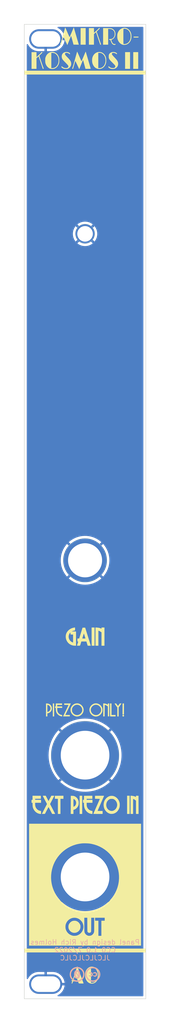
<source format=kicad_pcb>
(kicad_pcb (version 20211014) (generator pcbnew)
  (layers (0 "F.Cu" signal) (31 "B.Cu" signal) (34 "B.Paste" user) (35 "F.Paste" user) (36 "B.SilkS" user "B.Silkscreen") (37 "F.SilkS" user "F.Silkscreen") (38 "B.Mask" user) (39 "F.Mask" user) (44 "Edge.Cuts" user))
  (net 0 "")
  (net 1 "GND")
  (footprint "Kosmo_panel:Kosmo_Panel_Mounting_Hole" (layer "F.Cu") (at 28.6 50.6)
    (fp_text reference "H3" hide)
    (fp_text value "Mounting_Hole")
    (pad "1" thru_hole circle locked (at 0 0) (size 4 4) (drill 3.2) (layers *.Cu *.Mask) (net 1 "GND"))
  )
  (footprint "Kosmo_panel:Kosmo_Pot_Hole" (layer "F.Cu") (at 28.6 117.6)
    (fp_text reference "H4" hide)
    (fp_text value "Pot_Hole")
    (pad "1" thru_hole circle locked (at 0 0) (size 9 9) (drill 7) (layers *.Cu *.Mask) (net 1 "GND"))
  )
  (footprint "Kosmo_panel:Kosmo_Jack_Hole" (layer "F.Cu") (at 28.6 157.6)
    (fp_text reference "H1" hide)
    (fp_text value "Jack_Hole")
    (pad "1" thru_hole circle locked (at 0 0) (size 14 14) (drill 10) (layers *.Cu *.Mask) (net 1 "GND"))
  )
  (footprint "Kosmo_panel:Kosmo_Panel_Dual_Slotted_Mounting_Holes" (layer "F.Cu") (at 19.1 204.6)
    (fp_text reference "H5" hide)
    (fp_text value "Mounting_Holes")
    (pad "1" thru_hole oval locked (at 1.4 -194) (size 6.8 4) (drill oval 6 3.2) (layers *.Cu *.Mask) (net 1 "GND"))
    (pad "1" thru_hole oval locked (at 1.4 0) (size 6.8 4) (drill oval 6 3.2) (layers *.Cu *.Mask) (net 1 "GND"))
  )
  (footprint "Kosmo_panel:Kosmo_Jack_Hole" (layer "F.Cu") (at 28.6 182.6)
    (fp_text reference "H2" hide)
    (fp_text value "Jack_Hole")
    (pad "1" thru_hole circle locked (at 0 0) (size 14 14) (drill 10) (layers *.Cu *.Mask) (net 1 "GND"))
  )
  (footprint "mikrokosmos-ii-panel:mikrokosmos-ii-panel-holes" (layer "F.Cu") (at 28.6 107.6)
    (fp_text reference "GRAF1" hide)
    (fp_text value "Holes" hide)
  )
  (footprint "mikrokosmos-ii-panel:mikrokosmos-ii-panel-art" (layer "F.Cu") (at 28.6 107.6)
    (fp_text reference "GRAF2" hide)
    (fp_text value "Art" hide)
  )
  (footprint "mikrokosmos-ii-panel:mikrokosmos-ii-panel-artc" (layer "F.Cu") (at 28.587351 52.54504)
    (fp_text reference "GRAF4" hide)
    (fp_text value "Art for Cu" hide)
    (fp_poly (pts (xy -9.966466 42.218017) (xy -9.945543 42.279049) (xy -9.926485 42.3445) (xy -9.916281 42.391885) (xy -9.915916 42.397396) (xy -9.938423 42.413399) (xy -9.998181 42.439447) (xy -10.083545 42.471622) (xy -10.182868 42.506006) (xy -10.284506 42.53868) (xy -10.376813 42.565727) (xy -10.448143 42.583228) (xy -10.481632 42.587733) (xy -10.492272 42.564708) (xy -10.499151 42.505726) (xy -10.500605 42.454104) (xy -10.500509 42.32062) (xy -10.245363 42.24745) (xy -10.13943 42.218136) (xy -10.053382 42.196335) (xy -9.997728 42.184588) (xy -9.982267 42.183887) (xy -9.966466 42.218017)) (layer "F.Cu") (width 0.01) (fill solid))
    (fp_poly (pts (xy 0.222225 -6.112504) (xy 0.377935 -6.110249) (xy 0.502307 -6.105683) (xy 0.605094 -6.098144) (xy 0.696047 -6.08697) (xy 0.784917 -6.0715) (xy 0.855508 -6.056803) (xy 1.301282 -5.934759) (xy 1.727944 -5.768263) (xy 2.131376 -5.559575) (xy 2.507459 -5.31095) (xy 2.852077 -5.024645) (xy 2.996791 -4.883089) (xy 3.191016 -4.665327) (xy 3.379058 -4.421193) (xy 3.551794 -4.164251) (xy 3.700103 -3.90806) (xy 3.814115 -3.66799) (xy 3.858838 -3.560659) (xy 3.902383 -3.457533) (xy 3.936393 -3.378379) (xy 3.940563 -3.368869) (xy 3.966393 -3.299714) (xy 3.998867 -3.197718) (xy 4.03285 -3.079506) (xy 4.050501 -3.012913) (xy 4.142066 -2.557251) (xy 4.182826 -2.103701) (xy 4.172786 -1.652371) (xy 4.11195 -1.203367) (xy 4.000323 -0.756795) (xy 3.949564 -0.601979) (xy 3.778963 -0.188001) (xy 3.5648 0.202897) (xy 3.310276 0.567611) (xy 3.018593 0.903033) (xy 2.692954 1.206057) (xy 2.33656 1.473576) (xy 1.952614 1.702484) (xy 1.544317 1.889675) (xy 1.286796 1.981371) (xy 0.945007 2.071225) (xy 0.576937 2.133694) (xy 0.200351 2.166809) (xy -0.166988 2.168599) (xy -0.317818 2.159236) (xy -0.752803 2.097881) (xy -1.179646 1.989549) (xy -1.593256 1.836923) (xy -1.988539 1.642686) (xy -2.360403 1.40952) (xy -2.703755 1.14011) (xy -3.013502 0.837138) (xy -3.166856 0.658214) (xy -3.439687 0.279999) (xy -3.667325 -0.117147) (xy -3.849279 -0.529906) (xy -3.985056 -0.954957) (xy -4.074166 -1.388981) (xy -4.116115 -1.82866) (xy -4.113722 -2.014171) (xy -3.800754 -2.014171) (xy -3.800748 -1.983184) (xy -3.799003 -1.772411) (xy -3.793691 -1.602556) (xy -3.784193 -1.463771) (xy -3.76989 -1.346207) (xy -3.755726 -1.266477) (xy -3.647162 -0.834957) (xy -3.501701 -0.436368) (xy -3.317076 -0.066401) (xy -3.091017 0.279251) (xy -2.821255 0.604898) (xy -2.707808 0.723296) (xy -2.374044 1.024588) (xy -2.018092 1.280345) (xy -1.641286 1.490114) (xy -1.24496 1.653444) (xy -0.830448 1.769884) (xy -0.399082 1.838982) (xy 0.047804 1.860286) (xy 0.508876 1.833346) (xy 0.554768 1.828094) (xy 0.941877 1.757584) (xy 1.329934 1.639726) (xy 1.711907 1.477391) (xy 2.080765 1.273452) (xy 2.33775 1.099924) (xy 2.485409 0.981336) (xy 2.648466 0.83281) (xy 2.814517 0.666988) (xy 2.971161 0.49651) (xy 3.105995 0.334018) (xy 3.1594 0.262466) (xy 3.393511 -0.108901) (xy 3.583036 -0.501938) (xy 3.726971 -0.912258) (xy 3.824309 -1.335473) (xy 3.874045 -1.767196) (xy 3.875173 -2.203041) (xy 3.826687 -2.63862) (xy 3.825729 -2.644245) (xy 3.730054 -3.070579) (xy 3.593029 -3.468865) (xy 3.412924 -3.842427) (xy 3.188009 -4.19459) (xy 2.916556 -4.528679) (xy 2.76066 -4.692157) (xy 2.423851 -4.994746) (xy 2.067346 -5.250479) (xy 1.691423 -5.45924) (xy 1.296362 -5.620913) (xy 0.882441 -5.735383) (xy 0.449939 -5.802535) (xy 0.038138 -5.822423) (xy -0.411434 -5.798553) (xy -0.8431 -5.727124) (xy -1.256208 -5.608407) (xy -1.650104 -5.442674) (xy -2.024135 -5.230195) (xy -2.377647 -4.971242) (xy -2.683395 -4.692993) (xy -2.965911 -4.382584) (xy -3.204003 -4.060672) (xy -3.401447 -3.7203) (xy -3.562015 -3.354515) (xy -3.689484 -2.956359) (xy -3.742208 -2.741973) (xy -3.763696 -2.639272) (xy -3.779322 -2.544284) (xy -3.789965 -2.445644) (xy -3.7965 -2.331988) (xy -3.799804 -2.191952) (xy -3.800754 -2.014171) (xy -4.113722 -2.014171) (xy -4.110413 -2.270674) (xy -4.056568 -2.711704) (xy -3.954088 -3.148431) (xy -3.80248 -3.577536) (xy -3.796526 -3.591787) (xy -3.613403 -3.973013) (xy -3.393862 -4.328438) (xy -3.133238 -4.664765) (xy -2.826863 -4.988693) (xy -2.817302 -4.997918) (xy -2.47846 -5.289008) (xy -2.108011 -5.541406) (xy -1.709302 -5.753349) (xy -1.285681 -5.923077) (xy -0.840496 -6.048828) (xy -0.804658 -6.056803) (xy -0.711006 -6.0759) (xy -0.622531 -6.090209) (xy -0.529481 -6.10039) (xy -0.422104 -6.107107) (xy -0.290648 -6.111019) (xy -0.125361 -6.112789) (xy 0.025425 -6.113108) (xy 0.222225 -6.112504)) (layer "F.Cu") (width 0.01) (fill solid))
    (fp_poly (pts (xy 0.504234 -6.61147) (xy 0.970407 -6.539235) (xy 1.421265 -6.421533) (xy 1.854129 -6.260561) (xy 2.26632 -6.058519) (xy 2.655158 -5.817606) (xy 3.017964 -5.540021) (xy 3.352058 -5.227963) (xy 3.654762 -4.883632) (xy 3.923396 -4.509226) (xy 4.155281 -4.106946) (xy 4.347737 -3.678988) (xy 4.498085 -3.227554) (xy 4.576465 -2.900609) (xy 4.638816 -2.476311) (xy 4.659374 -2.0344) (xy 4.638819 -1.585231) (xy 4.577826 -1.139159) (xy 4.477074 -0.706538) (xy 4.421098 -0.525437) (xy 4.245793 -0.078445) (xy 4.028791 0.342007) (xy 3.772956 0.733879) (xy 3.481149 1.095133) (xy 3.156234 1.423729) (xy 2.801072 1.717628) (xy 2.418527 1.974791) (xy 2.01146 2.193178) (xy 1.582735 2.370751) (xy 1.135214 2.505471) (xy 0.67176 2.595297) (xy 0.195235 2.638192) (xy -0.024759 2.641624) (xy -0.180376 2.637837) (xy -0.3446 2.629517) (xy -0.497112 2.617922) (xy -0.610211 2.605361) (xy -1.085474 2.51378) (xy -1.546172 2.374216) (xy -1.989094 2.188254) (xy -2.411034 1.957477) (xy -2.808783 1.683468) (xy -3.179133 1.367812) (xy -3.244321 1.305043) (xy -3.560099 0.960338) (xy -3.838314 0.584781) (xy -4.07724 0.182977) (xy -4.275153 -0.240465) (xy -4.430329 -0.680939) (xy -4.541042 -1.133838) (xy -4.605569 -1.594555) (xy -4.61294 -1.800383) (xy -4.335436 -1.800383) (xy -4.289928 -1.340793) (xy -4.245863 -1.097722) (xy -4.126568 -0.65064) (xy -3.962547 -0.22429) (xy -3.756554 0.178797) (xy -3.511347 0.556086) (xy -3.229681 0.905046) (xy -2.914312 1.223143) (xy -2.567997 1.507846) (xy -2.193491 1.75662) (xy -1.79355 1.966935) (xy -1.37093 2.136256) (xy -0.928388 2.262051) (xy -0.508509 2.336843) (xy -0.366128 2.349765) (xy -0.18968 2.357672) (xy 0.004295 2.360547) (xy 0.19926 2.358376) (xy 0.378678 2.351144) (xy 0.526008 2.338836) (xy 0.534601 2.337795) (xy 0.975061 2.262636) (xy 1.391313 2.148248) (xy 1.795386 1.991075) (xy 1.945045 1.920959) (xy 2.353853 1.693076) (xy 2.731337 1.426131) (xy 3.07568 1.122477) (xy 3.385063 0.784469) (xy 3.657667 0.41446) (xy 3.891674 0.014804) (xy 4.085266 -0.412146) (xy 4.236624 -0.864035) (xy 4.303208 -1.131432) (xy 4.321656 -1.221511) (xy 4.335594 -1.307053) (xy 4.34563 -1.397349) (xy 4.352371 -1.501687) (xy 4.356425 -1.629358) (xy 4.358398 -1.78965) (xy 4.358899 -1.983184) (xy 4.358381 -2.182692) (xy 4.356406 -2.340794) (xy 4.352342 -2.466928) (xy 4.345558 -2.570534) (xy 4.335422 -2.661048) (xy 4.321302 -2.747909) (xy 4.302566 -2.840556) (xy 4.301034 -2.847648) (xy 4.18568 -3.27919) (xy 4.03077 -3.698457) (xy 3.840291 -4.096845) (xy 3.618233 -4.465753) (xy 3.434559 -4.716417) (xy 3.264739 -4.910984) (xy 3.062767 -5.112853) (xy 2.840712 -5.311704) (xy 2.610644 -5.497217) (xy 2.384634 -5.659072) (xy 2.196575 -5.77492) (xy 1.803511 -5.974603) (xy 1.416835 -6.12891) (xy 1.026694 -6.240652) (xy 0.623235 -6.312639) (xy 0.196607 -6.347684) (xy 0.188251 -6.34801) (xy -0.276169 -6.344329) (xy -0.719634 -6.296078) (xy -1.14782 -6.202008) (xy -1.566398 -6.060872) (xy -1.981042 -5.871421) (xy -1.983184 -5.870315) (xy -2.38465 -5.635098) (xy -2.753255 -5.363089) (xy -3.087444 -5.057567) (xy -3.385663 -4.721811) (xy -3.646356 -4.359099) (xy -3.86797 -3.97271) (xy -4.048949 -3.565925) (xy -4.18774 -3.14202) (xy -4.282788 -2.704276) (xy -4.332538 -2.255971) (xy -4.335436 -1.800383) (xy -4.61294 -1.800383) (xy -4.622185 -2.058483) (xy -4.608261 -2.338623) (xy -4.551984 -2.787608) (xy -4.457896 -3.211676) (xy -4.322559 -3.623386) (xy -4.145153 -4.02993) (xy -3.959583 -4.376936) (xy -3.754752 -4.692122) (xy -3.521312 -4.988182) (xy -3.249913 -5.277813) (xy -3.166639 -5.35873) (xy -2.802064 -5.671899) (xy -2.409545 -5.943752) (xy -1.992705 -6.172839) (xy -1.555168 -6.357711) (xy -1.100558 -6.496917) (xy -0.6325 -6.589007) (xy -0.154617 -6.632532) (xy 0.025425 -6.636036) (xy 0.504234 -6.61147)) (layer "F.Cu") (width 0.01) (fill solid))
    (fp_poly (pts (xy 2.798127 -29.797717) (xy 3.147498 -29.565993) (xy 3.537863 -29.691721) (xy 3.690268 -29.740346) (xy 3.844281 -29.788681) (xy 3.985171 -29.832157) (xy 4.09821 -29.866202) (xy 4.131631 -29.875955) (xy 4.226213 -29.903776) (xy 4.300242 -29.926709) (xy 4.34153 -29.940936) (xy 4.345891 -29.943069) (xy 4.336975 -29.962573) (xy 4.307753 -29.988744) (xy 4.298359 -29.999399) (xy 4.304759 -30.007795) (xy 4.331771 -30.014177) (xy 4.384214 -30.018789) (xy 4.466906 -30.021874) (xy 4.584665 -30.023679) (xy 4.742311 -30.024447) (xy 4.944661 -30.024422) (xy 5.008808 -30.024309) (xy 5.231876 -30.023918) (xy 5.405908 -30.023152) (xy 5.532717 -30.02113) (xy 5.614117 -30.016968) (xy 5.651919 -30.009786) (xy 5.647938 -29.998701) (xy 5.603986 -29.982833) (xy 5.521876 -29.961299) (xy 5.403421 -29.933218) (xy 5.263063 -29.900648) (xy 5.157608 -29.874767) (xy 5.071125 -29.851028) (xy 5.015462 -29.832816) (xy 5.001869 -29.826027) (xy 5.014975 -29.805534) (xy 5.06269 -29.758556) (xy 5.139551 -29.689913) (xy 5.240097 -29.604427) (xy 5.358866 -29.506921) (xy 5.408676 -29.466893) (xy 5.561542 -29.344078) (xy 5.725434 -29.211236) (xy 5.887364 -29.078972) (xy 6.034344 -28.957892) (xy 6.145181 -28.865504) (xy 6.455227 -28.604825) (xy 6.818955 -28.640426) (xy 6.981707 -28.65563) (xy 7.156886 -28.670797) (xy 7.323579 -28.684182) (xy 7.460874 -28.69404) (xy 7.462322 -28.694134) (xy 7.741962 -28.712241) (xy 7.564024 -28.876334) (xy 7.497371 -28.936889) (xy 7.399421 -29.024648) (xy 7.277193 -29.133381) (xy 7.137706 -29.256863) (xy 6.987981 -29.388864) (xy 6.835036 -29.523157) (xy 6.829999 -29.527571) (xy 6.273912 -30.014715) (xy 6.457654 -30.02224) (xy 6.580696 -30.022016) (xy 6.662177 -30.008715) (xy 6.695923 -29.993033) (xy 6.732721 -29.964044) (xy 6.802275 -29.905275) (xy 6.899652 -29.821084) (xy 7.019918 -29.715827) (xy 7.158142 -29.593863) (xy 7.309388 -29.459547) (xy 7.468725 -29.317237) (xy 7.631218 -29.171291) (xy 7.791935 -29.026064) (xy 7.834577 -28.987367) (xy 8.125843 -28.722781) (xy 8.442451 -28.71507) (xy 8.598854 -28.710722) (xy 8.7818 -28.704805) (xy 8.967036 -28.698142) (xy 9.110922 -28.692389) (xy 9.462786 -28.677419) (xy 8.983795 -29.142353) (xy 8.840551 -29.281391) (xy 8.696126 -29.42157) (xy 8.558627 -29.555022) (xy 8.436159 -29.673881) (xy 8.336827 -29.770279) (xy 8.288688 -29.816993) (xy 8.072572 -30.026698) (xy 8.259616 -30.027063) (xy 8.446661 -30.027428) (xy 8.640998 -29.844033) (xy 8.711577 -29.776651) (xy 8.811272 -29.68038) (xy 8.933035 -29.562082) (xy 9.069819 -29.428619) (xy 9.214576 -29.286853) (xy 9.356556 -29.147293) (xy 9.877777 -28.633948) (xy 10.184313 -28.59335) (xy 10.303989 -28.577683) (xy 10.404828 -28.564824) (xy 10.476401 -28.556079) (xy 10.508279 -28.552756) (xy 10.508487 -28.552753) (xy 10.518089 -28.529738) (xy 10.524495 -28.470294) (xy 10.526126 -28.410893) (xy 10.525044 -28.330453) (xy 10.517717 -28.289657) (xy 10.498023 -28.277301) (xy 10.459842 -28.282177) (xy 10.456206 -28.282897) (xy 10.383495 -28.296366) (xy 10.296714 -28.311251) (xy 10.284584 -28.313233) (xy 10.182883 -28.329705) (xy 10.354504 -28.154555) (xy 10.526126 -27.979405) (xy 10.525141 -27.789352) (xy 10.524155 -27.5993) (xy 9.761029 -28.378954) (xy 9.527011 -28.401364) (xy 9.419146 -28.41018) (xy 9.275556 -28.419756) (xy 9.111341 -28.429197) (xy 8.941599 -28.437606) (xy 8.852262 -28.441429) (xy 8.411531 -28.459086) (xy 8.992102 -27.898035) (xy 9.160227 -27.734931) (xy 9.339372 -27.560028) (xy 9.520006 -27.382709) (xy 9.692598 -27.212355) (xy 9.847617 -27.058345) (xy 9.975533 -26.930063) (xy 9.976445 -26.929142) (xy 10.136112 -26.77045) (xy 10.263592 -26.64951) (xy 10.359823 -26.565492) (xy 10.425739 -26.517562) (xy 10.453172 -26.505277) (xy 10.526126 -26.489253) (xy 10.524272 -25.972073) (xy 10.38517 -26.119657) (xy 10.309716 -26.193408) (xy 10.237635 -26.253222) (xy 10.182762 -26.287794) (xy 10.176337 -26.290284) (xy 10.116691 -26.305849) (xy 10.020477 -26.32612) (xy 9.895682 -26.349826) (xy 9.750294 -26.375694) (xy 9.592301 -26.40245) (xy 9.429691 -26.428824) (xy 9.270452 -26.453542) (xy 9.12257 -26.475333) (xy 8.994034 -26.492923) (xy 8.892831 -26.50504) (xy 8.826949 -26.510412) (xy 8.804737 -26.508772) (xy 8.821023 -26.490365) (xy 8.86971 -26.439373) (xy 8.94737 -26.359296) (xy 9.050576 -26.253634) (xy 9.175901 -26.125887) (xy 9.319918 -25.979554) (xy 9.479199 -25.818137) (xy 9.650317 -25.645134) (xy 9.662845 -25.632482) (xy 10.526126 -24.760827) (xy 10.526126 -24.442058) (xy 10.525151 -24.306846) (xy 10.521715 -24.215632) (xy 10.51505 -24.161593) (xy 10.504388 -24.137904) (xy 10.491748 -24.136481) (xy 10.417179 -24.162207) (xy 10.30888 -24.195783) (xy 10.175774 -24.234807) (xy 10.026788 -24.276878) (xy 9.870846 -24.319595) (xy 9.716873 -24.360557) (xy 9.573793 -24.397363) (xy 9.450531 -24.427612) (xy 9.356013 -24.448902) (xy 9.299163 -24.458833) (xy 9.291987 -24.45926) (xy 9.29874 -24.441893) (xy 9.338308 -24.392124) (xy 9.407488 -24.31345) (xy 9.503079 -24.209365) (xy 9.621879 -24.083366) (xy 9.760687 -23.93895) (xy 9.887735 -23.808686) (xy 10.526126 -23.158112) (xy 10.526126 -22.751463) (xy 10.267125 -23.026933) (xy 10.185388 -23.112713) (xy 10.074205 -23.227688) (xy 9.940147 -23.365157) (xy 9.789783 -23.518416) (xy 9.629682 -23.680761) (xy 9.466413 -23.845489) (xy 9.370879 -23.941463) (xy 8.733633 -24.580523) (xy 8.403103 -24.621665) (xy 8.14633 -24.65257) (xy 7.923505 -24.676569) (xy 7.721167 -24.694484) (xy 7.525855 -24.707137) (xy 7.32411 -24.715353) (xy 7.102469 -24.719952) (xy 6.847473 -24.721758) (xy 6.763163 -24.721877) (xy 6.449379 -24.720261) (xy 6.172022 -24.714514) (xy 5.916773 -24.703747) (xy 5.66931 -24.687074) (xy 5.415315 -24.663607) (xy 5.140466 -24.632459) (xy 4.965622 -24.610494) (xy 4.234659 -24.496824) (xy 3.486919 -24.343283) (xy 2.733481 -24.152539) (xy 1.985425 -23.927261) (xy 1.627227 -23.80614) (xy 1.46713 -23.749035) (xy 1.296178 -23.686384) (xy 1.121356 -23.620917) (xy 0.949651 -23.555365) (xy 0.788048 -23.492458) (xy 0.643534 -23.434926) (xy 0.523093 -23.385501) (xy 0.433712 -23.346913) (xy 0.382377 -23.321892) (xy 0.374119 -23.316348) (xy 0.389914 -23.300348) (xy 0.445292 -23.2658) (xy 0.533995 -23.216158) (xy 0.649762 -23.154878) (xy 0.786333 -23.085412) (xy 0.847927 -23.054856) (xy 1.012323 -22.973197) (xy 1.178409 -22.88947) (xy 1.334622 -22.809593) (xy 1.469395 -22.739483) (xy 1.571165 -22.68506) (xy 1.579222 -22.680631) (xy 1.816736 -22.549599) (xy 2.187976 -22.652775) (xy 2.354823 -22.697954) (xy 2.539524 -22.746037) (xy 2.720322 -22.791463) (xy 2.875459 -22.828674) (xy 2.884211 -22.830693) (xy 3.005673 -22.85913) (xy 3.107916 -22.884019) (xy 3.18142 -22.902973) (xy 3.216668 -22.913604) (xy 3.218265 -22.914495) (xy 3.201455 -22.930505) (xy 3.149045 -22.967919) (xy 3.068741 -23.021485) (xy 2.96825 -23.085955) (xy 2.94643 -23.09968) (xy 2.840511 -23.166977) (xy 2.750912 -23.225571) (xy 2.686145 -23.269776) (xy 2.65472 -23.293901) (xy 2.653324 -23.295568) (xy 2.655301 -23.331532) (xy 2.68018 -23.386794) (xy 2.717532 -23.44527) (xy 2.756929 -23.490876) (xy 2.787943 -23.507529) (xy 2.790358 -23.506917) (xy 2.821762 -23.489306) (xy 2.888192 -23.448367) (xy 2.982236 -23.388791) (xy 3.096484 -23.315271) (xy 3.2156 -23.23769) (xy 3.606649 -22.981584) (xy 3.951922 -23.034256) (xy 4.239072 -23.075923) (xy 4.501824 -23.108942) (xy 4.753873 -23.134428) (xy 5.008912 -23.153496) (xy 5.280635 -23.167261) (xy 5.582737 -23.176838) (xy 5.746146 -23.180342) (xy 6.107273 -23.184477) (xy 6.429769 -23.182042) (xy 6.725504 -23.172434) (xy 7.006346 -23.155052) (xy 7.284164 -23.129295) (xy 7.570827 -23.09456) (xy 7.649357 -23.083833) (xy 8.249412 -22.9827) (xy 8.847743 -22.848009) (xy 9.43182 -22.683126) (xy 9.989118 -22.491419) (xy 10.271872 -22.379033) (xy 10.513413 -22.278072) (xy 10.521038 -22.135533) (xy 10.523723 -22.058165) (xy 10.522734 -22.006398) (xy 10.519643 -21.992993) (xy 10.494194 -22.002178) (xy 10.430466 -22.027405) (xy 10.33713 -22.065184) (xy 10.222857 -22.112024) (xy 10.179231 -22.130032) (xy 9.673294 -22.324136) (xy 9.160848 -22.48972) (xy 8.633111 -22.628936) (xy 8.0813 -22.743939) (xy 7.496631 -22.836882) (xy 7.093693 -22.88661) (xy 6.967188 -22.896964) (xy 6.799 -22.90529) (xy 6.598257 -22.91158) (xy 6.374087 -22.915829) (xy 6.135619 -22.918029) (xy 5.89198 -22.918172) (xy 5.652299 -22.916253) (xy 5.425703 -22.912265) (xy 5.22132 -22.906201) (xy 5.048278 -22.898053) (xy 4.919819 -22.888235) (xy 4.705417 -22.865624) (xy 4.50836 -22.842925) (xy 4.334043 -22.820905) (xy 4.187862 -22.800332) (xy 4.075211 -22.781974) (xy 4.001487 -22.766597) (xy 3.972084 -22.754968) (xy 3.971884 -22.753414) (xy 3.993643 -22.733364) (xy 4.050817 -22.687964) (xy 4.13759 -22.621626) (xy 4.248147 -22.538765) (xy 4.376673 -22.443795) (xy 4.462162 -22.381256) (xy 4.62999 -22.257995) (xy 4.812279 -22.1225) (xy 4.995453 -21.984971) (xy 5.165932 -21.855609) (xy 5.310139 -21.744612) (xy 5.323473 -21.734229) (xy 5.7017 -21.439272) (xy 5.971821 -21.422045) (xy 6.142647 -21.409288) (xy 6.335786 -21.391809) (xy 6.537026 -21.37116) (xy 6.732151 -21.348891) (xy 6.90695 -21.326552) (xy 7.047207 -21.305695) (xy 7.063298 -21.302978) (xy 7.147735 -21.290473) (xy 7.210149 -21.285034) (xy 7.235611 -21.287397) (xy 7.220652 -21.306434) (xy 7.173239 -21.353515) (xy 7.099299 -21.423324) (xy 7.004756 -21.510549) (xy 6.895538 -21.609874) (xy 6.777571 -21.715985) (xy 6.656781 -21.823567) (xy 6.539094 -21.927306) (xy 6.430436 -22.021887) (xy 6.336733 -22.101997) (xy 6.263913 -22.16232) (xy 6.23252 -22.186947) (xy 6.241454 -22.208906) (xy 6.274538 -22.257571) (xy 6.304852 -22.297274) (xy 6.386606 -22.400496) (xy 6.505664 -22.300815) (xy 6.62813 -22.19673) (xy 6.779334 -22.065736) (xy 6.950658 -21.915421) (xy 7.133486 -21.753379) (xy 7.319199 -21.5872) (xy 7.457222 -21.462578) (xy 7.782613 -21.167512) (xy 8.053848 -21.096776) (xy 8.600115 -20.935768) (xy 9.151186 -20.737966) (xy 9.688309 -20.510592) (xy 10.106606 -20.306403) (xy 10.247492 -20.231573) (xy 10.347515 -20.17473) (xy 10.41191 -20.1324) (xy 10.445914 -20.101109) (xy 10.454765 -20.077383) (xy 10.454519 -20.075573) (xy 10.464123 -20.022089) (xy 10.487427 -19.985005) (xy 10.509534 -19.946935) (xy 10.520601 -19.88702) (xy 10.522316 -19.79325) (xy 10.520895 -19.746958) (xy 10.513413 -19.55416) (xy 10.31001 -19.785199) (xy 10.231347 -19.873602) (xy 10.167761 -19.940043) (xy 10.108577 -19.992231) (xy 10.043118 -20.037878) (xy 9.960709 -20.084694) (xy 9.850674 -20.14039) (xy 9.75065 -20.1892) (xy 9.607235 -20.257676) (xy 9.460455 -20.325679) (xy 9.325148 -20.386465) (xy 9.216153 -20.433289) (xy 9.191291 -20.443412) (xy 9.098039 -20.479308) (xy 8.980434 -20.522568) (xy 8.847472 -20.570107) (xy 8.708149 -20.618844) (xy 8.571463 -20.665693) (xy 8.44641 -20.707574) (xy 8.341987 -20.741402) (xy 8.26719 -20.764095) (xy 8.231017 -20.77257) (xy 8.230756 -20.772573) (xy 8.242135 -20.755202) (xy 8.285738 -20.705657) (xy 8.357901 -20.627793) (xy 8.454961 -20.525462) (xy 8.573255 -20.402517) (xy 8.709119 -20.262814) (xy 8.858891 -20.110203) (xy 8.901503 -20.067017) (xy 9.081778 -19.883373) (xy 9.272544 -19.686986) (xy 9.465609 -19.486431) (xy 9.652778 -19.290282) (xy 9.82586 -19.107112) (xy 9.97666 -18.945496) (xy 10.061685 -18.852953) (xy 10.524879 -18.344445) (xy 10.524757 -18.141041) (xy 10.524635 -17.937638) (xy 10.445139 -18.026627) (xy 10.405998 -18.070414) (xy 10.338727 -18.145639) (xy 10.249101 -18.245845) (xy 10.142896 -18.364574) (xy 10.02589 -18.495368) (xy 9.944819 -18.585986) (xy 9.839846 -18.701096) (xy 9.704491 -18.846023) (xy 9.544498 -19.014798) (xy 9.36561 -19.201455) (xy 9.173573 -19.400023) (xy 8.974131 -19.604536) (xy 8.773027 -19.809023) (xy 8.59488 -19.988591) (xy 7.665765 -20.920825) (xy 7.525926 -20.949709) (xy 7.391477 -20.975715) (xy 7.235511 -21.002991) (xy 7.065421 -21.03054) (xy 6.888604 -21.057366) (xy 6.712455 -21.082474) (xy 6.544369 -21.104866) (xy 6.391741 -21.123546) (xy 6.261968 -21.137519) (xy 6.162444 -21.145788) (xy 6.100565 -21.147356) (xy 6.083671 -21.143999) (xy 6.099558 -21.125757) (xy 6.148776 -21.079434) (xy 6.225912 -21.009881) (xy 6.325554 -20.921953) (xy 6.442289 -20.820502) (xy 6.496471 -20.773861) (xy 7.340964 -20.023934) (xy 8.178497 -19.230607) (xy 9.001575 -18.401329) (xy 9.802702 -17.543548) (xy 10.229244 -17.064608) (xy 10.526126 -16.725512) (xy 10.525628 -16.517961) (xy 10.52513 -16.310411) (xy 10.430283 -16.424626) (xy 9.925118 -17.01507) (xy 9.379873 -17.618946) (xy 8.801189 -18.229622) (xy 8.195713 -18.840464) (xy 7.570086 -19.44484) (xy 6.930953 -20.036116) (xy 6.284958 -20.607662) (xy 5.974975 -20.872556) (xy 5.606306 -21.183931) (xy 5.021521 -21.165785) (xy 4.842895 -21.159764) (xy 4.671187 -21.153096) (xy 4.516383 -21.146238) (xy 4.388468 -21.139642) (xy 4.297427 -21.133765) (xy 4.273682 -21.131728) (xy 4.110627 -21.115816) (xy 4.273682 -21.001893) (xy 4.419025 -20.898234) (xy 4.594451 -20.769708) (xy 4.790531 -20.623456) (xy 4.997837 -20.466621) (xy 5.20694 -20.306344) (xy 5.408411 -20.149768) (xy 5.592821 -20.004035) (xy 5.625139 -19.978172) (xy 5.747877 -19.879903) (xy 5.857485 -19.792496) (xy 5.947641 -19.720962) (xy 6.012026 -19.670312) (xy 6.044318 -19.645561) (xy 6.046315 -19.644192) (xy 6.078143 -19.635253) (xy 6.149849 -19.62023) (xy 6.251108 -19.601149) (xy 6.371596 -19.580035) (xy 6.383437 -19.578036) (xy 6.517888 -19.553923) (xy 6.666565 -19.524785) (xy 6.820796 -19.492601) (xy 6.971912 -19.459351) (xy 7.111243 -19.427014) (xy 7.230116 -19.397568) (xy 7.319863 -19.372994) (xy 7.371813 -19.355269) (xy 7.380063 -19.350545) (xy 7.38586 -19.316974) (xy 7.37504 -19.257295) (xy 7.371467 -19.245443) (xy 7.350381 -19.179057) (xy 7.335908 -19.132488) (xy 7.334958 -19.12931) (xy 7.309251 -19.1215) (xy 7.240009 -19.128643) (xy 7.12555 -19.150998) (xy 6.987597 -19.183093) (xy 6.853268 -19.215297) (xy 6.727673 -19.244484) (xy 6.623667 -19.267728) (xy 6.554105 -19.282102) (xy 6.547047 -19.28338) (xy 6.445345 -19.301137) (xy 6.585105 -19.178747) (xy 6.897071 -18.900396) (xy 7.230369 -18.593643) (xy 7.576254 -18.267032) (xy 7.925979 -17.92911) (xy 8.270799 -17.588422) (xy 8.601968 -17.253513) (xy 8.910741 -16.932929) (xy 9.188371 -16.635216) (xy 9.189999 -16.633435) (xy 9.326149 -16.488282) (xy 9.476057 -16.334835) (xy 9.627888 -16.184793) (xy 9.76981 -16.049852) (xy 9.888509 -15.942985) (xy 10.011378 -15.83529) (xy 10.134893 -15.724231) (xy 10.247585 -15.620305) (xy 10.337985 -15.534012) (xy 10.368013 -15.50406) (xy 10.527718 -15.34127) (xy 10.520565 -15.017026) (xy 10.513413 -14.692781) (xy 10.10995 -15.178072) (xy 9.921196 -15.403473) (xy 9.757774 -15.594056) (xy 9.613865 -15.755199) (xy 9.483655 -15.892277) (xy 9.361325 -16.010667) (xy 9.241059 -16.115748) (xy 9.117041 -16.212894) (xy 8.983453 -16.307484) (xy 8.834478 -16.404893) (xy 8.676644 -16.50296) (xy 8.592852 -16.556979) (xy 8.528987 -16.60347) (xy 8.495227 -16.634811) (xy 8.492404 -16.640941) (xy 8.504614 -16.67764) (xy 8.534939 -16.736002) (xy 8.543038 -16.749614) (xy 8.576268 -16.812244) (xy 8.593232 -16.860107) (xy 8.593793 -16.865938) (xy 8.57629 -16.890902) (xy 8.526512 -16.947141) (xy 8.448558 -17.030392) (xy 8.346525 -17.136395) (xy 8.224511 -17.260887) (xy 8.086615 -17.399606) (xy 7.951801 -17.533603) (xy 7.729533 -17.751579) (xy 7.505342 -17.968191) (xy 7.282689 -18.180313) (xy 7.065033 -18.384816) (xy 6.855834 -18.578575) (xy 6.658549 -18.758462) (xy 6.47664 -18.92135) (xy 6.313564 -19.064113) (xy 6.172782 -19.183624) (xy 6.057752 -19.276755) (xy 5.971934 -19.340379) (xy 5.918787 -19.37137) (xy 5.918666 -19.371416) (xy 5.858841 -19.385227) (xy 5.757426 -19.398944) (xy 5.623676 -19.41199) (xy 5.466851 -19.423788) (xy 5.296207 -19.433764) (xy 5.121001 -19.441339) (xy 4.950491 -19.445937) (xy 4.793935 -19.446982) (xy 4.721893 -19.445948) (xy 4.371413 -19.437738) (xy 4.899871 -19.040253) (xy 5.698698 -18.413803) (xy 6.491464 -17.741468) (xy 7.273099 -17.028204) (xy 8.03853 -16.278968) (xy 8.78269 -15.498716) (xy 9.500507 -14.692404) (xy 10.160925 -13.897426) (xy 10.526126 -13.4422) (xy 10.526126 -13.224924) (xy 10.523915 -13.130598) (xy 10.518005 -13.062789) (xy 10.509476 -13.031469) (xy 10.505187 -13.031802) (xy 10.482001 -13.060786) (xy 10.43509 -13.120969) (xy 10.371598 -13.203144) (xy 10.308875 -13.284785) (xy 9.837956 -13.879279) (xy 9.328269 -14.485727) (xy 8.787684 -15.095814) (xy 8.224071 -15.701227) (xy 7.645298 -16.293651) (xy 7.059235 -16.864773) (xy 6.473751 -17.406278) (xy 6.075846 -17.756899) (xy 5.929403 -17.881197) (xy 5.761586 -18.020191) (xy 5.577445 -18.169975) (xy 5.38203 -18.326644) (xy 5.180392 -18.486291) (xy 4.977581 -18.64501) (xy 4.778646 -18.798895) (xy 4.588638 -18.94404) (xy 4.412606 -19.076539) (xy 4.255601 -19.192486) (xy 4.122673 -19.287975) (xy 4.018872 -19.359101) (xy 3.949248 -19.401956) (xy 3.948334 -19.402447) (xy 3.913117 -19.41528) (xy 3.861673 -19.421662) (xy 3.785233 -19.421623) (xy 3.675027 -19.415196) (xy 3.539208 -19.40393) (xy 3.381003 -19.388155) (xy 3.214231 -19.368621) (xy 3.045833 -19.346462) (xy 2.882748 -19.322811) (xy 2.731918 -19.2988) (xy 2.600283 -19.275562) (xy 2.494782 -19.254229) (xy 2.422357 -19.235934) (xy 2.389948 -19.22181) (xy 2.391092 -19.21656) (xy 2.632951 -19.072988) (xy 2.839052 -18.949648) (xy 3.017701 -18.841391) (xy 3.177202 -18.743066) (xy 3.32586 -18.649523) (xy 3.471981 -18.555611) (xy 3.623869 -18.456181) (xy 3.722467 -18.390906) (xy 3.897528 -18.275796) (xy 4.035896 -18.187675) (xy 4.142196 -18.123894) (xy 4.221053 -18.081799) (xy 4.277091 -18.058741) (xy 4.313528 -18.052053) (xy 4.404415 -18.044651) (xy 4.454956 -18.018662) (xy 4.473987 -17.96841) (xy 4.474875 -17.948414) (xy 4.479471 -17.916694) (xy 4.497205 -17.883388) (xy 4.533992 -17.842664) (xy 4.595745 -17.788688) (xy 4.688382 -17.715629) (xy 4.786336 -17.641301) (xy 5.66441 -16.950565) (xy 6.50761 -16.225444) (xy 6.97204 -15.797587) (xy 7.111263 -15.670586) (xy 7.231112 -15.572459) (xy 7.344942 -15.493158) (xy 7.46611 -15.422639) (xy 7.481271 -15.414558) (xy 7.985416 -15.120873) (xy 8.476546 -14.780971) (xy 8.950253 -14.39875) (xy 9.402134 -13.97811) (xy 9.827782 -13.52295) (xy 10.222792 -13.037168) (xy 10.328543 -12.894487) (xy 10.525055 -12.623724) (xy 10.52559 -12.374965) (xy 10.526126 -12.126207) (xy 10.273799 -12.502093) (xy 9.909216 -13.009179) (xy 9.524573 -13.472787) (xy 9.115201 -13.897905) (xy 8.67643 -14.289519) (xy 8.38533 -14.519378) (xy 8.241178 -14.627113) (xy 8.135641 -14.703467) (xy 8.067508 -14.748677) (xy 8.035569 -14.762982) (xy 8.038614 -14.746618) (xy 8.075432 -14.699824) (xy 8.144813 -14.622838) (xy 8.209448 -14.553918) (xy 8.520095 -14.217524) (xy 8.847526 -13.847961) (xy 9.182776 -13.455906) (xy 9.516881 -13.052039) (xy 9.840876 -12.647041) (xy 10.145796 -12.25159) (xy 10.178075 -12.208749) (xy 10.526126 -11.745679) (xy 10.524713 -11.523641) (xy 10.523301 -11.301602) (xy 10.475175 -11.365166) (xy 10.446222 -11.403812) (xy 10.392115 -11.476413) (xy 10.317982 -11.576073) (xy 10.228951 -11.695894) (xy 10.130151 -11.828982) (xy 10.087561 -11.886387) (xy 9.666414 -12.438763) (xy 9.221254 -12.993843) (xy 8.760616 -13.541718) (xy 8.293037 -14.072474) (xy 7.827054 -14.5762) (xy 7.371202 -15.042984) (xy 7.356179 -15.057892) (xy 7.2494 -15.163007) (xy 7.166822 -15.240288) (xy 7.096685 -15.297856) (xy 7.027229 -15.343828) (xy 6.946693 -15.386324) (xy 6.843315 -15.433462) (xy 6.758991 -15.470138) (xy 6.604359 -15.534576) (xy 6.430871 -15.602946) (xy 6.261297 -15.666462) (xy 6.136166 -15.710434) (xy 6.008796 -15.753529) (xy 5.923049 -15.786295) (xy 5.872591 -15.815311) (xy 5.851088 -15.847159) (xy 5.852206 -15.888418) (xy 5.869611 -15.945671) (xy 5.880318 -15.976252) (xy 5.911411 -16.065325) (xy 6.20279 -15.966501) (xy 6.315325 -15.928867) (xy 6.408486 -15.898726) (xy 6.472823 -15.879061) (xy 6.498887 -15.872859) (xy 6.498996 -15.872928) (xy 6.482843 -15.891048) (xy 6.4336 -15.937155) (xy 6.356925 -16.006309) (xy 6.25848 -16.09357) (xy 6.143923 -16.193998) (xy 6.018915 -16.302652) (xy 5.889115 -16.414593) (xy 5.760183 -16.524881) (xy 5.63778 -16.628574) (xy 5.529475 -16.71915) (xy 5.325559 -16.885646) (xy 5.099161 -17.06606) (xy 4.8643 -17.249479) (xy 4.634997 -17.424989) (xy 4.425273 -17.581676) (xy 4.361401 -17.628373) (xy 4.157057 -17.776765) (xy 3.572272 -17.7612) (xy 3.387173 -17.755134) (xy 3.202977 -17.747048) (xy 3.031269 -17.737601) (xy 2.883635 -17.727452) (xy 2.77166 -17.717261) (xy 2.745946 -17.714189) (xy 2.635264 -17.699326) (xy 2.568189 -17.687981) (xy 2.537865 -17.677383) (xy 2.537438 -17.664763) (xy 2.560054 -17.647352) (xy 2.567968 -17.642268) (xy 2.61002 -17.616298) (xy 2.687287 -17.569338) (xy 2.791335 -17.506485) (xy 2.913728 -17.432835) (xy 3.025625 -17.365708) (xy 3.792989 -16.87958) (xy 4.553278 -16.345519) (xy 5.303669 -15.766264) (xy 6.041338 -15.144554) (xy 6.763462 -14.483129) (xy 7.467217 -13.784729) (xy 8.149779 -13.052094) (xy 8.808324 -12.287962) (xy 9.440029 -11.495073) (xy 10.04207 -10.676167) (xy 10.290774 -10.317235) (xy 10.528057 -9.968504) (xy 10.513413 -9.500934) (xy 10.339722 -9.771989) (xy 10.273484 -9.874234) (xy 10.217309 -9.958833) (xy 10.176675 -10.017688) (xy 10.15706 -10.0427) (xy 10.156352 -10.043043) (xy 10.161352 -10.021502) (xy 10.182855 -9.963795) (xy 10.216877 -9.8803) (xy 10.236841 -9.833284) (xy 10.286466 -9.71454) (xy 10.344312 -9.571124) (xy 10.401137 -9.42612) (xy 10.426567 -9.359465) (xy 10.526126 -9.095407) (xy 10.523479 -8.647554) (xy 10.522371 -8.488087) (xy 10.520823 -8.374538) (xy 10.518227 -8.301972) (xy 10.513979 -8.265457) (xy 10.507473 -8.26006) (xy 10.498105 -8.280846) (xy 10.485269 -8.322883) (xy 10.484128 -8.326827) (xy 10.327028 -8.836819) (xy 10.161308 -9.306265) (xy 9.983148 -9.745245) (xy 9.788729 -10.163836) (xy 9.785591 -10.170171) (xy 9.473599 -10.748038) (xy 9.130332 -11.286097) (xy 8.755044 -11.785209) (xy 8.346989 -12.246232) (xy 7.905419 -12.670028) (xy 7.429589 -13.057455) (xy 7.042842 -13.329254) (xy 6.889416 -13.425428) (xy 6.708077 -13.531197) (xy 6.510135 -13.640635) (xy 6.306898 -13.747812) (xy 6.109672 -13.846801) (xy 5.929767 -13.931674) (xy 5.778491 -13.996503) (xy 5.746146 -14.009006) (xy 5.606306 -14.061506) (xy 5.708801 -13.965538) (xy 5.758531 -13.919354) (xy 5.838404 -13.845625) (xy 5.941048 -13.751136) (xy 6.059091 -13.642672) (xy 6.185162 -13.527016) (xy 6.21731 -13.497554) (xy 6.892219 -12.848626) (xy 7.5504 -12.154648) (xy 8.188629 -11.419592) (xy 8.803687 -10.647432) (xy 9.39235 -9.84214) (xy 9.951399 -9.007691) (xy 10.264386 -8.506025) (xy 10.526126 -8.075013) (xy 10.525004 -7.538639) (xy 10.445456 -7.678479) (xy 9.90506 -8.585973) (xy 9.337143 -9.455536) (xy 8.736024 -10.295162) (xy 8.096017 -11.112842) (xy 7.51648 -11.797398) (xy 7.407045 -11.918711) (xy 7.267743 -12.067551) (xy 7.104874 -12.237617) (xy 6.924742 -12.422613) (xy 6.733646 -12.616239) (xy 6.537889 -12.812197) (xy 6.343772 -13.004189) (xy 6.157598 -13.185917) (xy 5.985667 -13.351081) (xy 5.834281 -13.493385) (xy 5.709742 -13.606528) (xy 5.682582 -13.630353) (xy 5.480218 -13.805146) (xy 5.30281 -13.956304) (xy 5.152865 -14.081756) (xy 5.032893 -14.179431) (xy 4.945402 -14.247256) (xy 4.8929 -14.283161) (xy 4.890483 -14.284488) (xy 4.841031 -14.301912) (xy 4.750936 -14.325273) (xy 4.629799 -14.352683) (xy 4.487223 -14.382254) (xy 4.33281 -14.412096) (xy 4.176162 -14.440322) (xy 4.02688 -14.465042) (xy 3.894567 -14.484368) (xy 3.839239 -14.491251) (xy 3.676805 -14.509834) (xy 3.558038 -14.523977) (xy 3.476144 -14.535516) (xy 3.424326 -14.546287) (xy 3.395789 -14.558126) (xy 3.38374 -14.572869) (xy 3.381382 -14.592352) (xy 3.381928 -14.614822) (xy 3.388431 -14.692195) (xy 3.398216 -14.742721) (xy 3.408391 -14.771869) (xy 3.426914 -14.788344) (xy 3.464842 -14.794226) (xy 3.533231 -14.791593) (xy 3.620341 -14.784492) (xy 3.737603 -14.772345) (xy 3.882061 -14.754413) (xy 4.030814 -14.733637) (xy 4.105211 -14.722216) (xy 4.383897 -14.677705) (xy 4.295902 -14.751351) (xy 4.233145 -14.799682) (xy 4.134427 -14.870532) (xy 4.006764 -14.959238) (xy 3.857171 -15.06114) (xy 3.692665 -15.171576) (xy 3.520261 -15.285884) (xy 3.346975 -15.399403) (xy 3.179824 -15.507471) (xy 3.025822 -15.605426) (xy 2.891987 -15.688608) (xy 2.819423 -15.732372) (xy 2.713342 -15.794451) (xy 2.589514 -15.865607) (xy 2.455378 -15.941711) (xy 2.318374 -16.018634) (xy 2.185943 -16.092248) (xy 2.065526 -16.158423) (xy 1.964562 -16.21303) (xy 1.890491 -16.251941) (xy 1.850755 -16.271027) (xy 1.846527 -16.272273) (xy 1.843081 -16.249485) (xy 1.84157 -16.191638) (xy 1.841745 -16.154009) (xy 1.843343 -16.035745) (xy 1.525525 -15.97734) (xy 1.375878 -15.948305) (xy 1.217373 -15.914903) (xy 1.057334 -15.878974) (xy 0.903084 -15.842359) (xy 0.761946 -15.806898) (xy 0.641244 -15.774432) (xy 0.548301 -15.746801) (xy 0.49044 -15.725845) (xy 0.474985 -15.713404) (xy 0.475046 -15.713349) (xy 0.507453 -15.696609) (xy 0.574759 -15.668537) (xy 0.663843 -15.634536) (xy 0.686486 -15.626282) (xy 1.233409 -15.410308) (xy 1.797043 -15.152509) (xy 2.371393 -14.856565) (xy 2.950466 -14.526153) (xy 3.528269 -14.164949) (xy 4.098807 -13.776632) (xy 4.656089 -13.364878) (xy 5.194119 -12.933367) (xy 5.49362 -12.676693) (xy 5.644499 -12.551313) (xy 5.814507 -12.421645) (xy 5.983095 -12.302967) (xy 6.08369 -12.238027) (xy 6.593805 -11.89685) (xy 7.065493 -11.5242) (xy 7.501079 -11.117722) (xy 7.902893 -10.675062) (xy 8.273263 -10.193863) (xy 8.605263 -9.687088) (xy 8.696711 -9.527815) (xy 8.80003 -9.334175) (xy 8.908843 -9.119264) (xy 9.016775 -8.896178) (xy 9.117449 -8.678014) (xy 9.204489 -8.477867) (xy 9.255143 -8.352253) (xy 9.308701 -8.226018) (xy 9.380906 -8.073604) (xy 9.463357 -7.911892) (xy 9.547654 -7.757766) (xy 9.57141 -7.716617) (xy 9.752528 -7.401397) (xy 9.932144 -7.077499) (xy 10.103039 -6.758348) (xy 10.257994 -6.457373) (xy 10.36207 -6.246112) (xy 10.527715 -5.901647) (xy 10.513413 -5.280011) (xy 10.426961 -5.481297) (xy 10.393865 -5.554996) (xy 10.344697 -5.660069) (xy 10.282764 -5.789824) (xy 10.211372 -5.937566) (xy 10.133826 -6.096604) (xy 10.053433 -6.260244) (xy 9.973499 -6.421793) (xy 9.89733 -6.574559) (xy 9.828232 -6.711848) (xy 9.769512 -6.826968) (xy 9.724474 -6.913225) (xy 9.696426 -6.963927) (xy 9.689555 -6.974118) (xy 9.686358 -6.958912) (xy 9.692295 -6.902674) (xy 9.706155 -6.814157) (xy 9.726727 -6.702118) (xy 9.728227 -6.694439) (xy 9.781203 -6.392149) (xy 9.828962 -6.057154) (xy 9.869337 -5.707504) (xy 9.900159 -5.361253) (xy 9.91393 -5.148649) (xy 9.937265 -4.716417) (xy 10.106618 -4.258759) (xy 10.172448 -4.076203) (xy 10.24311 -3.872396) (xy 10.312093 -3.666613) (xy 10.372888 -3.47813) (xy 10.401049 -3.386931) (xy 10.526126 -2.97276) (xy 10.526126 -0.956541) (xy 10.421459 -0.611754) (xy 10.382992 -0.48917) (xy 10.335061 -0.342794) (xy 10.280549 -0.180804) (xy 10.222338 -0.011376) (xy 10.16331 0.157315) (xy 10.106347 0.31709) (xy 10.054333 0.459775) (xy 10.010149 0.577192) (xy 9.976678 0.661165) (xy 9.95932 0.699199) (xy 9.943302 0.749819) (xy 9.928148 0.832919) (xy 9.917478 0.926971) (xy 9.908178 1.02108) (xy 9.896208 1.076251) (xy 9.877017 1.104362) (xy 9.846053 1.117291) (xy 9.84438 1.117689) (xy 9.819945 1.130546) (xy 9.791907 1.161759) (xy 9.757075 1.21697) (xy 9.712253 1.301819) (xy 9.65425 1.421947) (xy 9.579872 1.582994) (xy 9.575347 1.592922) (xy 9.178602 2.406104) (xy 8.739334 3.198692) (xy 8.259811 3.96797) (xy 7.742302 4.711221) (xy 7.189076 5.425729) (xy 6.6024 6.108778) (xy 5.984544 6.757651) (xy 5.337775 7.369632) (xy 4.664363 7.942005) (xy 3.966575 8.472052) (xy 3.641263 8.698725) (xy 3.508406 8.789633) (xy 3.414923 8.85601) (xy 3.357359 8.900736) (xy 3.332259 8.926692) (xy 3.336167 8.936758) (xy 3.357377 8.93539) (xy 3.871204 8.83374) (xy 4.34494 8.712251) (xy 4.786277 8.568477) (xy 5.202909 8.399971) (xy 5.520826 8.247141) (xy 5.583732 8.213709) (xy 5.640744 8.180073) (xy 5.696958 8.141756) (xy 5.75747 8.094284) (xy 5.827379 8.033181) (xy 5.911779 7.953971) (xy 6.015768 7.85218) (xy 6.144443 7.72333) (xy 6.3029 7.562947) (xy 6.321727 7.543837) (xy 6.783272 7.055555) (xy 7.166161 7.055555) (xy 7.404254 6.812745) (xy 7.514 6.697045) (xy 7.629613 6.568893) (xy 7.736263 6.445047) (xy 7.809251 6.355087) (xy 7.910459 6.223345) (xy 7.999411 6.104742) (xy 8.072063 6.004917) (xy 8.12437 5.929512) (xy 8.152289 5.884165) (xy 8.154773 5.873273) (xy 8.135732 5.892072) (xy 8.090944 5.943868) (xy 8.026189 6.021758) (xy 7.947247 6.118843) (xy 7.904585 6.172022) (xy 7.791879 6.3115) (xy 7.661931 6.469767) (xy 7.530903 6.627271) (xy 7.416058 6.763163) (xy 7.166161 7.055555) (xy 6.783272 7.055555) (xy 6.942555 6.887045) (xy 7.523279 6.216744) (xy 7.816112 5.846192) (xy 8.167795 5.846192) (xy 8.171273 5.847847) (xy 8.194476 5.829948) (xy 8.199699 5.822422) (xy 8.206178 5.798652) (xy 8.2027 5.796997) (xy 8.179498 5.814896) (xy 8.174274 5.822422) (xy 8.167795 5.846192) (xy 7.816112 5.846192) (xy 8.069444 5.525626) (xy 8.58659 4.806383) (xy 9.08026 4.051707) (xy 9.497551 3.356156) (xy 9.589489 3.192409) (xy 9.697269 2.993257) (xy 9.815395 2.769456) (xy 9.938372 2.531758) (xy 10.060704 2.290918) (xy 10.176897 2.057689) (xy 10.281455 1.842826) (xy 10.368883 1.657082) (xy 10.394032 1.601801) (xy 10.525532 1.309409) (xy 10.525829 1.633429) (xy 10.526126 1.95745) (xy 10.247362 2.510607) (xy 9.891268 3.189602) (xy 9.527644 3.82757) (xy 9.283168 4.227236) (xy 9.198023 4.364346) (xy 9.138498 4.465035) (xy 9.101758 4.535024) (xy 9.084971 4.580038) (xy 9.0853 4.605798) (xy 9.091694 4.61379) (xy 9.099365 4.650086) (xy 9.081939 4.723892) (xy 9.042029 4.830084) (xy 8.982253 4.963536) (xy 8.905225 5.119125) (xy 8.813563 5.291726) (xy 8.709881 5.476213) (xy 8.596796 5.667463) (xy 8.476923 5.860351) (xy 8.377418 6.013113) (xy 8.0215 6.507619) (xy 7.640013 6.959584) (xy 7.229731 7.372145) (xy 6.78743 7.748439) (xy 6.309882 8.091604) (xy 6.107929 8.220507) (xy 6.005681 8.289061) (xy 5.879035 8.382268) (xy 5.740868 8.490196) (xy 5.604059 8.602911) (xy 5.535857 8.661762) (xy 5.121041 9.01476) (xy 4.689019 9.36024) (xy 4.251193 9.689633) (xy 3.81896 9.994367) (xy 3.403721 10.265874) (xy 3.394123 10.271871) (xy 3.235935 10.370219) (xy 3.118915 10.443823) (xy 3.041824 10.495997) (xy 3.003419 10.530055) (xy 3.002459 10.549312) (xy 3.037703 10.55708) (xy 3.107911 10.556675) (xy 3.21184 10.551409) (xy 3.290991 10.54724) (xy 3.564358 10.52747) (xy 3.854326 10.495399) (xy 4.146369 10.453278) (xy 4.42596 10.403358) (xy 4.678575 10.347887) (xy 4.819628 10.310441) (xy 4.900546 10.273737) (xy 5.013007 10.202457) (xy 5.153923 10.099262) (xy 5.320211 9.966814) (xy 5.508783 9.807776) (xy 5.716554 9.624809) (xy 5.940439 9.420575) (xy 6.17735 9.197736) (xy 6.424204 8.958954) (xy 6.674174 8.710654) (xy 7.417965 7.92668) (xy 8.121443 7.112112) (xy 8.785285 6.266062) (xy 9.410169 5.387641) (xy 9.996775 4.475959) (xy 10.312627 3.943934) (xy 10.526126 3.573527) (xy 10.526126 4.109088) (xy 10.328275 4.438178) (xy 9.744795 5.3606) (xy 9.120735 6.254865) (xy 8.458556 7.117668) (xy 7.76072 7.945706) (xy 7.497281 8.238991) (xy 7.323417 8.425411) (xy 7.124609 8.632052) (xy 6.909753 8.850122) (xy 6.687746 9.070831) (xy 6.467486 9.285388) (xy 6.25787 9.485003) (xy 6.067794 9.660884) (xy 5.964796 9.753156) (xy 5.860426 9.845804) (xy 5.771376 9.926074) (xy 5.703824 9.988296) (xy 5.663953 10.026798) (xy 5.655849 10.036644) (xy 5.683187 10.032344) (xy 5.749048 10.00804) (xy 5.846623 9.966772) (xy 5.969105 9.91158) (xy 6.109686 9.845503) (xy 6.261558 9.771583) (xy 6.362519 9.721065) (xy 6.868644 9.438132) (xy 7.349355 9.113865) (xy 7.808006 8.74582) (xy 8.189024 8.390771) (xy 8.541533 8.020768) (xy 8.84608 7.659645) (xy 9.042567 7.395538) (xy 9.105898 7.310193) (xy 9.16103 7.245064) (xy 9.200387 7.20863) (xy 9.21353 7.204165) (xy 9.261835 7.223852) (xy 9.283541 7.232627) (xy 9.30517 7.228879) (xy 9.339164 7.201661) (xy 9.388892 7.147039) (xy 9.457722 7.061082) (xy 9.549023 6.939858) (xy 9.635381 6.821903) (xy 9.755652 6.654395) (xy 9.890179 6.463868) (xy 10.026899 6.267603) (xy 10.153745 6.082887) (xy 10.229617 5.970587) (xy 10.513413 5.54668) (xy 10.520718 5.773105) (xy 10.528022 5.99953) (xy 10.370141 6.23515) (xy 10.12883 6.58634) (xy 9.860837 6.960508) (xy 9.57571 7.344951) (xy 9.282996 7.726969) (xy 8.992246 8.093859) (xy 8.760995 8.375705) (xy 8.565865 8.607235) (xy 8.382126 8.820434) (xy 8.202552 9.023127) (xy 8.019916 9.223139) (xy 7.826992 9.428296) (xy 7.616551 9.646425) (xy 7.381368 9.88535) (xy 7.184875 10.08242) (xy 6.918938 10.346215) (xy 6.67927 10.579739) (xy 6.457875 10.790293) (xy 6.246752 10.985176) (xy 6.037904 11.171689) (xy 5.823333 11.357131) (xy 5.595041 11.548801) (xy 5.422972 11.690435) (xy 5.308956 11.784241) (xy 5.210405 11.866445) (xy 5.133359 11.931914) (xy 5.08386 11.975517) (xy 5.067895 11.992086) (xy 5.095908 11.990671) (xy 5.16389 11.977869) (xy 5.262815 11.9559) (xy 5.383655 11.926985) (xy 5.517383 11.893343) (xy 5.654973 11.857195) (xy 5.787396 11.820762) (xy 5.905628 11.786264) (xy 5.90974 11.785015) (xy 6.145794 11.708361) (xy 6.391528 11.619994) (xy 6.631261 11.526003) (xy 6.849316 11.432478) (xy 6.994187 11.363808) (xy 7.056875 11.330769) (xy 7.114541 11.295545) (xy 7.173047 11.252954) (xy 7.238255 11.197811) (xy 7.316025 11.124931) (xy 7.41222 11.029132) (xy 7.532701 10.905228) (xy 7.644623 10.788544) (xy 8.045105 10.364598) (xy 8.413013 9.963917) (xy 8.755534 9.578067) (xy 9.079855 9.198614) (xy 9.393162 8.817124) (xy 9.702643 8.425163) (xy 10.015484 8.014296) (xy 10.064304 7.94896) (xy 10.16752 7.810539) (xy 10.263582 7.681794) (xy 10.347278 7.569703) (xy 10.413397 7.481246) (xy 10.456724 7.423401) (xy 10.467506 7.409074) (xy 10.523301 7.335235) (xy 10.524713 7.556366) (xy 10.526126 7.777498) (xy 10.263769 8.128438) (xy 9.896471 8.607711) (xy 9.502504 9.099735) (xy 9.095741 9.5877) (xy 8.690054 10.054795) (xy 8.495033 10.271871) (xy 8.394624 10.382309) (xy 8.298554 10.488028) (xy 8.215603 10.57936) (xy 8.154553 10.64664) (xy 8.138134 10.664761) (xy 8.095194 10.714672) (xy 8.077792 10.740319) (xy 8.085285 10.738816) (xy 8.2213 10.640651) (xy 8.3803 10.51972) (xy 8.54768 10.387506) (xy 8.708834 10.255487) (xy 8.812508 10.167259) (xy 9.069361 9.944213) (xy 9.161528 10.0386) (xy 9.253694 10.132987) (xy 9.095365 10.273626) (xy 8.711673 10.598331) (xy 8.331756 10.885742) (xy 7.941248 11.146066) (xy 7.52578 11.389513) (xy 7.521538 11.391849) (xy 7.283712 11.545041) (xy 7.080981 11.718827) (xy 6.841216 11.94542) (xy 6.575544 12.187694) (xy 6.292398 12.438485) (xy 6.000211 12.690634) (xy 5.707416 12.936978) (xy 5.422448 13.170356) (xy 5.15374 13.383608) (xy 4.909725 13.569571) (xy 4.847477 13.615409) (xy 4.673433 13.742442) (xy 4.756257 13.750717) (xy 4.832425 13.750924) (xy 4.949647 13.741923) (xy 5.099241 13.72509) (xy 5.272523 13.701802) (xy 5.46081 13.673434) (xy 5.65542 13.641365) (xy 5.847669 13.606968) (xy 6.028875 13.571622) (xy 6.190355 13.536703) (xy 6.323426 13.503586) (xy 6.334347 13.500564) (xy 6.389948 13.474118) (xy 6.470895 13.418315) (xy 6.578352 13.332094) (xy 6.713484 13.214394) (xy 6.877454 13.064156) (xy 7.071427 12.88032) (xy 7.296568 12.661825) (xy 7.55404 12.407611) (xy 7.755452 12.206517) (xy 8.314235 11.633983) (xy 8.83868 11.06998) (xy 9.340451 10.501373) (xy 9.831213 9.915024) (xy 10.207816 9.444605) (xy 10.301651 9.325335) (xy 10.384444 9.220253) (xy 10.451171 9.135726) (xy 10.496803 9.078121) (xy 10.516315 9.053806) (xy 10.516523 9.05357) (xy 10.520854 9.072019) (xy 10.52417 9.130363) (xy 10.525956 9.217645) (xy 10.526126 9.257671) (xy 10.526126 9.472366) (xy 10.179373 9.903901) (xy 9.811902 10.353756) (xy 9.449994 10.780937) (xy 9.084655 11.195395) (xy 8.706891 11.607085) (xy 8.307707 12.025959) (xy 7.878109 12.46197) (xy 7.773257 12.566516) (xy 7.617685 12.721453) (xy 7.474499 12.864624) (xy 7.34747 12.992216) (xy 7.240369 13.100415) (xy 7.156968 13.185407) (xy 7.101038 13.243378) (xy 7.07635 13.270514) (xy 7.075591 13.272072) (xy 7.118192 13.261484) (xy 7.198577 13.232076) (xy 7.308856 13.187375) (xy 7.441137 13.130913) (xy 7.58753 13.066218) (xy 7.740143 12.99682) (xy 7.891087 12.92625) (xy 8.032469 12.858036) (xy 8.156399 12.795709) (xy 8.239588 12.751401) (xy 8.344424 12.695776) (xy 8.413715 12.665439) (xy 8.45448 12.657856) (xy 8.472004 12.667492) (xy 8.51031 12.730328) (xy 8.544734 12.796393) (xy 8.565786 12.846797) (xy 8.568368 12.859304) (xy 8.546462 12.880135) (xy 8.485674 12.918277) (xy 8.393399 12.969965) (xy 8.277035 13.031437) (xy 8.143977 13.098927) (xy 8.00162 13.168671) (xy 7.857362 13.236905) (xy 7.718597 13.299864) (xy 7.614915 13.344573) (xy 7.474443 13.400876) (xy 7.304814 13.465078) (xy 7.125444 13.530029) (xy 6.955747 13.588578) (xy 6.922318 13.599667) (xy 6.534827 13.727097) (xy 6.261257 13.965856) (xy 6.054923 14.142314) (xy 5.817805 14.338928) (xy 5.560912 14.546888) (xy 5.295252 14.75738) (xy 5.031836 14.961594) (xy 4.781671 15.150718) (xy 4.770827 15.158788) (xy 4.36758 15.458658) (xy 4.770827 15.458441) (xy 5.012764 15.454848) (xy 5.262414 15.444947) (xy 5.504294 15.429673) (xy 5.722921 15.409961) (xy 5.866944 15.392167) (xy 5.914647 15.381193) (xy 5.965314 15.358926) (xy 6.02643 15.3203) (xy 6.10548 15.26025) (xy 6.209949 15.173708) (xy 6.286464 15.108238) (xy 7.087294 14.392671) (xy 7.879873 13.634026) (xy 8.656571 12.840073) (xy 9.40976 12.018582) (xy 10.04947 11.276176) (xy 10.188708 11.109206) (xy 10.29815 10.977991) (xy 10.381337 10.87989) (xy 10.441814 10.81226) (xy 10.483124 10.772461) (xy 10.50881 10.757851) (xy 10.522415 10.765789) (xy 10.527482 10.793633) (xy 10.527555 10.838742) (xy 10.526177 10.898475) (xy 10.526007 10.920926) (xy 10.525888 11.123623) (xy 10.283287 11.413819) (xy 9.810425 11.967406) (xy 9.328417 12.507148) (xy 8.831255 13.039193) (xy 8.312931 13.569689) (xy 7.767436 14.104783) (xy 7.188762 14.650621) (xy 6.570902 15.213351) (xy 6.5613 15.221957) (xy 6.47077 15.303073) (xy 6.763163 15.240188) (xy 6.967313 15.195194) (xy 7.122583 15.158516) (xy 7.230206 15.12985) (xy 7.280532 15.113375) (xy 7.303241 15.12802) (xy 7.327866 15.175897) (xy 7.34915 15.239897) (xy 7.361837 15.302908) (xy 7.360671 15.347821) (xy 7.3553 15.356759) (xy 7.314831 15.375169) (xy 7.232495 15.400591) (xy 7.116492 15.431144) (xy 6.975022 15.464948) (xy 6.816284 15.500121) (xy 6.64848 15.534784) (xy 6.479808 15.567055) (xy 6.318468 15.595054) (xy 6.310985 15.596269) (xy 6.080265 15.633585) (xy 5.639882 15.986456) (xy 5.094005 16.414978) (xy 4.56789 16.809641) (xy 4.36046 16.959928) (xy 4.131631 17.124024) (xy 4.284184 17.140147) (xy 4.354462 17.145717) (xy 4.465801 17.152283) (xy 4.60843 17.159374) (xy 4.772582 17.166518) (xy 4.948487 17.173243) (xy 5.022477 17.175795) (xy 5.608217 17.195319) (xy 5.92508 16.93246) (xy 6.623979 16.334806) (xy 7.327487 15.69863) (xy 8.025611 15.033777) (xy 8.70836 14.350088) (xy 9.365744 13.657407) (xy 9.987771 12.965578) (xy 10.195309 12.725425) (xy 10.287279 12.618068) (xy 10.369665 12.522323) (xy 10.435874 12.44582) (xy 10.479317 12.396185) (xy 10.491128 12.38309) (xy 10.508516 12.37117) (xy 10.519079 12.385834) (xy 10.524406 12.434645) (xy 10.526087 12.525163) (xy 10.526126 12.549572) (xy 10.526126 12.753285) (xy 10.192649 13.133449) (xy 9.728397 13.65123) (xy 9.236519 14.17841) (xy 8.725909 14.706115) (xy 8.205463 15.225467) (xy 7.684075 15.727591) (xy 7.170641 16.203611) (xy 6.674174 16.644546) (xy 5.798374 17.377812) (xy 4.910399 18.070113) (xy 4.012283 18.720181) (xy 3.106061 19.326744) (xy 2.193768 19.888535) (xy 1.277437 20.404284) (xy 0.359105 20.87272) (xy -0.559195 21.292574) (xy -1.194995 21.554566) (xy -1.622114 21.715586) (xy -2.077035 21.874249) (xy -2.54714 22.026715) (xy -3.019811 22.169143) (xy -3.482429 22.297694) (xy -3.922378 22.408529) (xy -4.225668 22.476829) (xy -4.359246 22.506476) (xy -4.472277 22.534115) (xy -4.556761 22.55758) (xy -4.604696 22.574705) (xy -4.612405 22.581515) (xy -4.588306 22.602684) (xy -4.528608 22.649202) (xy -4.439072 22.716841) (xy -4.325462 22.801369) (xy -4.193538 22.898557) (xy -4.049064 23.004174) (xy -3.897801 23.113991) (xy -3.745513 23.223776) (xy -3.597961 23.329301) (xy -3.477524 23.414635) (xy -3.179371 23.624763) (xy -3.007153 23.568268) (xy -2.911831 23.536303) (xy -2.792553 23.495251) (xy -2.657132 23.447916) (xy -2.513378 23.397101) (xy -2.369102 23.345611) (xy -2.232116 23.296249) (xy -2.110232 23.251818) (xy -2.011259 23.215123) (xy -1.943009 23.188968) (xy -1.913294 23.176155) (xy -1.912688 23.175416) (xy -1.935463 23.160963) (xy -1.994391 23.124089) (xy -2.082421 23.069193) (xy -2.192503 23.000672) (xy -2.301001 22.933225) (xy -2.424847 22.856195) (xy -2.533052 22.788726) (xy -2.618487 22.735278) (xy -2.674023 22.70031) (xy -2.69246 22.688397) (xy -2.689169 22.66275) (xy -2.661382 22.61524) (xy -2.620279 22.560236) (xy -2.577039 22.512112) (xy -2.542843 22.485238) (xy -2.533382 22.483907) (xy -2.50279 22.50062) (xy -2.436462 22.539905) (xy -2.341738 22.597314) (xy -2.22596 22.668397) (xy -2.096517 22.748675) (xy -1.965481 22.830138) (xy -1.846763 22.903592) (xy -1.748113 22.964269) (xy -1.677284 23.007399) (xy -1.642442 23.027988) (xy -1.619983 23.03419) (xy -1.585457 23.031976) (xy -1.534275 23.019637) (xy -1.461849 22.99546) (xy -1.363593 22.957735) (xy -1.234917 22.90475) (xy -1.071233 22.834795) (xy -0.867955 22.746159) (xy -0.762763 22.699908) (xy -0.596357 22.624274) (xy -0.394573 22.528775) (xy -0.166598 22.418039) (xy 0.078383 22.296695) (xy 0.331184 22.169373) (xy 0.58262 22.040702) (xy 0.823504 21.915309) (xy 1.044653 21.797825) (xy 1.236879 21.692878) (xy 1.249248 21.68599) (xy 2.195658 21.133012) (xy 3.139709 20.531462) (xy 4.078607 19.883618) (xy 5.00956 19.191756) (xy 5.929775 18.458154) (xy 6.836457 17.685089) (xy 7.726815 16.874837) (xy 8.598053 16.029677) (xy 9.447381 15.151885) (xy 9.992192 14.558426) (xy 10.513413 13.978643) (xy 10.520888 14.159549) (xy 10.521909 14.254556) (xy 10.517477 14.331962) (xy 10.508548 14.37548) (xy 10.508176 14.376173) (xy 10.478238 14.416374) (xy 10.416683 14.488813) (xy 10.327413 14.589341) (xy 10.214328 14.713805) (xy 10.08133 14.858054) (xy 9.932321 15.017936) (xy 9.771201 15.189302) (xy 9.601873 15.367998) (xy 9.428237 15.549875) (xy 9.254195 15.73078) (xy 9.083648 15.906563) (xy 8.920497 16.073072) (xy 8.784484 16.210293) (xy 7.835548 17.13096) (xy 6.874891 18.002434) (xy 5.902599 18.824648) (xy 4.918757 19.597536) (xy 3.923449 20.321031) (xy 2.916761 20.995068) (xy 1.898776 21.61958) (xy 1.706575 21.731203) (xy 1.20425 22.012875) (xy 0.68945 22.287345) (xy 0.173986 22.548675) (xy -0.33033 22.79093) (xy -0.811687 23.008173) (xy -0.966167 23.074498) (xy -1.079523 23.123112) (xy -1.175925 23.165628) (xy -1.245601 23.197655) (xy -1.278783 23.214802) (xy -1.279475 23.215322) (xy -1.265211 23.232261) (xy -1.212412 23.268883) (xy -1.127724 23.32153) (xy -1.017792 23.386548) (xy -0.889262 23.460283) (xy -0.748779 23.539078) (xy -0.602988 23.61928) (xy -0.458535 23.697231) (xy -0.322065 23.769279) (xy -0.200223 23.831767) (xy -0.099655 23.88104) (xy -0.027007 23.913443) (xy 0.011078 23.925322) (xy 0.011377 23.925325) (xy 0.049496 23.913111) (xy 0.126671 23.878224) (xy 0.237853 23.823298) (xy 0.377991 23.750966) (xy 0.542036 23.66386) (xy 0.724937 23.564613) (xy 0.921643 23.455859) (xy 1.051205 23.383185) (xy 1.326935 23.227654) (xy 1.160326 23.150614) (xy 0.993717 23.073573) (xy 1.097031 22.838373) (xy 1.355359 22.947331) (xy 1.475579 22.996354) (xy 1.55913 23.025589) (xy 1.615096 23.037435) (xy 1.652563 23.034291) (xy 1.664951 23.029087) (xy 1.731905 22.99093) (xy 1.834617 22.929007) (xy 1.966411 22.847566) (xy 2.120607 22.750859) (xy 2.290529 22.643134) (xy 2.469498 22.528641) (xy 2.650837 22.41163) (xy 2.827866 22.29635) (xy 2.993908 22.18705) (xy 3.114614 22.106591) (xy 4.120152 21.404715) (xy 5.117856 20.654621) (xy 6.105015 19.858687) (xy 7.078915 19.019285) (xy 8.036847 18.138794) (xy 8.976097 17.219586) (xy 9.893954 16.264039) (xy 10.341217 15.776476) (xy 10.524976 15.573073) (xy 10.525551 15.836649) (xy 10.525222 15.954475) (xy 10.522503 16.030033) (xy 10.515723 16.071903) (xy 10.503212 16.088663) (xy 10.483299 16.08889) (xy 10.476736 16.087309) (xy 10.446307 16.091281) (xy 10.402204 16.11944) (xy 10.339143 16.176254) (xy 10.251839 16.266195) (xy 10.203413 16.318471) (xy 10.062337 16.470091) (xy 9.891786 16.649869) (xy 9.698819 16.850599) (xy 9.490498 17.06507) (xy 9.273882 17.286075) (xy 9.056033 17.506405) (xy 8.844012 17.718851) (xy 8.644878 17.916205) (xy 8.492062 18.065694) (xy 7.60605 18.899917) (xy 6.69877 19.703253) (xy 5.774663 20.472196) (xy 4.838171 21.203242) (xy 3.893732 21.892884) (xy 2.945789 22.537617) (xy 2.326426 22.93308) (xy 2.202824 23.010009) (xy 2.095064 23.077194) (xy 2.010212 23.130221) (xy 1.955332 23.164676) (xy 1.93746 23.176114) (xy 1.956591 23.186812) (xy 2.016424 23.211441) (xy 2.109607 23.247304) (xy 2.228786 23.291704) (xy 2.366609 23.341945) (xy 2.515721 23.395331) (xy 2.66877 23.449164) (xy 2.818402 23.500749) (xy 2.875223 23.520004) (xy 3.19519 23.627828) (xy 3.358306 23.517669) (xy 3.475867 23.436994) (xy 3.610041 23.342782) (xy 3.755139 23.239243) (xy 3.905473 23.130588) (xy 4.055353 23.021027) (xy 4.199091 22.914771) (xy 4.330998 22.816031) (xy 4.445385 22.729016) (xy 4.536563 22.657938) (xy 4.598844 22.607007) (xy 4.626538 22.580433) (xy 4.627427 22.578354) (xy 4.604557 22.564022) (xy 4.577262 22.555638) (xy 7.031401 22.555638) (xy 7.047204 22.562594) (xy 7.105862 22.568251) (xy 7.199395 22.572574) (xy 7.319822 22.575529) (xy 7.459164 22.577081) (xy 7.609439 22.577196) (xy 7.762668 22.575838) (xy 7.91087 22.572973) (xy 8.046066 22.568567) (xy 8.160274 22.562583) (xy 8.186792 22.560669) (xy 8.402714 22.543865) (xy 9.438994 21.504656) (xy 9.62839 21.314361) (xy 9.806612 21.134583) (xy 9.970488 20.968575) (xy 10.116842 20.819584) (xy 10.2425 20.690862) (xy 10.344286 20.585658) (xy 10.419026 20.507222) (xy 10.463546 20.458804) (xy 10.475275 20.443792) (xy 10.453044 20.440721) (xy 10.39388 20.451516) (xy 10.309076 20.473918) (xy 10.278228 20.483212) (xy 9.938663 20.581104) (xy 9.555716 20.677988) (xy 9.2614 20.74515) (xy 8.924703 20.818828) (xy 8.737679 20.992747) (xy 8.665689 21.059712) (xy 8.56428 21.154066) (xy 8.441253 21.268552) (xy 8.304407 21.39591) (xy 8.161544 21.528881) (xy 8.070072 21.614026) (xy 7.92135 21.751945) (xy 7.767769 21.893442) (xy 7.618578 22.030066) (xy 7.483024 22.15336) (xy 7.370355 22.25487) (xy 7.322522 22.297443) (xy 7.224045 22.384572) (xy 7.138352 22.46049) (xy 7.073105 22.518401) (xy 7.035966 22.551512) (xy 7.031401 22.555638) (xy 4.577262 22.555638) (xy 4.544849 22.545682) (xy 4.468518 22.528785) (xy 4.35423 22.506827) (xy 4.281359 22.489415) (xy 4.241541 22.470729) (xy 4.226411 22.44495) (xy 4.227603 22.40626) (xy 4.228275 22.402067) (xy 5.339339 22.402067) (xy 5.363277 22.411097) (xy 5.429606 22.424) (xy 5.530101 22.439774) (xy 5.656538 22.457421) (xy 5.800691 22.47594) (xy 5.954334 22.494332) (xy 6.109243 22.511597) (xy 6.257191 22.526736) (xy 6.389954 22.538747) (xy 6.499307 22.546632) (xy 6.547047 22.548866) (xy 6.578272 22.544767) (xy 6.617341 22.527953) (xy 6.669533 22.494494) (xy 6.740128 22.440458) (xy 6.834409 22.361914) (xy 6.957655 22.254931) (xy 7.042842 22.17976) (xy 7.194248 22.044837) (xy 7.353067 21.90185) (xy 7.51499 21.754811) (xy 7.675708 21.607734) (xy 7.830911 21.464632) (xy 7.976291 21.32952) (xy 8.107538 21.206409) (xy 8.220342 21.099314) (xy 8.310394 21.012248) (xy 8.373386 20.949224) (xy 8.405007 20.914255) (xy 8.407749 20.908583) (xy 8.380046 20.907268) (xy 8.311035 20.910821) (xy 8.209961 20.918585) (xy 8.086066 20.929903) (xy 8.031459 20.935353) (xy 7.860787 20.951445) (xy 7.670331 20.967244) (xy 7.483937 20.980881) (xy 7.332604 20.990117) (xy 6.999442 21.007515) (xy 6.582554 21.362946) (xy 6.422289 21.49853) (xy 6.240095 21.650944) (xy 6.051956 21.806924) (xy 5.873853 21.953206) (xy 5.752502 22.051783) (xy 5.629207 22.152049) (xy 5.520581 22.241863) (xy 5.432459 22.316278) (xy 5.370678 22.370346) (xy 5.341074 22.39912) (xy 5.339339 22.402067) (xy 4.228275 22.402067) (xy 4.234103 22.365718) (xy 4.248813 22.295342) (xy 4.264735 22.247783) (xy 4.269272 22.240622) (xy 4.299659 22.238084) (xy 4.369622 22.245127) (xy 4.469072 22.260396) (xy 4.587924 22.282537) (xy 4.600682 22.285116) (xy 4.721573 22.309397) (xy 4.824494 22.329429) (xy 4.899145 22.343252) (xy 4.935226 22.348907) (xy 4.936228 22.348948) (xy 4.964662 22.333115) (xy 5.02748 22.28802) (xy 5.120267 22.217275) (xy 5.238608 22.124492) (xy 5.378088 22.01328) (xy 5.534294 21.88725) (xy 5.702811 21.750013) (xy 5.879224 21.60518) (xy 6.059119 21.456361) (xy 6.238081 21.307168) (xy 6.411695 21.161211) (xy 6.575547 21.0221) (xy 6.725224 20.893447) (xy 6.856309 20.778863) (xy 6.86217 20.773679) (xy 7.078129 20.581372) (xy 7.29679 20.384437) (xy 7.514938 20.185932) (xy 7.729356 19.988913) (xy 7.936828 19.79644) (xy 8.134137 19.611568) (xy 8.318067 19.437356) (xy 8.485402 19.27686) (xy 8.632925 19.133139) (xy 8.75742 19.009249) (xy 8.855671 18.908248) (xy 8.924462 18.833194) (xy 8.960575 18.787145) (xy 8.965169 18.774562) (xy 8.952146 18.728404) (xy 8.937372 18.660221) (xy 8.936385 18.655019) (xy 8.92004 18.567889) (xy 9.131942 18.50136) (xy 9.343843 18.43483) (xy 9.854786 17.893841) (xy 9.989276 17.751278) (xy 10.116078 17.616553) (xy 10.229922 17.49529) (xy 10.325537 17.393114) (xy 10.397652 17.315649) (xy 10.440995 17.268521) (xy 10.445182 17.263863) (xy 10.524635 17.174874) (xy 10.52538 17.372153) (xy 10.526126 17.569431) (xy 10.222415 17.89265) (xy 10.124471 17.99798) (xy 10.040788 18.090073) (xy 9.976772 18.162808) (xy 9.937824 18.210064) (xy 9.928472 18.225635) (xy 9.954126 18.21988) (xy 10.017155 18.197126) (xy 10.108402 18.160893) (xy 10.218715 18.114698) (xy 10.232182 18.108918) (xy 10.526126 17.982434) (xy 10.526126 18.274583) (xy 10.270297 18.380754) (xy 10.132305 18.43644) (xy 9.971068 18.499102) (xy 9.811424 18.559176) (xy 9.730063 18.588807) (xy 9.60053 18.636997) (xy 9.507877 18.677078) (xy 9.440281 18.71557) (xy 9.385921 18.758993) (xy 9.343899 18.801794) (xy 9.284165 18.864229) (xy 9.192635 18.956275) (xy 9.074645 19.072802) (xy 8.935534 19.20868) (xy 8.780639 19.35878) (xy 8.615298 19.517972) (xy 8.444849 19.681127) (xy 8.274628 19.843115) (xy 8.109974 19.998807) (xy 7.956225 20.143073) (xy 7.818717 20.270784) (xy 7.743265 20.340034) (xy 7.626743 20.448105) (xy 7.526439 20.54455) (xy 7.447304 20.624318) (xy 7.39429 20.682356) (xy 7.372349 20.713613) (xy 7.373317 20.717465) (xy 7.413145 20.719823) (xy 7.494956 20.71674) (xy 7.610262 20.70899) (xy 7.750576 20.697347) (xy 7.907411 20.682583) (xy 8.072279 20.665473) (xy 8.236693 20.646789) (xy 8.392165 20.627306) (xy 8.452425 20.619117) (xy 8.781426 20.573182) (xy 9.305743 20.043598) (xy 9.462729 19.884422) (xy 9.628913 19.714844) (xy 9.794888 19.544537) (xy 9.95125 19.383174) (xy 10.08859 19.240428) (xy 10.178093 19.14651) (xy 10.526126 18.779006) (xy 10.526126 19.185123) (xy 9.901068 19.826295) (xy 9.757121 19.974674) (xy 9.626301 20.110918) (xy 9.512421 20.230947) (xy 9.419292 20.330682) (xy 9.350728 20.406042) (xy 9.310542 20.452949) (xy 9.301852 20.467467) (xy 9.342519 20.460791) (xy 9.422625 20.44243) (xy 9.532776 20.414887) (xy 9.66358 20.380665) (xy 9.805643 20.342265) (xy 9.949572 20.30219) (xy 10.085975 20.262943) (xy 10.205458 20.227025) (xy 10.211862 20.225037) (xy 10.324468 20.190402) (xy 10.418646 20.16217) (xy 10.484188 20.143352) (xy 10.510611 20.136936) (xy 10.516423 20.160775) (xy 10.521244 20.22595) (xy 10.524619 20.322948) (xy 10.526096 20.442257) (xy 10.526126 20.462478) (xy 10.526126 20.78802) (xy 9.672389 21.64476) (xy 9.475551 21.842433) (xy 9.312014 22.00717) (xy 9.179092 22.141963) (xy 9.074099 22.249801) (xy 8.99435 22.333677) (xy 8.93716 22.396582) (xy 8.899842 22.441506) (xy 8.87971 22.471442) (xy 8.87408 22.489381) (xy 8.880266 22.498313) (xy 8.895581 22.50123) (xy 8.90327 22.501384) (xy 8.970422 22.497027) (xy 9.077782 22.485044) (xy 9.215525 22.466884) (xy 9.373825 22.443997) (xy 9.542856 22.417831) (xy 9.712792 22.389836) (xy 9.873807 22.361461) (xy 9.954054 22.3464) (xy 10.233733 22.292522) (xy 10.37993 22.149909) (xy 10.526126 22.007297) (xy 10.526126 22.254399) (xy 10.525566 22.367896) (xy 10.522437 22.439937) (xy 10.514562 22.479915) (xy 10.499764 22.497225) (xy 10.475866 22.501259) (xy 10.468919 22.501297) (xy 10.437475 22.514112) (xy 10.383333 22.554135) (xy 10.304142 22.623512) (xy 10.197547 22.724389) (xy 10.061197 22.858911) (xy 9.915916 23.005615) (xy 9.750089 23.1733) (xy 9.562403 23.36132) (xy 9.365775 23.55685) (xy 9.173121 23.747065) (xy 8.99736 23.919139) (xy 8.929842 23.984698) (xy 8.439565 24.459259) (xy 8.616358 24.459259) (xy 8.745437 24.456504) (xy 8.908668 24.448768) (xy 9.097369 24.436847) (xy 9.30286 24.421536) (xy 9.516458 24.403629) (xy 9.729481 24.383921) (xy 9.933249 24.363208) (xy 10.11908 24.342284) (xy 10.278292 24.321945) (xy 10.402203 24.302984) (xy 10.468919 24.289627) (xy 10.502647 24.285409) (xy 10.519609 24.301696) (xy 10.525514 24.349915) (xy 10.526126 24.404151) (xy 10.522 24.4804) (xy 10.511467 24.533342) (xy 10.50351 24.546511) (xy 10.456721 24.56153) (xy 10.365613 24.578422) (xy 10.236659 24.596612) (xy 10.076331 24.615521) (xy 9.891104 24.634573) (xy 9.687449 24.653189) (xy 9.471839 24.670792) (xy 9.250748 24.686806) (xy 9.030647 24.700652) (xy 8.818011 24.711753) (xy 8.619311 24.719532) (xy 8.539435 24.721719) (xy 8.141832 24.73096) (xy 7.751246 25.085956) (xy 7.599827 25.222757) (xy 7.425348 25.379065) (xy 7.243228 25.541146) (xy 7.068891 25.695265) (xy 6.947838 25.801458) (xy 6.811232 25.921473) (xy 6.709757 26.012688) (xy 6.63964 26.079052) (xy 6.59711 26.124512) (xy 6.578393 26.153018) (xy 6.57972 26.168516) (xy 6.591882 26.17404) (xy 6.752073 26.203403) (xy 6.955022 26.233138) (xy 7.19265 26.262428) (xy 7.456877 26.290458) (xy 7.739625 26.316412) (xy 8.032813 26.339475) (xy 8.328362 26.358831) (xy 8.528202 26.369538) (xy 8.79726 26.380568) (xy 9.041184 26.385774) (xy 9.279596 26.38514) (xy 9.532117 26.378649) (xy 9.774048 26.36844) (xy 9.951906 26.359491) (xy 10.115272 26.350439) (xy 10.256523 26.341773) (xy 10.368036 26.333981) (xy 10.442188 26.327553) (xy 10.468919 26.323867) (xy 10.501583 26.319425) (xy 10.518651 26.334206) (xy 10.525152 26.379294) (xy 10.526126 26.449952) (xy 10.526126 26.590101) (xy 10.252802 26.611617) (xy 10.162266 26.616631) (xy 10.028954 26.621122) (xy 9.860938 26.624959) (xy 9.666291 26.628009) (xy 9.453085 26.630141) (xy 9.229395 26.631223) (xy 9.051451 26.631249) (xy 8.681753 26.628451) (xy 8.351042 26.621071) (xy 8.04759 26.608235) (xy 7.75967 26.58907) (xy 7.475553 26.562703) (xy 7.183512 26.528262) (xy 6.871819 26.484872) (xy 6.668291 26.453836) (xy 6.511605 26.430165) (xy 6.397431 26.415311) (xy 6.318292 26.408756) (xy 6.266714 26.409985) (xy 6.23522 26.418482) (xy 6.227148 26.423373) (xy 6.195094 26.448586) (xy 6.13036 26.500931) (xy 6.039436 26.575109) (xy 5.928811 26.665822) (xy 5.804973 26.767771) (xy 5.76529 26.800519) (xy 5.620188 26.919786) (xy 5.46876 27.043309) (xy 5.322372 27.161882) (xy 5.192388 27.266299) (xy 5.090546 27.347062) (xy 4.978137 27.438361) (xy 4.902605 27.506737) (xy 4.865903 27.550294) (xy 4.86557 27.565868) (xy 4.898135 27.577065) (xy 4.970963 27.598494) (xy 5.075063 27.627748) (xy 5.201442 27.662425) (xy 5.341107 27.700118) (xy 5.485067 27.738425) (xy 5.62433 27.774939) (xy 5.749901 27.807256) (xy 5.852791 27.832972) (xy 5.924006 27.849682) (xy 5.937474 27.852505) (xy 5.966057 27.855204) (xy 5.997057 27.849002) (xy 6.03624 27.829917) (xy 6.089373 27.793968) (xy 6.162223 27.737175) (xy 6.260555 27.655558) (xy 6.390138 27.545135) (xy 6.420557 27.519033) (xy 6.561506 27.397516) (xy 6.707322 27.270948) (xy 6.84703 27.148914) (xy 6.969658 27.040999) (xy 7.06187 26.95891) (xy 7.153168 26.878246) (xy 7.231369 26.811776) (xy 7.288544 26.766056) (xy 7.316762 26.747644) (xy 7.317493 26.747547) (xy 7.345921 26.764336) (xy 7.39448 26.806864) (xy 7.420774 26.832977) (xy 7.503576 26.918406) (xy 7.190576 27.196422) (xy 7.057662 27.313955) (xy 6.911748 27.442121) (xy 6.768441 27.56726) (xy 6.64335 27.675712) (xy 6.615661 27.699556) (xy 6.521697 27.78283) (xy 6.445716 27.855024) (xy 6.394155 27.909634) (xy 6.373455 27.940157) (xy 6.374119 27.943553) (xy 6.404982 27.953999) (xy 6.478382 27.971309) (xy 6.586691 27.994039) (xy 6.722276 28.020742) (xy 6.877509 28.049975) (xy 7.04476 28.080292) (xy 7.216399 28.110249) (xy 7.384796 28.1384) (xy 7.5005 28.156856) (xy 7.647376 28.177937) (xy 7.831432 28.201639) (xy 8.039164 28.226465) (xy 8.257066 28.250922) (xy 8.471636 28.273515) (xy 8.669368 28.292749) (xy 8.836758 28.307129) (xy 8.898899 28.31164) (xy 9.14044 28.327736) (xy 9.825829 27.639343) (xy 9.978938 27.485753) (xy 10.12052 27.344089) (xy 10.24664 27.218262) (xy 10.353364 27.112182) (xy 10.436756 27.029757) (xy 10.492882 26.974899) (xy 10.517807 26.951515) (xy 10.518672 26.95095) (xy 10.522347 26.97423) (xy 10.52501 27.035489) (xy 10.52612 27.121859) (xy 10.526126 27.128818) (xy 10.526126 27.306685) (xy 10.017852 27.821661) (xy 9.887166 27.954276) (xy 9.768907 28.074678) (xy 9.667569 28.178257) (xy 9.587646 28.260408) (xy 9.533632 28.316521) (xy 9.510022 28.341991) (xy 9.509344 28.342993) (xy 9.533427 28.344924) (xy 9.600753 28.34662) (xy 9.703717 28.347984) (xy 9.834711 28.348921) (xy 9.986129 28.349337) (xy 10.017617 28.349349) (xy 10.526126 28.349349) (xy 10.526126 28.946486) (xy 9.872739 29.600236) (xy 9.67998 29.794432) (xy 9.522687 29.955786) (xy 9.401194 30.083938) (xy 9.315832 30.178528) (xy 9.266935 30.239196) (xy 9.254834 30.265584) (xy 9.256173 30.26655) (xy 9.299957 30.274409) (xy 9.384231 30.283791) (xy 9.498686 30.293981) (xy 9.633009 30.304264) (xy 9.776891 30.313926) (xy 9.92002 30.322252) (xy 10.052085 30.328527) (xy 10.162776 30.332037) (xy 10.208107 30.332532) (xy 10.314519 30.330467) (xy 10.384152 30.322284) (xy 10.430981 30.305002) (xy 10.46728 30.277249) (xy 10.526126 30.221966) (xy 10.526126 30.604991) (xy 9.73761 31.384749) (xy 9.573642 31.547828) (xy 9.422652 31.69981) (xy 9.288139 31.83704) (xy 9.1736 31.95586) (xy 9.082537 32.052616) (xy 9.018448 32.123651) (xy 8.984833 32.16531) (xy 8.981203 32.175005) (xy 9.016457 32.18164) (xy 9.094742 32.193512) (xy 9.208625 32.209615) (xy 9.350672 32.228942) (xy 9.513447 32.250489) (xy 9.689517 32.273249) (xy 9.871448 32.296216) (xy 9.938021 32.304474) (xy 10.074542 32.321322) (xy 10.300334 32.096576) (xy 10.526126 31.871831) (xy 10.526126 32.059989) (xy 10.522215 32.173966) (xy 10.509228 32.248195) (xy 10.485284 32.293267) (xy 10.484527 32.294114) (xy 10.456893 32.329794) (xy 10.465474 32.3477) (xy 10.484527 32.356044) (xy 10.511544 32.382305) (xy 10.524167 32.441165) (xy 10.526126 32.499375) (xy 10.526126 32.626744) (xy 10.358798 32.608825) (xy 10.191469 32.590906) (xy 9.469942 33.306106) (xy 9.312203 33.462842) (xy 9.166254 33.608595) (xy 9.03595 33.739462) (xy 8.925146 33.851537) (xy 8.837696 33.940916) (xy 8.777455 34.003695) (xy 8.748278 34.035969) (xy 8.746122 34.039272) (xy 8.767444 34.052608) (xy 8.834681 34.072104) (xy 8.94878 34.097967) (xy 9.11069 34.130401) (xy 9.321362 34.169609) (xy 9.491413 34.199974) (xy 9.816961 34.257337) (xy 10.171543 33.903433) (xy 10.526126 33.54953) (xy 10.526126 33.931594) (xy 10.349391 34.106974) (xy 10.275405 34.183156) (xy 10.219032 34.246534) (xy 10.187553 34.288609) (xy 10.183773 34.300339) (xy 10.212916 34.31205) (xy 10.27825 34.325101) (xy 10.360507 34.33606) (xy 10.526126 34.353797) (xy 10.526126 34.493326) (xy 10.52403 34.573226) (xy 10.515269 34.612962) (xy 10.496134 34.623138) (xy 10.481631 34.620486) (xy 10.438436 34.612304) (xy 10.357844 34.600205) (xy 10.252977 34.586083) (xy 10.178204 34.576737) (xy 9.919271 34.545358) (xy 9.216261 35.229385) (xy 8.51325 35.913413) (xy 8.620564 35.944588) (xy 8.723751 35.972304) (xy 8.86685 36.007553) (xy 9.039867 36.048112) (xy 9.23281 36.091761) (xy 9.435682 36.136281) (xy 9.638491 36.17945) (xy 9.831242 36.219048) (xy 10.003941 36.252854) (xy 10.03033 36.257817) (xy 10.173918 36.284812) (xy 10.301089 36.309053) (xy 10.402986 36.328826) (xy 10.470751 36.342415) (xy 10.494344 36.347655) (xy 10.515282 36.378932) (xy 10.525415 36.453471) (xy 10.526126 36.486922) (xy 10.526126 36.617082) (xy 10.418068 36.600418) (xy 10.311373 36.582173) (xy 10.16452 36.554506) (xy 9.986906 36.51939) (xy 9.787929 36.478799) (xy 9.576987 36.434709) (xy 9.363478 36.389094) (xy 9.156801 36.343928) (xy 8.966353 36.301187) (xy 8.801532 36.262843) (xy 8.736155 36.247042) (xy 8.281019 36.135273) (xy 7.63647 36.73484) (xy 6.991922 37.334407) (xy 7.189004 37.406802) (xy 7.473512 37.506943) (xy 7.798491 37.613726) (xy 8.154428 37.724432) (xy 8.531813 37.83634) (xy 8.921133 37.94673) (xy 9.312877 38.052881) (xy 9.697534 38.152073) (xy 10.065592 38.241586) (xy 10.278228 38.290349) (xy 10.526126 38.345715) (xy 10.526126 38.616188) (xy 10.354504 38.578876) (xy 9.963473 38.489596) (xy 9.545476 38.386407) (xy 9.11135 38.272398) (xy 8.671931 38.150656) (xy 8.238054 38.024271) (xy 7.820555 37.896329) (xy 7.430269 37.769919) (xy 7.078033 37.64813) (xy 7.038282 37.633771) (xy 6.766754 37.535179) (xy 6.351795 37.903199) (xy 6.214857 38.024426) (xy 6.076825 38.146229) (xy 5.947144 38.260303) (xy 5.835256 38.35834) (xy 5.750608 38.432036) (xy 5.741555 38.439864) (xy 5.546273 38.608508) (xy 5.652566 38.655412) (xy 6.211387 38.89411) (xy 6.79852 39.130147) (xy 7.403673 39.359924) (xy 8.016555 39.579845) (xy 8.626876 39.786312) (xy 9.224345 39.975729) (xy 9.798669 40.144498) (xy 10.290941 40.2767) (xy 10.526126 40.336656) (xy 10.526126 40.47053) (xy 10.523169 40.545245) (xy 10.515573 40.59384) (xy 10.508874 40.604404) (xy 10.479844 40.598143) (xy 10.40995 40.58077) (xy 10.307429 40.554401) (xy 10.180516 40.521149) (xy 10.057573 40.48851) (xy 9.05138 40.20007) (xy 8.037488 39.87081) (xy 7.030221 39.505743) (xy 6.043903 39.109886) (xy 5.708083 38.965771) (xy 5.563976 38.903646) (xy 5.458905 38.860734) (xy 5.38579 38.834818) (xy 5.337554 38.823676) (xy 5.30712 38.825091) (xy 5.289831 38.834617) (xy 5.260347 38.859653) (xy 5.197468 38.912689) (xy 5.106755 38.989044) (xy 4.993774 39.084038) (xy 4.864088 39.192991) (xy 4.729129 39.306297) (xy 4.590472 39.423239) (xy 4.465085 39.530083) (xy 4.358139 39.62233) (xy 4.274807 39.695487) (xy 4.220261 39.745057) (xy 4.199694 39.766486) (xy 4.219472 39.783387) (xy 4.280037 39.819189) (xy 4.376102 39.871266) (xy 4.502384 39.936992) (xy 4.653598 40.013743) (xy 4.82446 40.098893) (xy 5.009685 40.189817) (xy 5.203988 40.28389) (xy 5.402085 40.378486) (xy 5.598692 40.470981) (xy 5.788524 40.558748) (xy 5.86056 40.591574) (xy 6.704252 40.963228) (xy 7.52347 41.301257) (xy 8.328176 41.609453) (xy 9.128335 41.891607) (xy 9.933909 42.151511) (xy 10.06622 42.191967) (xy 10.513413 42.327672) (xy 10.521098 42.457629) (xy 10.522267 42.538099) (xy 10.512083 42.578153) (xy 10.492538 42.587587) (xy 10.446825 42.579564) (xy 10.358812 42.556731) (xy 10.234243 42.520947) (xy 10.078862 42.474069) (xy 9.898411 42.417952) (xy 9.698632 42.354454) (xy 9.485271 42.285433) (xy 9.264069 42.212745) (xy 9.040769 42.138248) (xy 8.821115 42.063797) (xy 8.61085 41.991251) (xy 8.415717 41.922466) (xy 8.25055 41.86265) (xy 7.355466 41.518284) (xy 6.444129 41.138899) (xy 5.530343 40.730491) (xy 4.62791 40.299058) (xy 4.463309 40.217199) (xy 4.297274 40.134541) (xy 4.170373 40.072761) (xy 4.076523 40.029477) (xy 4.009639 40.002309) (xy 3.963637 39.988874) (xy 3.932432 39.98679) (xy 3.90994 39.993676) (xy 3.902912 39.997822) (xy 3.868998 40.022825) (xy 3.801515 40.074992) (xy 3.706486 40.149577) (xy 3.589935 40.241835) (xy 3.457886 40.34702) (xy 3.346992 40.435797) (xy 2.844108 40.839262) (xy 2.92851 40.8909) (xy 2.974659 40.917987) (xy 3.057688 40.965567) (xy 3.170063 41.029372) (xy 3.304252 41.105131) (xy 3.452721 41.188574) (xy 3.534134 41.23418) (xy 4.643232 41.834085) (xy 5.754048 42.39388) (xy 6.861349 42.911053) (xy 7.959902 43.383093) (xy 8.291329 43.517264) (xy 8.491391 43.595956) (xy 8.713233 43.681272) (xy 8.949137 43.770402) (xy 9.191387 43.860535) (xy 9.432263 43.948862) (xy 9.664049 44.032572) (xy 9.879026 44.108856) (xy 10.069478 44.174904) (xy 10.227687 44.227906) (xy 10.341791 44.263823) (xy 10.526126 44.318669) (xy 10.526126 44.457433) (xy 10.524521 44.533701) (xy 10.520386 44.584102) (xy 10.516444 44.596196) (xy 10.490254 44.588631) (xy 10.424175 44.567736) (xy 10.326574 44.536205) (xy 10.205822 44.496735) (xy 10.122477 44.469287) (xy 9.13975 44.126386) (xy 8.13905 43.74132) (xy 7.126341 43.316788) (xy 6.107591 42.855488) (xy 5.088764 42.360119) (xy 4.075825 41.833379) (xy 3.100288 41.292588) (xy 2.614719 41.014928) (xy 2.081567 41.422951) (xy 1.92054 41.546623) (xy 1.79621 41.643455) (xy 1.704558 41.717074) (xy 1.641565 41.771105) (xy 1.603213 41.809176) (xy 1.585485 41.834911) (xy 1.584361 41.851938) (xy 1.594177 41.862778) (xy 1.627494 41.884377) (xy 1.697797 41.928853) (xy 1.798844 41.992296) (xy 1.924398 42.070798) (xy 2.068218 42.160448) (xy 2.212012 42.249855) (xy 3.427662 42.982121) (xy 4.636661 43.664783) (xy 5.840277 44.298466) (xy 7.039777 44.883794) (xy 8.236427 45.421395) (xy 9.431495 45.911892) (xy 10.271872 46.229038) (xy 10.513413 46.316902) (xy 10.528553 46.601096) (xy 10.285693 46.514294) (xy 9.254713 46.126773) (xy 8.20679 45.695573) (xy 7.146606 45.223043) (xy 6.078843 44.711529) (xy 5.008183 44.163377) (xy 3.939308 43.580934) (xy 2.876899 42.966546) (xy 1.825639 42.32256) (xy 1.467746 42.094814) (xy 1.390612 42.049792) (xy 1.328505 42.021798) (xy 1.294664 42.01678) (xy 1.294391 42.01694) (xy 1.265164 42.037143) (xy 1.202456 42.081808) (xy 1.113384 42.145778) (xy 1.005064 42.223891) (xy 0.884611 42.310989) (xy 0.759141 42.401914) (xy 0.63577 42.491504) (xy 0.521614 42.574602) (xy 0.423788 42.646048) (xy 0.349408 42.700682) (xy 0.30559 42.733346) (xy 0.297345 42.739845) (xy 0.313394 42.757287) (xy 0.367515 42.799572) (xy 0.455251 42.863668) (xy 0.572142 42.946548) (xy 0.713727 43.045182) (xy 0.875548 43.15654) (xy 1.053146 43.277594) (xy 1.24206 43.405315) (xy 1.437832 43.536674) (xy 1.636002 43.668641) (xy 1.832111 43.798187) (xy 2.021699 43.922283) (xy 2.200307 44.0379) (xy 2.335425 44.124243) (xy 3.518933 44.85489) (xy 4.696437 45.541305) (xy 5.866423 46.182703) (xy 7.027372 46.778297) (xy 8.177769 47.3273) (xy 9.316096 47.828926) (xy 10.087537 48.144567) (xy 10.526126 48.31831) (xy 10.526126 48.453149) (xy 10.522279 48.528162) (xy 10.512388 48.577117) (xy 10.503521 48.587988) (xy 10.472125 48.578617) (xy 10.400154 48.552212) (xy 10.293957 48.511334) (xy 10.159881 48.458547) (xy 10.004276 48.396411) (xy 9.83349 48.327488) (xy 9.653871 48.254341) (xy 9.471767 48.179531) (xy 9.293528 48.105621) (xy 9.125501 48.035171) (xy 8.975175 47.971233) (xy 7.903742 47.492261) (xy 6.817195 46.969056) (xy 5.720195 46.40423) (xy 4.617406 45.800399) (xy 3.51349 45.160176) (xy 2.413109 44.486175) (xy 1.320926 43.78101) (xy 0.449159 43.191325) (xy 0.046568 42.91333) (xy -0.199189 43.083542) (xy -1.175124 43.744728) (xy -2.159447 44.382607) (xy -3.148385 44.995134) (xy -4.138161 45.580263) (xy -5.125002 46.13595) (xy -6.105133 46.660149) (xy -7.074779 47.150817) (xy -8.030166 47.605907) (xy -8.967518 48.023376) (xy -9.883063 48.401178) (xy -10.343069 48.57894) (xy -10.503254 48.639362) (xy -10.495621 48.497444) (xy -10.487988 48.355525) (xy -9.814215 48.082086) (xy -8.649704 47.588922) (xy -7.489924 47.056293) (xy -6.331971 46.482646) (xy -5.172946 45.866427) (xy -4.009946 45.206084) (xy -2.840072 44.500064) (xy -1.66042 43.746814) (xy -1.423824 43.590865) (xy -1.162029 43.417202) (xy -0.939807 43.269195) (xy -0.754169 43.144677) (xy -0.602126 43.041478) (xy -0.480688 42.957429) (xy -0.386867 42.890362) (xy -0.317672 42.838109) (xy -0.270116 42.7985) (xy -0.241208 42.769366) (xy -0.227959 42.74854) (xy -0.227381 42.733852) (xy -0.23245 42.726503) (xy -0.262327 42.702454) (xy -0.327211 42.653429) (xy -0.420786 42.584091) (xy -0.536739 42.499104) (xy -0.668754 42.40313) (xy -0.745322 42.347782) (xy -1.223678 42.002696) (xy -1.889467 42.418698) (xy -3.049273 43.123468) (xy -4.196884 43.780641) (xy -5.334549 44.391377) (xy -6.464518 44.956835) (xy -7.589039 45.478174) (xy -8.71036 45.956555) (xy -8.898899 46.032916) (xy -9.059095 46.096682) (xy -9.235022 46.165645) (xy -9.420389 46.237442) (xy -9.608905 46.309709) (xy -9.794282 46.380083) (xy -9.970228 46.4462) (xy -10.130453 46.505698) (xy -10.268666 46.556212) (xy -10.378578 46.59538) (xy -10.453899 46.620837) (xy -10.488337 46.630221) (xy -10.488675 46.63023) (xy -10.495326 46.607254) (xy -10.499693 46.548109) (xy -10.500701 46.493433) (xy -10.500701 46.356637) (xy -10.163814 46.236193) (xy -9.382937 45.944071) (xy -8.574699 45.616802) (xy -7.745348 45.257405) (xy -6.901128 44.868897) (xy -6.048287 44.454294) (xy -5.193069 44.016615) (xy -4.341722 43.558877) (xy -3.500491 43.084096) (xy -2.870733 42.713103) (xy -2.666616 42.589778) (xy -2.464713 42.46629) (xy -2.26961 42.345572) (xy -2.085899 42.230556) (xy -1.918166 42.124173) (xy -1.771002 42.029356) (xy -1.648994 41.949038) (xy -1.556731 41.886149) (xy -1.513532 41.854436) (xy -0.960505 41.854436) (xy -0.939448 41.872938) (xy -0.883933 41.915971) (xy -0.800875 41.978499) (xy -0.697186 42.055482) (xy -0.579778 42.141882) (xy -0.455566 42.232662) (xy -0.331462 42.322784) (xy -0.214379 42.407209) (xy -0.111229 42.4809) (xy -0.028926 42.538818) (xy 0.025617 42.575926) (xy 0.045191 42.587367) (xy 0.067254 42.573479) (xy 0.122687 42.535301) (xy 0.203637 42.478323) (xy 0.302257 42.408033) (xy 0.324871 42.391812) (xy 0.535428 42.24001) (xy 0.713203 42.110587) (xy 0.856517 42.004795) (xy 0.963694 41.923891) (xy 1.033059 41.869128) (xy 1.062935 41.84176) (xy 1.063829 41.838943) (xy 1.041146 41.823309) (xy 0.982108 41.783422) (xy 0.892652 41.723266) (xy 0.778711 41.64683) (xy 0.646219 41.558099) (xy 0.55155 41.494776) (xy 0.047945 41.158078) (xy -0.459806 41.495722) (xy -0.601234 41.590796) (xy -0.726918 41.677259) (xy -0.831133 41.751008) (xy -0.908152 41.807942) (xy -0.952252 41.843959) (xy -0.960505 41.854436) (xy -1.513532 41.854436) (xy -1.498802 41.843623) (xy -1.479796 41.824391) (xy -1.479815 41.824335) (xy -1.501388 41.80393) (xy -1.557088 41.758376) (xy -1.640176 41.692785) (xy -1.743915 41.612268) (xy -1.861565 41.521939) (xy -1.986389 41.426909) (xy -2.111647 41.332291) (xy -2.230601 41.243197) (xy -2.336512 41.16474) (xy -2.422642 41.102031) (xy -2.482252 41.060184) (xy -2.507564 41.044618) (xy -2.537909 41.053192) (xy -2.605646 41.08392) (xy -2.704187 41.133433) (xy -2.826943 41.198361) (xy -2.967326 41.275333) (xy -3.055935 41.325135) (xy -3.239285 41.428508) (xy -3.441868 41.541714) (xy -3.648063 41.65609) (xy -3.842251 41.762973) (xy -4.008811 41.853701) (xy -4.016905 41.858075) (xy -4.461538 42.098208) (xy -4.518264 42.00601) (xy -4.553853 41.941932) (xy -4.574091 41.893454) (xy -4.575783 41.88422) (xy -4.554737 41.86244) (xy -4.496337 41.822635) (xy -4.408589 41.769771) (xy -4.299498 41.70881) (xy -4.252403 41.683654) (xy -4.150367 41.629082) (xy -4.018293 41.557308) (xy -3.864162 41.472776) (xy -3.695953 41.379929) (xy -3.521647 41.283209) (xy -3.349223 41.187059) (xy -3.18666 41.095922) (xy -3.04194 41.014241) (xy -2.923042 40.946457) (xy -2.837945 40.897015) (xy -2.81727 40.884651) (xy -2.812164 40.881556) (xy -2.232883 40.881556) (xy -2.231142 40.897927) (xy -2.218965 40.912871) (xy -2.169073 40.956882) (xy -2.090319 41.020647) (xy -1.989495 41.099178) (xy -1.873395 41.187484) (xy -1.74881 41.280576) (xy -1.622534 41.373463) (xy -1.50136 41.461156) (xy -1.39208 41.538665) (xy -1.301488 41.601) (xy -1.236377 41.643172) (xy -1.203538 41.660191) (xy -1.201587 41.660201) (xy -1.172112 41.64327) (xy -1.106841 41.60218) (xy -1.012209 41.541102) (xy -0.894647 41.464203) (xy -0.760591 41.375654) (xy -0.686722 41.326537) (xy -0.548538 41.233641) (xy -0.425759 41.149551) (xy -0.324349 41.078478) (xy -0.25027 41.024635) (xy -0.212327 40.994492) (xy 0.280228 40.994492) (xy 0.782106 41.33175) (xy 0.92446 41.426078) (xy 1.053914 41.509327) (xy 1.16422 41.577684) (xy 1.249129 41.627336) (xy 1.302393 41.654468) (xy 1.317028 41.658241) (xy 1.345669 41.640436) (xy 1.408828 41.596031) (xy 1.500637 41.529321) (xy 1.615227 41.444605) (xy 1.74673 41.34618) (xy 1.85793 41.262153) (xy 1.996119 41.156617) (xy 2.119191 41.0613) (xy 2.221846 40.980416) (xy 2.298782 40.91818) (xy 2.3447 40.878806) (xy 2.35549 40.866534) (xy 2.331724 40.850957) (xy 2.270683 40.812884) (xy 2.178599 40.756145) (xy 2.061702 40.684573) (xy 1.926223 40.601998) (xy 1.843442 40.551698) (xy 1.341693 40.247161) (xy 1.2728 40.292299) (xy 1.232219 40.320032) (xy 1.15733 40.372301) (xy 1.055226 40.444112) (xy 0.932998 40.530473) (xy 0.797739 40.626391) (xy 0.742068 40.665964) (xy 0.280228 40.994492) (xy -0.212327 40.994492) (xy -0.209485 40.992235) (xy -0.203404 40.985126) (xy -0.223195 40.95949) (xy -0.235186 40.95336) (xy -0.264202 40.935664) (xy -0.328436 40.892732) (xy -0.421689 40.828833) (xy -0.537761 40.748236) (xy -0.670453 40.655207) (xy -0.757455 40.59379) (xy -1.247944 40.24666) (xy -1.755999 40.557713) (xy -1.916923 40.656518) (xy -2.039022 40.732598) (xy -2.126982 40.789547) (xy -2.185489 40.83096) (xy -2.219227 40.860432) (xy -2.232883 40.881556) (xy -2.812164 40.881556) (xy -2.748754 40.843122) (xy -3.274605 40.425014) (xy -3.431596 40.299329) (xy -3.614932 40.151121) (xy -3.817207 39.98649) (xy -4.031015 39.811537) (xy -4.248951 39.632364) (xy -4.463609 39.455072) (xy -4.667583 39.285761) (xy -4.853468 39.130534) (xy -5.013858 38.99549) (xy -5.131519 38.895195) (xy -5.266941 38.778721) (xy -5.436624 38.8557) (xy -5.842976 39.034162) (xy -6.282773 39.21659) (xy -6.748102 39.400246) (xy -7.231047 39.582389) (xy -7.723695 39.76028) (xy -8.218131 39.931181) (xy -8.706441 40.092353) (xy -9.18071 40.241054) (xy -9.633024 40.374548) (xy -10.055469 40.490093) (xy -10.418068 40.579849) (xy -10.500701 40.599049) (xy -10.500701 40.333265) (xy -9.915695 40.174304) (xy -9.208465 39.971316) (xy -8.48096 39.741982) (xy -7.747858 39.49148) (xy -7.023836 39.224988) (xy -6.323574 38.947683) (xy -5.761474 38.708869) (xy -5.677062 38.67176) (xy -4.982297 38.67176) (xy -4.962689 38.693101) (xy -4.907605 38.742667) (xy -4.821125 38.817146) (xy -4.707326 38.913225) (xy -4.570287 39.027591) (xy -4.414086 39.156931) (xy -4.242801 39.297932) (xy -4.06051 39.447281) (xy -3.871293 39.601666) (xy -3.679227 39.757773) (xy -3.488391 39.91229) (xy -3.302862 40.061904) (xy -3.12672 40.203302) (xy -2.964043 40.333171) (xy -2.818908 40.448199) (xy -2.695394 40.545071) (xy -2.59758 40.620477) (xy -2.529544 40.671102) (xy -2.495364 40.693634) (xy -2.4923 40.694409) (xy -2.467632 40.679569) (xy -2.405861 40.642178) (xy -2.313339 40.586087) (xy -2.196421 40.515151) (xy -2.06146 40.43322) (xy -1.98954 40.389543) (xy -1.848789 40.303289) (xy -1.723987 40.225338) (xy -1.621275 40.15965) (xy -1.546793 40.11018) (xy -1.527233 40.095895) (xy -0.990236 40.095895) (xy -0.970251 40.113384) (xy -0.914172 40.155849) (xy -0.827629 40.2192) (xy -0.716252 40.299347) (xy -0.585672 40.392199) (xy -0.476042 40.469455) (xy 0.03794 40.830302) (xy 0.114315 40.782131) (xy 0.157448 40.753351) (xy 0.234694 40.700227) (xy 0.338716 40.627871) (xy 0.462176 40.541392) (xy 0.597735 40.445902) (xy 0.644291 40.412989) (xy 0.776024 40.319203) (xy 0.891933 40.235585) (xy 0.986198 40.166426) (xy 1.053 40.116016) (xy 1.086518 40.088644) (xy 1.089236 40.085014) (xy 1.073707 40.074715) (xy 1.571283 40.074715) (xy 1.910717 40.284072) (xy 2.098431 40.399637) (xy 2.247622 40.490914) (xy 2.362879 40.560581) (xy 2.448788 40.611318) (xy 2.509937 40.645805) (xy 2.550915 40.666722) (xy 2.576308 40.676747) (xy 2.586337 40.678675) (xy 2.61389 40.663964) (xy 2.675395 40.621502) (xy 2.765239 40.55548) (xy 2.877809 40.470091) (xy 3.007491 40.369526) (xy 3.132984 40.270472) (xy 3.272968 40.159009) (xy 3.400167 40.057566) (xy 3.509048 39.970568) (xy 3.594081 39.902438) (xy 3.649734 39.857601) (xy 3.670047 39.840895) (xy 3.658391 39.821677) (xy 3.609871 39.785188) (xy 3.532919 39.737268) (xy 3.466643 39.700045) (xy 3.350556 39.636995) (xy 3.209426 39.559827) (xy 3.062639 39.479165) (xy 2.951456 39.417758) (xy 2.661171 39.256953) (xy 1.571283 40.074715) (xy 1.073707 40.074715) (xy 1.066362 40.069844) (xy 1.006703 40.03095) (xy 0.916194 39.972185) (xy 0.800776 39.8974) (xy 0.666384 39.810448) (xy 0.562571 39.743352) (xy 0.044562 39.408695) (xy -0.472943 39.745939) (xy -0.616503 39.84) (xy -0.744751 39.924998) (xy -0.851881 39.997006) (xy -0.93209 40.052099) (xy -0.979572 40.086347) (xy -0.990236 40.095895) (xy -1.527233 40.095895) (xy -1.506684 40.080888) (xy -1.50144 40.075014) (xy -1.521373 40.056166) (xy -1.577313 40.010674) (xy -1.664468 39.942245) (xy -1.778044 39.854588) (xy -1.913249 39.75141) (xy -2.065292 39.63642) (xy -2.168857 39.558613) (xy -2.366521 39.409654) (xy -2.583583 39.244639) (xy -2.807929 39.072875) (xy -3.027442 38.903668) (xy -3.23001 38.746324) (xy -3.399687 38.613175) (xy -3.964439 38.16688) (xy -4.473911 38.412807) (xy -4.621202 38.484487) (xy -4.751696 38.549106) (xy -4.858892 38.603352) (xy -4.936286 38.643913) (xy -4.977377 38.667476) (xy -4.982297 38.67176) (xy -5.677062 38.67176) (xy -5.48441 38.587067) (xy -5.544752 38.538205) (xy -5.579621 38.508517) (xy -5.646738 38.450078) (xy -5.740358 38.367937) (xy -5.854739 38.267146) (xy -5.984137 38.152754) (xy -6.110862 38.040417) (xy -6.248026 37.918937) (xy -6.374611 37.807337) (xy -6.485067 37.710468) (xy -6.573845 37.633183) (xy -6.635394 37.580334) (xy -6.663403 37.557317) (xy -6.68461 37.547416) (xy -6.716147 37.545451) (xy -6.764576 37.553074) (xy -6.836461 37.571936) (xy -6.938366 37.603687) (xy -7.076853 37.649979) (xy -7.200684 37.692475) (xy -7.623667 37.833939) (xy -8.072647 37.975826) (xy -8.52804 38.112221) (xy -8.97026 38.237207) (xy -9.254855 38.313024) (xy -9.424635 38.356268) (xy -9.603511 38.400604) (xy -9.783973 38.444292) (xy -9.958511 38.485596) (xy -10.119613 38.522775) (xy -10.259771 38.554092) (xy -10.371473 38.577807) (xy -10.447209 38.592184) (xy -10.476417 38.595795) (xy -10.491783 38.572177) (xy -10.49706 38.506997) (xy -10.495673 38.463956) (xy -10.487988 38.332117) (xy -10.322723 38.296821) (xy -10.12453 38.252653) (xy -9.890983 38.197592) (xy -9.635535 38.135021) (xy -9.371639 38.06832) (xy -9.112747 38.000871) (xy -8.872313 37.936055) (xy -8.736463 37.898121) (xy -8.593527 37.856521) (xy -8.425106 37.805845) (xy -8.23872 37.748511) (xy -8.041886 37.686935) (xy -7.842123 37.623535) (xy -7.646948 37.560727) (xy -7.46388 37.500929) (xy -7.300437 37.446558) (xy -7.198763 37.41185) (xy -6.408201 37.41185) (xy -6.299646 37.518589) (xy -6.248834 37.566526) (xy -6.171138 37.63728) (xy -6.072454 37.725704) (xy -5.958675 37.826655) (xy -5.835695 37.934987) (xy -5.709408 38.045555) (xy -5.585708 38.153214) (xy -5.470489 38.252818) (xy -5.369646 38.339224) (xy -5.289071 38.407284) (xy -5.23466 38.451855) (xy -5.212306 38.467792) (xy -5.212282 38.467791) (xy -5.186548 38.457123) (xy -5.121742 38.427771) (xy -5.024708 38.382907) (xy -4.902289 38.325702) (xy -4.761326 38.259329) (xy -4.703704 38.23207) (xy -4.55818 38.162545) (xy -4.429537 38.099948) (xy -4.324423 38.047607) (xy -4.249482 38.008851) (xy -4.211361 37.987007) (xy -4.207908 37.983787) (xy -4.226681 37.964744) (xy -4.279792 37.917376) (xy -4.362429 37.845808) (xy -4.469778 37.754165) (xy -4.597026 37.646572) (xy -4.739363 37.527154) (xy -4.788397 37.486211) (xy -5.368886 37.002074) (xy -5.888544 37.206962) (xy -6.408201 37.41185) (xy -7.198763 37.41185) (xy -7.164137 37.40003) (xy -7.062498 37.363763) (xy -7.008453 37.342583) (xy -6.935924 37.311112) (xy -7.565191 36.726677) (xy -7.715505 36.587682) (xy -7.854778 36.460063) (xy -7.978458 36.347901) (xy -8.081993 36.255278) (xy -8.160829 36.186275) (xy -8.210415 36.144974) (xy -8.225514 36.134666) (xy -8.258986 36.138117) (xy -8.333495 36.152262) (xy -8.440779 36.175324) (xy -8.572578 36.205524) (xy -8.720629 36.241086) (xy -8.724255 36.241976) (xy -8.889456 36.281087) (xy -9.092416 36.326825) (xy -9.32088 36.376623) (xy -9.562593 36.427913) (xy -9.805302 36.478128) (xy -10.036751 36.524701) (xy -10.244687 36.565064) (xy -10.416855 36.59665) (xy -10.418068 36.596862) (xy -10.500701 36.611341) (xy -10.500656 36.478493) (xy -10.50061 36.345645) (xy -9.884089 36.224402) (xy -9.663501 36.180178) (xy -9.445389 36.134888) (xy -9.235671 36.089893) (xy -9.040271 36.046557) (xy -8.980903 36.032893) (xy -7.919846 36.032893) (xy -7.754246 36.189269) (xy -7.511214 36.417821) (xy -7.29458 36.619604) (xy -7.105777 36.793333) (xy -6.94624 36.937721) (xy -6.817402 37.051485) (xy -6.720698 37.133337) (xy -6.657563 37.181993) (xy -6.630731 37.196337) (xy -6.594837 37.187693) (xy -6.519432 37.162939) (xy -6.412222 37.124834) (xy -6.280915 37.076138) (xy -6.13322 37.019611) (xy -6.089495 37.002567) (xy -5.942996 36.944075) (xy -5.838993 36.90074) (xy -5.067151 36.90074) (xy -5.044593 36.92235) (xy -4.987894 36.972017) (xy -4.902133 37.045431) (xy -4.792385 37.138278) (xy -4.663726 37.246247) (xy -4.521235 37.365025) (xy -4.492122 37.389202) (xy -3.931347 37.854597) (xy -3.835062 37.805476) (xy -3.738776 37.756355) (xy -3.684272 37.863192) (xy -3.650975 37.942186) (xy -3.647988 37.994138) (xy -3.655386 38.011051) (xy -3.661453 38.02392) (xy -3.660901 38.038608) (xy -3.650043 38.058371) (xy -3.625189 38.086464) (xy -3.582652 38.12614) (xy -3.518742 38.180655) (xy -3.429772 38.253263) (xy -3.312052 38.34722) (xy -3.161894 38.46578) (xy -2.97561 38.612197) (xy -2.962062 38.622835) (xy -2.848113 38.711646) (xy -2.713087 38.815791) (xy -2.561914 38.931564) (xy -2.399523 39.055261) (xy -2.230844 39.183176) (xy -2.060805 39.311605) (xy -1.894336 39.436844) (xy -1.736366 39.555187) (xy -1.591824 39.662929) (xy -1.46564 39.756366) (xy -1.362742 39.831793) (xy -1.28806 39.885505) (xy -1.246524 39.913797) (xy -1.239841 39.91726) (xy -1.213958 39.904229) (xy -1.151821 39.867362) (xy -1.059774 39.810594) (xy -0.944163 39.73786) (xy -0.81133 39.653096) (xy -0.744045 39.609761) (xy -0.603936 39.51886) (xy -0.477179 39.435862) (xy -0.370399 39.365165) (xy -0.290221 39.311171) (xy -0.243272 39.278279) (xy -0.234801 39.271582) (xy -0.233877 39.263805) (xy 0.317551 39.263805) (xy 0.326676 39.274508) (xy 0.359631 39.29585) (xy 0.42834 39.340591) (xy 0.526002 39.404295) (xy 0.645816 39.482524) (xy 0.780981 39.57084) (xy 0.839039 39.608792) (xy 0.977276 39.697793) (xy 1.102318 39.775684) (xy 1.207619 39.838601) (xy 1.286632 39.882678) (xy 1.332811 39.904047) (xy 1.341047 39.905259) (xy 1.369532 39.88748) (xy 1.432647 39.843448) (xy 1.524401 39.777497) (xy 1.638802 39.693959) (xy 1.769857 39.59717) (xy 1.867062 39.524776) (xy 2.005358 39.420907) (xy 2.129994 39.326291) (xy 2.235179 39.245406) (xy 2.315124 39.182728) (xy 2.364039 39.142736) (xy 2.376701 39.130661) (xy 2.370637 39.099904) (xy 2.346482 39.078585) (xy 2.341474 39.075614) (xy 2.909551 39.075614) (xy 2.911211 39.095268) (xy 2.940144 39.110311) (xy 3.006771 39.146135) (xy 3.104228 39.199013) (xy 3.225655 39.265217) (xy 3.364189 39.341021) (xy 3.419719 39.371474) (xy 3.561615 39.449182) (xy 3.687772 39.517969) (xy 3.791645 39.574292) (xy 3.866686 39.614606) (xy 3.906349 39.635366) (xy 3.910845 39.637401) (xy 3.931639 39.62195) (xy 3.986189 39.577955) (xy 4.069372 39.509648) (xy 4.176062 39.421257) (xy 4.301135 39.317012) (xy 4.439466 39.201143) (xy 4.441245 39.199649) (xy 4.58244 39.081176) (xy 4.712842 38.971906) (xy 4.826776 38.876585) (xy 4.918565 38.799956) (xy 4.982533 38.746766) (xy 5.012451 38.722194) (xy 5.025559 38.708458) (xy 5.026023 38.693515) (xy 5.008863 38.674346) (xy 4.969099 38.647935) (xy 4.901751 38.611264) (xy 4.801841 38.561314) (xy 4.664387 38.495068) (xy 4.539973 38.435869) (xy 4.018647 38.188409) (xy 3.508494 38.594715) (xy 3.367004 38.707278) (xy 3.236127 38.811165) (xy 3.121914 38.901588) (xy 3.030419 38.973763) (xy 2.967692 39.022904) (xy 2.942063 39.042586) (xy 2.909551 39.075614) (xy 2.341474 39.075614) (xy 2.311651 39.057924) (xy 2.240156 39.015744) (xy 2.139179 38.956275) (xy 2.015905 38.883748) (xy 1.877518 38.802391) (xy 1.831045 38.775083) (xy 1.36109 38.498965) (xy 1.169984 38.633533) (xy 1.080066 38.696553) (xy 0.961258 38.779396) (xy 0.826542 38.873031) (xy 0.688901 38.968428) (xy 0.631781 39.007925) (xy 0.502531 39.098208) (xy 0.411182 39.164831) (xy 0.353036 39.211901) (xy 0.323392 39.243523) (xy 0.317551 39.263805) (xy -0.233877 39.263805) (xy -0.232968 39.25617) (xy -0.252914 39.229414) (xy -0.298341 39.18836) (xy -0.372952 39.130055) (xy -0.480449 39.051548) (xy -0.624533 38.949886) (xy -0.730597 38.876193) (xy -1.698784 38.190702) (xy -2.672339 37.470287) (xy -3.449682 36.873253) (xy -4.039004 36.413516) (xy -4.560205 36.645595) (xy -4.709489 36.713315) (xy -4.840824 36.775291) (xy -4.947842 36.828317) (xy -5.02417 36.869187) (xy -5.063438 36.894694) (xy -5.067151 36.90074) (xy -5.838993 36.90074) (xy -5.815446 36.890929) (xy -5.713428 36.846058) (xy -5.643528 36.812393) (xy -5.612331 36.792863) (xy -5.611718 36.789957) (xy -5.635468 36.769105) (xy -5.692318 36.719295) (xy -5.777096 36.645057) (xy -5.884632 36.550917) (xy -6.009754 36.441403) (xy -6.147292 36.321042) (xy -6.151488 36.31737) (xy -6.29381 36.19281) (xy -6.427958 36.075364) (xy -6.547837 35.970369) (xy -6.647355 35.883164) (xy -6.720419 35.819085) (xy -6.759531 35.78471) (xy -6.847819 35.706858) (xy -7.231367 35.826235) (xy -7.377314 35.871411) (xy -7.519476 35.914973) (xy -7.644738 35.952932) (xy -7.739986 35.981301) (xy -7.767381 35.989252) (xy -7.919846 36.032893) (xy -8.980903 36.032893) (xy -8.86511 36.006243) (xy -8.716107 35.970314) (xy -8.599185 35.940132) (xy -8.520266 35.917062) (xy -8.485269 35.902465) (xy -8.485188 35.902391) (xy -8.498385 35.881293) (xy -8.544419 35.82889) (xy -8.619462 35.749115) (xy -8.719689 35.6459) (xy -8.841271 35.523176) (xy -8.980381 35.384876) (xy -9.133194 35.234932) (xy -9.164644 35.204301) (xy -9.863716 34.524251) (xy -10.132128 34.564127) (xy -10.275358 34.585386) (xy -10.375752 34.59833) (xy -10.440895 34.601218) (xy -10.478375 34.592314) (xy -10.495778 34.569876) (xy -10.500692 34.532165) (xy -10.5007 34.480457) (xy -9.49574 34.480457) (xy -9.483262 34.502317) (xy -9.438293 34.554003) (xy -9.365699 34.630837) (xy -9.270344 34.728141) (xy -9.157093 34.84124) (xy -9.030811 34.965456) (xy -8.896362 35.096112) (xy -8.758611 35.228531) (xy -8.622424 35.358036) (xy -8.492664 35.47995) (xy -8.374197 35.589596) (xy -8.271887 35.682297) (xy -8.1906 35.753377) (xy -8.135199 35.798157) (xy -8.110711 35.812019) (xy -8.075385 35.80153) (xy -7.999412 35.779098) (xy -7.890932 35.747121) (xy -7.758085 35.708) (xy -7.60901 35.664134) (xy -7.590355 35.658646) (xy -7.441937 35.61458) (xy -7.432261 35.611649) (xy -6.557556 35.611649) (xy -6.401928 35.749818) (xy -6.318153 35.823857) (xy -6.214387 35.915038) (xy -6.096337 36.0184) (xy -5.969713 36.128977) (xy -5.840225 36.241809) (xy -5.713579 36.351932) (xy -5.595487 36.454382) (xy -5.491656 36.544197) (xy -5.407795 36.616414) (xy -5.349614 36.66607) (xy -5.32282 36.688202) (xy -5.321725 36.688888) (xy -5.29785 36.679225) (xy -5.235049 36.652431) (xy -5.140965 36.611806) (xy -5.023238 36.560645) (xy -4.914647 36.513244) (xy -4.772223 36.450866) (xy -4.636673 36.391333) (xy -4.518855 36.339426) (xy -4.44409 36.306327) (xy -3.747206 36.306327) (xy -3.712598 36.335115) (xy -3.643026 36.390378) (xy -3.544033 36.467853) (xy -3.421165 36.563277) (xy -3.279966 36.672389) (xy -3.12598 36.790923) (xy -2.964752 36.914619) (xy -2.801826 37.039213) (xy -2.642747 37.160441) (xy -2.49306 37.274042) (xy -2.358308 37.375752) (xy -2.275576 37.437787) (xy -2.094888 37.571955) (xy -1.899944 37.715229) (xy -1.694893 37.864678) (xy -1.483885 38.017368) (xy -1.27107 38.170366) (xy -1.060598 38.320738) (xy -0.856619 38.465553) (xy -0.663282 38.601877) (xy -0.484737 38.726776) (xy -0.325135 38.837319) (xy -0.188624 38.930571) (xy -0.079355 39.0036) (xy -0.001478 39.053472) (xy 0.040858 39.077255) (xy 0.046329 39.078878) (xy 0.071191 39.065429) (xy 0.128865 39.028981) (xy 0.21029 38.97538) (xy 0.290093 38.921595) (xy 0.484815 38.788335) (xy 0.658995 38.667642) (xy 0.808938 38.562166) (xy 0.930949 38.474557) (xy 1.021334 38.407463) (xy 1.076399 38.363534) (xy 1.092706 38.346027) (xy 1.07573 38.33123) (xy 1.623764 38.33123) (xy 1.644263 38.348643) (xy 1.70145 38.386689) (xy 1.787782 38.440918) (xy 1.895714 38.506877) (xy 2.017703 38.580117) (xy 2.146205 38.656185) (xy 2.273675 38.73063) (xy 2.392569 38.799002) (xy 2.495344 38.856847) (xy 2.574454 38.899717) (xy 2.622356 38.923158) (xy 2.632136 38.926203) (xy 2.6583 38.911133) (xy 2.718866 38.868575) (xy 2.808369 38.802611) (xy 2.921347 38.717324) (xy 3.052337 38.616795) (xy 3.195874 38.505105) (xy 3.197852 38.503556) (xy 3.340334 38.391367) (xy 3.468687 38.289205) (xy 3.577728 38.201282) (xy 3.662278 38.131812) (xy 3.717155 38.085007) (xy 3.737178 38.065081) (xy 3.737187 38.064967) (xy 3.715559 38.049157) (xy 3.655116 38.013503) (xy 3.624115 37.99616) (xy 4.244677 37.99616) (xy 4.315281 38.033934) (xy 4.360111 38.056441) (xy 4.442429 38.096372) (xy 4.553656 38.14962) (xy 4.685211 38.212078) (xy 4.828516 38.279638) (xy 4.83083 38.280726) (xy 4.991644 38.355334) (xy 5.112809 38.409076) (xy 5.200035 38.444076) (xy 5.259031 38.462461) (xy 5.295504 38.466355) (xy 5.312723 38.460137) (xy 5.341984 38.435344) (xy 5.403502 38.38228) (xy 5.491266 38.306165) (xy 5.599263 38.212214) (xy 5.721484 38.105646) (xy 5.783093 38.051844) (xy 5.917471 37.934218) (xy 6.047337 37.820138) (xy 6.164888 37.716492) (xy 6.26232 37.630163) (xy 6.33183 37.568038) (xy 6.34754 37.553813) (xy 6.478564 37.434467) (xy 5.955044 37.227308) (xy 5.781087 37.159028) (xy 5.648119 37.108429) (xy 5.550175 37.073678) (xy 5.481288 37.052941) (xy 5.435492 37.044382) (xy 5.406819 37.04617) (xy 5.391788 37.054163) (xy 5.325612 37.110231) (xy 5.233307 37.18764) (xy 5.121494 37.28091) (xy 4.996799 37.384565) (xy 4.865842 37.493127) (xy 4.735249 37.601117) (xy 4.611642 37.703057) (xy 4.501645 37.79347) (xy 4.411879 37.866877) (xy 4.34897 37.917802) (xy 4.321704 37.939212) (xy 4.244677 37.99616) (xy 3.624115 37.99616) (xy 3.56221 37.961529) (xy 3.443192 37.896755) (xy 3.304412 37.822704) (xy 3.224115 37.780427) (xy 2.711393 37.511704) (xy 2.168164 37.912357) (xy 2.023567 38.019631) (xy 1.89337 38.117426) (xy 1.782932 38.201619) (xy 1.697613 38.268085) (xy 1.642773 38.312702) (xy 1.623764 38.33123) (xy 1.07573 38.33123) (xy 1.071945 38.327931) (xy 1.014412 38.287568) (xy 0.926667 38.229282) (xy 0.815267 38.157419) (xy 0.686771 38.076324) (xy 0.66683 38.063883) (xy 0.308312 37.836876) (xy -0.080931 37.583742) (xy -0.492156 37.310417) (xy -0.91662 37.022839) (xy -1.345582 36.726946) (xy -1.770298 36.428674) (xy -2.182027 36.13396) (xy -2.287259 36.05764) (xy -2.705749 35.753248) (xy -3.237668 36.019438) (xy -3.386541 36.095234) (xy -3.517452 36.164383) (xy -3.624409 36.22351) (xy -3.701419 36.269241) (xy -3.74249 36.298202) (xy -3.747206 36.306327) (xy -4.44409 36.306327) (xy -4.429628 36.299925) (xy -4.39172 36.282994) (xy -4.270426 36.228389) (xy -4.417145 36.107379) (xy -4.480205 36.055258) (xy -4.574352 35.977298) (xy -4.691557 35.880155) (xy -4.823793 35.770482) (xy -4.96303 35.654936) (xy -5.018722 35.608701) (xy -5.47358 35.231032) (xy -5.565369 35.257861) (xy -5.618378 35.275034) (xy -5.709635 35.306369) (xy -5.82964 35.348532) (xy -5.968895 35.398187) (xy -6.107357 35.448169) (xy -6.557556 35.611649) (xy -7.432261 35.611649) (xy -7.310808 35.574863) (xy -7.20457 35.541862) (xy -7.130828 35.517945) (xy -7.097186 35.505479) (xy -7.096073 35.504747) (xy -7.10186 35.480516) (xy -7.120633 35.45913) (xy -7.329554 35.267286) (xy -7.535548 35.077295) (xy -7.731103 34.896126) (xy -7.908706 34.73075) (xy -8.060844 34.588137) (xy -8.140149 34.513198) (xy -8.411128 34.256033) (xy -8.945688 34.360499) (xy -9.104203 34.392035) (xy -9.245491 34.421206) (xy -9.362042 34.446375) (xy -9.446346 34.465903) (xy -9.490892 34.478154) (xy -9.49574 34.480457) (xy -10.5007 34.480457) (xy -10.500701 34.479633) (xy -10.499593 34.418019) (xy -10.490261 34.377111) (xy -10.463694 34.351111) (xy -10.410881 34.334219) (xy -10.32281 34.320633) (xy -10.237528 34.310246) (xy -10.08877 34.292399) (xy -10.294735 34.085358) (xy -10.500701 33.878317) (xy -10.500701 33.498633) (xy -9.750651 34.240225) (xy -9.623524 34.218364) (xy -9.459763 34.189389) (xy -9.440193 34.185755) (xy -8.082319 34.185755) (xy -8.072425 34.202626) (xy -8.033146 34.245315) (xy -7.963195 34.31505) (xy -7.861289 34.413058) (xy -7.726143 34.540567) (xy -7.55647 34.698804) (xy -7.350986 34.888996) (xy -7.208108 35.020676) (xy -7.071627 35.145519) (xy -6.966667 35.239247) (xy -6.887979 35.305867) (xy -6.830313 35.349388) (xy -6.78842 35.373817) (xy -6.75705 35.383163) (xy -6.73455 35.382205) (xy -6.689704 35.369739) (xy -6.606053 35.343024) (xy -6.492625 35.305075) (xy -6.358444 35.258907) (xy -6.226042 35.212338) (xy -6.083697 35.161461) (xy -5.95686 35.115562) (xy -5.934884 35.107484) (xy -5.186787 35.107484) (xy -5.168052 35.12729) (xy -5.11554 35.174684) (xy -5.03479 35.245005) (xy -4.931342 35.333593) (xy -4.810733 35.435786) (xy -4.678505 35.546923) (xy -4.540196 35.662344) (xy -4.401344 35.777386) (xy -4.26749 35.887389) (xy -4.144173 35.987692) (xy -4.068124 36.048808) (xy -4.046415 36.066413) (xy -4.026631 36.07862) (xy -4.003083 36.08338) (xy -3.97008 36.078641) (xy -3.921931 36.062352) (xy -3.852945 36.032462) (xy -3.757431 35.986919) (xy -3.6297 35.923673) (xy -3.46406 35.840673) (xy -3.396088 35.806581) (xy -3.014532 35.615294) (xy -2.442899 35.615294) (xy -2.168547 35.81737) (xy -1.959982 35.969452) (xy -1.733908 36.131528) (xy -1.493889 36.301232) (xy -1.243486 36.476198) (xy -0.986264 36.654058) (xy -0.725786 36.832446) (xy -0.465614 37.008995) (xy -0.209313 37.181339) (xy 0.039555 37.347112) (xy 0.277427 37.503945) (xy 0.500739 37.649474) (xy 0.705928 37.781331) (xy 0.889431 37.89715) (xy 1.047685 37.994563) (xy 1.177126 38.071206) (xy 1.274191 38.12471) (xy 1.335318 38.152709) (xy 1.353011 38.156316) (xy 1.384784 38.140297) (xy 1.45136 38.098088) (xy 1.546714 38.033811) (xy 1.664821 37.95159) (xy 1.799656 37.855547) (xy 1.918341 37.769469) (xy 2.059992 37.665438) (xy 2.187012 37.571223) (xy 2.293932 37.490956) (xy 2.375283 37.428771) (xy 2.425595 37.388799) (xy 2.439871 37.375375) (xy 2.418603 37.360023) (xy 2.388755 37.341599) (xy 2.957949 37.341599) (xy 2.985559 37.358411) (xy 3.050319 37.393431) (xy 3.144181 37.442594) (xy 3.259097 37.501833) (xy 3.38702 37.567084) (xy 3.519901 37.63428) (xy 3.649692 37.699355) (xy 3.768346 37.758243) (xy 3.867813 37.806879) (xy 3.940046 37.841196) (xy 3.976997 37.857128) (xy 3.979642 37.857764) (xy 4.012935 37.843275) (xy 4.069313 37.805505) (xy 4.106769 37.776602) (xy 4.148397 37.742544) (xy 4.220344 37.683299) (xy 4.315948 37.604383) (xy 4.428553 37.51131) (xy 4.551496 37.409594) (xy 4.67812 37.304752) (xy 4.801765 37.202297) (xy 4.91577 37.107744) (xy 5.013478 37.026609) (xy 5.088227 36.964407) (xy 5.133359 36.926651) (xy 5.142114 36.919209) (xy 5.129305 36.902667) (xy 5.078885 36.872601) (xy 5.000432 36.834436) (xy 4.96524 36.818939) (xy 5.671462 36.818939) (xy 5.693352 36.83242) (xy 5.754476 36.860432) (xy 5.846447 36.899662) (xy 5.960881 36.946799) (xy 6.089391 36.998531) (xy 6.223593 37.051547) (xy 6.355102 37.102534) (xy 6.475532 37.14818) (xy 6.576498 37.185175) (xy 6.649615 37.210206) (xy 6.686498 37.219962) (xy 6.686887 37.219982) (xy 6.71412 37.203573) (xy 6.773671 37.156377) (xy 6.86085 37.08248) (xy 6.970969 36.985971) (xy 7.099337 36.870937) (xy 7.241267 36.741467) (xy 7.333322 36.656385) (xy 7.480289 36.51934) (xy 7.614937 36.39274) (xy 7.732807 36.280863) (xy 7.829436 36.187984) (xy 7.900365 36.118379) (xy 7.941133 36.076323) (xy 7.949304 36.065966) (xy 7.928362 36.051601) (xy 7.865452 36.025675) (xy 7.767493 35.990618) (xy 7.641404 35.948861) (xy 7.494104 35.902836) (xy 7.431181 35.88389) (xy 6.905374 35.727241) (xy 6.662647 35.943038) (xy 6.560694 36.033122) (xy 6.432397 36.145641) (xy 6.289997 36.269908) (xy 6.145733 36.395234) (xy 6.046487 36.481069) (xy 5.930978 36.581442) (xy 5.829827 36.67068) (xy 5.748953 36.743447) (xy 5.694278 36.79441) (xy 5.671725 36.818232) (xy 5.671462 36.818939) (xy 4.96524 36.818939) (xy 4.964136 36.818453) (xy 4.864821 36.775195) (xy 4.735282 36.717778) (xy 4.591477 36.65332) (xy 4.449365 36.588943) (xy 4.433459 36.581687) (xy 4.099651 36.429286) (xy 3.797823 36.66876) (xy 3.66067 36.777054) (xy 3.507562 36.897101) (xy 3.356774 37.014615) (xy 3.226582 37.115313) (xy 3.221374 37.119318) (xy 3.122246 37.196875) (xy 3.040706 37.263291) (xy 2.983755 37.312658) (xy 2.958391 37.33907) (xy 2.957949 37.341599) (xy 2.388755 37.341599) (xy 2.358658 37.323022) (xy 2.265662 37.267682) (xy 2.145242 37.197313) (xy 2.003025 37.115227) (xy 1.844636 37.024733) (xy 1.823689 37.01283) (xy 1.266097 36.689364) (xy 0.68411 36.338858) (xy 0.090379 35.969105) (xy -0.502443 35.587898) (xy -0.693455 35.46241) (xy -1.351272 35.027912) (xy -1.457468 35.082241) (xy -1.513193 35.111485) (xy -1.604467 35.160226) (xy -1.722213 35.223579) (xy -1.857355 35.296662) (xy -2.000816 35.37459) (xy -2.003281 35.375932) (xy -2.442899 35.615294) (xy -3.014532 35.615294) (xy -2.940224 35.578041) (xy -3.202434 35.377058) (xy -3.321046 35.28588) (xy -3.463834 35.175716) (xy -3.614883 35.058864) (xy -3.75828 34.947623) (xy -3.794166 34.919721) (xy -4.123689 34.663367) (xy -4.623456 34.874821) (xy -4.773027 34.937517) (xy -4.90773 34.992865) (xy -5.020213 35.037936) (xy -5.103129 35.069801) (xy -5.149127 35.08553) (xy -5.155005 35.086681) (xy -5.184591 35.100025) (xy -5.186787 35.107484) (xy -5.934884 35.107484) (xy -5.853755 35.077663) (xy -5.782604 35.050785) (xy -5.752135 35.038231) (xy -5.762844 35.018104) (xy -5.808135 34.968679) (xy -5.883924 34.893688) (xy -5.986129 34.796859) (xy -6.110666 34.681923) (xy -6.253451 34.552611) (xy -6.410403 34.412651) (xy -6.577437 34.265775) (xy -6.75047 34.115713) (xy -6.925418 33.966194) (xy -6.928772 33.963351) (xy -7.009676 33.894771) (xy -7.23602 33.957637) (xy -7.357159 33.990641) (xy -7.506186 34.030298) (xy -7.661653 34.070939) (xy -7.767282 34.098071) (xy -7.884579 34.128485) (xy -7.98266 34.155006) (xy -8.051712 34.174902) (xy -8.081916 34.185441) (xy -8.082319 34.185755) (xy -9.440193 34.185755) (xy -9.294066 34.158621) (xy -9.133864 34.127597) (xy -8.986589 34.097852) (xy -8.859671 34.070922) (xy -8.760541 34.048344) (xy -8.696632 34.031652) (xy -8.675366 34.022402) (xy -8.6945 34.001614) (xy -8.745944 33.949038) (xy -8.825793 33.868581) (xy -8.930139 33.764151) (xy -9.055075 33.639653) (xy -9.196696 33.498995) (xy -9.351094 33.346084) (xy -9.399631 33.2981) (xy -10.116478 32.589693) (xy -10.30859 32.599395) (xy -10.500701 32.609096) (xy -10.500701 32.554599) (xy -9.756469 32.554599) (xy -9.740621 32.573427) (xy -9.692369 32.624077) (xy -9.615535 32.702687) (xy -9.513944 32.805398) (xy -9.39142 32.928348) (xy -9.251786 33.067675) (xy -9.098866 33.219519) (xy -9.05449 33.263453) (xy -8.859222 33.455761) (xy -8.696994 33.613477) (xy -8.565574 33.738637) (xy -8.462733 33.833281) (xy -8.38624 33.899444) (xy -8.333863 33.939166) (xy -8.303372 33.954484) (xy -8.297938 33.954579) (xy -8.259127 33.945281) (xy -8.179603 33.925743) (xy -8.067975 33.898097) (xy -7.932851 33.864475) (xy -7.782841 33.82701) (xy -7.780181 33.826344) (xy -7.750688 33.818873) (xy -6.680512 33.818873) (xy -6.671164 33.829662) (xy -6.644922 33.854878) (xy -6.59928 33.896746) (xy -6.531735 33.957489) (xy -6.439783 34.039333) (xy -6.320918 34.144503) (xy -6.172636 34.275223) (xy -5.992434 34.433717) (xy -5.777807 34.622211) (xy -5.644445 34.739244) (xy -5.561858 34.81013) (xy -5.492893 34.866401) (xy -5.446713 34.900739) (xy -5.433308 34.90783) (xy -5.403853 34.899213) (xy -5.335818 34.87459) (xy -5.237699 34.837177) (xy -5.117993 34.790188) (xy -5.039214 34.758684) (xy -4.83256 34.674708) (xy -4.660734 34.603253) (xy -4.569124 34.563855) (xy -3.811073 34.563855) (xy -3.807476 34.570387) (xy -3.779457 34.593877) (xy -3.716671 34.643893) (xy -3.624728 34.716051) (xy -3.509241 34.805967) (xy -3.375819 34.909257) (xy -3.230074 35.021537) (xy -3.229772 35.021769) (xy -2.683953 35.441266) (xy -2.339924 35.260428) (xy -2.199278 35.185836) (xy -2.055314 35.10835) (xy -1.923006 35.0361) (xy -1.817328 34.977215) (xy -1.79788 34.96614) (xy -1.641109 34.87632) (xy -1.097625 34.87632) (xy -0.796711 35.079479) (xy -0.594983 35.214049) (xy -0.374323 35.358341) (xy -0.138437 35.510131) (xy 0.108968 35.667198) (xy 0.364187 35.827319) (xy 0.623513 35.988272) (xy 0.883241 36.147834) (xy 1.139664 36.303783) (xy 1.389077 36.453896) (xy 1.627772 36.595952) (xy 1.852045 36.727728) (xy 2.058189 36.847001) (xy 2.242498 36.95155) (xy 2.401266 37.039151) (xy 2.530787 37.107583) (xy 2.627355 37.154623) (xy 2.687264 37.178048) (xy 2.705136 37.179376) (xy 2.732296 37.159707) (xy 2.793676 37.113194) (xy 2.883444 37.044325) (xy 2.995766 36.957585) (xy 3.124811 36.857461) (xy 3.224678 36.779702) (xy 3.364107 36.670982) (xy 3.492726 36.570689) (xy 3.604279 36.483704) (xy 3.692506 36.414907) (xy 3.75115 36.369177) (xy 3.770945 36.35374) (xy 3.806848 36.319158) (xy 3.813434 36.299604) (xy 3.788063 36.285486) (xy 3.732379 36.256647) (xy 4.365321 36.256647) (xy 4.394334 36.272415) (xy 4.461989 36.30479) (xy 4.560302 36.350085) (xy 4.681291 36.404614) (xy 4.792692 36.454015) (xy 4.971861 36.532923) (xy 5.110147 36.593547) (xy 5.213278 36.63794) (xy 5.286976 36.668156) (xy 5.336969 36.686248) (xy 5.36898 36.694271) (xy 5.388734 36.694279) (xy 5.401957 36.688324) (xy 5.414374 36.678461) (xy 5.415615 36.677477) (xy 5.443843 36.65369) (xy 5.505284 36.600856) (xy 5.594857 36.523379) (xy 5.70748 36.425666) (xy 5.838069 36.312123) (xy 5.981542 36.187155) (xy 6.032313 36.142882) (xy 6.176559 36.016646) (xy 6.307215 35.901498) (xy 6.419671 35.801565) (xy 6.509317 35.720977) (xy 6.571543 35.663858) (xy 6.601737 35.634338) (xy 6.603845 35.631206) (xy 6.578833 35.620704) (xy 6.513793 35.595921) (xy 6.416553 35.559769) (xy 6.29494 35.515163) (xy 6.268872 35.505694) (xy 7.172559 35.505694) (xy 7.193883 35.519228) (xy 7.255384 35.544051) (xy 7.348361 35.577416) (xy 7.464118 35.61657) (xy 7.593955 35.658764) (xy 7.729174 35.701248) (xy 7.861078 35.741271) (xy 7.980966 35.776083) (xy 8.080142 35.802935) (xy 8.149907 35.819075) (xy 8.174535 35.822495) (xy 8.208801 35.804711) (xy 8.277848 35.750216) (xy 8.381467 35.659198) (xy 8.519452 35.531845) (xy 8.691594 35.368346) (xy 8.897684 35.168889) (xy 8.909051 35.157805) (xy 9.592456 34.491186) (xy 9.038261 34.383498) (xy 8.484066 34.275809) (xy 8.363428 34.382699) (xy 8.276224 34.460986) (xy 8.169396 34.558504) (xy 8.048173 34.670319) (xy 7.917789 34.7915) (xy 7.783473 34.917112) (xy 7.650458 35.042222) (xy 7.523975 35.161898) (xy 7.409255 35.271205) (xy 7.31153 35.365212) (xy 7.23603 35.438984) (xy 7.187988 35.487588) (xy 7.172559 35.505694) (xy 6.268872 35.505694) (xy 6.177838 35.472627) (xy 6.032589 35.419846) (xy 5.896385 35.369906) (xy 5.779643 35.32666) (xy 5.692782 35.293963) (xy 5.654396 35.279036) (xy 5.549934 35.236995) (xy 4.947345 35.737703) (xy 4.799047 35.862027) (xy 4.66531 35.976266) (xy 4.550681 36.076365) (xy 4.459707 36.158271) (xy 4.396936 36.217928) (xy 4.366915 36.251282) (xy 4.365321 36.256647) (xy 3.732379 36.256647) (xy 3.723721 36.252163) (xy 3.627013 36.202984) (xy 3.504545 36.141298) (xy 3.362919 36.070454) (xy 3.283277 36.0308) (xy 2.765454 35.773376) (xy 2.360461 36.06896) (xy 2.236259 36.158935) (xy 2.126833 36.236919) (xy 2.03847 36.298539) (xy 1.977454 36.339422) (xy 1.950069 36.355194) (xy 1.949228 36.355095) (xy 1.931748 36.330787) (xy 1.894472 36.279829) (xy 1.871529 36.24863) (xy 1.831483 36.190557) (xy 1.810044 36.152027) (xy 1.808994 36.144181) (xy 1.831603 36.127489) (xy 1.888206 36.086248) (xy 1.971586 36.025703) (xy 2.074528 35.951096) (xy 2.141749 35.902435) (xy 2.253301 35.821087) (xy 2.349763 35.749539) (xy 2.423806 35.693325) (xy 2.468097 35.657978) (xy 2.477267 35.649215) (xy 2.460157 35.631392) (xy 2.411752 35.598863) (xy 3.020411 35.598863) (xy 3.024287 35.602133) (xy 3.025625 35.603265) (xy 3.056061 35.622001) (xy 3.123608 35.658199) (xy 3.220033 35.707817) (xy 3.3371 35.766812) (xy 3.466576 35.831141) (xy 3.600226 35.896761) (xy 3.729815 35.95963) (xy 3.84711 36.015706) (xy 3.943876 36.060945) (xy 4.011879 36.091306) (xy 4.042883 36.102744) (xy 4.04301 36.102751) (xy 4.079666 36.08825) (xy 4.143201 36.0485) (xy 4.221726 35.991162) (xy 4.246414 35.971688) (xy 4.316894 35.914593) (xy 4.417623 35.832315) (xy 4.539717 35.732146) (xy 4.674291 35.621376) (xy 4.812463 35.507297) (xy 4.838776 35.485531) (xy 5.26624 35.131788) (xy 5.049903 35.041655) (xy 5.797252 35.041655) (xy 5.798531 35.046201) (xy 5.825988 35.058946) (xy 5.89277 35.085272) (xy 5.990178 35.122048) (xy 6.109511 35.166143) (xy 6.24207 35.214423) (xy 6.379154 35.263757) (xy 6.512064 35.311012) (xy 6.632099 35.353057) (xy 6.73056 35.386759) (xy 6.798746 35.408987) (xy 6.82744 35.416619) (xy 6.853067 35.400414) (xy 6.910087 35.354511) (xy 6.992707 35.283899) (xy 7.095134 35.193565) (xy 7.211575 35.088497) (xy 7.259672 35.044477) (xy 7.39991 34.915413) (xy 7.546507 34.780141) (xy 7.688559 34.648744) (xy 7.815165 34.531308) (xy 7.915422 34.437919) (xy 7.917248 34.436212) (xy 8.16873 34.201087) (xy 8.0698 34.175167) (xy 7.998199 34.156768) (xy 7.896349 34.131042) (xy 7.78338 34.102814) (xy 7.754754 34.095711) (xy 7.623832 34.062374) (xy 7.472762 34.022554) (xy 7.330257 33.983842) (xy 7.30476 33.976746) (xy 7.070881 33.911318) (xy 6.972297 33.99705) (xy 6.925319 34.038019) (xy 6.846818 34.106608) (xy 6.743525 34.196931) (xy 6.622168 34.303104) (xy 6.489476 34.419241) (xy 6.405275 34.492961) (xy 6.270625 34.610767) (xy 6.144686 34.720771) (xy 6.033812 34.817436) (xy 5.944356 34.895226) (xy 5.882672 34.948607) (xy 5.86056 34.967525) (xy 5.815696 35.011317) (xy 5.797252 35.041655) (xy 5.049903 35.041655) (xy 4.749787 34.916617) (xy 4.597705 34.853595) (xy 4.460716 34.797475) (xy 4.346013 34.751149) (xy 4.260789 34.717512) (xy 4.212235 34.699458) (xy 4.20451 34.697219) (xy 4.177394 34.711027) (xy 4.115828 34.7521) (xy 4.025424 34.81638) (xy 3.911791 34.89981) (xy 3.78054 34.998334) (xy 3.647779 35.099799) (xy 3.470846 35.23613) (xy 3.330122 35.344631) (xy 3.221578 35.428564) (xy 3.141183 35.491191) (xy 3.084909 35.535772) (xy 3.048724 35.565569) (xy 3.028599 35.583842) (xy 3.020505 35.593853) (xy 3.020411 35.598863) (xy 2.411752 35.598863) (xy 2.405307 35.594532) (xy 2.320053 35.543132) (xy 2.211733 35.481689) (xy 2.140722 35.442949) (xy 1.825539 35.27075) (xy 1.483612 35.079268) (xy 1.130523 34.877405) (xy 0.781853 34.674065) (xy 0.471803 34.48938) (xy 0.337161 34.408691) (xy 0.217413 34.337802) (xy 0.119324 34.280647) (xy 0.049657 34.241159) (xy 0.015178 34.223269) (xy 0.012973 34.222622) (xy -0.013354 34.235468) (xy -0.079756 34.272669) (xy -0.182825 34.332221) (xy -0.31915 34.412121) (xy -0.485322 34.510364) (xy -0.677932 34.624946) (xy -0.893569 34.753863) (xy -1.02554 34.833028) (xy -1.097625 34.87632) (xy -1.641109 34.87632) (xy -1.599863 34.852689) (xy -1.785167 34.723694) (xy -1.86998 34.664077) (xy -1.984192 34.582983) (xy -2.116046 34.488799) (xy -2.253785 34.389915) (xy -2.33684 34.330029) (xy -2.457472 34.243527) (xy -2.565427 34.167325) (xy -2.653337 34.106528) (xy -2.713836 34.066239) (xy -2.738264 34.051908) (xy -2.770412 34.058472) (xy -2.841446 34.08422) (xy -2.944439 34.126268) (xy -3.072464 34.18173) (xy -3.218594 34.247723) (xy -3.306341 34.288479) (xy -3.480951 34.37111) (xy -3.613459 34.435725) (xy -3.708295 34.484815) (xy -3.769889 34.520871) (xy -3.802672 34.546388) (xy -3.811073 34.563855) (xy -4.569124 34.563855) (xy -4.526495 34.545522) (xy -4.432601 34.502719) (xy -4.381811 34.476045) (xy -4.373174 34.468235) (xy -4.39172 34.449379) (xy -4.440958 34.407584) (xy -4.511282 34.35093) (xy -4.532082 34.334569) (xy -4.598876 34.281298) (xy -4.696445 34.20216) (xy -4.81655 34.103904) (xy -4.950955 33.993277) (xy -5.09142 33.877029) (xy -5.145844 33.831809) (xy -5.600696 33.453432) (xy -6.143773 33.628267) (xy -6.299757 33.67924) (xy -6.437669 33.725757) (xy -6.550755 33.765421) (xy -6.632259 33.795831) (xy -6.675426 33.814589) (xy -6.680512 33.818873) (xy -7.750688 33.818873) (xy -7.631302 33.788631) (xy -7.498512 33.754118) (xy -7.390063 33.725023) (xy -7.314208 33.703559) (xy -7.279199 33.691944) (xy -7.278824 33.691748) (xy -7.288752 33.670541) (xy -7.334175 33.617988) (xy -7.412574 33.536513) (xy -7.521428 33.428544) (xy -7.658218 33.296505) (xy -7.820424 33.142823) (xy -8.005525 32.969924) (xy -8.211001 32.780234) (xy -8.434333 32.576179) (xy -8.492356 32.523481) (xy -8.641698 32.388004) (xy -9.19549 32.467709) (xy -9.356908 32.491208) (xy -9.500449 32.512615) (xy -9.618802 32.530797) (xy -9.704657 32.544623) (xy -9.750701 32.552959) (xy -9.756469 32.554599) (xy -10.500701 32.554599) (xy -10.500701 32.475118) (xy -10.499034 32.397241) (xy -10.489701 32.357455) (xy -10.466201 32.343013) (xy -10.432381 32.341141) (xy -10.36406 32.341141) (xy -10.381583 32.322851) (xy -8.314139 32.322851) (xy -8.053516 32.569723) (xy -7.952245 32.665071) (xy -7.824211 32.784731) (xy -7.680178 32.918697) (xy -7.530906 33.056962) (xy -7.387157 33.189517) (xy -7.373374 33.20219) (xy -7.236152 33.327771) (xy -7.130592 33.422558) (xy -7.051313 33.490589) (xy -6.992931 33.535906) (xy -6.950066 33.562548) (xy -6.917334 33.574556) (xy -6.889353 33.575969) (xy -6.877578 33.57435) (xy -6.830145 33.562554) (xy -6.743246 33.537662) (xy -6.625761 33.502348) (xy -6.486568 33.459284) (xy -6.334547 33.411143) (xy -6.321008 33.406804) (xy -6.154503 33.352696) (xy -6.141507 33.348274) (xy -5.316031 33.348274) (xy -5.108089 33.522337) (xy -5.018993 33.596312) (xy -4.910719 33.685263) (xy -4.789386 33.784262) (xy -4.661113 33.888382) (xy -4.53202 33.992695) (xy -4.408226 34.092274) (xy -4.295852 34.182192) (xy -4.201016 34.257519) (xy -4.129839 34.31333) (xy -4.088439 34.344697) (xy -4.080515 34.349749) (xy -4.055564 34.339793) (xy -3.993302 34.312559) (xy -3.902625 34.271997) (xy -3.792431 34.22206) (xy -3.771326 34.212433) (xy -3.628322 34.146805) (xy -3.474035 34.075452) (xy -3.32902 34.007906) (xy -3.233257 33.962903) (xy -3.107715 33.90354) (xy -2.458213 33.90354) (xy -2.43696 33.922336) (xy -2.380861 33.965781) (xy -2.296532 34.029082) (xy -2.190588 34.107446) (xy -2.069645 34.19608) (xy -1.940319 34.290192) (xy -1.809224 34.384989) (xy -1.682976 34.475679) (xy -1.568192 34.557469) (xy -1.471486 34.625566) (xy -1.399473 34.675178) (xy -1.358771 34.701512) (xy -1.352642 34.704472) (xy -1.327344 34.694899) (xy -1.275833 34.669908) (xy -1.269596 34.666701) (xy -1.225676 34.642317) (xy -1.145765 34.596318) (xy -1.03752 34.533179) (xy -0.908599 34.457372) (xy -0.766658 34.373371) (xy -0.719003 34.345054) (xy -0.563479 34.252171) (xy -0.447106 34.181341) (xy -0.365113 34.12899) (xy -0.312729 34.091544) (xy -0.285183 34.06543) (xy -0.280523 34.053991) (xy 0.30564 34.053991) (xy 0.321422 34.074936) (xy 0.358131 34.104886) (xy 0.420255 34.147084) (xy 0.512283 34.204771) (xy 0.638703 34.281191) (xy 0.804005 34.379586) (xy 0.82741 34.393464) (xy 1.00983 34.501178) (xy 1.181943 34.601785) (xy 1.351672 34.699773) (xy 1.52694 34.799627) (xy 1.715667 34.905833) (xy 1.925777 35.022878) (xy 2.165192 35.155246) (xy 2.428128 35.299899) (xy 2.533512 35.355974) (xy 2.625545 35.401632) (xy 2.693468 35.43174) (xy 2.724531 35.441289) (xy 2.755897 35.426859) (xy 2.821176 35.385411) (xy 2.914224 35.321248) (xy 3.028896 35.238677) (xy 3.159048 35.142) (xy 3.245753 35.076153) (xy 3.386561 34.968004) (xy 3.518806 34.865851) (xy 3.635461 34.775165) (xy 3.729502 34.701419) (xy 3.793902 34.650086) (xy 3.813813 34.633668) (xy 3.902802 34.558074) (xy 3.775811 34.499467) (xy 4.45318 34.499467) (xy 4.4676 34.511973) (xy 4.501166 34.527459) (xy 4.571924 34.557979) (xy 4.67143 34.600044) (xy 4.791241 34.650168) (xy 4.922913 34.704865) (xy 5.058002 34.760646) (xy 5.188065 34.814026) (xy 5.304658 34.861516) (xy 5.399337 34.89963) (xy 5.46366 34.924882) (xy 5.488998 34.933784) (xy 5.510369 34.918183) (xy 5.56392 34.874333) (xy 5.643504 34.807404) (xy 5.742974 34.722567) (xy 5.856182 34.624992) (xy 5.857666 34.623706) (xy 6.070058 34.439486) (xy 6.246719 34.285561) (xy 6.39057 34.159178) (xy 6.504527 34.057584) (xy 6.591509 33.978026) (xy 6.654433 33.91775) (xy 6.696218 33.874004) (xy 6.719782 33.844035) (xy 6.728043 33.825089) (xy 6.723918 33.814413) (xy 6.718546 33.811475) (xy 6.681713 33.798675) (xy 6.604502 33.772786) (xy 6.494888 33.73645) (xy 6.36085 33.692307) (xy 6.34609 33.687471) (xy 7.325627 33.687471) (xy 7.327196 33.701837) (xy 7.356371 33.713316) (xy 7.425903 33.734278) (xy 7.526686 33.762392) (xy 7.649618 33.795331) (xy 7.785593 33.830767) (xy 7.925507 33.866371) (xy 8.060256 33.899814) (xy 8.180736 33.928769) (xy 8.277843 33.950907) (xy 8.342472 33.963899) (xy 8.361354 33.966322) (xy 8.386389 33.958132) (xy 8.427837 33.930635) (xy 8.488521 33.88126) (xy 8.571262 33.807437) (xy 8.678883 33.706594) (xy 8.814205 33.576162) (xy 8.980053 33.413569) (xy 9.117761 33.277315) (xy 9.272529 33.123299) (xy 9.415346 32.980313) (xy 9.542305 32.852333) (xy 9.649501 32.743335) (xy 9.733027 32.657296) (xy 9.788976 32.598192) (xy 9.813441 32.57) (xy 9.814214 32.56839) (xy 9.790957 32.557492) (xy 9.72958 32.545243) (xy 9.642672 32.534074) (xy 9.62988 32.532801) (xy 9.534969 32.522085) (xy 9.405562 32.505286) (xy 9.257344 32.484541) (xy 9.106 32.461986) (xy 9.076877 32.457467) (xy 8.708208 32.399851) (xy 8.551674 32.542118) (xy 8.48994 32.598579) (xy 8.397935 32.683193) (xy 8.282651 32.789508) (xy 8.151077 32.911071) (xy 8.010204 33.041432) (xy 7.890613 33.152256) (xy 7.755481 33.277561) (xy 7.631291 33.392698) (xy 7.523318 33.492782) (xy 7.436832 33.572926) (xy 7.377108 33.628242) (xy 7.349461 33.653803) (xy 7.325627 33.687471) (xy 6.34609 33.687471) (xy 6.210364 33.643002) (xy 6.173384 33.630921) (xy 5.672594 33.467421) (xy 5.258069 33.809787) (xy 5.11769 33.925386) (xy 4.974967 34.042307) (xy 4.840173 34.15218) (xy 4.723579 34.24663) (xy 4.63546 34.317287) (xy 4.632865 34.319347) (xy 4.53963 34.39472) (xy 4.482058 34.445838) (xy 4.454968 34.478742) (xy 4.45318 34.499467) (xy 3.775811 34.499467) (xy 3.61041 34.423134) (xy 3.496582 34.36952) (xy 3.346115 34.297029) (xy 3.167018 34.209655) (xy 2.9673 34.11139) (xy 2.754968 34.006227) (xy 2.538031 33.898158) (xy 2.324497 33.791177) (xy 2.122374 33.689274) (xy 1.939671 33.596445) (xy 1.784396 33.516679) (xy 1.664556 33.453972) (xy 1.637762 33.439648) (xy 1.406756 33.315301) (xy 0.887712 33.652544) (xy 0.740493 33.748359) (xy 0.605338 33.836627) (xy 0.488805 33.913042) (xy 0.397447 33.973298) (xy 0.337822 34.013089) (xy 0.318902 34.026147) (xy 0.306296 34.038809) (xy 0.30564 34.053991) (xy -0.280523 34.053991) (xy -0.277704 34.047075) (xy -0.285523 34.032905) (xy -0.29354 34.026372) (xy -0.328219 34.002737) (xy -0.398972 33.955673) (xy -0.499257 33.889493) (xy -0.622528 33.808507) (xy -0.762243 33.717026) (xy -0.862018 33.651862) (xy -1.380792 33.31339) (xy -1.662919 33.464101) (xy -1.80538 33.539509) (xy -1.964458 33.622613) (xy -2.117262 33.701502) (xy -2.205816 33.746616) (xy -2.307967 33.800639) (xy -2.389833 33.848519) (xy -2.442707 33.884842) (xy -2.458213 33.90354) (xy -3.107715 33.90354) (xy -2.995943 33.850689) (xy -3.385809 33.557031) (xy -3.526855 33.450581) (xy -3.671801 33.340821) (xy -3.808794 33.236753) (xy -3.925982 33.147375) (xy -3.9945 33.094816) (xy -4.213324 32.926259) (xy -4.680986 33.105112) (xy -4.831147 33.162547) (xy -4.970189 33.215743) (xy -5.089137 33.261265) (xy -5.179014 33.295677) (xy -5.230841 33.315544) (xy -5.23234 33.31612) (xy -5.316031 33.348274) (xy -6.141507 33.348274) (xy -6.031608 33.310883) (xy -5.947178 33.279209) (xy -5.896069 33.25552) (xy -5.873135 33.237659) (xy -5.873233 33.223473) (xy -5.876064 33.22042) (xy -5.907147 33.19305) (xy -5.96908 33.139284) (xy -6.054112 33.065825) (xy -6.154491 32.979378) (xy -6.203804 32.936992) (xy -6.329668 32.828265) (xy -6.477991 32.699173) (xy -6.633309 32.563226) (xy -6.78016 32.433939) (xy -6.833916 32.386362) (xy -6.94413 32.289694) (xy -7.041831 32.206013) (xy -7.120497 32.140744) (xy -7.173601 32.099315) (xy -7.193974 32.086886) (xy -7.226639 32.092381) (xy -7.297427 32.107232) (xy -7.395 32.128993) (xy -7.479177 32.148433) (xy -7.623391 32.181127) (xy -7.790854 32.217464) (xy -7.954836 32.251699) (xy -8.028091 32.266415) (xy -8.314139 32.322851) (xy -10.381583 32.322851) (xy -10.432381 32.26983) (xy -10.468134 32.227371) (xy -10.488707 32.182937) (xy -10.498191 32.120951) (xy -10.500678 32.025834) (xy -10.500701 32.009721) (xy -10.500701 31.820924) (xy -10.265038 32.055607) (xy -10.165969 32.152897) (xy -10.093815 32.219134) (xy -10.040465 32.260127) (xy -9.997806 32.281685) (xy -9.957724 32.289617) (xy -9.937273 32.29029) (xy -9.874875 32.286534) (xy -9.76833 32.275771) (xy -9.623744 32.258754) (xy -9.447224 32.236241) (xy -9.244877 32.208985) (xy -9.022811 32.177743) (xy -8.995884 32.17387) (xy -8.876752 32.1567) (xy -9.653518 31.390812) (xy -9.818582 31.22866) (xy -9.973295 31.077829) (xy -10.113752 30.942043) (xy -10.236049 30.825023) (xy -10.33628 30.730493) (xy -10.410541 30.662176) (xy -10.454925 30.623794) (xy -10.465492 30.616704) (xy -10.483104 30.599499) (xy -10.073422 30.599499) (xy -9.322383 31.343193) (xy -9.128991 31.533519) (xy -8.958223 31.699182) (xy -8.81227 31.838147) (xy -8.693319 31.948381) (xy -8.603559 32.02785) (xy -8.545179 32.074518) (xy -8.522132 32.086886) (xy -8.480742 32.081957) (xy -8.39968 32.068384) (xy -8.289039 32.047992) (xy -8.15891 32.022604) (xy -8.108247 32.012368) (xy -6.83944 32.012368) (xy -6.820989 32.033376) (xy -6.76881 32.08331) (xy -6.68766 32.15786) (xy -6.582297 32.252716) (xy -6.45748 32.363569) (xy -6.317966 32.486109) (xy -6.275248 32.523382) (xy -6.127883 32.651769) (xy -5.989526 32.772312) (xy -5.865809 32.880103) (xy -5.762366 32.970231) (xy -5.684833 33.037789) (xy -5.638843 33.077866) (xy -5.633791 33.082271) (xy -5.556526 33.149627) (xy -5.314449 33.06232) (xy -5.187645 33.015801) (xy -5.03527 32.95872) (xy -4.879029 32.899257) (xy -4.773624 32.858508) (xy -4.660831 32.813287) (xy -4.622482 32.796943) (xy -3.904946 32.796943) (xy -3.904042 32.81857) (xy -3.875277 32.848205) (xy -3.841571 32.876503) (xy -3.77564 32.928601) (xy -3.6838 32.999736) (xy -3.57237 33.085142) (xy -3.447667 33.180056) (xy -3.316008 33.279715) (xy -3.18371 33.379353) (xy -3.057092 33.474207) (xy -2.942471 33.559513) (xy -2.846163 33.630507) (xy -2.774488 33.682425) (xy -2.733761 33.710502) (xy -2.72702 33.714114) (xy -2.701572 33.702906) (xy -2.637559 33.671482) (xy -2.541504 33.623138) (xy -2.419931 33.56117) (xy -2.279363 33.488876) (xy -2.196694 33.446102) (xy -2.048185 33.368465) (xy -1.915147 33.2977) (xy -1.804147 33.237401) (xy -1.721755 33.191162) (xy -1.704852 33.180928) (xy -1.084793 33.180928) (xy -1.078082 33.195208) (xy -1.065414 33.205605) (xy -1.011232 33.242702) (xy -0.927216 33.298375) (xy -0.820436 33.368106) (xy -0.697963 33.447379) (xy -0.566869 33.531675) (xy -0.434223 33.616478) (xy -0.307097 33.69727) (xy -0.19256 33.769535) (xy -0.097685 33.828754) (xy -0.029542 33.870411) (xy 0.0048 33.889989) (xy 0.007268 33.890904) (xy 0.035506 33.878537) (xy 0.097141 33.84405) (xy 0.182823 33.792865) (xy 0.274235 33.736078) (xy 0.393392 33.660338) (xy 0.537282 33.568159) (xy 0.688111 33.470977) (xy 0.828082 33.380226) (xy 0.833284 33.376839) (xy 1.145347 33.173614) (xy 0.858709 33.008375) (xy 0.713911 32.924634) (xy 0.550135 32.829496) (xy 0.390677 32.736511) (xy 0.293088 32.679365) (xy 0.014104 32.515594) (xy -0.064881 32.561851) (xy -0.109955 32.587987) (xy -0.191433 32.634974) (xy -0.301603 32.698376) (xy -0.432754 32.773756) (xy -0.577173 32.856675) (xy -0.631397 32.887787) (xy -0.78966 32.978863) (xy -0.908464 33.048378) (xy -0.992593 33.099839) (xy -1.046835 33.136747) (xy -1.075973 33.162609) (xy -1.084793 33.180928) (xy -1.704852 33.180928) (xy -1.674536 33.162574) (xy -1.665991 33.155766) (xy -1.680205 33.133561) (xy -1.729105 33.089598) (xy -1.805007 33.030238) (xy -1.900228 32.961843) (xy -1.900321 32.961778) (xy -2.01426 32.882527) (xy -2.153878 32.784773) (xy -2.30346 32.679551) (xy -2.447293 32.577896) (xy -2.483211 32.552417) (xy -2.817974 32.31472) (xy -3.309538 32.532271) (xy -3.459844 32.598731) (xy -3.597561 32.65951) (xy -3.714746 32.711111) (xy -3.803456 32.75004) (xy -3.855751 32.772799) (xy -3.862565 32.775704) (xy -3.904946 32.796943) (xy -4.622482 32.796943) (xy -4.567725 32.773607) (xy -4.503244 32.743451) (xy -4.476327 32.726803) (xy -4.476046 32.725905) (xy -4.495328 32.704375) (xy -4.546257 32.659512) (xy -4.620062 32.598842) (xy -4.672608 32.557257) (xy -4.752407 32.494006) (xy -4.861935 32.405846) (xy -4.991829 32.300384) (xy -5.132726 32.18523) (xy -5.275259 32.067992) (xy -5.305323 32.043158) (xy -5.742645 31.681613) (xy -6.06857 31.77891) (xy -6.215845 31.822213) (xy -6.370362 31.866539) (xy -6.51297 31.906453) (xy -6.616967 31.934547) (xy -6.714926 31.962238) (xy -6.790879 31.98752) (xy -6.833804 32.006537) (xy -6.83944 32.012368) (xy -8.108247 32.012368) (xy -8.094769 32.009645) (xy -7.899007 31.969602) (xy -7.747436 31.938353) (xy -7.634412 31.914574) (xy -7.554293 31.896937) (xy -7.501435 31.884116) (xy -7.470196 31.874785) (xy -7.454934 31.867616) (xy -7.450004 31.861285) (xy -7.44965 31.858001) (xy -7.467387 31.835423) (xy -7.516485 31.784616) (xy -7.59078 31.711665) (xy -7.684105 31.622653) (xy -7.761111 31.550654) (xy -7.881705 31.438425) (xy -8.026692 31.302899) (xy -8.183587 31.155784) (xy -8.3399 31.008788) (xy -8.473858 30.8824) (xy -8.875143 30.50303) (xy -9.211195 30.534031) (xy -9.368777 30.54797) (xy -9.538632 30.562018) (xy -9.698682 30.574396) (xy -9.810335 30.582266) (xy -10.073422 30.599499) (xy -10.483104 30.599499) (xy -10.483647 30.598969) (xy -10.494718 30.550895) (xy -10.499851 30.465635) (xy -8.506543 30.465635) (xy -8.492505 30.485924) (xy -8.445712 30.535767) (xy -8.371088 30.610566) (xy -8.273554 30.705726) (xy -8.158035 30.816651) (xy -8.029453 30.938745) (xy -7.89273 31.06741) (xy -7.752791 31.198051) (xy -7.614557 31.326071) (xy -7.482953 31.446875) (xy -7.3629 31.555866) (xy -7.259321 31.648447) (xy -7.177141 31.720022) (xy -7.121281 31.765996) (xy -7.096857 31.781781) (xy -7.06492 31.775782) (xy -6.996797 31.759832) (xy -6.905457 31.737007) (xy -6.87601 31.72942) (xy -6.71742 31.68748) (xy -6.557924 31.643883) (xy -6.405447 31.600945) (xy -6.366928 31.589752) (xy -5.42077 31.589752) (xy -5.418422 31.606469) (xy -5.39674 31.626234) (xy -5.361171 31.654913) (xy -5.29343 31.709986) (xy -5.200676 31.785615) (xy -5.090068 31.875963) (xy -4.968765 31.975192) (xy -4.967039 31.976604) (xy -4.763942 32.142826) (xy -4.597012 32.279349) (xy -4.463106 32.388727) (xy -4.359079 32.473518) (xy -4.28179 32.536277) (xy -4.228092 32.57956) (xy -4.194843 32.605923) (xy -4.178899 32.617923) (xy -4.17652 32.619321) (xy -4.152536 32.610093) (xy -4.088599 32.583405) (xy -3.991378 32.542099) (xy -3.867545 32.489016) (xy -3.723768 32.426998) (xy -3.644556 32.39269) (xy -3.491979 32.326034) (xy -3.355049 32.265296) (xy -3.240689 32.21362) (xy -3.190701 32.190374) (xy -2.517117 32.190374) (xy -2.500564 32.207475) (xy -2.450016 32.24735) (xy -2.36414 32.310959) (xy -2.241604 32.39926) (xy -2.081076 32.513215) (xy -1.881222 32.653782) (xy -1.640711 32.821921) (xy -1.627228 32.831325) (xy -1.531036 32.897781) (xy -1.450725 32.952092) (xy -1.395038 32.988424) (xy -1.372973 33.000967) (xy -1.347514 32.989499) (xy -1.286152 32.957157) (xy -1.197083 32.90839) (xy -1.088501 32.847645) (xy -1.042443 32.82156) (xy -0.900915 32.740785) (xy -0.749331 32.653697) (xy -0.605692 32.57067) (xy -0.488001 32.502077) (xy -0.486189 32.501013) (xy -0.247753 32.361076) (xy -0.247988 32.360926) (xy 0.273408 32.360926) (xy 0.575293 32.538631) (xy 0.717317 32.621557) (xy 0.873621 32.71173) (xy 1.024121 32.797616) (xy 1.13644 32.860843) (xy 1.395703 33.00535) (xy 1.738845 32.770631) (xy 1.871105 32.680665) (xy 1.968523 32.617732) (xy 2.038273 32.580221) (xy 2.087528 32.566521) (xy 2.123461 32.57502) (xy 2.153246 32.604108) (xy 2.184056 32.652171) (xy 2.193637 32.668459) (xy 2.238826 32.745432) (xy 1.958452 32.93929) (xy 1.855271 33.01207) (xy 1.76919 33.075529) (xy 1.70794 33.123758) (xy 1.679257 33.150848) (xy 1.678078 33.153534) (xy 1.700137 33.169699) (xy 1.762916 33.205397) (xy 1.861316 33.258105) (xy 1.990241 33.325295) (xy 2.144592 33.404444) (xy 2.319271 33.493027) (xy 2.509181 33.588519) (xy 2.709224 33.688394) (xy 2.914302 33.790128) (xy 3.119317 33.891196) (xy 3.319171 33.989073) (xy 3.508767 34.081235) (xy 3.683007 34.165155) (xy 3.836792 34.23831) (xy 3.965026 34.298174) (xy 4.06261 34.342222) (xy 4.124447 34.36793) (xy 4.140451 34.373137) (xy 4.162225 34.358712) (xy 4.215861 34.317729) (xy 4.293978 34.25597) (xy 4.389195 34.179217) (xy 4.420131 34.154019) (xy 4.649443 33.966402) (xy 4.841437 33.808419) (xy 4.998541 33.677982) (xy 5.123181 33.573007) (xy 5.217786 33.491405) (xy 5.284782 33.431092) (xy 5.326597 33.389981) (xy 5.345658 33.365986) (xy 5.34643 33.357921) (xy 5.313842 33.341458) (xy 5.247425 33.314586) (xy 5.161544 33.283117) (xy 5.161361 33.283053) (xy 5.097358 33.259628) (xy 5.928808 33.259628) (xy 5.949109 33.273231) (xy 6.010395 33.298713) (xy 6.104978 33.333244) (xy 6.225166 33.37399) (xy 6.335615 33.409482) (xy 6.480959 33.455267) (xy 6.616839 33.498325) (xy 6.732613 33.535265) (xy 6.817639 33.562695) (xy 6.852152 33.57408) (xy 6.921473 33.595944) (xy 6.970982 33.608835) (xy 6.979279 33.61009) (xy 7.004842 33.594163) (xy 7.061779 33.548692) (xy 7.144185 33.478718) (xy 7.246159 33.389284) (xy 7.361796 33.285432) (xy 7.398798 33.251735) (xy 7.542035 33.120406) (xy 7.695909 32.978528) (xy 7.847917 32.837684) (xy 7.985555 32.709456) (xy 8.083068 32.617937) (xy 8.191898 32.514575) (xy 8.267393 32.440411) (xy 8.313682 32.390257) (xy 8.33489 32.358925) (xy 8.335146 32.341226) (xy 8.318577 32.331972) (xy 8.311897 32.33028) (xy 8.197897 32.304855) (xy 8.061993 32.275198) (xy 7.913757 32.243325) (xy 7.762759 32.211251) (xy 7.618569 32.18099) (xy 7.490758 32.154559) (xy 7.388896 32.133972) (xy 7.322554 32.121244) (xy 7.306144 32.118518) (xy 7.268597 32.117309) (xy 7.230109 32.128299) (xy 7.182408 32.156764) (xy 7.117225 32.207979) (xy 7.02629 32.287217) (xy 6.988326 32.321219) (xy 6.892087 32.407053) (xy 6.768283 32.516454) (xy 6.62787 32.639798) (xy 6.481805 32.767458) (xy 6.343643 32.887559) (xy 6.222479 32.993119) (xy 6.114926 33.08791) (xy 6.026754 33.166759) (xy 5.96373 33.224491) (xy 5.931624 33.255932) (xy 5.928808 33.259628) (xy 5.097358 33.259628) (xy 4.84847 33.168537) (xy 4.498828 33.031782) (xy 4.119734 32.875947) (xy 3.718493 32.704191) (xy 3.302404 32.519673) (xy 2.878769 32.325552) (xy 2.454891 32.124988) (xy 2.210148 32.00614) (xy 1.432809 31.624918) (xy 0.964302 31.922056) (xy 0.818989 32.014233) (xy 0.68125 32.101635) (xy 0.559345 32.179017) (xy 0.461536 32.241136) (xy 0.396082 32.282749) (xy 0.384602 32.29006) (xy 0.273408 32.360926) (xy -0.247988 32.360926) (xy -0.359062 32.290135) (xy -0.41388 32.255264) (xy -0.503399 32.198398) (xy -0.619375 32.124768) (xy -0.753564 32.03961) (xy -0.897721 31.948156) (xy -0.940199 31.921214) (xy -1.410027 31.623235) (xy -1.963572 31.899093) (xy -2.117049 31.976185) (xy -2.254188 32.046233) (xy -2.368787 32.105974) (xy -2.454647 32.152147) (xy -2.505569 32.181487) (xy -2.517117 32.190374) (xy -3.190701 32.190374) (xy -3.155823 32.174155) (xy -3.107375 32.150046) (xy -3.099029 32.144792) (xy -3.113675 32.125258) (xy -3.164473 32.079385) (xy -3.246654 32.011021) (xy -3.35545 31.924016) (xy -3.486092 31.822219) (xy -3.633813 31.709481) (xy -3.699736 31.659843) (xy -4.319968 31.194661) (xy -4.670745 31.319636) (xy -4.818535 31.371858) (xy -4.970986 31.424991) (xy -5.111365 31.473248) (xy -5.222941 31.51084) (xy -5.235107 31.514856) (xy -5.336119 31.548773) (xy -5.395671 31.572129) (xy -5.42077 31.589752) (xy -6.366928 31.589752) (xy -6.267915 31.560981) (xy -6.153254 31.526307) (xy -6.069389 31.499238) (xy -6.024245 31.482092) (xy -6.019286 31.479092) (xy -6.03089 31.457358) (xy -6.075502 31.409175) (xy -6.146978 31.340548) (xy -6.239179 31.257479) (xy -6.298966 31.205702) (xy -6.418911 31.102466) (xy -6.563506 30.976796) (xy -6.719557 30.840231) (xy -6.873872 30.704306) (xy -6.984326 30.606348) (xy -7.370753 30.262344) (xy -7.543685 30.29758) (xy -7.632198 30.314341) (xy -7.756546 30.33618) (xy -7.902275 30.360639) (xy -8.05493 30.385257) (xy -8.105534 30.393178) (xy -8.240133 30.414697) (xy -8.356134 30.434432) (xy -8.444618 30.450771) (xy -8.496665 30.462104) (xy -8.506543 30.465635) (xy -10.499851 30.465635) (xy -10.499908 30.4647) (xy -10.500701 30.389244) (xy -10.500701 30.170004) (xy -10.413549 30.254475) (xy -10.326398 30.338946) (xy -9.873259 30.309366) (xy -9.715453 30.298686) (xy -9.565016 30.287817) (xy -9.433536 30.277647) (xy -9.332605 30.269064) (xy -9.284238 30.264239) (xy -9.148355 30.248691) (xy -10.500701 28.895649) (xy -10.500701 28.609541) (xy -10.405474 28.609541) (xy -9.607692 29.409352) (xy -8.80991 30.209162) (xy -8.763562 30.204378) (xy -7.017418 30.204378) (xy -6.998934 30.226633) (xy -6.946662 30.277685) (xy -6.865374 30.35318) (xy -6.759843 30.448761) (xy -6.634838 30.560076) (xy -6.495132 30.682769) (xy -6.453255 30.719243) (xy -6.304944 30.84829) (xy -6.164903 30.970346) (xy -6.038943 31.080331) (xy -5.932875 31.173164) (xy -5.852512 31.243764) (xy -5.803664 31.28705) (xy -5.798551 31.291654) (xy -5.739169 31.340206) (xy -5.691748 31.369959) (xy -5.677761 31.374287) (xy -5.645123 31.366599) (xy -5.572531 31.3448) (xy -5.468062 31.311469) (xy -5.339795 31.269183) (xy -5.19581 31.22052) (xy -5.194678 31.220133) (xy -5.045918 31.169312) (xy -4.90849 31.122444) (xy -4.791733 31.08271) (xy -4.77219 31.076081) (xy -3.984712 31.076081) (xy -3.974837 31.096486) (xy -3.943717 31.129835) (xy -3.887857 31.179098) (xy -3.803762 31.247247) (xy -3.687937 31.33725) (xy -3.536887 31.452081) (xy -3.40897 31.548338) (xy -3.254614 31.663447) (xy -3.113294 31.767448) (xy -2.990107 31.856701) (xy -2.890151 31.927564) (xy -2.818522 31.976396) (xy -2.780318 31.999556) (xy -2.775577 32.000843) (xy -2.748031 31.987012) (xy -2.682569 31.95517) (xy -2.587181 31.909175) (xy -2.46986 31.852882) (xy -2.377278 31.808611) (xy -2.234592 31.739653) (xy -2.094315 31.670404) (xy -1.968899 31.607111) (xy -1.870798 31.556022) (xy -1.835689 31.536899) (xy -1.740062 31.483423) (xy -1.112026 31.483423) (xy -1.111802 31.484716) (xy -1.088429 31.505361) (xy -1.028579 31.547747) (xy -0.93936 31.607424) (xy -0.827885 31.679944) (xy -0.701261 31.760856) (xy -0.566601 31.845712) (xy -0.431012 31.930062) (xy -0.301606 32.009457) (xy -0.185492 32.079447) (xy -0.089781 32.135584) (xy -0.021582 32.173417) (xy 0.011994 32.188498) (xy 0.012984 32.188588) (xy 0.042618 32.175553) (xy 0.108982 32.138888) (xy 0.205897 32.082251) (xy 0.327184 32.009301) (xy 0.466664 31.923697) (xy 0.58736 31.848458) (xy 0.735796 31.754611) (xy 0.869325 31.668856) (xy 0.982062 31.595083) (xy 1.068121 31.537179) (xy 1.121616 31.499035) (xy 1.137034 31.485293) (xy 1.119804 31.463612) (xy 1.105414 31.45333) (xy 1.704572 31.45333) (xy 1.726261 31.468513) (xy 1.78813 31.502469) (xy 1.884338 31.552349) (xy 2.00904 31.615306) (xy 2.156393 31.688489) (xy 2.320554 31.76905) (xy 2.49568 31.85414) (xy 2.675926 31.94091) (xy 2.85545 32.026512) (xy 3.028408 32.108096) (xy 3.188957 32.182813) (xy 3.331253 32.247815) (xy 3.368155 32.26439) (xy 4.040052 32.555657) (xy 4.699727 32.822652) (xy 4.943123 32.916376) (xy 5.088803 32.971838) (xy 5.223997 33.023512) (xy 5.33908 33.067704) (xy 5.42443 33.10072) (xy 5.466466 33.117259) (xy 5.536928 33.139718) (xy 5.593505 33.147976) (xy 5.599256 33.147574) (xy 5.629983 33.129987) (xy 5.693171 33.083479) (xy 5.783056 33.012663) (xy 5.893871 32.922151) (xy 6.019853 32.816555) (xy 6.120477 32.730534) (xy 6.263548 32.606868) (xy 6.403839 32.484971) (xy 6.533484 32.371725) (xy 6.644618 32.274012) (xy 6.729377 32.198712) (xy 6.762086 32.169176) (xy 6.926275 32.019326) (xy 6.622246 31.935761) (xy 6.415463 31.876348) (xy 7.532995 31.876348) (xy 7.540429 31.888831) (xy 7.542707 31.889972) (xy 7.579693 31.900635) (xy 7.657 31.919197) (xy 7.765073 31.943642) (xy 7.894358 31.971954) (xy 8.035302 32.002116) (xy 8.17835 32.03211) (xy 8.313948 32.059921) (xy 8.432542 32.083531) (xy 8.524578 32.100925) (xy 8.580502 32.110084) (xy 8.589658 32.110967) (xy 8.614471 32.093891) (xy 8.671258 32.044563) (xy 8.756069 31.966722) (xy 8.864955 31.864106) (xy 8.993967 31.740453) (xy 9.139157 31.599502) (xy 9.296574 31.444993) (xy 9.373797 31.368618) (xy 10.123933 30.624924) (xy 9.937292 30.606363) (xy 9.844566 30.597379) (xy 9.715705 30.585217) (xy 9.565225 30.571231) (xy 9.407638 30.556777) (xy 9.344238 30.55102) (xy 8.937825 30.514238) (xy 8.683177 30.760644) (xy 8.588715 30.851173) (xy 8.466235 30.96724) (xy 8.325165 31.099981) (xy 8.174937 31.240536) (xy 8.024981 31.380042) (xy 7.962226 31.438154) (xy 7.816538 31.573543) (xy 7.70524 31.678894) (xy 7.624785 31.758029) (xy 7.571625 31.814769) (xy 7.542211 31.852935) (xy 7.532995 31.876348) (xy 6.415463 31.876348) (xy 6.125863 31.79314) (xy 5.612407 31.634024) (xy 5.093055 31.462337) (xy 4.578986 31.282005) (xy 4.081378 31.096952) (xy 3.61141 30.911103) (xy 3.180258 30.728382) (xy 3.167637 30.722811) (xy 2.915555 30.611409) (xy 2.735405 30.73809) (xy 2.656132 30.793219) (xy 2.545061 30.869614) (xy 2.412592 30.960164) (xy 2.269124 31.057761) (xy 2.130448 31.151655) (xy 2.001531 31.239382) (xy 1.888245 31.317745) (xy 1.796927 31.382255) (xy 1.733912 31.428424) (xy 1.705536 31.451765) (xy 1.704572 31.45333) (xy 1.105414 31.45333) (xy 1.067222 31.426041) (xy 0.989375 31.379522) (xy 0.960094 31.363516) (xy 0.87247 31.31582) (xy 0.753589 31.249948) (xy 0.616278 31.173067) (xy 0.473366 31.092342) (xy 0.404046 31.052907) (xy 0.279971 30.982745) (xy 0.171205 30.922395) (xy 0.085422 30.876025) (xy 0.030296 30.847798) (xy 0.013722 30.841041) (xy -0.013473 30.852987) (xy -0.077411 30.88616) (xy -0.170683 30.936562) (xy -0.285878 31.000193) (xy -0.403036 31.065954) (xy -0.545035 31.145873) (xy -0.684486 31.223729) (xy -0.810151 31.293292) (xy -0.910787 31.348329) (xy -0.960607 31.375026) (xy -1.037905 31.419651) (xy -1.091971 31.458389) (xy -1.112026 31.483423) (xy -1.740062 31.483423) (xy -1.675483 31.44731) (xy -2.108541 31.150532) (xy -2.2527 31.051627) (xy -2.394996 30.953803) (xy -2.5255 30.863899) (xy -2.634284 30.788754) (xy -2.71142 30.735208) (xy -2.713692 30.733623) (xy -2.885786 30.613492) (xy -3.407007 30.829531) (xy -3.561438 30.893538) (xy -3.702153 30.951853) (xy -3.82162 31.001358) (xy -3.912308 31.03893) (xy -3.966689 31.06145) (xy -3.976837 31.065648) (xy -3.984712 31.076081) (xy -4.77219 31.076081) (xy -4.704987 31.053286) (xy -4.65921 31.037889) (xy -4.604185 31.01571) (xy -4.578097 30.997429) (xy -4.577747 30.995684) (xy -4.597025 30.974729) (xy -4.647947 30.930353) (xy -4.721752 30.870008) (xy -4.774537 30.828328) (xy -4.854749 30.764849) (xy -4.96463 30.676573) (xy -5.094718 30.571174) (xy -5.235547 30.456325) (xy -5.377652 30.339699) (xy -5.403664 30.318263) (xy -5.531348 30.213217) (xy -5.646725 30.118781) (xy -5.743725 30.039883) (xy -5.81628 29.98145) (xy -5.85832 29.948411) (xy -5.865474 29.943258) (xy -5.897641 29.943853) (xy -5.971339 29.95551) (xy -6.07884 29.976678) (xy -6.212414 30.005806) (xy -6.364332 30.041345) (xy -6.411103 30.052724) (xy -6.568304 30.090805) (xy -6.710594 30.124334) (xy -6.829913 30.151488) (xy -6.918198 30.170442) (xy -6.967389 30.179374) (xy -6.972923 30.17983) (xy -7.010667 30.191475) (xy -7.017418 30.204378) (xy -8.763562 30.204378) (xy -8.67007 30.194728) (xy -8.597649 30.185899) (xy -8.48686 30.170718) (xy -8.349543 30.150885) (xy -8.19754 30.128097) (xy -8.091642 30.111751) (xy -7.949422 30.088615) (xy -7.826444 30.06687) (xy -7.730774 30.048085) (xy -7.670474 30.03383) (xy -7.653053 30.026436) (xy -7.670761 30.004333) (xy -7.719688 29.954089) (xy -7.793543 29.881893) (xy -7.886034 29.793935) (xy -7.951802 29.732509) (xy -8.060572 29.631198) (xy -8.195844 29.504574) (xy -8.347271 29.362362) (xy -8.504502 29.214286) (xy -8.657187 29.070072) (xy -8.708209 29.021768) (xy -9.165866 28.588181) (xy -10.405474 28.609541) (xy -10.500701 28.609541) (xy -10.500701 28.565717) (xy -8.80601 28.565717) (xy -8.37531 28.972398) (xy -8.227056 29.111997) (xy -8.067297 29.26177) (xy -7.907755 29.41077) (xy -7.760154 29.548052) (xy -7.636217 29.66267) (xy -7.622699 29.67511) (xy -7.300789 29.971141) (xy -7.127322 29.93486) (xy -7.038566 29.915635) (xy -6.914836 29.887943) (xy -6.770631 29.855069) (xy -6.680901 29.834295) (xy -5.575253 29.834295) (xy -5.489078 29.907535) (xy -5.446948 29.942467) (xy -5.371215 30.004366) (xy -5.267911 30.088338) (xy -5.143067 30.189491) (xy -5.002714 30.30293) (xy -4.852882 30.423764) (xy -4.837978 30.435769) (xy -4.273052 30.890765) (xy -4.126066 30.835613) (xy -4.052026 30.806891) (xy -3.942804 30.763309) (xy -3.810141 30.70961) (xy -3.665777 30.650533) (xy -3.576063 30.6135) (xy -3.444832 30.557543) (xy -3.332519 30.506602) (xy -3.282072 30.481778) (xy -2.573743 30.481778) (xy -2.559866 30.500923) (xy -2.509983 30.543381) (xy -2.430418 30.604291) (xy -2.327497 30.678792) (xy -2.221157 30.752741) (xy -2.081261 30.848562) (xy -1.938007 30.947075) (xy -1.804111 31.039509) (xy -1.692289 31.117094) (xy -1.643311 31.151305) (xy -1.552098 31.213165) (xy -1.474195 31.262135) (xy -1.420241 31.29173) (xy -1.403526 31.297501) (xy -1.371707 31.286127) (xy -1.303083 31.253772) (xy -1.20523 31.204269) (xy -1.085727 31.141452) (xy -0.952154 31.069156) (xy -0.95186 31.068995) (xy -0.770249 30.968912) (xy -0.608535 30.878931) (xy -0.471657 30.801855) (xy -0.36455 30.740487) (xy -0.292155 30.697628) (xy -0.271497 30.684036) (xy 0.292177 30.684036) (xy 0.321666 30.703727) (xy 0.387813 30.742747) (xy 0.483133 30.797014) (xy 0.600143 30.862446) (xy 0.731357 30.934961) (xy 0.869292 31.010474) (xy 1.006462 31.084905) (xy 1.135384 31.15417) (xy 1.248574 31.214188) (xy 1.338546 31.260875) (xy 1.397817 31.290149) (xy 1.418295 31.298298) (xy 1.447486 31.284591) (xy 1.512446 31.24583) (xy 1.607129 31.185894) (xy 1.725489 31.108665) (xy 1.86148 31.018023) (xy 1.977655 30.939311) (xy 2.125667 30.838089) (xy 2.262536 30.744041) (xy 2.381743 30.661682) (xy 2.476764 30.595531) (xy 2.541078 30.550102) (xy 2.565072 30.532478) (xy 2.62574 30.485034) (xy 2.497403 30.426922) (xy 3.19741 30.426922) (xy 3.218057 30.445474) (xy 3.281561 30.479134) (xy 3.382889 30.525916) (xy 3.517006 30.583832) (xy 3.678879 30.650897) (xy 3.863473 30.725124) (xy 4.065754 30.804528) (xy 4.280689 30.887122) (xy 4.503243 30.970919) (xy 4.728381 31.053933) (xy 4.951071 31.134179) (xy 5.166278 31.20967) (xy 5.278742 31.248143) (xy 5.430029 31.298331) (xy 5.604371 31.354419) (xy 5.795135 31.414433) (xy 5.995687 31.476399) (xy 6.199395 31.538344) (xy 6.399626 31.598296) (xy 6.589746 31.654279) (xy 6.763124 31.70432) (xy 6.913126 31.746447) (xy 7.033119 31.778685) (xy 7.11647 31.799061) (xy 7.151865 31.805458) (xy 7.176362 31.789671) (xy 7.231414 31.744874) (xy 7.310397 31.676746) (xy 7.406685 31.590969) (xy 7.482395 31.522034) (xy 7.602316 31.411312) (xy 7.746697 31.277091) (xy 7.903162 31.13093) (xy 8.059337 30.984387) (xy 8.19573 30.855754) (xy 8.598568 30.474648) (xy 8.221156 30.416951) (xy 7.372331 30.267321) (xy 6.500714 30.074653) (xy 5.609394 29.83968) (xy 4.920102 29.633066) (xy 4.777412 29.58854) (xy 4.650941 29.549887) (xy 4.548874 29.519542) (xy 4.479397 29.499943) (xy 4.451148 29.493493) (xy 4.42491 29.508141) (xy 4.364485 29.549039) (xy 4.276012 29.611615) (xy 4.165631 29.691298) (xy 4.039481 29.783517) (xy 3.903701 29.883702) (xy 3.764432 29.987281) (xy 3.627813 30.089684) (xy 3.499983 30.186339) (xy 3.387082 30.272676) (xy 3.295249 30.344123) (xy 3.230624 30.396109) (xy 3.199347 30.424065) (xy 3.19741 30.426922) (xy 2.497403 30.426922) (xy 2.450658 30.405756) (xy 2.366492 30.367013) (xy 2.249073 30.3121) (xy 2.110955 30.246931) (xy 1.964691 30.177419) (xy 1.883937 30.138814) (xy 1.754035 30.0771) (xy 1.639985 30.023922) (xy 1.549699 29.982889) (xy 1.49109 29.95761) (xy 1.472455 29.951151) (xy 1.445139 29.963992) (xy 1.38269 29.999436) (xy 1.292927 30.052864) (xy 1.183665 30.119655) (xy 1.114043 30.162945) (xy 0.971195 30.251749) (xy 0.818471 30.345767) (xy 0.672297 30.434939) (xy 0.549102 30.509208) (xy 0.526885 30.522447) (xy 0.429817 30.581933) (xy 0.353005 30.632493) (xy 0.304595 30.668517) (xy 0.292177 30.684036) (xy -0.271497 30.684036) (xy -0.259406 30.676081) (xy -0.259102 30.675806) (xy -0.275242 30.660666) (xy -0.325113 30.627928) (xy -0.39797 30.58464) (xy -0.398942 30.584083) (xy -0.467103 30.544005) (xy -0.568798 30.482768) (xy -0.694465 30.406201) (xy -0.834539 30.320134) (xy -0.979456 30.230395) (xy -0.98749 30.225398) (xy -1.121523 30.142583) (xy -1.241061 30.069802) (xy -1.339355 30.011074) (xy -1.409655 29.970423) (xy -1.445211 29.95187) (xy -1.447776 29.951151) (xy -1.475698 29.961584) (xy -1.541617 29.990431) (xy -1.637729 30.034015) (xy -1.756231 30.088659) (xy -1.889319 30.150683) (xy -2.029189 30.216411) (xy -2.168036 30.282166) (xy -2.298058 30.344268) (xy -2.411449 30.399041) (xy -2.500407 30.442807) (xy -2.557128 30.471888) (xy -2.573743 30.481778) (xy -3.282072 30.481778) (xy -3.246555 30.464301) (xy -3.19437 30.434262) (xy -3.181969 30.421395) (xy -3.203848 30.400392) (xy -3.26149 30.353025) (xy -3.349827 30.283239) (xy -3.463791 30.194979) (xy -3.598315 30.092189) (xy -3.74833 29.978816) (xy -3.807964 29.934065) (xy -4.425037 29.471879) (xy -4.714768 29.569215) (xy -4.867811 29.61945) (xy -5.041139 29.674508) (xy -5.208139 29.726003) (xy -5.289876 29.750424) (xy -5.575253 29.834295) (xy -6.680901 29.834295) (xy -6.620451 29.8203) (xy -6.575203 29.80971) (xy -6.442476 29.778052) (xy -6.327224 29.749603) (xy -6.238577 29.726693) (xy -6.185667 29.711651) (xy -6.175356 29.707741) (xy -6.187174 29.688042) (xy -6.232424 29.640647) (xy -6.305701 29.570682) (xy -6.401601 29.483276) (xy -6.514719 29.383558) (xy -6.541295 29.360549) (xy -6.679301 29.241022) (xy -6.822359 29.116374) (xy -6.959133 28.996533) (xy -7.078286 28.891429) (xy -7.157258 28.82108) (xy -7.258564 28.730332) (xy -7.357218 28.642261) (xy -7.440813 28.567928) (xy -7.490021 28.524457) (xy -7.593955 28.433209) (xy -7.7697 28.456938) (xy -7.856266 28.467676) (xy -7.980103 28.481775) (xy -8.127859 28.497774) (xy -8.286182 28.514214) (xy -8.375728 28.523192) (xy -8.80601 28.565717) (xy -10.500701 28.565717) (xy -10.500701 28.387487) (xy -7.247666 28.387487) (xy -6.884644 28.709376) (xy -6.624649 28.938814) (xy -6.401055 29.13376) (xy -6.213319 29.294662) (xy -6.060898 29.421971) (xy -5.94325 29.516134) (xy -5.85983 29.577603) (xy -5.810095 29.606825) (xy -5.796997 29.609341) (xy -5.761734 29.599197) (xy -5.685884 29.576815) (xy -5.577554 29.544609) (xy -5.444854 29.504988) (xy -5.295892 29.460364) (xy -5.275776 29.454328) (xy -5.124679 29.409016) (xy -4.998096 29.371124) (xy -4.120366 29.371124) (xy -3.89717 29.539643) (xy -3.791284 29.619187) (xy -3.66912 29.710299) (xy -3.536909 29.808404) (xy -3.40088 29.908927) (xy -3.267264 30.00729) (xy -3.142289 30.09892) (xy -3.032186 30.179239) (xy -2.943185 30.243673) (xy -2.881516 30.287645) (xy -2.853408 30.306579) (xy -2.852437 30.30698) (xy -2.828122 30.296663) (xy -2.764878 30.267802) (xy -2.669716 30.223654) (xy -2.549647 30.167475) (xy -2.411683 30.102521) (xy -2.382067 30.08853) (xy -2.234106 30.01874) (xy -2.09581 29.953775) (xy -1.976046 29.897779) (xy -1.883679 29.854896) (xy -1.827575 29.829271) (xy -1.824533 29.82792) (xy -1.783525 29.807516) (xy -1.136934 29.807516) (xy -1.113785 29.826998) (xy -1.053906 29.867989) (xy -0.964368 29.926168) (xy -0.852243 29.997211) (xy -0.724599 30.076794) (xy -0.588508 30.160593) (xy -0.45104 30.244286) (xy -0.319265 30.323548) (xy -0.200255 30.394057) (xy -0.101079 30.451489) (xy -0.028807 30.49152) (xy 0.009489 30.509827) (xy 0.012712 30.51051) (xy 0.041689 30.49772) (xy 0.107784 30.461719) (xy 0.204875 30.40606) (xy 0.326842 30.334298) (xy 0.467566 30.249984) (xy 0.598641 30.170319) (xy 0.749551 30.077352) (xy 0.885477 29.992352) (xy 1.000553 29.919088) (xy 1.088918 29.86133) (xy 1.144706 29.822847) (xy 1.162173 29.808006) (xy 1.143798 29.788551) (xy 1.121295 29.773416) (xy 1.754354 29.773416) (xy 1.775787 29.791622) (xy 1.832396 29.823515) (xy 1.912647 29.862686) (xy 1.925976 29.868777) (xy 2.009886 29.907227) (xy 2.126934 29.961452) (xy 2.264293 30.025483) (xy 2.409134 30.093347) (xy 2.478979 30.126203) (xy 2.606989 30.186115) (xy 2.718662 30.237632) (xy 2.806029 30.277136) (xy 2.861118 30.301011) (xy 2.876284 30.306492) (xy 2.899873 30.292019) (xy 2.959082 30.25074) (xy 3.048835 30.186335) (xy 3.164055 30.102488) (xy 3.299667 30.00288) (xy 3.450592 29.891194) (xy 3.518925 29.84038) (xy 4.145642 29.373653) (xy 3.986084 29.316087) (xy 3.908535 29.287406) (xy 3.880266 29.276721) (xy 4.699972 29.276721) (xy 4.962448 29.360133) (xy 5.631175 29.561079) (xy 6.312786 29.743681) (xy 6.996143 29.905445) (xy 7.670108 30.043874) (xy 8.323544 30.156475) (xy 8.835484 30.227692) (xy 8.858178 30.2109) (xy 8.912973 30.161585) (xy 8.996163 30.083329) (xy 9.10404 29.979712) (xy 9.232897 29.854317) (xy 9.379027 29.710725) (xy 9.538722 29.552518) (xy 9.674374 29.417217) (xy 10.48769 28.603603) (xy 9.227117 28.603603) (xy 8.598994 29.197271) (xy 8.445061 29.342577) (xy 8.298442 29.480633) (xy 8.164375 29.606533) (xy 8.048099 29.71537) (xy 7.954852 29.802238) (xy 7.889874 29.86223) (xy 7.865271 29.884495) (xy 7.759672 29.978051) (xy 7.680803 29.882369) (xy 7.636305 29.824365) (xy 7.610919 29.783325) (xy 7.608424 29.772983) (xy 7.62791 29.752837) (xy 7.680006 29.702305) (xy 7.760161 29.625712) (xy 7.863824 29.527382) (xy 7.986443 29.411639) (xy 8.123468 29.282809) (xy 8.186987 29.223245) (xy 8.369201 29.052242) (xy 8.517001 28.912861) (xy 8.633322 28.802213) (xy 8.721099 28.717413) (xy 8.783268 28.655572) (xy 8.822765 28.613804) (xy 8.842524 28.589221) (xy 8.845481 28.578937) (xy 8.842838 28.578178) (xy 8.796459 28.575279) (xy 8.708804 28.567263) (xy 8.589077 28.555151) (xy 8.44648 28.539963) (xy 8.290217 28.522721) (xy 8.12949 28.504446) (xy 7.973504 28.486159) (xy 7.831461 28.46888) (xy 7.712564 28.45363) (xy 7.678478 28.449011) (xy 7.500776 28.423016) (xy 7.298666 28.391049) (xy 7.084097 28.355212) (xy 6.869018 28.317605) (xy 6.665378 28.280331) (xy 6.485128 28.245491) (xy 6.340216 28.215185) (xy 6.310284 28.208419) (xy 6.219713 28.189022) (xy 6.144581 28.175611) (xy 6.105875 28.171371) (xy 6.071105 28.186983) (xy 6.006281 28.229791) (xy 5.919835 28.293756) (xy 5.820199 28.372838) (xy 5.791092 28.396862) (xy 5.68142 28.487395) (xy 5.544276 28.599434) (xy 5.392056 28.722921) (xy 5.237154 28.847794) (xy 5.110101 28.949537) (xy 4.699972 29.276721) (xy 3.880266 29.276721) (xy 3.79536 29.244629) (xy 3.658273 29.192229) (xy 3.50899 29.134677) (xy 3.401209 29.092825) (xy 2.975892 28.927129) (xy 2.803711 29.047624) (xy 2.728013 29.099943) (xy 2.619943 29.173746) (xy 2.489433 29.262296) (xy 2.346412 29.358856) (xy 2.200811 29.45669) (xy 2.192943 29.461962) (xy 2.06173 29.550682) (xy 1.946188 29.630354) (xy 1.852562 29.696545) (xy 1.787096 29.744821) (xy 1.756035 29.770746) (xy 1.754354 29.773416) (xy 1.121295 29.773416) (xy 1.088321 29.751239) (xy 1.004002 29.701193) (xy 0.899101 29.643533) (xy 0.88351 29.635285) (xy 0.738554 29.558163) (xy 0.572791 29.468733) (xy 0.409686 29.379706) (xy 0.30658 29.322722) (xy 0.015663 29.160759) (xy -0.125652 29.237969) (xy -0.193489 29.27478) (xy -0.296143 29.330163) (xy -0.423584 29.398722) (xy -0.565782 29.475061) (xy -0.705719 29.550043) (xy -0.840185 29.623317) (xy -0.957216 29.689572) (xy -1.050126 29.744817) (xy -1.112232 29.785062) (xy -1.13685 29.806313) (xy -1.136934 29.807516) (xy -1.783525 29.807516) (xy -1.76511 29.798354) (xy -1.731779 29.775376) (xy -1.729188 29.770803) (xy -1.749199 29.752465) (xy -1.804823 29.711076) (xy -1.889177 29.651512) (xy -1.995379 29.578652) (xy -2.091242 29.514205) (xy -2.234812 29.417868) (xy -2.38595 29.315378) (xy -2.530077 29.216688) (xy -2.652613 29.131755) (xy -2.695095 29.101898) (xy -2.826676 29.01344) (xy -2.921508 28.960128) (xy -2.979592 28.94196) (xy -2.987488 28.94269) (xy -3.027058 28.955434) (xy -3.10515 28.983565) (xy -3.21298 29.023813) (xy -3.341767 29.072908) (xy -3.457858 29.117866) (xy -3.604093 29.174745) (xy -3.743007 29.228514) (xy -3.863871 29.275038) (xy -3.955954 29.310183) (xy -3.998872 29.326292) (xy -4.120366 29.371124) (xy -4.998096 29.371124) (xy -4.988214 29.368166) (xy -4.874648 29.334248) (xy -4.792249 29.30973) (xy -4.749283 29.29708) (xy -4.747159 29.296473) (xy -4.712638 29.276791) (xy -4.709021 29.263351) (xy -4.730211 29.24206) (xy -4.785241 29.194059) (xy -4.868179 29.124317) (xy -4.973089 29.037806) (xy -5.094037 28.939497) (xy -5.135936 28.905733) (xy -5.282091 28.787787) (xy -5.434246 28.664276) (xy -5.580878 28.544601) (xy -5.710468 28.438166) (xy -5.808875 28.356561) (xy -5.906039 28.278232) (xy -5.991168 28.214965) (xy -6.05595 28.17256) (xy -6.092074 28.156813) (xy -6.094695 28.157176) (xy -6.128898 28.165672) (xy -6.204708 28.181879) (xy -6.313759 28.204096) (xy -6.447686 28.230618) (xy -6.598123 28.259743) (xy -6.604038 28.260876) (xy -6.759308 28.290677) (xy -6.902571 28.318339) (xy -7.024288 28.342007) (xy -7.114919 28.359827) (xy -7.164324 28.369815) (xy -7.247666 28.387487) (xy -10.500701 28.387487) (xy -10.500701 28.318366) (xy -10.221286 28.336619) (xy -10.071474 28.342898) (xy -9.906443 28.344292) (xy -9.75296 28.340759) (xy -9.693709 28.337474) (xy -9.445546 28.320075) (xy -9.973123 27.788252) (xy -10.500701 27.256429) (xy -10.500701 26.88191) (xy -9.092393 28.298498) (xy -8.938806 28.298498) (xy -8.860775 28.296042) (xy -8.750301 28.289308) (xy -8.617411 28.279249) (xy -8.472134 28.266818) (xy -8.324497 28.252968) (xy -8.184528 28.23865) (xy -8.062254 28.224818) (xy -7.967704 28.212425) (xy -7.910904 28.202423) (xy -7.902855 28.200079) (xy -7.895123 28.186539) (xy -7.910766 28.15695) (xy -7.953202 28.107516) (xy -8.025852 28.034441) (xy -8.132135 27.933931) (xy -8.194983 27.875854) (xy -8.311734 27.767471) (xy -8.454557 27.633236) (xy -8.613202 27.482885) (xy -8.777417 27.326151) (xy -8.93695 27.172768) (xy -9.013965 27.098233) (xy -9.468566 26.65711) (xy -9.071192 26.65711) (xy -9.055742 26.676039) (xy -9.008101 26.72528) (xy -8.933046 26.800228) (xy -8.835356 26.896281) (xy -8.719809 27.008835) (xy -8.591182 27.133286) (xy -8.454254 27.26503) (xy -8.313803 27.399465) (xy -8.174607 27.531987) (xy -8.041445 27.657992) (xy -7.919093 27.772876) (xy -7.81233 27.872037) (xy -7.767468 27.913206) (xy -7.670688 27.998779) (xy -7.584149 28.070177) (xy -7.516099 28.120958) (xy -7.474787 28.144677) (xy -7.469916 28.145628) (xy -7.432315 28.141313) (xy -7.35319 28.129105) (xy -7.241009 28.110418) (xy -7.104239 28.086667) (xy -7.058789 28.078521) (xy -5.729507 28.078521) (xy -5.642481 28.152702) (xy -5.572214 28.211484) (xy -5.476436 28.290003) (xy -5.360871 28.383713) (xy -5.231241 28.488071) (xy -5.093269 28.598531) (xy -4.952679 28.710547) (xy -4.815192 28.819574) (xy -4.686533 28.921068) (xy -4.572424 29.010483) (xy -4.478587 29.083274) (xy -4.410746 29.134896) (xy -4.374624 29.160804) (xy -4.37044 29.162963) (xy -4.342006 29.154415) (xy -4.273172 29.130498) (xy -4.171111 29.093803) (xy -4.042999 29.046919) (xy -3.896009 28.992437) (xy -3.834681 28.969526) (xy -3.680085 28.911331) (xy -3.539713 28.857895) (xy -3.42124 28.812188) (xy -3.396294 28.802364) (xy -2.644204 28.802364) (xy -2.624101 28.821341) (xy -2.568192 28.863742) (xy -2.483034 28.924862) (xy -2.375184 28.999997) (xy -2.251198 29.084443) (xy -2.24787 29.086686) (xy -2.10585 29.182418) (xy -1.962634 29.27906) (xy -1.829779 29.368804) (xy -1.718845 29.443845) (xy -1.65677 29.485925) (xy -1.568981 29.544046) (xy -1.496258 29.589442) (xy -1.449258 29.61559) (xy -1.438705 29.619408) (xy -1.410054 29.608518) (xy -1.343537 29.577421) (xy -1.246269 29.529627) (xy -1.125368 29.468644) (xy -0.987948 29.397982) (xy -0.955622 29.381182) (xy -0.761917 29.280173) (xy -0.608817 29.199901) (xy -0.49173 29.137792) (xy -0.406067 29.091277) (xy -0.347236 29.057783) (xy -0.310647 29.034739) (xy -0.29171 29.019573) (xy -0.285834 29.009714) (xy -0.286265 29.006221) (xy -0.286906 29.005736) (xy 0.311364 29.005736) (xy 0.330569 29.022851) (xy 0.387855 29.05936) (xy 0.476215 29.111148) (xy 0.58864 29.174095) (xy 0.705458 29.237338) (xy 0.848235 29.313666) (xy 0.987574 29.388473) (xy 1.112254 29.455713) (xy 1.211053 29.50934) (xy 1.258558 29.535403) (xy 1.340758 29.578218) (xy 1.408575 29.608733) (xy 1.446746 29.620228) (xy 1.476709 29.606624) (xy 1.542679 29.568111) (xy 1.638673 29.508467) (xy 1.758713 29.431467) (xy 1.896815 29.340889) (xy 2.031531 29.250934) (xy 2.214662 29.127575) (xy 2.359803 29.029536) (xy 2.471192 28.953811) (xy 2.553068 28.897391) (xy 2.609668 28.857268) (xy 2.645232 28.830435) (xy 2.663998 28.813882) (xy 2.670204 28.804603) (xy 2.668089 28.799589) (xy 2.667813 28.799375) (xy 2.641429 28.786554) (xy 2.578352 28.758127) (xy 2.532399 28.737868) (xy 3.245419 28.737868) (xy 3.434271 28.813512) (xy 3.550237 28.859114) (xy 3.683611 28.910198) (xy 3.825893 28.963665) (xy 3.968588 29.016414) (xy 4.103197 29.065349) (xy 4.221223 29.107368) (xy 4.314169 29.139374) (xy 4.373538 29.158268) (xy 4.389955 29.162046) (xy 4.417962 29.147097) (xy 4.478998 29.10485) (xy 4.566634 29.040082) (xy 4.674437 28.957565) (xy 4.795976 28.862074) (xy 4.822187 28.841183) (xy 4.96763 28.724562) (xy 5.120683 28.601121) (xy 5.26897 28.480893) (xy 5.400115 28.373906) (xy 5.4873 28.302167) (xy 5.749676 28.08493) (xy 5.525438 28.02547) (xy 5.414935 27.995844) (xy 5.27258 27.95721) (xy 5.115499 27.914236) (xy 4.960817 27.871595) (xy 4.936955 27.864982) (xy 4.806909 27.830611) (xy 4.693234 27.80376) (xy 4.60533 27.786403) (xy 4.552597 27.780519) (xy 4.542861 27.782131) (xy 4.514428 27.802144) (xy 4.451642 27.847927) (xy 4.360865 27.914787) (xy 4.24846 27.998033) (xy 4.120791 28.092972) (xy 4.068068 28.13228) (xy 3.923113 28.240234) (xy 3.778703 28.34743) (xy 3.64447 28.446744) (xy 3.530048 28.53105) (xy 3.445071 28.593222) (xy 3.434271 28.60106) (xy 3.245419 28.737868) (xy 2.532399 28.737868) (xy 2.488608 28.718563) (xy 2.402702 28.681184) (xy 2.27642 28.625773) (xy 2.123872 28.557691) (xy 1.964851 28.485823) (xy 1.827533 28.422933) (xy 1.506618 28.274715) (xy 0.912218 28.63124) (xy 0.755745 28.725591) (xy 0.614225 28.811879) (xy 0.49335 28.886556) (xy 0.398812 28.946074) (xy 0.336303 28.986887) (xy 0.311515 29.005446) (xy 0.311364 29.005736) (xy -0.286906 29.005736) (xy -0.308822 28.989177) (xy -0.369366 28.949619) (xy -0.462218 28.891088) (xy -0.581698 28.817126) (xy -0.722127 28.731277) (xy -0.877823 28.637083) (xy -0.886759 28.631705) (xy -1.481125 28.274091) (xy -2.005478 28.511683) (xy -2.159867 28.581292) (xy -2.301411 28.644457) (xy -2.422626 28.697889) (xy -2.516029 28.738301) (xy -2.574137 28.762407) (xy -2.587037 28.767142) (xy -2.631288 28.787359) (xy -2.644204 28.802364) (xy -3.396294 28.802364) (xy -3.332345 28.777181) (xy -3.280706 28.755845) (xy -3.272761 28.752107) (xy -3.262577 28.73938) (xy -3.271538 28.717997) (xy -3.304017 28.684065) (xy -3.364385 28.633691) (xy -3.457015 28.562981) (xy -3.58628 28.468042) (xy -3.616004 28.446463) (xy -3.762457 28.339585) (xy -3.917014 28.225595) (xy -4.066129 28.114563) (xy -4.196255 28.016558) (xy -4.264143 27.964683) (xy -4.363944 27.889408) (xy -4.450674 27.827065) (xy -4.515789 27.783577) (xy -4.550745 27.764869) (xy -4.552741 27.764564) (xy -4.587997 27.771263) (xy -4.66043 27.78936) (xy -4.758446 27.815853) (xy -4.83975 27.838846) (xy -4.973729 27.876684) (xy -5.134373 27.920953) (xy -5.299083 27.965474) (xy -5.413653 27.995825) (xy -5.729507 28.078521) (xy -7.058789 28.078521) (xy -6.951349 28.059265) (xy -6.935982 28.056467) (xy -6.780387 28.027656) (xy -6.638708 28.000609) (xy -6.519819 27.977084) (xy -6.432596 27.95884) (xy -6.385916 27.947636) (xy -6.384345 27.947144) (xy -6.362973 27.937283) (xy -6.357464 27.922211) (xy -6.372293 27.896556) (xy -6.411936 27.854946) (xy -6.480871 27.79201) (xy -6.583572 27.702374) (xy -6.600461 27.687768) (xy -6.769041 27.54143) (xy -6.94173 27.390398) (xy -7.112173 27.24032) (xy -7.274017 27.096843) (xy -7.420908 26.965614) (xy -7.546493 26.852281) (xy -7.644419 26.762489) (xy -7.693641 26.716154) (xy -7.823217 26.591737) (xy -8.443296 26.620515) (xy -8.615265 26.628789) (xy -8.769555 26.636771) (xy -8.899169 26.644055) (xy -8.997106 26.650231) (xy -9.056368 26.654892) (xy -9.071192 26.65711) (xy -9.468566 26.65711) (xy -9.497699 26.628841) (xy -9.903855 26.611729) (xy -10.050475 26.604815) (xy -10.186382 26.597059) (xy -10.30019 26.58921) (xy -10.380513 26.582015) (xy -10.405356 26.578766) (xy -10.462049 26.567088) (xy -10.476249 26.556856) (xy -7.483621 26.556856) (xy -7.078898 26.915478) (xy -6.989209 26.994671) (xy -6.880616 27.090113) (xy -6.758785 27.196869) (xy -6.629385 27.310002) (xy -6.498082 27.424578) (xy -6.370545 27.535659) (xy -6.252439 27.638312) (xy -6.149433 27.7276) (xy -6.067194 27.798587) (xy -6.011389 27.846337) (xy -5.987685 27.865916) (xy -5.987337 27.866121) (xy -5.963877 27.860219) (xy -5.898916 27.843733) (xy -5.800225 27.818639) (xy -5.675578 27.786915) (xy -5.542392 27.752993) (xy -5.387043 27.712936) (xy -5.23762 27.673545) (xy -5.198046 27.662862) (xy -4.219603 27.662862) (xy -4.200392 27.682893) (xy -4.149984 27.72433) (xy -4.078495 27.778934) (xy -4.063538 27.78999) (xy -3.996722 27.839137) (xy -3.89745 27.912179) (xy -3.774216 28.002865) (xy -3.635516 28.104943) (xy -3.489845 28.212163) (xy -3.435 28.252534) (xy -3.298782 28.351888) (xy -3.175152 28.440324) (xy -3.07029 28.51356) (xy -2.990379 28.567316) (xy -2.941597 28.597312) (xy -2.930219 28.602133) (xy -2.89704 28.592943) (xy -2.826012 28.566606) (xy -2.725787 28.526546) (xy -2.605021 28.476186) (xy -2.523412 28.4412) (xy -2.311174 28.349001) (xy -2.141605 28.274633) (xy -2.010529 28.216136) (xy -1.913773 28.17155) (xy -1.847644 28.13915) (xy -1.198444 28.13915) (xy -0.643717 28.46964) (xy -0.458265 28.580199) (xy -0.311656 28.667466) (xy -0.198918 28.733956) (xy -0.115079 28.782183) (xy -0.055167 28.814663) (xy -0.014208 28.833911) (xy 0.012767 28.842442) (xy 0.030733 28.842772) (xy 0.04466 28.837415) (xy 0.059522 28.828887) (xy 0.062907 28.827092) (xy 0.098299 28.807156) (xy 0.170801 28.764972) (xy 0.273879 28.704391) (xy 0.400998 28.629261) (xy 0.545624 28.543434) (xy 0.669097 28.469921) (xy 1.22378 28.139203) (xy 1.13698 28.094607) (xy 1.810746 28.094607) (xy 1.830162 28.110815) (xy 1.888819 28.143233) (xy 1.979054 28.188424) (xy 2.093206 28.242951) (xy 2.223613 28.303377) (xy 2.362613 28.366265) (xy 2.502545 28.428179) (xy 2.635746 28.485682) (xy 2.754556 28.535336) (xy 2.851311 28.573704) (xy 2.918351 28.597351) (xy 2.944907 28.603364) (xy 2.976202 28.589161) (xy 3.040461 28.549817) (xy 3.12981 28.490493) (xy 3.236377 28.416348) (xy 3.300863 28.370114) (xy 3.550758 28.188119) (xy 3.75956 28.033983) (xy 3.92822 27.906962) (xy 4.057688 27.80631) (xy 4.148915 27.731284) (xy 4.20285 27.681137) (xy 4.220444 27.655124) (xy 4.2176 27.651338) (xy 4.165128 27.63288) (xy 4.076045 27.601757) (xy 3.959503 27.561148) (xy 3.824654 27.514232) (xy 3.68065 27.464186) (xy 3.536642 27.41419) (xy 3.401782 27.367421) (xy 3.285222 27.327059) (xy 3.196113 27.296281) (xy 3.143607 27.278266) (xy 3.13732 27.276145) (xy 3.11286 27.269708) (xy 3.086752 27.269201) (xy 3.053903 27.277446) (xy 3.009217 27.297262) (xy 2.947598 27.33147) (xy 2.863953 27.382888) (xy 2.753185 27.454339) (xy 2.610201 27.54864) (xy 2.438121 27.663136) (xy 2.280429 27.768679) (xy 2.137022 27.865499) (xy 2.013233 27.949931) (xy 1.914389 28.018309) (xy 1.845822 28.066967) (xy 1.812861 28.09224) (xy 1.810746 28.094607) (xy 1.13698 28.094607) (xy 0.611326 27.82454) (xy 0.4282 27.730732) (xy 0.284686 27.658184) (xy 0.175316 27.604624) (xy 0.094624 27.567778) (xy 0.037145 27.545374) (xy -0.002589 27.535139) (xy -0.030044 27.534798) (xy -0.050686 27.542079) (xy -0.057772 27.546302) (xy -0.095875 27.567934) (xy -0.172183 27.60895) (xy -0.279603 27.665622) (xy -0.411046 27.734224) (xy -0.559419 27.811027) (xy -0.656429 27.860938) (xy -1.198444 28.13915) (xy -1.847644 28.13915) (xy -1.847164 28.138915) (xy -1.806527 28.116272) (xy -1.787688 28.101661) (xy -1.78539 28.094702) (xy -1.807554 28.076623) (xy -1.866755 28.034096) (xy -1.957662 27.970792) (xy -2.074944 27.890383) (xy -2.213269 27.796542) (xy -2.367308 27.692942) (xy -2.410669 27.663929) (xy -2.603478 27.535992) (xy -2.758448 27.435399) (xy -2.879177 27.360015) (xy -2.969259 27.307703) (xy -3.032291 27.276331) (xy -3.071871 27.263763) (xy -3.084442 27.263965) (xy -3.133907 27.27831) (xy -3.218257 27.305503) (xy -3.329433 27.342712) (xy -3.459376 27.387106) (xy -3.600027 27.435852) (xy -3.743325 27.486117) (xy -3.881211 27.535071) (xy -4.005627 27.57988) (xy -4.108513 27.617713) (xy -4.181809 27.645738) (xy -4.217456 27.661123) (xy -4.219603 27.662862) (xy -5.198046 27.662862) (xy -5.105697 27.637933) (xy -5.002851 27.609216) (xy -4.951785 27.594084) (xy -4.805772 27.548448) (xy -5.20507 27.23063) (xy -5.356253 27.10962) (xy -5.520785 26.976788) (xy -5.684324 26.843785) (xy -5.832525 26.722266) (xy -5.921153 26.648865) (xy -6.237938 26.384917) (xy -6.697598 26.452511) (xy -6.858285 26.475824) (xy -7.014153 26.497871) (xy -7.153135 26.516984) (xy -7.263163 26.531499) (xy -7.320439 26.53848) (xy -7.483621 26.556856) (xy -10.476249 26.556856) (xy -10.490143 26.546845) (xy -10.499682 26.503149) (xy -10.500701 26.437415) (xy -10.500701 26.311914) (xy -10.227378 26.327498) (xy -10.105198 26.335203) (xy -9.993637 26.343557) (xy -9.907673 26.35137) (xy -9.871422 26.355776) (xy -9.8156 26.358917) (xy -9.789126 26.349713) (xy -9.788789 26.347908) (xy -9.805989 26.32444) (xy -9.853943 26.271057) (xy -9.92718 26.193537) (xy -10.020232 26.097652) (xy -10.127629 25.989179) (xy -10.144745 25.972072) (xy -10.500701 25.616797) (xy -10.500701 25.239335) (xy -9.951731 25.802751) (xy -9.402762 26.366166) (xy -8.928358 26.365985) (xy -8.764282 26.365055) (xy -8.605031 26.362588) (xy -8.462659 26.358886) (xy -8.34922 26.35425) (xy -8.286366 26.349972) (xy -8.118779 26.33414) (xy -8.130127 26.32339) (xy -5.889824 26.32339) (xy -5.872936 26.340602) (xy -5.821708 26.385145) (xy -5.741548 26.452633) (xy -5.637863 26.538681) (xy -5.51606 26.638902) (xy -5.381548 26.748912) (xy -5.239734 26.864324) (xy -5.096025 26.980754) (xy -4.955829 27.093814) (xy -4.824553 27.19912) (xy -4.707605 27.292286) (xy -4.610394 27.368926) (xy -4.538325 27.424655) (xy -4.496807 27.455087) (xy -4.489042 27.459459) (xy -4.463853 27.451666) (xy -4.397793 27.429908) (xy -4.298127 27.396612) (xy -4.172118 27.35421) (xy -4.027032 27.305131) (xy -3.98881 27.292163) (xy -3.833995 27.239627) (xy -3.690714 27.19104) (xy -3.567774 27.149385) (xy -3.503632 27.12768) (xy -2.719552 27.12768) (xy -2.707595 27.14215) (xy -2.670868 27.171489) (xy -2.606482 27.217667) (xy -2.511546 27.282653) (xy -2.383173 27.368415) (xy -2.218472 27.476921) (xy -2.014555 27.610142) (xy -1.948392 27.653211) (xy -1.468655 27.965291) (xy -1.109353 27.7857) (xy -0.961329 27.711094) (xy -0.806217 27.63187) (xy -0.66017 27.55634) (xy -0.539338 27.492819) (xy -0.513849 27.479191) (xy -0.281158 27.354159) (xy 0.32811 27.354159) (xy 0.334629 27.373122) (xy 0.365993 27.390175) (xy 0.43606 27.426865) (xy 0.538213 27.479772) (xy 0.665832 27.545478) (xy 0.812297 27.620561) (xy 0.926997 27.679167) (xy 1.106381 27.770039) (xy 1.246228 27.839119) (xy 1.351814 27.888654) (xy 1.428411 27.920889) (xy 1.481297 27.938068) (xy 1.515745 27.942437) (xy 1.534493 27.937743) (xy 1.570138 27.916171) (xy 1.640984 27.871296) (xy 1.739769 27.807791) (xy 1.85923 27.730327) (xy 1.992107 27.64358) (xy 2.018607 27.626214) (xy 2.162022 27.5318) (xy 2.301464 27.439332) (xy 2.427385 27.355191) (xy 2.530239 27.285758) (xy 2.600478 27.237414) (xy 2.602775 27.235797) (xy 2.678899 27.18112) (xy 2.718426 27.147535) (xy 2.726632 27.12728) (xy 2.708793 27.112597) (xy 2.691764 27.104923) (xy 2.651599 27.087833) (xy 2.611724 27.070877) (xy 3.345417 27.070877) (xy 3.450189 27.10803) (xy 3.578384 27.152672) (xy 3.722057 27.202126) (xy 3.873264 27.253713) (xy 4.024061 27.304755) (xy 4.166503 27.352573) (xy 4.292646 27.394489) (xy 4.394545 27.427825) (xy 4.464256 27.449902) (xy 4.493821 27.458041) (xy 4.520645 27.442965) (xy 4.581941 27.399547) (xy 4.672767 27.331574) (xy 4.788178 27.242828) (xy 4.923229 27.137094) (xy 5.072976 27.018157) (xy 5.164641 26.944594) (xy 5.322753 26.817292) (xy 5.470555 26.69841) (xy 5.602754 26.592195) (xy 5.714054 26.502898) (xy 5.799163 26.434767) (xy 5.852786 26.392053) (xy 5.86663 26.381171) (xy 5.929459 26.332613) (xy 5.437352 26.221245) (xy 5.276532 26.184885) (xy 5.12406 26.150475) (xy 4.99018 26.120323) (xy 4.885142 26.096738) (xy 4.81919 26.082026) (xy 4.818118 26.081789) (xy 4.690991 26.0537) (xy 4.233333 26.395399) (xy 4.08355 26.506913) (xy 3.931494 26.619554) (xy 3.787393 26.725788) (xy 3.661473 26.818077) (xy 3.563964 26.888885) (xy 3.548821 26.899771) (xy 3.460023 26.965567) (xy 3.391888 27.020181) (xy 3.351775 27.057422) (xy 3.345417 27.070877) (xy 2.611724 27.070877) (xy 2.572154 27.054051) (xy 2.46095 27.006776) (xy 2.325507 26.949204) (xy 2.173347 26.884532) (xy 2.090797 26.849449) (xy 1.550064 26.619647) (xy 1.061068 26.909262) (xy 0.90966 26.998761) (xy 0.764369 27.084324) (xy 0.633893 27.160853) (xy 0.526927 27.223252) (xy 0.45217 27.266422) (xy 0.436331 27.275422) (xy 0.36036 27.322454) (xy 0.32811 27.354159) (xy -0.281158 27.354159) (xy -0.277648 27.352273) (xy -0.729965 27.091971) (xy -0.880535 27.004982) (xy -1.028611 26.918827) (xy -1.163859 26.839563) (xy -1.275944 26.773247) (xy -1.354532 26.725936) (xy -1.356269 26.724871) (xy -1.530255 26.618074) (xy -2.030043 26.831859) (xy -2.184614 26.897664) (xy -2.329065 26.958579) (xy -2.454809 27.011029) (xy -2.553261 27.051438) (xy -2.615835 27.076231) (xy -2.625176 27.079681) (xy -2.685007 27.104256) (xy -2.71753 27.123885) (xy -2.719552 27.12768) (xy -3.503632 27.12768) (xy -3.473979 27.117646) (xy -3.418136 27.098807) (xy -3.413364 27.097207) (xy -3.357938 27.073952) (xy -3.331177 27.053489) (xy -3.330731 27.05146) (xy -3.350297 27.031083) (xy -3.404212 26.986938) (xy -3.485298 26.924606) (xy -3.586378 26.84967) (xy -3.642193 26.809205) (xy -3.775964 26.712215) (xy -3.933899 26.596588) (xy -4.099619 26.47438) (xy -4.256743 26.357646) (xy -4.316441 26.312993) (xy -4.679227 26.04095) (xy -4.863087 26.088981) (xy -4.952645 26.111222) (xy -5.078337 26.140873) (xy -5.226549 26.174799) (xy -5.38367 26.209863) (xy -5.466054 26.22787) (xy -5.604551 26.2581) (xy -5.724301 26.284629) (xy -5.817078 26.305603) (xy -5.874657 26.319168) (xy -5.889824 26.32339) (xy -8.130127 26.32339) (xy -8.336736 26.127681) (xy -8.406898 26.06087) (xy -8.507654 25.964436) (xy -8.633045 25.844105) (xy -8.777112 25.705604) (xy -8.933899 25.554662) (xy -9.097445 25.397004) (xy -9.229318 25.269725) (xy -9.862029 24.658706) (xy -9.470971 24.658706) (xy -9.102051 25.022996) (xy -8.97395 25.148515) (xy -8.819746 25.298055) (xy -8.650527 25.460959) (xy -8.47738 25.626568) (xy -8.311394 25.784225) (xy -8.239521 25.852063) (xy -7.745912 26.316839) (xy -7.591424 26.300901) (xy -7.5145 26.292216) (xy -7.399151 26.278241) (xy -7.257353 26.260471) (xy -7.101076 26.240402) (xy -6.982384 26.224849) (xy -6.836693 26.205241) (xy -6.709603 26.187489) (xy -6.609225 26.172778) (xy -6.543668 26.162295) (xy -6.52107 26.157392) (xy -6.537212 26.139332) (xy -6.586178 26.09342) (xy -6.66217 26.024881) (xy -6.75939 25.938941) (xy -6.872038 25.840826) (xy -6.879641 25.834251) (xy -7.014939 25.716338) (xy -7.17479 25.575492) (xy -7.346292 25.423172) (xy -7.516545 25.27084) (xy -7.672648 25.129957) (xy -7.683768 25.119861) (xy -8.122563 24.721269) (xy -8.220944 24.718382) (xy -7.742042 24.718382) (xy -7.64922 24.79858) (xy -7.60514 24.837122) (xy -7.529279 24.903951) (xy -7.42786 24.993564) (xy -7.307103 25.100461) (xy -7.173229 25.21914) (xy -7.051723 25.326988) (xy -6.848647 25.50721) (xy -6.679982 25.656462) (xy -6.542215 25.77765) (xy -6.431832 25.873678) (xy -6.34532 25.947452) (xy -6.279165 26.001877) (xy -6.229855 26.039859) (xy -6.193874 26.064302) (xy -6.16771 26.078112) (xy -6.14785 26.084194) (xy -6.134479 26.085442) (xy -6.091518 26.080709) (xy -6.008375 26.066944) (xy -5.894563 26.045888) (xy -5.759595 26.019286) (xy -5.651396 25.996989) (xy -5.488523 25.962442) (xy -4.322323 25.962442) (xy -4.302463 25.984974) (xy -4.246917 26.032159) (xy -4.161734 26.0996) (xy -4.052961 26.182898) (xy -3.926647 26.277655) (xy -3.788841 26.379473) (xy -3.645591 26.483953) (xy -3.502946 26.586698) (xy -3.366955 26.68331) (xy -3.243667 26.769389) (xy -3.139128 26.840539) (xy -3.059389 26.892361) (xy -3.010498 26.920456) (xy -2.999621 26.924229) (xy -2.958898 26.91609) (xy -2.885034 26.893319) (xy -2.792029 26.860343) (xy -2.76458 26.849928) (xy -2.628783 26.79658) (xy -2.483633 26.737752) (xy -2.336654 26.6767) (xy -2.195368 26.616676) (xy -2.067299 26.560935) (xy -1.959968 26.512731) (xy -1.890061 26.479651) (xy -1.215167 26.479651) (xy -1.196668 26.49479) (xy -1.137613 26.532796) (xy -1.041692 26.591469) (xy -0.912593 26.66861) (xy -0.754004 26.762021) (xy -0.569614 26.869502) (xy -0.363112 26.988853) (xy -0.305105 27.022218) (xy -0.197619 27.082141) (xy -0.103053 27.131468) (xy -0.031718 27.165043) (xy 0.005826 27.177702) (xy 0.040971 27.166132) (xy 0.112177 27.132704) (xy 0.21171 27.081403) (xy 0.331836 27.016215) (xy 0.463484 26.941892) (xy 0.609916 26.857378) (xy 0.755677 26.772698) (xy 0.889252 26.694582) (xy 0.999129 26.629756) (xy 1.060704 26.59291) (xy 1.244231 26.481815) (xy 1.175432 26.447467) (xy 1.8217 26.447467) (xy 1.997787 26.525561) (xy 2.144575 26.589402) (xy 2.300564 26.655068) (xy 2.458473 26.719729) (xy 2.611023 26.780551) (xy 2.750933 26.834704) (xy 2.870923 26.879354) (xy 2.963713 26.911671) (xy 3.022023 26.928821) (xy 3.038338 26.930337) (xy 3.067216 26.91136) (xy 3.129484 26.86852) (xy 3.217086 26.80742) (xy 3.321966 26.73366) (xy 3.368868 26.70051) (xy 3.576949 26.552025) (xy 3.766731 26.414238) (xy 3.934797 26.289779) (xy 4.077729 26.181279) (xy 4.192109 26.091368) (xy 4.27452 26.022678) (xy 4.321545 25.977838) (xy 4.330795 25.960055) (xy 4.298443 25.944895) (xy 4.22928 25.91985) (xy 4.135351 25.889144) (xy 4.08078 25.872361) (xy 3.967126 25.837591) (xy 3.956853 25.834391) (xy 4.984268 25.834391) (xy 5.007455 25.844662) (xy 5.072118 25.863401) (xy 5.16995 25.888723) (xy 5.292642 25.918744) (xy 5.431884 25.95158) (xy 5.57937 25.985345) (xy 5.726789 26.018156) (xy 5.865834 26.048128) (xy 5.988194 26.073375) (xy 6.085563 26.092015) (xy 6.149631 26.102162) (xy 6.169752 26.103275) (xy 6.198166 26.086046) (xy 6.257716 26.041046) (xy 6.341253 25.973973) (xy 6.441628 25.890521) (xy 6.512995 25.829781) (xy 6.64183 25.718284) (xy 6.793713 25.58548) (xy 6.954031 25.444228) (xy 7.108169 25.307384) (xy 7.192118 25.232283) (xy 7.313991 25.122952) (xy 7.430243 25.018841) (xy 7.53271 24.927249) (xy 7.613228 24.855472) (xy 7.66172 24.812492) (xy 7.765932 24.72078) (xy 7.474307 24.702648) (xy 7.330112 24.692648) (xy 7.15777 24.679124) (xy 6.979699 24.663906) (xy 6.8296 24.649939) (xy 6.476518 24.615362) (xy 5.977542 25.02675) (xy 5.82441 25.152467) (xy 5.668542 25.27948) (xy 5.519161 25.400339) (xy 5.38549 25.507598) (xy 5.276754 25.593809) (xy 5.231859 25.628828) (xy 5.137197 25.703088) (xy 5.059191 25.766356) (xy 5.005642 25.812156) (xy 4.984349 25.834013) (xy 4.984268 25.834391) (xy 3.956853 25.834391) (xy 3.822946 25.792682) (xy 3.666071 25.743225) (xy 3.51433 25.694813) (xy 3.502364 25.690965) (xy 3.152776 25.57847) (xy 2.625187 25.928585) (xy 2.471028 26.030596) (xy 2.322932 26.128058) (xy 2.188725 26.215862) (xy 2.076231 26.288899) (xy 1.993279 26.342061) (xy 1.959648 26.363084) (xy 1.8217 26.447467) (xy 1.175432 26.447467) (xy 0.628472 26.174398) (xy 0.012712 25.866981) (xy -0.597498 26.169631) (xy -0.759395 26.250059) (xy -0.9057 26.322994) (xy -1.030423 26.385428) (xy -1.127568 26.434353) (xy -1.191144 26.46676) (xy -1.215158 26.479643) (xy -1.215167 26.479651) (xy -1.890061 26.479651) (xy -1.880901 26.475317) (xy -1.837618 26.451948) (xy -1.831748 26.446459) (xy -1.852483 26.428874) (xy -1.910658 26.387081) (xy -2.001094 26.324605) (xy -2.11861 26.244974) (xy -2.258026 26.151714) (xy -2.414163 26.048352) (xy -2.482274 26.003568) (xy -3.131682 25.577407) (xy -3.479104 25.68904) (xy -3.631896 25.737494) (xy -3.793966 25.787824) (xy -3.946374 25.834206) (xy -4.070184 25.870821) (xy -4.074425 25.872043) (xy -4.178013 25.903618) (xy -4.260356 25.93205) (xy -4.311117 25.95357) (xy -4.322323 25.962442) (xy -5.488523 25.962442) (xy -5.442405 25.95266) (xy -5.278803 25.91677) (xy -5.156045 25.888156) (xy -5.069583 25.865652) (xy -5.014873 25.848095) (xy -4.987368 25.834318) (xy -4.981875 25.825455) (xy -5.001286 25.805067) (xy -5.05512 25.757414) (xy -5.138065 25.686962) (xy -5.244808 25.598178) (xy -5.370039 25.49553) (xy -5.48554 25.401933) (xy -5.638694 25.278059) (xy -5.793136 25.152452) (xy -5.939848 25.032496) (xy -6.069811 24.925578) (xy -6.174006 24.839081) (xy -6.216517 24.803351) (xy -6.445346 24.609654) (xy -6.572473 24.62213) (xy -6.641125 24.628058) (xy -6.748736 24.63638) (xy -6.883517 24.646229) (xy -7.033682 24.656735) (xy -7.131832 24.663363) (xy -7.281872 24.673765) (xy -7.420393 24.68414) (xy -7.536748 24.693633) (xy -7.620288 24.701387) (xy -7.653053 24.705251) (xy -7.742042 24.718382) (xy -8.220944 24.718382) (xy -8.66964 24.705215) (xy -8.840239 24.699673) (xy -9.001595 24.693443) (xy -9.14392 24.686978) (xy -9.257425 24.680734) (xy -9.332323 24.675164) (xy -9.343844 24.673933) (xy -9.470971 24.658706) (xy -9.862029 24.658706) (xy -9.903943 24.61823) (xy -10.043413 24.600488) (xy -10.150337 24.585828) (xy -10.227647 24.57428) (xy -6.039208 24.57428) (xy -6.013283 24.613075) (xy -5.956228 24.670836) (xy -5.86535 24.75114) (xy -5.737959 24.857563) (xy -5.678233 24.906565) (xy -5.52712 25.029608) (xy -5.361775 25.163311) (xy -5.196438 25.296218) (xy -5.045353 25.416873) (xy -4.949472 25.492814) (xy -4.62194 25.750893) (xy -4.389499 25.687445) (xy -4.276803 25.655711) (xy -4.132636 25.613699) (xy -3.974022 25.566439) (xy -3.817983 25.51896) (xy -3.788389 25.509821) (xy -3.660113 25.469817) (xy -3.631072 25.460621) (xy -2.789617 25.460621) (xy -2.772143 25.476556) (xy -2.718176 25.515886) (xy -2.633974 25.574475) (xy -2.5258 25.648189) (xy -2.399912 25.732892) (xy -2.262573 25.82445) (xy -2.120041 25.918727) (xy -1.978579 26.011589) (xy -1.844445 26.0989) (xy -1.723902 26.176526) (xy -1.623208 26.240332) (xy -1.548625 26.286183) (xy -1.506412 26.309944) (xy -1.5001 26.312328) (xy -1.474807 26.301927) (xy -1.409982 26.27194) (xy -1.311697 26.225273) (xy -1.186028 26.164829) (xy -1.039048 26.093513) (xy -0.878562 26.01508) (xy -0.269737 25.716524) (xy -0.272028 25.71524) (xy 0.294104 25.71524) (xy 0.903458 26.015084) (xy 1.06515 26.094561) (xy 1.211107 26.166139) (xy 1.335356 26.226901) (xy 1.431921 26.273929) (xy 1.494827 26.304309) (xy 1.5181 26.315122) (xy 1.540295 26.302423) (xy 1.597175 26.267575) (xy 1.680495 26.215687) (xy 1.782008 26.151865) (xy 1.79778 26.141903) (xy 1.951683 26.043982) (xy 2.108806 25.942837) (xy 2.263426 25.842272) (xy 2.40982 25.74609) (xy 2.542264 25.658095) (xy 2.655038 25.582089) (xy 2.742417 25.521876) (xy 2.798679 25.48126) (xy 2.818102 25.464043) (xy 2.818006 25.463867) (xy 2.79254 25.452455) (xy 2.727844 25.426351) (xy 2.632258 25.388842) (xy 2.594163 25.374129) (xy 3.450223 25.374129) (xy 3.464356 25.388622) (xy 3.518267 25.413906) (xy 3.603016 25.446206) (xy 3.691765 25.476086) (xy 3.804061 25.511412) (xy 3.935171 25.551759) (xy 4.076203 25.594497) (xy 4.218267 25.636992) (xy 4.352473 25.676613) (xy 4.469929 25.710727) (xy 4.561745 25.736701) (xy 4.619031 25.751904) (xy 4.632965 25.754752) (xy 4.656529 25.739701) (xy 4.714763 25.696469) (xy 4.802796 25.628849) (xy 4.915757 25.540634) (xy 5.048772 25.435614) (xy 5.196973 25.317584) (xy 5.281313 25.250003) (xy 5.440674 25.121828) (xy 5.591597 25.000037) (xy 5.728326 24.889306) (xy 5.845106 24.794311) (xy 5.936181 24.719728) (xy 5.995795 24.670231) (xy 6.010352 24.6578) (xy 6.109292 24.571549) (xy 5.626977 24.4887) (xy 5.465082 24.460427) (xy 5.310057 24.432512) (xy 5.172934 24.407003) (xy 5.064747 24.385951) (xy 5.025857 24.377706) (xy 6.751687 24.377706) (xy 6.916334 24.395262) (xy 7.064913 24.409218) (xy 7.244133 24.423176) (xy 7.436053 24.435986) (xy 7.622732 24.446501) (xy 7.786229 24.453569) (xy 7.857016 24.455519) (xy 8.048267 24.459259) (xy 8.467226 24.061605) (xy 8.59554 23.939102) (xy 8.736481 23.803305) (xy 8.885787 23.658434) (xy 9.039196 23.508707) (xy 9.192447 23.358346) (xy 9.341279 23.21157) (xy 9.48143 23.0726) (xy 9.608639 22.945655) (xy 9.718644 22.834955) (xy 9.807184 22.74472) (xy 9.869997 22.67917) (xy 9.902821 22.642525) (xy 9.906593 22.636256) (xy 9.880274 22.637403) (xy 9.81231 22.645356) (xy 9.711281 22.658978) (xy 9.585768 22.677129) (xy 9.494373 22.690932) (xy 9.324835 22.715799) (xy 9.142675 22.740602) (xy 8.967158 22.762833) (xy 8.817554 22.779982) (xy 8.785346 22.783292) (xy 8.481104 22.813538) (xy 8.123851 23.146959) (xy 7.975272 23.284318) (xy 7.797013 23.446969) (xy 7.597896 23.626986) (xy 7.386744 23.816444) (xy 7.172378 24.007419) (xy 6.963621 24.191985) (xy 6.82864 24.310424) (xy 6.751687 24.377706) (xy 5.025857 24.377706) (xy 5.000107 24.372247) (xy 4.855553 24.338644) (xy 4.544443 24.572511) (xy 4.412635 24.670847) (xy 4.255254 24.787096) (xy 4.088122 24.909638) (xy 3.927062 25.026851) (xy 3.851952 25.081125) (xy 3.72985 25.169274) (xy 3.621706 25.247701) (xy 3.534418 25.311373) (xy 3.474884 25.355261) (xy 3.450223 25.374129) (xy 2.594163 25.374129) (xy 2.514118 25.343215) (xy 2.44084 25.315199) (xy 2.287702 25.256356) (xy 2.12741 25.193915) (xy 1.976932 25.134537) (xy 1.853233 25.084883) (xy 1.83063 25.075651) (xy 1.589089 24.976556) (xy 1.36026 25.112262) (xy 1.260241 25.17074) (xy 1.128621 25.246478) (xy 0.978298 25.33212) (xy 0.822166 25.42031) (xy 0.712767 25.481604) (xy 0.294104 25.71524) (xy -0.272028 25.71524) (xy -0.687872 25.482196) (xy -0.840189 25.396409) (xy -0.996236 25.307778) (xy -1.143066 25.223708) (xy -1.267733 25.151602) (xy -1.336587 25.1112) (xy -1.567168 24.974532) (xy -1.845096 25.087242) (xy -1.983121 25.142585) (xy -2.147113 25.207376) (xy -2.315462 25.273121) (xy -2.451676 25.325642) (xy -2.571489 25.371856) (xy -2.67313 25.411804) (xy -2.747712 25.441938) (xy -2.786344 25.458706) (xy -2.789617 25.460621) (xy -3.631072 25.460621) (xy -3.550373 25.435068) (xy -3.467722 25.408322) (xy -3.420715 25.392331) (xy -3.413204 25.389188) (xy -3.430011 25.372932) (xy -3.480581 25.333542) (xy -3.556994 25.277006) (xy -3.647175 25.212258) (xy -3.740716 25.145188) (xy -3.86485 25.055063) (xy -4.009456 24.949293) (xy -4.164414 24.835289) (xy -4.319601 24.72046) (xy -4.364676 24.686968) (xy -4.51577 24.576308) (xy -4.647026 24.483613) (xy -4.753756 24.411995) (xy -4.831274 24.364567) (xy -4.874893 24.344442) (xy -4.880755 24.344219) (xy -4.924964 24.354611) (xy -5.0086 24.371485) (xy -5.122092 24.393139) (xy -5.255872 24.417866) (xy -5.400369 24.443964) (xy -5.546015 24.469727) (xy -5.68324 24.493451) (xy -5.802474 24.513432) (xy -5.894148 24.527965) (xy -5.948692 24.535347) (xy -5.957103 24.535924) (xy -6.008427 24.539281) (xy -6.036692 24.550874) (xy -6.039208 24.57428) (xy -10.227647 24.57428) (xy -10.272743 24.567544) (xy -10.341792 24.556531) (xy -10.500701 24.530315) (xy -10.500701 24.262797) (xy -10.370963 24.286378) (xy -10.295571 24.297695) (xy -10.243365 24.301071) (xy -10.229782 24.298517) (xy -10.240451 24.276043) (xy -10.278867 24.226258) (xy -10.337592 24.158562) (xy -10.359521 24.134583) (xy -10.500701 23.982092) (xy -10.500701 23.619966) (xy -9.750651 24.378414) (xy -9.521822 24.395511) (xy -9.400768 24.403878) (xy -9.260267 24.412502) (xy -9.108839 24.420983) (xy -8.955001 24.428923) (xy -8.807273 24.435922) (xy -8.674173 24.441581) (xy -8.564219 24.445502) (xy -8.48593 24.447285) (xy -8.447825 24.446531) (xy -8.4456 24.445923) (xy -8.460196 24.426159) (xy -8.50741 24.375027) (xy -8.583248 24.296448) (xy -8.683714 24.194344) (xy -8.804813 24.072634) (xy -8.942549 23.935239) (xy -9.092928 23.78608) (xy -9.251954 23.629077) (xy -9.415631 23.46815) (xy -9.579964 23.307221) (xy -9.740959 23.150209) (xy -9.894619 23.001036) (xy -10.036949 22.863622) (xy -10.163955 22.741887) (xy -10.27164 22.639752) (xy -10.295489 22.617529) (xy -9.877124 22.617529) (xy -9.856036 22.65126) (xy -9.822628 22.695583) (xy -9.789834 22.732388) (xy -9.724402 22.800444) (xy -9.630348 22.895755) (xy -9.511688 23.014326) (xy -9.372437 23.152163) (xy -9.216611 23.305268) (xy -9.048227 23.469648) (xy -8.898899 23.614598) (xy -8.047148 24.439231) (xy -7.551352 24.421437) (xy -7.384873 24.414892) (xy -7.224114 24.40754) (xy -7.080518 24.39998) (xy -6.965525 24.392813) (xy -6.893617 24.386956) (xy -6.731677 24.37027) (xy -7.122445 24.025178) (xy -7.258557 23.904247) (xy -7.420266 23.759399) (xy -7.595826 23.601228) (xy -7.773489 23.44033) (xy -7.941508 23.287299) (xy -8.003416 23.230633) (xy -8.1526 23.094219) (xy -8.269656 22.988527) (xy -8.359703 22.90966) (xy -8.427858 22.853721) (xy -8.440354 22.844744) (xy -8.037868 22.844744) (xy -7.572137 23.267246) (xy -7.415072 23.409146) (xy -7.244266 23.56246) (xy -7.071761 23.716447) (xy -6.909602 23.860362) (xy -6.769831 23.983464) (xy -6.738999 24.010425) (xy -6.611602 24.121314) (xy -6.51597 24.202916) (xy -6.445621 24.259456) (xy -6.394074 24.295161) (xy -6.354849 24.314256) (xy -6.321465 24.320967) (xy -6.28744 24.31952) (xy -6.268628 24.31712) (xy -6.210238 24.308478) (xy -6.112046 24.293166) (xy -5.984417 24.272833) (xy -5.837713 24.249128) (xy -5.823753 24.246846) (xy -4.44719 24.246846) (xy -4.436599 24.263628) (xy -4.390227 24.305797) (xy -4.313668 24.369175) (xy -4.212514 24.449583) (xy -4.092359 24.542843) (xy -3.958794 24.644778) (xy -3.817414 24.75121) (xy -3.67381 24.85796) (xy -3.533576 24.96085) (xy -3.402305 25.055703) (xy -3.285589 25.13834) (xy -3.189021 25.204584) (xy -3.118195 25.250256) (xy -3.078702 25.271178) (xy -3.074825 25.272042) (xy -3.047804 25.263649) (xy -2.980537 25.239726) (xy -2.880266 25.202939) (xy -2.75423 25.155949) (xy -2.60967 25.101422) (xy -2.566317 25.08496) (xy -2.409845 25.025166) (xy -2.262497 24.968321) (xy -2.133513 24.918031) (xy -2.032131 24.877901) (xy -1.96759 24.851538) (xy -1.961234 24.84881) (xy -1.952704 24.845101) (xy -1.245412 24.845101) (xy -1.22435 24.863114) (xy -1.165421 24.901394) (xy -1.075513 24.956064) (xy -0.961512 25.023246) (xy -0.830305 25.099065) (xy -0.688779 25.179641) (xy -0.543822 25.261099) (xy -0.402319 25.339561) (xy -0.271158 25.41115) (xy -0.157227 25.471989) (xy -0.067411 25.5182) (xy -0.008597 25.545906) (xy 0.010623 25.55222) (xy 0.041773 25.540967) (xy 0.106517 25.510437) (xy 0.193934 25.465928) (xy 0.252164 25.43502) (xy 0.442042 25.331572) (xy 0.623468 25.230519) (xy 0.791433 25.13484) (xy 0.940931 25.047518) (xy 1.066954 24.971531) (xy 1.164497 24.909859) (xy 1.228551 24.865485) (xy 1.25411 24.841387) (xy 1.253822 24.838801) (xy 1.223812 24.821086) (xy 1.165118 24.79161) (xy 1.898169 24.79161) (xy 1.914899 24.804998) (xy 1.971697 24.833291) (xy 2.061042 24.873464) (xy 2.175416 24.922495) (xy 2.307299 24.97736) (xy 2.449174 25.035036) (xy 2.593521 25.092498) (xy 2.73282 25.146724) (xy 2.859554 25.194689) (xy 2.966203 25.233372) (xy 3.045247 25.259747) (xy 3.089169 25.270791) (xy 3.090003 25.270865) (xy 3.120786 25.257779) (xy 3.182237 25.220948) (xy 3.26407 25.166772) (xy 3.318832 25.12849) (xy 3.460793 25.026945) (xy 3.612893 24.917501) (xy 3.76877 24.804801) (xy 3.92206 24.693487) (xy 4.0664 24.588202) (xy 4.195427 24.493588) (xy 4.302777 24.414288) (xy 4.382087 24.354944) (xy 4.426993 24.320199) (xy 4.429053 24.318501) (xy 4.497647 24.261371) (xy 4.327352 24.219541) (xy 4.246636 24.198804) (xy 4.128788 24.167331) (xy 3.985578 24.128325) (xy 3.977995 24.126229) (xy 5.176041 24.126229) (xy 5.180252 24.139144) (xy 5.218884 24.147629) (xy 5.298789 24.16264) (xy 5.41104 24.182588) (xy 5.54671 24.205884) (xy 5.682582 24.228584) (xy 5.833427 24.253469) (xy 5.970572 24.276102) (xy 6.084628 24.294933) (xy 6.16621 24.308414) (xy 6.203803 24.314638) (xy 6.268562 24.32414) (xy 6.322256 24.325697) (xy 6.372707 24.315245) (xy 6.427738 24.288723) (xy 6.495172 24.242068) (xy 6.582832 24.171217) (xy 6.698541 24.072108) (xy 6.739937 24.036219) (xy 6.841513 23.947431) (xy 6.961249 23.841698) (xy 7.094153 23.723532) (xy 7.23523 23.597446) (xy 7.379485 23.467954) (xy 7.521924 23.33957) (xy 7.657553 23.216805) (xy 7.781378 23.104173) (xy 7.888403 23.006188) (xy 7.973636 22.927363) (xy 8.032081 22.87221) (xy 8.058744 22.845243) (xy 8.059859 22.843455) (xy 8.035536 22.841215) (xy 7.966971 22.839103) (xy 7.860774 22.837214) (xy 7.723556 22.835642) (xy 7.561925 22.834482) (xy 7.385513 22.833834) (xy 6.711166 22.832456) (xy 6.400278 23.095467) (xy 6.284794 23.192233) (xy 6.140896 23.311368) (xy 5.979939 23.443554) (xy 5.813279 23.579472) (xy 5.652275 23.709805) (xy 5.612485 23.741833) (xy 5.454834 23.869691) (xy 5.335106 23.969539) (xy 5.25056 24.043897) (xy 5.198452 24.095287) (xy 5.176041 24.126229) (xy 3.977995 24.126229) (xy 3.828777 24.084985) (xy 3.697394 24.048201) (xy 3.237732 23.91869) (xy 2.858355 24.171214) (xy 2.708983 24.269932) (xy 2.548757 24.374627) (xy 2.392803 24.475493) (xy 2.256242 24.562724) (xy 2.199299 24.598575) (xy 2.092655 24.665594) (xy 2.001283 24.723678) (xy 1.93406 24.767135) (xy 1.899862 24.790276) (xy 1.898169 24.79161) (xy 1.165118 24.79161) (xy 1.156931 24.787499) (xy 1.062821 24.742723) (xy 0.951122 24.691439) (xy 0.941393 24.687051) (xy 0.794039 24.619308) (xy 0.625195 24.539563) (xy 0.458576 24.459107) (xy 0.350643 24.405745) (xy 0.236435 24.349756) (xy 0.136829 24.303275) (xy 0.06148 24.27064) (xy 0.020043 24.256191) (xy 0.017055 24.255855) (xy -0.015501 24.266442) (xy -0.086323 24.295985) (xy -0.187966 24.341161) (xy -0.312986 24.398648) (xy -0.453938 24.465121) (xy -0.485488 24.480209) (xy -0.638374 24.553098) (xy -0.785753 24.622616) (xy -0.917724 24.684151) (xy -1.024392 24.733089) (xy -1.095858 24.764818) (xy -1.099216 24.766245) (xy -1.17527 24.800938) (xy -1.228169 24.829857) (xy -1.245412 24.845101) (xy -1.952704 24.845101) (xy -1.850295 24.800573) (xy -2.012085 24.701912) (xy -2.079936 24.6595) (xy -2.181851 24.594445) (xy -2.309476 24.512147) (xy -2.454453 24.418007) (xy -2.608427 24.317423) (xy -2.695095 24.260539) (xy -3.216317 23.917827) (xy -3.356157 23.955786) (xy -3.426562 23.974736) (xy -3.535063 24.003741) (xy -3.670595 24.039852) (xy -3.822095 24.080121) (xy -3.953654 24.115017) (xy -4.100598 24.154009) (xy -4.231901 24.188953) (xy -4.33912 24.217595) (xy -4.413811 24.237677) (xy -4.44719 24.246846) (xy -5.823753 24.246846) (xy -5.705894 24.227581) (xy -5.511587 24.196218) (xy -5.363739 24.171883) (xy -5.258987 24.151409) (xy -5.193973 24.13163) (xy -5.165335 24.109379) (xy -5.169714 24.081489) (xy -5.203747 24.044794) (xy -5.264076 23.996128) (xy -5.347339 23.932323) (xy -5.372098 23.913044) (xy -5.464401 23.839666) (xy -5.586905 23.74077) (xy -5.730845 23.623515) (xy -5.88746 23.495057) (xy -6.047985 23.362556) (xy -6.165838 23.264696) (xy -6.700667 22.819319) (xy -7.369267 22.832032) (xy -8.037868 22.844744) (xy -8.440354 22.844744) (xy -8.479238 22.816813) (xy -8.518962 22.795037) (xy -8.522563 22.793893) (xy -6.307236 22.793893) (xy -6.04576 23.01139) (xy -5.754141 23.25243) (xy -5.476077 23.479252) (xy -5.219806 23.685182) (xy -5.00343 23.85586) (xy -4.75651 24.048398) (xy -4.596624 24.011549) (xy -4.504838 23.989542) (xy -4.381835 23.958887) (xy -4.245517 23.92409) (xy -4.144345 23.897729) (xy -4.007846 23.861316) (xy -3.86932 23.82355) (xy -3.845417 23.816884) (xy -2.902514 23.816884) (xy -2.411067 24.133072) (xy -2.20239 24.26728) (xy -2.032199 24.376513) (xy -1.896235 24.463338) (xy -1.790239 24.530325) (xy -1.709953 24.580044) (xy -1.651118 24.615063) (xy -1.609475 24.637951) (xy -1.580766 24.651279) (xy -1.560733 24.657614) (xy -1.545115 24.659526) (xy -1.538239 24.659628) (xy -1.501938 24.649159) (xy -1.426567 24.619757) (xy -1.318961 24.57436) (xy -1.185957 24.515906) (xy -1.034392 24.447333) (xy -0.90569 24.387781) (xy -0.747024 24.31291) (xy -0.604599 24.24428) (xy -0.484622 24.184997) (xy -0.3933 24.138169) (xy -0.338987 24.108092) (xy 0.331215 24.108092) (xy 0.334529 24.110819) (xy 0.366235 24.125311) (xy 0.437311 24.158244) (xy 0.54107 24.206503) (xy 0.670823 24.266975) (xy 0.819883 24.336548) (xy 0.94074 24.39302) (xy 1.100498 24.466914) (xy 1.246769 24.533071) (xy 1.372722 24.588521) (xy 1.471524 24.630296) (xy 1.536344 24.655424) (xy 1.558518 24.661559) (xy 1.592639 24.648757) (xy 1.662614 24.612306) (xy 1.761584 24.556145) (xy 1.882686 24.484211) (xy 2.019059 24.400444) (xy 2.07974 24.362365) (xy 2.304395 24.220143) (xy 2.488485 24.102791) (xy 2.634741 24.008505) (xy 2.745891 23.935484) (xy 2.824666 23.881923) (xy 2.873795 23.846022) (xy 2.896009 23.825976) (xy 2.897969 23.822012) (xy 2.875362 23.809446) (xy 2.812202 23.783203) (xy 2.716012 23.746181) (xy 2.67184 23.729882) (xy 3.552544 23.729882) (xy 3.552992 23.730558) (xy 3.585989 23.742435) (xy 3.659761 23.764504) (xy 3.76578 23.794509) (xy 3.89552 23.830189) (xy 4.040452 23.869287) (xy 4.19205 23.909544) (xy 4.341786 23.948701) (xy 4.481132 23.9845) (xy 4.601561 24.014683) (xy 4.694545 24.036991) (xy 4.751557 24.049165) (xy 4.761409 24.050611) (xy 4.787274 24.036358) (xy 4.845421 23.995882) (xy 4.928362 23.934646) (xy 5.028609 23.858117) (xy 5.079227 23.81869) (xy 5.2255 23.70295) (xy 5.400883 23.562386) (xy 5.595597 23.404937) (xy 5.799862 23.238541) (xy 6.003897 23.071136) (xy 6.197447 22.911056) (xy 6.256947 22.858886) (xy 6.296194 22.819246) (xy 6.305505 22.80487) (xy 6.282038 22.795769) (xy 6.219289 22.785339) (xy 6.128733 22.775305) (xy 6.083033 22.771459) (xy 5.97809 22.761655) (xy 5.838087 22.746052) (xy 5.67824 22.726474) (xy 5.513764 22.704743) (xy 5.441041 22.694569) (xy 5.021521 22.634696) (xy 4.678278 22.891239) (xy 4.536787 22.996143) (xy 4.369878 23.118553) (xy 4.193706 23.246697) (xy 4.024431 23.368804) (xy 3.934374 23.433221) (xy 3.811851 23.521762) (xy 3.706443 23.600347) (xy 3.624113 23.664329) (xy 3.570826 23.709057) (xy 3.552544 23.729882) (xy 2.67184 23.729882) (xy 2.594313 23.701276) (xy 2.45991 23.653247) (xy 2.302871 23.597765) (xy 2.146898 23.542332) (xy 2.004608 23.491456) (xy 1.888623 23.449645) (xy 1.828577 23.42772) (xy 1.635834 23.356633) (xy 1.154804 23.625186) (xy 0.998996 23.712024) (xy 0.84527 23.797436) (xy 0.703764 23.875811) (xy 0.584613 23.941534) (xy 0.497955 23.988993) (xy 0.487081 23.994896) (xy 0.399054 24.04617) (xy 0.345339 24.085239) (xy 0.331215 24.108092) (xy -0.338987 24.108092) (xy -0.336841 24.106904) (xy -0.320905 24.095018) (xy -0.340871 24.07592) (xy -0.397768 24.038128) (xy -0.483524 23.986628) (xy -0.59007 23.926405) (xy -0.622923 23.908444) (xy -0.765546 23.830425) (xy -0.932168 23.738309) (xy -1.102665 23.643272) (xy -1.256911 23.55649) (xy -1.265579 23.55158) (xy -1.417343 23.468034) (xy -1.530604 23.411492) (xy -1.608906 23.380358) (xy -1.655789 23.373032) (xy -1.659674 23.373724) (xy -1.698635 23.385884) (xy -1.778108 23.412927) (xy -1.890834 23.452302) (xy -2.029556 23.50146) (xy -2.187016 23.557849) (xy -2.309365 23.60202) (xy -2.902514 23.816884) (xy -3.845417 23.816884) (xy -3.747522 23.789584) (xy -3.679708 23.770078) (xy -3.507463 23.719397) (xy -3.857686 23.468956) (xy -4.00103 23.365576) (xy -4.168717 23.24325) (xy -4.344621 23.113822) (xy -4.512615 22.989138) (xy -4.602002 22.922212) (xy -4.739284 22.819541) (xy -4.842841 22.744049) (xy -4.919243 22.691899) (xy -4.975061 22.659253) (xy -5.016865 22.642272) (xy -5.051226 22.637118) (xy -5.084713 22.639953) (xy -5.085085 22.640012) (xy -5.143735 22.648445) (xy -5.24257 22.661737) (xy -5.371303 22.678577) (xy -5.519644 22.697655) (xy -5.677306 22.717657) (xy -5.833998 22.737274) (xy -5.979432 22.755193) (xy -6.103319 22.770104) (xy -6.134749 22.773794) (xy -6.307236 22.793893) (xy -8.522563 22.793893) (xy -8.552147 22.784497) (xy -8.583912 22.781294) (xy -8.593584 22.781181) (xy -8.677343 22.777089) (xy -8.800605 22.765766) (xy -8.952764 22.748641) (xy -9.123215 22.727142) (xy -9.301354 22.702698) (xy -9.476574 22.676737) (xy -9.638271 22.650687) (xy -9.775839 22.625978) (xy -9.835341 22.613914) (xy -9.869743 22.608181) (xy -9.877124 22.617529) (xy -10.295489 22.617529) (xy -10.35601 22.561137) (xy -10.413069 22.509964) (xy -10.438582 22.490237) (xy -10.468046 22.476059) (xy -10.486332 22.454043) (xy -10.496099 22.41335) (xy -10.500003 22.343141) (xy -10.500701 22.236851) (xy -10.500701 22.007442) (xy -10.367218 22.138544) (xy -10.233734 22.269646) (xy -9.826927 22.346941) (xy -9.69245 22.371425) (xy -9.540386 22.397365) (xy -9.380447 22.423297) (xy -9.222343 22.447753) (xy -9.075785 22.469268) (xy -8.950482 22.486374) (xy -8.856145 22.497606) (xy -8.803425 22.501501) (xy -8.817434 22.484105) (xy -8.864007 22.434235) (xy -8.939746 22.355371) (xy -9.041255 22.250991) (xy -9.165135 22.124573) (xy -9.307989 21.979597) (xy -9.466419 21.81954) (xy -9.637028 21.647882) (xy -9.643766 21.641116) (xy -10.500701 20.780732) (xy -10.500701 20.443401) (xy -10.500502 20.395963) (xy -10.47578 20.395963) (xy -10.411384 20.472494) (xy -10.353027 20.538306) (xy -10.26353 20.634618) (xy -10.147979 20.756244) (xy -10.011461 20.897999) (xy -9.859062 21.054698) (xy -9.695869 21.221155) (xy -9.526968 21.392184) (xy -9.357446 21.562602) (xy -9.192389 21.727221) (xy -9.036884 21.880857) (xy -8.896017 22.018324) (xy -8.876821 22.036883) (xy -8.356134 22.539639) (xy -8.01095 22.553763) (xy -7.770393 22.562792) (xy -7.574639 22.568208) (xy -7.417772 22.570031) (xy -7.293874 22.568278) (xy -7.197028 22.562969) (xy -7.137251 22.556481) (xy -7.015543 22.539639) (xy -7.276432 22.31081) (xy -7.458384 22.149339) (xy -7.664691 21.963091) (xy -7.883492 21.762986) (xy -8.102926 21.559944) (xy -8.31113 21.364884) (xy -8.496246 21.188726) (xy -8.517518 21.168245) (xy -8.643645 21.046551) (xy -8.740675 20.954584) (xy -8.816626 20.887312) (xy -8.818559 20.885848) (xy -8.410085 20.885848) (xy -8.394626 20.90471) (xy -8.346012 20.953492) (xy -8.268781 21.027983) (xy -8.167473 21.123974) (xy -8.046627 21.237253) (xy -7.910783 21.363609) (xy -7.76448 21.498833) (xy -7.612256 21.638714) (xy -7.458652 21.77904) (xy -7.308206 21.915602) (xy -7.165459 22.044189) (xy -7.055556 22.142304) (xy -6.623324 22.526242) (xy -6.472406 22.526584) (xy -6.397667 22.523791) (xy -6.283968 22.51583) (xy -6.142826 22.50368) (xy -5.985758 22.488323) (xy -5.849483 22.473608) (xy -5.698459 22.455794) (xy -5.563831 22.438489) (xy -5.454182 22.422912) (xy -5.378096 22.41028) (xy -5.344358 22.401928) (xy -5.350252 22.379406) (xy -5.397365 22.328043) (xy -5.485812 22.247733) (xy -5.615707 22.138369) (xy -5.700314 22.069464) (xy -5.910666 21.898831) (xy -6.105376 21.739289) (xy -6.281134 21.593649) (xy -6.43463 21.464724) (xy -6.562551 21.355324) (xy -6.661588 21.268263) (xy -6.72843 21.20635) (xy -6.759765 21.172399) (xy -6.761749 21.168057) (xy -6.746517 21.135736) (xy -6.706987 21.085795) (xy -6.694843 21.072712) (xy -6.638703 21.014114) (xy -6.556432 21.014114) (xy -6.208496 21.308717) (xy -5.999983 21.483883) (xy -5.798344 21.650628) (xy -5.607334 21.806032) (xy -5.430708 21.947174) (xy -5.272221 22.071133) (xy -5.135629 22.17499) (xy -5.024686 22.255822) (xy -4.943148 22.310709) (xy -4.89477 22.336732) (xy -4.884823 22.338248) (xy -4.839202 22.327825) (xy -4.761222 22.312645) (xy -4.678279 22.297829) (xy -4.528113 22.269549) (xy -4.340963 22.230367) (xy -4.128812 22.183098) (xy -3.903641 22.130557) (xy -3.677431 22.07556) (xy -3.462166 22.020923) (xy -3.269826 21.969462) (xy -3.21212 21.953284) (xy -2.395174 21.703736) (xy -1.59662 21.424211) (xy -0.808092 21.111249) (xy -0.021228 20.761387) (xy 0.772339 20.371164) (xy 1.347547 20.066001) (xy 1.518958 19.971086) (xy 1.703396 19.866632) (xy 1.896061 19.755562) (xy 2.092157 19.640802) (xy 2.286883 19.525274) (xy 2.475442 19.411903) (xy 2.653035 19.303612) (xy 2.814863 19.203327) (xy 2.956129 19.113971) (xy 3.072033 19.038467) (xy 3.157776 18.97974) (xy 3.208561 18.940714) (xy 3.220355 18.924792) (xy 3.192738 18.915344) (xy 3.125042 18.897371) (xy 3.02685 18.873287) (xy 2.907744 18.845502) (xy 2.882226 18.839707) (xy 2.727473 18.803413) (xy 2.546106 18.758854) (xy 2.360438 18.711612) (xy 2.192784 18.667271) (xy 2.18888 18.666211) (xy 1.822505 18.566642) (xy 1.515106 18.73316) (xy 1.385069 18.802136) (xy 1.224791 18.884912) (xy 1.049977 18.973502) (xy 0.876335 19.059921) (xy 0.775475 19.109236) (xy 0.343243 19.318794) (xy 0.47037 19.375207) (xy 0.541874 19.407431) (xy 0.591247 19.430614) (xy 0.604917 19.437861) (xy 0.600271 19.461628) (xy 0.583177 19.514814) (xy 0.560021 19.579608) (xy 0.537193 19.638195) (xy 0.52108 19.672763) (xy 0.520228 19.674019) (xy 0.496083 19.667969) (xy 0.434854 19.64584) (xy 0.346312 19.611307) (xy 0.259455 19.576009) (xy 0.004119 19.470546) (xy -0.334828 19.611655) (xy -1.163132 19.937163) (xy -1.975838 20.217049) (xy -2.777353 20.452441) (xy -3.572085 20.644469) (xy -4.364442 20.794261) (xy -5.158831 20.902946) (xy -5.517318 20.93867) (xy -5.678646 20.951796) (xy -5.841588 20.963097) (xy -5.991017 20.971655) (xy -6.111806 20.97655) (xy -6.152953 20.977313) (xy -6.266382 20.980174) (xy -6.372217 20.986318) (xy -6.450977 20.99454) (xy -6.46275 20.99651) (xy -6.556432 21.014114) (xy -6.638703 21.014114) (xy -6.626523 21.001401) (xy -6.701199 21.001049) (xy -6.803519 20.998692) (xy -6.945336 20.992831) (xy -7.115474 20.984163) (xy -7.302754 20.973387) (xy -7.495998 20.9612) (xy -7.684027 20.948302) (xy -7.855663 20.935389) (xy -7.999728 20.923161) (xy -8.085286 20.914601) (xy -8.206106 20.901705) (xy -8.30695 20.891992) (xy -8.378005 20.88633) (xy -8.409459 20.885587) (xy -8.410085 20.885848) (xy -8.818559 20.885848) (xy -8.879517 20.839704) (xy -8.937367 20.806727) (xy -8.998194 20.78335) (xy -9.070019 20.764541) (xy -9.16086 20.745268) (xy -9.20667 20.735813) (xy -9.457556 20.681071) (xy -9.692314 20.623851) (xy -9.932305 20.558656) (xy -10.189492 20.482841) (xy -10.47578 20.395963) (xy -10.500502 20.395963) (xy -10.500125 20.306571) (xy -10.497757 20.213168) (xy -10.492639 20.155775) (xy -10.483811 20.126975) (xy -10.470315 20.119349) (xy -10.459145 20.122017) (xy -10.384766 20.147883) (xy -10.27731 20.181732) (xy -10.145757 20.221081) (xy -9.999086 20.263448) (xy -9.846276 20.306348) (xy -9.696305 20.347299) (xy -9.558153 20.383819) (xy -9.4408 20.413424) (xy -9.353223 20.433631) (xy -9.304403 20.441958) (xy -9.301837 20.442042) (xy -9.307833 20.42505) (xy -9.344917 20.37784) (xy -9.408125 20.306058) (xy -9.492498 20.215351) (xy -9.58668 20.117867) (xy -9.720502 19.981204) (xy -9.870939 19.826915) (xy -10.022441 19.670988) (xy -10.159454 19.529411) (xy -10.20288 19.484368) (xy -10.500701 19.175043) (xy -10.500523 18.97586) (xy -10.500346 18.776676) (xy -10.038246 19.259759) (xy -9.883432 19.420825) (xy -9.711724 19.598151) (xy -9.535032 19.779526) (xy -9.365267 19.952736) (xy -9.214338 20.105569) (xy -9.167603 20.152551) (xy -8.759059 20.56226) (xy -8.441242 20.604375) (xy -8.219208 20.633075) (xy -8.028096 20.655742) (xy -7.85547 20.673295) (xy -7.688891 20.686649) (xy -7.515923 20.69672) (xy -7.324128 20.704426) (xy -7.101069 20.710683) (xy -6.953854 20.71398) (xy -6.527221 20.718142) (xy -6.132688 20.711172) (xy -5.752551 20.692209) (xy -5.369108 20.660391) (xy -4.996096 20.618766) (xy -4.174313 20.493784) (xy -3.342044 20.320678) (xy -2.50252 20.100291) (xy -1.658969 19.833465) (xy -0.864298 19.540686) (xy -0.716106 19.482073) (xy -0.58363 19.429196) (xy -0.474317 19.385068) (xy -0.395615 19.352698) (xy -0.354972 19.3351) (xy -0.351644 19.33337) (xy -0.36604 19.318324) (xy -0.42001 19.284737) (xy -0.507281 19.236068) (xy -0.621579 19.175775) (xy -0.756632 19.107317) (xy -0.805716 19.083017) (xy -0.970463 19.001169) (xy -1.139426 18.915891) (xy -1.300047 18.833614) (xy -1.439771 18.76077) (xy -1.544348 18.704718) (xy -1.804712 18.561819) (xy -2.11642 18.647168) (xy -2.265148 18.686583) (xy -2.441792 18.731384) (xy -2.624576 18.776149) (xy -2.791729 18.815455) (xy -2.796797 18.816612) (xy -2.927802 18.847296) (xy -3.041175 18.875363) (xy -3.127632 18.898396) (xy -3.177887 18.913981) (xy -3.18621 18.917914) (xy -3.173685 18.936937) (xy -3.125007 18.977274) (xy -3.047317 19.033569) (xy -2.947756 19.100462) (xy -2.913017 19.122866) (xy -2.805975 19.192778) (xy -2.71635 19.254252) (xy -2.651982 19.301686) (xy -2.620709 19.329477) (xy -2.61895 19.333035) (xy -2.632255 19.373068) (xy -2.664534 19.429435) (xy -2.703881 19.484598) (xy -2.738387 19.521018) (xy -2.750451 19.526726) (xy -2.778898 19.51352) (xy -2.84293 19.476726) (xy -2.935572 19.420581) (xy -3.049845 19.349321) (xy -3.178772 19.267183) (xy -3.193307 19.257822) (xy -3.61038 18.988917) (xy -4.061697 19.053049) (xy -4.242346 19.077597) (xy -4.438559 19.102386) (xy -4.63137 19.125137) (xy -4.801814 19.143569) (xy -4.868969 19.150107) (xy -5.026081 19.16129) (xy -5.222129 19.169986) (xy -5.447235 19.176198) (xy -5.69152 19.17993) (xy -5.945108 19.181184) (xy -6.198119 19.179965) (xy -6.440677 19.176276) (xy -6.662902 19.17012) (xy -6.854918 19.161499) (xy -7.006845 19.150419) (xy -7.017418 19.149382) (xy -7.740238 19.057291) (xy -8.429381 18.929548) (xy -9.088209 18.765342) (xy -9.720084 18.563862) (xy -10.182883 18.385919) (xy -10.487988 18.259611) (xy -10.495614 18.117693) (xy -10.497445 18.040537) (xy -10.494236 17.988994) (xy -10.488936 17.975775) (xy -10.46159 17.98513) (xy -10.396236 18.01083) (xy -10.301666 18.049325) (xy -10.186669 18.097068) (xy -10.141934 18.115848) (xy -9.519846 18.351921) (xy -8.86503 18.550312) (xy -8.179458 18.710512) (xy -7.465101 18.832011) (xy -7.271672 18.857601) (xy -7.15857 18.870447) (xy -7.042247 18.880783) (xy -6.915732 18.888848) (xy -6.772057 18.894883) (xy -6.604253 18.899126) (xy -6.40535 18.901818) (xy -6.16838 18.903198) (xy -5.936837 18.903519) (xy -5.676007 18.903207) (xy -5.458152 18.902068) (xy -5.275398 18.89978) (xy -5.11987 18.896025) (xy -4.983696 18.890479) (xy -4.859001 18.882824) (xy -4.737911 18.872738) (xy -4.612553 18.8599) (xy -4.475053 18.84399) (xy -4.474875 18.843969) (xy -4.321223 18.825036) (xy -4.184891 18.807319) (xy -4.073927 18.79194) (xy -3.996378 18.780019) (xy -3.960293 18.772676) (xy -3.9591 18.772137) (xy -3.97124 18.753881) (xy -4.018282 18.71219) (xy -4.093369 18.65265) (xy -4.189647 18.580846) (xy -4.226067 18.554577) (xy -4.379788 18.443484) (xy -4.554331 18.315446) (xy -4.740664 18.177255) (xy -4.929753 18.035698) (xy -5.112565 17.897565) (xy -5.280068 17.769645) (xy -5.423229 17.658729) (xy -5.521244 17.581107) (xy -5.687212 17.447505) (xy -5.260234 17.447505) (xy -5.191729 17.504014) (xy -5.119279 17.56164) (xy -5.012867 17.643416) (xy -4.879866 17.743878) (xy -4.727647 17.857558) (xy -4.563585 17.978989) (xy -4.395051 18.102706) (xy -4.229418 18.223241) (xy -4.07406 18.335127) (xy -3.991206 18.394159) (xy -3.830282 18.506439) (xy -3.705062 18.589484) (xy -3.611473 18.645742) (xy -3.545446 18.67766) (xy -3.503079 18.687687) (xy -3.45356 18.682355) (xy -3.364719 18.667623) (xy -3.246812 18.645392) (xy -3.110099 18.617562) (xy -3.019494 18.598132) (xy -2.87043 18.565039) (xy -2.72842 18.532626) (xy -2.605494 18.503704) (xy -2.513682 18.481081) (xy -2.480943 18.47238) (xy -2.405049 18.451493) (xy -1.456658 18.451493) (xy -1.155485 18.612143) (xy -1.054268 18.664989) (xy -0.930209 18.727984) (xy -0.790688 18.797566) (xy -0.643086 18.870176) (xy -0.494785 18.942254) (xy -0.353164 19.010239) (xy -0.225606 19.070571) (xy -0.119491 19.11969) (xy -0.0422 19.154036) (xy -0.001114 19.170049) (xy 0.002666 19.17077) (xy 0.032847 19.161334) (xy 0.095347 19.136714) (xy 0.168458 19.105761) (xy 0.247292 19.069972) (xy 0.354205 19.019322) (xy 0.482283 18.957293) (xy 0.624612 18.887362) (xy 0.774276 18.813012) (xy 0.924362 18.73772) (xy 1.067955 18.664969) (xy 1.198141 18.598236) (xy 1.308005 18.541003) (xy 1.390632 18.496748) (xy 1.439109 18.468953) (xy 1.44904 18.461263) (xy 1.426231 18.44822) (xy 1.36352 18.422309) (xy 1.276983 18.389651) (xy 2.179591 18.389651) (xy 2.180028 18.390472) (xy 2.210347 18.400001) (xy 2.281238 18.418974) (xy 2.383772 18.445205) (xy 2.509017 18.476509) (xy 2.648042 18.510698) (xy 2.791918 18.545587) (xy 2.931713 18.578991) (xy 3.058497 18.608723) (xy 3.163339 18.632599) (xy 3.216316 18.644115) (xy 3.29997 18.662837) (xy 3.344808 18.680017) (xy 3.361781 18.704545) (xy 3.361843 18.745308) (xy 3.360309 18.760967) (xy 3.351749 18.845718) (xy 3.427376 18.801044) (xy 3.471358 18.772811) (xy 3.549085 18.720623) (xy 3.65274 18.649824) (xy 3.774505 18.565756) (xy 3.906561 18.473762) (xy 3.919019 18.465042) (xy 4.054956 18.36889) (xy 4.2049 18.26119) (xy 4.363108 18.146228) (xy 4.523834 18.028289) (xy 4.681334 17.911662) (xy 4.829862 17.800632) (xy 4.963674 17.699485) (xy 5.077026 17.612509) (xy 5.164171 17.543989) (xy 5.219366 17.498212) (xy 5.235062 17.483083) (xy 5.236922 17.470606) (xy 5.215538 17.460659) (xy 5.165226 17.452583) (xy 5.080301 17.445717) (xy 4.955079 17.439403) (xy 4.811613 17.433939) (xy 4.638115 17.426703) (xy 4.456817 17.41713) (xy 4.284297 17.406227) (xy 4.137132 17.394999) (xy 4.07435 17.389187) (xy 3.78824 17.360198) (xy 3.400576 17.613813) (xy 3.241811 17.716292) (xy 3.057041 17.833344) (xy 2.864113 17.953793) (xy 2.680872 18.066463) (xy 2.586835 18.12338) (xy 2.45716 18.202376) (xy 2.345343 18.272607) (xy 2.257639 18.329969) (xy 2.200303 18.370352) (xy 2.179591 18.389651) (xy 1.276983 18.389651) (xy 1.269248 18.386732) (xy 1.151756 18.344691) (xy 1.086728 18.322184) (xy 0.919 18.263228) (xy 0.730184 18.194405) (xy 0.543439 18.124282) (xy 0.382285 18.061573) (xy 0.258079 18.012844) (xy 0.149374 17.971786) (xy 0.065505 17.941805) (xy 0.015805 17.926308) (xy 0.007771 17.924924) (xy -0.027778 17.933986) (xy -0.099266 17.958533) (xy -0.195646 17.994606) (xy -0.285525 18.030019) (xy -0.398532 18.074072) (xy -0.545369 18.129215) (xy -0.711718 18.190183) (xy -0.883261 18.251713) (xy -1.001652 18.293303) (xy -1.456658 18.451493) (xy -2.405049 18.451493) (xy -2.379828 18.444552) (xy -2.277268 18.417115) (xy -2.243287 18.408266) (xy -2.134721 18.380349) (xy -2.621563 18.086561) (xy -2.790455 17.983661) (xy -2.969867 17.872664) (xy -3.14639 17.761978) (xy -3.306618 17.660014) (xy -3.437144 17.57518) (xy -3.442317 17.571759) (xy -3.776229 17.350745) (xy -4.106483 17.380618) (xy -4.257008 17.392913) (xy -4.437908 17.405657) (xy -4.62874 17.417518) (xy -4.809061 17.427163) (xy -4.848485 17.428999) (xy -5.260234 17.447505) (xy -5.687212 17.447505) (xy -5.715861 17.424443) (xy -6.010504 17.407615) (xy -6.16166 17.396444) (xy -6.350017 17.378562) (xy -6.562587 17.355444) (xy -6.786383 17.328567) (xy -6.982243 17.302843) (xy -3.37499 17.302843) (xy -3.328696 17.334616) (xy -3.2463 17.388068) (xy -3.135233 17.4586) (xy -3.002927 17.54161) (xy -2.856813 17.632499) (xy -2.704321 17.726666) (xy -2.552884 17.819511) (xy -2.409932 17.906433) (xy -2.282897 17.982831) (xy -2.17921 18.044106) (xy -2.154089 18.058667) (xy -1.778348 18.275102) (xy -1.620155 18.224142) (xy -1.508728 18.188229) (xy -1.380291 18.146808) (xy -1.283984 18.115733) (xy -1.187237 18.083302) (xy -1.068564 18.041695) (xy -0.93691 17.994261) (xy -0.80122 17.944348) (xy -0.67044 17.895304) (xy -0.553513 17.850477) (xy -0.459387 17.813215) (xy -0.397004 17.786867) (xy -0.375887 17.775825) (xy -0.386266 17.765534) (xy 0.347809 17.765534) (xy 0.561642 17.849332) (xy 0.630697 17.8755) (xy 0.732013 17.912726) (xy 0.857603 17.958186) (xy 0.999483 18.009057) (xy 1.149665 18.062515) (xy 1.300164 18.115736) (xy 1.442993 18.165896) (xy 1.570167 18.210171) (xy 1.673699 18.245738) (xy 1.745604 18.269772) (xy 1.777895 18.27945) (xy 1.77816 18.279488) (xy 1.803368 18.268302) (xy 1.863557 18.236854) (xy 1.949527 18.190063) (xy 2.045127 18.136765) (xy 2.185103 18.056086) (xy 2.356698 17.954269) (xy 2.548969 17.837999) (xy 2.750975 17.713965) (xy 2.951772 17.588854) (xy 3.140419 17.469354) (xy 3.203603 17.428767) (xy 3.394294 17.305744) (xy 3.063763 17.248421) (xy 2.915145 17.221078) (xy 2.736818 17.18585) (xy 2.548511 17.146764) (xy 2.36995 17.107847) (xy 2.323134 17.097242) (xy 1.913035 17.003387) (xy 1.331542 17.293987) (xy 1.160187 17.379217) (xy 0.991865 17.462199) (xy 0.835689 17.538495) (xy 0.700775 17.603667) (xy 0.596239 17.653277) (xy 0.548929 17.675061) (xy 0.347809 17.765534) (xy -0.386266 17.765534) (xy -0.391761 17.760087) (xy -0.446913 17.726619) (xy -0.534509 17.679129) (xy -0.647717 17.621327) (xy -0.775803 17.558784) (xy -0.943031 17.477955) (xy -1.125485 17.388407) (xy -1.305602 17.298844) (xy -1.465815 17.217971) (xy -1.531348 17.184351) (xy -1.652556 17.122978) (xy -1.759759 17.071062) (xy -1.843983 17.032769) (xy -1.896255 17.012267) (xy -1.906907 17.009956) (xy -1.943905 17.015314) (xy -2.020981 17.030109) (xy -2.128651 17.052401) (xy -2.257432 17.08025) (xy -2.335345 17.097575) (xy -2.505377 17.134506) (xy -2.692059 17.173011) (xy -2.874474 17.20889) (xy -3.031707 17.237946) (xy -3.053378 17.241724) (xy -3.174314 17.262982) (xy -3.274167 17.281308) (xy -3.343882 17.294982) (xy -3.374406 17.302282) (xy -3.37499 17.302843) (xy -6.982243 17.302843) (xy -7.00842 17.299405) (xy -7.182683 17.274431) (xy -7.284385 17.259191) (xy -7.190601 17.34416) (xy -7.144374 17.385507) (xy -7.066806 17.454287) (xy -6.964793 17.54441) (xy -6.845232 17.649788) (xy -6.715021 17.764331) (xy -6.65127 17.820332) (xy -6.505881 17.948164) (xy -6.395285 18.047293) (xy -6.316261 18.122792) (xy -6.265587 18.179731) (xy -6.240041 18.223183) (xy -6.236403 18.258218) (xy -6.25145 18.289909) (xy -6.281961 18.323327) (xy -6.313135 18.35265) (xy -6.376285 18.411707) (xy -6.677782 18.151177) (xy -6.914195 17.945267) (xy -7.144542 17.741552) (xy -7.359223 17.548622) (xy -7.548642 17.375063) (xy -7.627628 17.301292) (xy -7.699891 17.234725) (xy -7.758817 17.187341) (xy -7.817488 17.152432) (xy -7.888986 17.123285) (xy -7.986391 17.093191) (xy -8.088733 17.064752) (xy -8.460217 16.957122) (xy -8.803018 16.844302) (xy -9.134332 16.719829) (xy -9.471357 16.577238) (xy -9.83129 16.410065) (xy -9.834176 16.408675) (xy -9.96302 16.346977) (xy -10.075505 16.293839) (xy -10.163837 16.252884) (xy -10.220225 16.227735) (xy -10.236972 16.221421) (xy -10.274902 16.203111) (xy -10.330305 16.156358) (xy -10.390185 16.09343) (xy -10.438376 16.031324) (xy -10.472824 15.971573) (xy -10.491703 15.908608) (xy -10.499084 15.824165) (xy -10.499692 15.756278) (xy -10.498684 15.573073) (xy -10.315358 15.76982) (xy -10.240749 15.847925) (xy -10.175733 15.909036) (xy -10.10942 15.96069) (xy -10.030923 16.010423) (xy -9.929354 16.065772) (xy -9.793823 16.134273) (xy -9.776076 16.143082) (xy -9.354158 16.341237) (xy -8.944064 16.510198) (xy -8.54655 16.651553) (xy -8.428885 16.690237) (xy -8.330045 16.722377) (xy -8.259283 16.74499) (xy -8.22585 16.755095) (xy -8.224506 16.755355) (xy -8.239753 16.738085) (xy -8.286666 16.68917) (xy -8.360983 16.612954) (xy -8.458444 16.513781) (xy -8.574788 16.395993) (xy -8.705754 16.263933) (xy -8.767546 16.20179) (xy -8.937427 16.029617) (xy -9.121174 15.840806) (xy -9.313069 15.64143) (xy -9.507395 15.437565) (xy -9.698431 15.235284) (xy -9.88046 15.040663) (xy -10.047764 14.859775) (xy -10.194625 14.698696) (xy -10.315323 14.563499) (xy -10.37993 14.488986) (xy -10.500701 14.34717) (xy -10.500701 13.95769) (xy -10.154034 14.345862) (xy -9.868739 14.661296) (xy -9.562734 14.99235) (xy -9.245781 15.328792) (xy -8.927644 15.660388) (xy -8.618087 15.976905) (xy -8.326874 16.268109) (xy -8.219621 16.373349) (xy -8.066835 16.523137) (xy -7.944427 16.6428) (xy -7.84509 16.736357) (xy -7.76152 16.807827) (xy -7.68641 16.861229) (xy -7.612455 16.900583) (xy -7.53235 16.929907) (xy -7.43879 16.953221) (xy -7.324469 16.974545) (xy -7.182081 16.997896) (xy -7.042843 17.020775) (xy -6.881822 17.046567) (xy -6.71647 17.070845) (xy -6.555184 17.092608) (xy -6.406362 17.110854) (xy -6.278401 17.124583) (xy -6.179697 17.132793) (xy -6.118649 17.134483) (xy -6.104934 17.132595) (xy -6.115647 17.114348) (xy -6.159742 17.069062) (xy -6.231451 17.002145) (xy -6.325007 16.919008) (xy -6.416107 16.840724) (xy -6.912214 16.409327) (xy -7.426278 15.941363) (xy -7.950779 15.444271) (xy -8.478192 14.925489) (xy -9.000996 14.392456) (xy -9.511667 13.852611) (xy -10.002682 13.313393) (xy -10.140803 13.157657) (xy -10.499357 12.75085) (xy -10.500029 12.553803) (xy -10.499301 12.460979) (xy -10.496769 12.391679) (xy -10.492935 12.358131) (xy -10.491902 12.356756) (xy -10.47329 12.375039) (xy -10.427113 12.425755) (xy -10.358871 12.50271) (xy -10.274067 12.599707) (xy -10.193153 12.69319) (xy -9.504568 13.469775) (xy -8.790388 14.232122) (xy -8.058151 14.972762) (xy -7.315394 15.684225) (xy -6.569656 16.359043) (xy -6.004811 16.84341) (xy -5.615126 17.169403) (xy -4.921796 17.156528) (xy -4.737274 17.152281) (xy -4.568102 17.146826) (xy -4.421343 17.140516) (xy -4.30406 17.133702) (xy -4.223316 17.126738) (xy -4.186173 17.119975) (xy -4.185852 17.119805) (xy -4.175605 17.10548) (xy -4.187457 17.08168) (xy -4.226101 17.044034) (xy -4.296229 16.988175) (xy -4.402532 16.909734) (xy -4.442157 16.881162) (xy -4.63595 16.739679) (xy -4.8542 16.576579) (xy -5.084692 16.401258) (xy -5.315209 16.223113) (xy -5.533537 16.05154) (xy -5.72746 15.895935) (xy -5.796997 15.839001) (xy -5.96324 15.70188) (xy -5.542743 15.70188) (xy -5.523082 15.722912) (xy -5.467509 15.770106) (xy -5.381141 15.839582) (xy -5.269095 15.92746) (xy -5.136488 16.02986) (xy -4.988437 16.142902) (xy -4.830058 16.262707) (xy -4.666468 16.385395) (xy -4.502784 16.507086) (xy -4.344122 16.6239) (xy -4.1956 16.731957) (xy -4.062335 16.827379) (xy -4.006903 16.866424) (xy -3.896139 16.943575) (xy -3.810205 16.998715) (xy -3.737501 17.034088) (xy -3.66643 17.051936) (xy -3.585393 17.054502) (xy -3.482792 17.044027) (xy -3.347027 17.022755) (xy -3.267168 17.00945) (xy -3.099554 16.980603) (xy -2.929048 16.949531) (xy -2.763414 16.917829) (xy -2.646083 16.894256) (xy -1.494924 16.894256) (xy -1.477506 16.908984) (xy -1.420394 16.941913) (xy -1.330059 16.989918) (xy -1.212968 17.049872) (xy -1.07559 17.118647) (xy -0.924395 17.193117) (xy -0.765851 17.270156) (xy -0.606426 17.346635) (xy -0.452589 17.419429) (xy -0.310809 17.485411) (xy -0.187555 17.541453) (xy -0.089295 17.584429) (xy -0.022498 17.611212) (xy 0.004174 17.618893) (xy 0.031835 17.609277) (xy 0.097879 17.582053) (xy 0.19438 17.540615) (xy 0.31341 17.488355) (xy 0.417176 17.442092) (xy 0.586955 17.364568) (xy 0.776893 17.275653) (xy 0.966593 17.185019) (xy 1.135659 17.102341) (xy 1.175764 17.082314) (xy 1.538238 16.900264) (xy 1.436536 16.867834) (xy 1.267935 16.813914) (xy 2.280905 16.813914) (xy 2.318637 16.826282) (xy 2.398423 16.845657) (xy 2.512192 16.870498) (xy 2.651869 16.899269) (xy 2.809383 16.93043) (xy 2.976659 16.962443) (xy 3.145626 16.993769) (xy 3.30821 17.02287) (xy 3.456338 17.048207) (xy 3.581938 17.068241) (xy 3.676935 17.081435) (xy 3.69588 17.083582) (xy 3.724285 17.070828) (xy 3.785145 17.034427) (xy 3.869369 16.980056) (xy 3.962847 16.916858) (xy 4.086936 16.829893) (xy 4.228937 16.728057) (xy 4.383917 16.6151) (xy 4.546947 16.494775) (xy 4.713096 16.370832) (xy 4.877433 16.247022) (xy 5.035027 16.127098) (xy 5.180948 16.014809) (xy 5.310266 15.913909) (xy 5.418049 15.828147) (xy 5.499366 15.761276) (xy 5.549288 15.717046) (xy 5.563097 15.699367) (xy 5.536267 15.698191) (xy 5.467728 15.700336) (xy 5.366489 15.705383) (xy 5.241554 15.712915) (xy 5.173843 15.717426) (xy 4.997902 15.726322) (xy 4.795457 15.731544) (xy 4.590744 15.732727) (xy 4.408002 15.729505) (xy 4.397032 15.729119) (xy 4.001371 15.71465) (xy 3.824959 15.833146) (xy 3.613983 15.972609) (xy 3.379177 16.123998) (xy 3.135411 16.27796) (xy 2.897554 16.425141) (xy 2.680476 16.556187) (xy 2.602667 16.602066) (xy 2.487333 16.670926) (xy 2.391196 16.731077) (xy 2.321201 16.777948) (xy 2.284286 16.80697) (xy 2.280905 16.813914) (xy 1.267935 16.813914) (xy 1.203367 16.793265) (xy 1.010554 16.731037) (xy 0.849895 16.678393) (xy 0.713189 16.632576) (xy 0.592233 16.59083) (xy 0.478827 16.550399) (xy 0.364766 16.508527) (xy 0.34079 16.499602) (xy 0.007807 16.375396) (xy -0.409186 16.52817) (xy -0.57822 16.588849) (xy -0.761787 16.652664) (xy -0.941724 16.713428) (xy -1.099872 16.764956) (xy -1.155253 16.782302) (xy -1.276588 16.820187) (xy -1.379366 16.853249) (xy -1.454344 16.878442) (xy -1.492279 16.892718) (xy -1.494924 16.894256) (xy -2.646083 16.894256) (xy -2.610415 16.88709) (xy -2.477816 16.858909) (xy -2.37338 16.834879) (xy -2.304872 16.816595) (xy -2.28089 16.806954) (xy -2.29532 16.789102) (xy -2.347468 16.750171) (xy -2.430959 16.694407) (xy -2.539417 16.62606) (xy -2.666465 16.549378) (xy -2.674984 16.544343) (xy -2.837937 16.446409) (xy -3.025954 16.330611) (xy -3.222001 16.207609) (xy -3.409043 16.088064) (xy -3.528837 16.009945) (xy -3.968484 15.72007) (xy -4.755614 15.707448) (xy -4.949826 15.704553) (xy -5.126624 15.702337) (xy -5.279891 15.700845) (xy -5.40351 15.700119) (xy -5.491366 15.700203) (xy -5.537341 15.701141) (xy -5.542743 15.70188) (xy -5.96324 15.70188) (xy -5.99503 15.675659) (xy -3.546847 15.675659) (xy -3.318018 15.829459) (xy -3.188629 15.914732) (xy -3.04046 16.009555) (xy -2.879514 16.110357) (xy -2.711799 16.213566) (xy -2.543319 16.315611) (xy -2.38008 16.41292) (xy -2.228087 16.501921) (xy -2.093347 16.579044) (xy -1.981864 16.640716) (xy -1.899644 16.683366) (xy -1.852692 16.703423) (xy -1.846624 16.704504) (xy -1.814852 16.697555) (xy -1.742885 16.678294) (xy -1.639209 16.649104) (xy -1.512312 16.612364) (xy -1.399887 16.579169) (xy -1.215556 16.523103) (xy -1.034672 16.465902) (xy -0.863659 16.409807) (xy -0.708938 16.357057) (xy -0.576932 16.309894) (xy -0.474064 16.270556) (xy -0.406757 16.241286) (xy -0.38404 16.22607) (xy 0.36942 16.22607) (xy 0.453552 16.261445) (xy 0.528467 16.290411) (xy 0.637505 16.329207) (xy 0.772659 16.37529) (xy 0.925924 16.426118) (xy 1.089295 16.479149) (xy 1.254766 16.531839) (xy 1.414332 16.581648) (xy 1.559986 16.626032) (xy 1.683725 16.662449) (xy 1.777542 16.688356) (xy 1.833432 16.701212) (xy 1.841174 16.702126) (xy 1.885099 16.691449) (xy 1.959148 16.660958) (xy 2.049557 16.61652) (xy 2.078663 16.60088) (xy 2.200894 16.532227) (xy 2.341767 16.450492) (xy 2.495598 16.359232) (xy 2.656705 16.262001) (xy 2.819403 16.162354) (xy 2.978009 16.063846) (xy 3.12684 15.970031) (xy 3.260213 15.884464) (xy 3.372443 15.8107) (xy 3.457848 15.752293) (xy 3.510745 15.712799) (xy 3.525587 15.69589) (xy 3.497681 15.688832) (xy 3.428552 15.677029) (xy 3.32745 15.66191) (xy 3.203627 15.6449) (xy 3.149216 15.637812) (xy 2.980423 15.614607) (xy 2.785051 15.585312) (xy 2.586435 15.553552) (xy 2.40791 15.522952) (xy 2.395462 15.520711) (xy 2.006841 15.450451) (xy 1.351939 15.772373) (xy 1.18354 15.854906) (xy 1.030153 15.929614) (xy 0.897645 15.993676) (xy 0.791883 16.044274) (xy 0.718733 16.078585) (xy 0.684063 16.093792) (xy 0.682212 16.094294) (xy 0.652969 16.103839) (xy 0.591298 16.128744) (xy 0.518404 16.160182) (xy 0.36942 16.22607) (xy -0.38404 16.22607) (xy -0.381431 16.224323) (xy -0.381382 16.223883) (xy -0.402847 16.204875) (xy -0.456229 16.179495) (xy -0.47466 16.172481) (xy -0.543227 16.144747) (xy -0.648643 16.098456) (xy -0.782236 16.037713) (xy -0.935334 15.966626) (xy -1.099263 15.889301) (xy -1.265353 15.809844) (xy -1.42493 15.732362) (xy -1.569323 15.660961) (xy -1.689859 15.599747) (xy -1.741642 15.572551) (xy -1.995896 15.436711) (xy -2.224725 15.483833) (xy -2.370738 15.511611) (xy -2.551912 15.542605) (xy -2.752864 15.574476) (xy -2.95821 15.604885) (xy -3.152564 15.631495) (xy -3.320541 15.651967) (xy -3.356157 15.655805) (xy -3.546847 15.675659) (xy -5.99503 15.675659) (xy -6.063964 15.618801) (xy -6.381782 15.563147) (xy -6.518824 15.537802) (xy -6.667415 15.508058) (xy -6.818833 15.47592) (xy -6.964354 15.443391) (xy -7.095257 15.412476) (xy -7.202817 15.385181) (xy -7.278313 15.363509) (xy -7.313021 15.349465) (xy -7.313495 15.349035) (xy -7.319335 15.315171) (xy -7.312764 15.254289) (xy -7.297498 15.187596) (xy -7.277257 15.136298) (xy -7.275774 15.133869) (xy -7.256656 15.122597) (xy -7.215046 15.121584) (xy -7.143889 15.131748) (xy -7.03613 15.154008) (xy -6.926548 15.179311) (xy -6.798343 15.209548) (xy -6.683208 15.236468) (xy -6.592721 15.25738) (xy -6.538464 15.269593) (xy -6.534335 15.270473) (xy -6.470771 15.283797) (xy -6.534335 15.22212) (xy -6.572401 15.18668) (xy -6.64164 15.12367) (xy -6.735192 15.039276) (xy -6.846196 14.939682) (xy -6.967793 14.831073) (xy -6.991992 14.809514) (xy -7.131169 14.682674) (xy -7.299426 14.524546) (xy -7.491008 14.340889) (xy -7.700161 14.137459) (xy -7.921131 13.920016) (xy -8.148162 13.694315) (xy -8.3755 13.466115) (xy -8.59739 13.241174) (xy -8.808078 13.02525) (xy -9.001809 12.8241) (xy -9.172828 12.643481) (xy -9.315381 12.489152) (xy -9.354506 12.445745) (xy -9.471375 12.316692) (xy -9.585804 12.193234) (xy -9.69038 12.083155) (xy -9.777687 11.994239) (xy -9.840312 11.93427) (xy -9.848933 11.926683) (xy -9.916728 11.866064) (xy -10.009178 11.780216) (xy -10.114934 11.679822) (xy -10.22265 11.575563) (xy -10.24009 11.558468) (xy -10.500701 11.30251) (xy -10.500419 10.99695) (xy -10.500137 10.691391) (xy -10.430499 10.77997) (xy -10.321231 10.916637) (xy -10.197697 11.067281) (xy -10.066674 11.223989) (xy -9.934942 11.378845) (xy -9.809278 11.523937) (xy -9.696461 11.65135) (xy -9.60327 11.753169) (xy -9.548182 11.81011) (xy -9.382875 11.958994) (xy -9.175114 12.121678) (xy -8.930125 12.29429) (xy -8.653135 12.472961) (xy -8.652338 12.473455) (xy -8.41849 12.618278) (xy -8.467641 12.714621) (xy -8.511186 12.790718) (xy -8.54846 12.824699) (xy -8.590934 12.822103) (xy -8.637571 12.796643) (xy -8.650211 12.794366) (xy -8.630092 12.823824) (xy -8.580869 12.881257) (xy -8.5062 12.962906) (xy -8.40974 13.065014) (xy -8.295145 13.183822) (xy -8.166071 13.315571) (xy -8.026176 13.456503) (xy -7.879114 13.602859) (xy -7.728542 13.750882) (xy -7.578116 13.896811) (xy -7.431493 14.036889) (xy -7.426372 14.041737) (xy -7.131321 14.319318) (xy -6.86545 14.566023) (xy -6.629596 14.781127) (xy -6.424594 14.963902) (xy -6.251279 15.113621) (xy -6.110487 15.229556) (xy -6.003054 15.310981) (xy -5.929814 15.357169) (xy -5.903143 15.367563) (xy -5.804369 15.383057) (xy -5.663584 15.398704) (xy -5.48962 15.413827) (xy -5.291313 15.427752) (xy -5.077493 15.4398) (xy -4.856995 15.449296) (xy -4.818118 15.450654) (xy -4.335035 15.466908) (xy -4.818118 15.103196) (xy -5.74575 14.373411) (xy -6.649861 13.598616) (xy -7.53029 12.77897) (xy -8.386875 11.914629) (xy -9.219454 11.005754) (xy -10.027866 10.0525) (xy -10.213884 9.822605) (xy -10.502823 9.462328) (xy -10.495406 9.255219) (xy -10.487988 9.048109) (xy -10.07821 9.564645) (xy -9.330045 10.473473) (xy -8.556398 11.346363) (xy -7.759572 12.18109) (xy -6.941871 12.975425) (xy -6.105597 13.727141) (xy -5.253053 14.434011) (xy -4.386543 15.093808) (xy -4.286067 15.166592) (xy -3.906568 15.440054) (xy -3.574155 15.410273) (xy -3.424342 15.395348) (xy -3.25137 15.375692) (xy -3.067226 15.352903) (xy -3.044999 15.349954) (xy -1.589089 15.349954) (xy -1.220421 15.535303) (xy -1.063681 15.612153) (xy -0.878827 15.699717) (xy -0.684716 15.789238) (xy -0.500209 15.871955) (xy -0.423778 15.905298) (xy -0.272684 15.970285) (xy -0.160602 16.017261) (xy -0.07986 16.048378) (xy -0.022788 16.065786) (xy 0.018287 16.071635) (xy 0.051035 16.068076) (xy 0.083128 16.057259) (xy 0.097443 16.051405) (xy 0.161422 16.024781) (xy 0.256768 15.984888) (xy 0.367991 15.938214) (xy 0.432232 15.911197) (xy 0.536598 15.865919) (xy 0.662366 15.809229) (xy 0.802321 15.744609) (xy 0.94925 15.67554) (xy 1.095937 15.605503) (xy 1.235168 15.53798) (xy 1.359728 15.476451) (xy 1.462403 15.424398) (xy 1.535978 15.385303) (xy 1.573238 15.362646) (xy 1.576376 15.359115) (xy 1.553347 15.347089) (xy 1.49087 15.325975) (xy 1.398862 15.298894) (xy 1.302288 15.27285) (xy 1.206041 15.246214) (xy 2.419383 15.246214) (xy 2.432753 15.257239) (xy 2.47054 15.265632) (xy 2.549373 15.279423) (xy 2.6599 15.297233) (xy 2.792771 15.317682) (xy 2.938633 15.33939) (xy 3.088136 15.360976) (xy 3.231928 15.381061) (xy 3.360659 15.398264) (xy 3.464976 15.411206) (xy 3.508708 15.416024) (xy 3.58151 15.421396) (xy 3.681595 15.426267) (xy 3.771718 15.429164) (xy 3.945739 15.433233) (xy 4.165812 15.275493) (xy 4.314108 15.167893) (xy 4.477061 15.047374) (xy 4.650218 14.917431) (xy 4.829126 14.78156) (xy 5.009332 14.643254) (xy 5.186383 14.50601) (xy 5.355826 14.373321) (xy 5.513209 14.248684) (xy 5.654078 14.135592) (xy 5.773981 14.037541) (xy 5.868465 13.958025) (xy 5.933077 13.900541) (xy 5.963363 13.868581) (xy 5.964741 13.863573) (xy 5.938798 13.865105) (xy 5.875634 13.874636) (xy 5.787899 13.890215) (xy 5.7698 13.89364) (xy 5.515936 13.936652) (xy 5.227317 13.976067) (xy 4.920011 14.009905) (xy 4.61619 14.035749) (xy 4.236283 14.063091) (xy 4.004695 14.223437) (xy 3.857495 14.323194) (xy 3.677975 14.441449) (xy 3.477638 14.5709) (xy 3.267987 14.704245) (xy 3.060522 14.834185) (xy 2.866745 14.953417) (xy 2.698159 15.05464) (xy 2.65969 15.077214) (xy 2.544614 15.145617) (xy 2.469483 15.193983) (xy 2.429379 15.226215) (xy 2.419383 15.246214) (xy 1.206041 15.246214) (xy 1.190477 15.241907) (xy 1.043545 15.198426) (xy 0.874462 15.1464) (xy 0.696194 15.089821) (xy 0.521713 15.032681) (xy 0.516841 15.031056) (xy 0.005482 14.860411) (xy -0.473986 15.018388) (xy -0.649122 15.075094) (xy -0.833888 15.133206) (xy -1.013027 15.188038) (xy -1.171285 15.234908) (xy -1.271272 15.26316) (xy -1.589089 15.349954) (xy -3.044999 15.349954) (xy -2.883895 15.32858) (xy -2.71336 15.30432) (xy -2.567608 15.281723) (xy -2.458622 15.262386) (xy -2.445896 15.259805) (xy -2.355048 15.24093) (xy -2.63313 15.079225) (xy -2.790565 14.985529) (xy -2.979064 14.869868) (xy -3.187812 14.739123) (xy -3.405996 14.600176) (xy -3.6228 14.459908) (xy -3.82741 14.325198) (xy -3.990389 14.21563) (xy -4.11872 14.131216) (xy -4.21486 14.075397) (xy -4.278899 14.047547) (xy -3.774392 14.047547) (xy -3.38094 14.304343) (xy -3.226566 14.403742) (xy -3.05955 14.508915) (xy -2.885673 14.616445) (xy -2.710721 14.722915) (xy -2.540474 14.824907) (xy -2.380717 14.919003) (xy -2.237232 15.001785) (xy -2.115802 15.069836) (xy -2.022211 15.119739) (xy -1.96224 15.148075) (xy -1.944408 15.153315) (xy -1.910853 15.147646) (xy -1.838466 15.132019) (xy -1.73775 15.108796) (xy -1.619208 15.080335) (xy -1.613877 15.079031) (xy -1.504376 15.050967) (xy -1.369922 15.014557) (xy -1.21897 14.972298) (xy -1.059973 14.926686) (xy -0.901386 14.880218) (xy -0.751663 14.835391) (xy -0.619259 14.794702) (xy -0.512627 14.760646) (xy -0.440221 14.735722) (xy -0.413456 14.724518) (xy -0.42325 14.70873) (xy 0.411027 14.70873) (xy 0.427828 14.721438) (xy 0.486805 14.745145) (xy 0.580979 14.777822) (xy 0.703375 14.817436) (xy 0.847013 14.861957) (xy 1.004918 14.909355) (xy 1.170111 14.957597) (xy 1.335616 15.004654) (xy 1.494454 15.048494) (xy 1.639648 15.087087) (xy 1.764222 15.1184) (xy 1.861197 15.140405) (xy 1.923597 15.151069) (xy 1.93296 15.151724) (xy 1.977355 15.139737) (xy 2.057435 15.104907) (xy 2.16554 15.050977) (xy 2.294009 14.981693) (xy 2.377905 14.934181) (xy 2.685509 14.753599) (xy 2.994927 14.565694) (xy 3.29059 14.380086) (xy 3.556929 14.206394) (xy 3.57122 14.196841) (xy 3.66365 14.1333) (xy 3.716622 14.092034) (xy 3.734225 14.069062) (xy 3.720551 14.060408) (xy 3.711885 14.060008) (xy 3.615088 14.056901) (xy 3.478926 14.048803) (xy 3.314538 14.036673) (xy 3.13306 14.021472) (xy 2.945631 14.00416) (xy 2.763387 13.985697) (xy 2.597466 13.967044) (xy 2.516519 13.956962) (xy 2.121827 13.905558) (xy 1.664767 14.132798) (xy 1.489116 14.218635) (xy 1.294907 14.311066) (xy 1.099407 14.402026) (xy 0.919883 14.483456) (xy 0.813613 14.53019) (xy 0.683033 14.586835) (xy 0.569712 14.636498) (xy 0.481488 14.675705) (xy 0.426199 14.700978) (xy 0.411027 14.70873) (xy -0.42325 14.70873) (xy -0.423276 14.708689) (xy -0.474272 14.677755) (xy -0.560209 14.634998) (xy -0.674854 14.583702) (xy -0.705848 14.570527) (xy -0.827355 14.517705) (xy -0.982135 14.447902) (xy -1.157933 14.36679) (xy -1.342495 14.280038) (xy -1.523566 14.193318) (xy -1.575778 14.167959) (xy -2.121826 13.901779) (xy -2.56737 13.956794) (xy -2.750724 13.977522) (xy -2.953001 13.997239) (xy -3.153824 14.014149) (xy -3.332814 14.026453) (xy -3.393653 14.029679) (xy -3.774392 14.047547) (xy -4.278899 14.047547) (xy -4.285913 14.044497) (xy -4.338986 14.034836) (xy -4.339689 14.034834) (xy -4.396967 14.029631) (xy -4.417434 14.007563) (xy -4.417368 13.979226) (xy -4.425504 13.940804) (xy -4.462187 13.894389) (xy -4.533802 13.832798) (xy -4.556584 13.815394) (xy -1.664711 13.815394) (xy -1.652542 13.828254) (xy -1.601914 13.858536) (xy -1.520405 13.902064) (xy -1.415593 13.954662) (xy -1.385032 13.969515) (xy -1.145972 14.083138) (xy -0.915697 14.18915) (xy -0.698983 14.285587) (xy -0.50061 14.370486) (xy -0.325356 14.441881) (xy -0.177999 14.497811) (xy -0.063317 14.53631) (xy 0.013911 14.555414) (xy 0.042708 14.556298) (xy 0.083921 14.542473) (xy 0.162963 14.512438) (xy 0.270812 14.46975) (xy 0.398443 14.417967) (xy 0.500366 14.375866) (xy 0.675366 14.301153) (xy 0.874088 14.213294) (xy 1.074853 14.122043) (xy 1.255981 14.037156) (xy 1.296696 14.017567) (xy 1.69079 13.826673) (xy 1.323289 13.740207) (xy 1.15896 13.699736) (xy 2.551088 13.699736) (xy 2.647182 13.714221) (xy 2.783316 13.728763) (xy 2.948683 13.742647) (xy 3.132478 13.755155) (xy 3.323896 13.765573) (xy 3.512129 13.773183) (xy 3.686374 13.777269) (xy 3.726616 13.777657) (xy 4.186066 13.78058) (xy 4.679374 13.40912) (xy 4.838124 13.288702) (xy 5.002372 13.162567) (xy 5.161445 13.039019) (xy 5.304668 12.926366) (xy 5.421369 12.832914) (xy 5.453058 12.807032) (xy 5.554976 12.722213) (xy 5.67346 12.622002) (xy 5.802663 12.511512) (xy 5.936736 12.395853) (xy 6.069833 12.28014) (xy 6.196108 12.169485) (xy 6.309712 12.068999) (xy 6.404799 11.983796) (xy 6.475522 11.918988) (xy 6.516034 11.879687) (xy 6.522892 11.871617) (xy 6.510112 11.866938) (xy 6.46181 11.879401) (xy 6.405766 11.899667) (xy 6.20743 11.970905) (xy 5.97093 12.044415) (xy 5.70865 12.116975) (xy 5.43298 12.185361) (xy 5.156306 12.246348) (xy 4.891016 12.296715) (xy 4.859243 12.302108) (xy 4.741206 12.322511) (xy 4.654583 12.341483) (xy 4.584827 12.365226) (xy 4.517387 12.399941) (xy 4.437716 12.45183) (xy 4.331266 12.527094) (xy 4.331026 12.527266) (xy 4.128152 12.669131) (xy 3.89663 12.826049) (xy 3.649401 12.989587) (xy 3.399409 13.151314) (xy 3.159595 13.302798) (xy 2.942903 13.435608) (xy 2.870788 13.478556) (xy 2.752462 13.55018) (xy 2.655849 13.612266) (xy 2.586976 13.660644) (xy 2.551871 13.691145) (xy 2.551088 13.699736) (xy 1.15896 13.699736) (xy 1.152313 13.698099) (xy 0.960249 13.647792) (xy 0.770877 13.59567) (xy 0.611377 13.549147) (xy 0.473412 13.507363) (xy 0.340487 13.46731) (xy 0.226308 13.433104) (xy 0.144583 13.408862) (xy 0.13432 13.405858) (xy 0.001673 13.367163) (xy -0.47589 13.510067) (xy -0.654268 13.562012) (xy -0.844981 13.615116) (xy -1.031692 13.66499) (xy -1.198062 13.707242) (xy -1.296697 13.73062) (xy -1.423376 13.759383) (xy -1.532684 13.784398) (xy -1.614815 13.803408) (xy -1.659961 13.814154) (xy -1.664711 13.815394) (xy -4.556584 13.815394) (xy -4.576577 13.800121) (xy -5.150204 13.361405) (xy -5.68983 12.927117) (xy -6.209625 12.485391) (xy -6.723757 12.024358) (xy -6.966567 11.798481) (xy -7.149415 11.63235) (xy -7.30706 11.501391) (xy -7.437039 11.407597) (xy -7.487788 11.376964) (xy -7.960943 11.092473) (xy -8.428403 10.76825) (xy -8.860761 10.426849) (xy -9.118862 10.196084) (xy -9.387818 9.931022) (xy -9.657008 9.643458) (xy -9.915809 9.345188) (xy -10.153599 9.048007) (xy -10.359756 8.76371) (xy -10.363681 8.757946) (xy -10.502748 8.553429) (xy -10.487988 8.087787) (xy -10.229828 8.474274) (xy -10.126475 8.625499) (xy -10.012027 8.787182) (xy -9.89743 8.944212) (xy -9.793629 9.08148) (xy -9.747227 9.14044) (xy -9.525504 9.400401) (xy -9.269659 9.672422) (xy -8.991001 9.94572) (xy -8.700841 10.20951) (xy -8.410487 10.45301) (xy -8.201705 10.614126) (xy -8.150908 10.649633) (xy -8.127311 10.660188) (xy -8.132429 10.643687) (xy -8.167774 10.598025) (xy -8.234861 10.5211) (xy -8.335203 10.410808) (xy -8.393075 10.348148) (xy -8.654989 10.058943) (xy -8.936192 9.736521) (xy -9.228665 9.390563) (xy -9.524389 9.030748) (xy -9.815344 8.666754) (xy -10.09351 8.308262) (xy -10.204508 8.161783) (xy -10.500701 7.767912) (xy -10.500701 7.313347) (xy -10.290941 7.601851) (xy -9.737264 8.337783) (xy -9.149712 9.070527) (xy -8.540382 9.785566) (xy -7.921373 10.468378) (xy -7.7593 10.639929) (xy -7.598507 10.807966) (xy -7.466767 10.943506) (xy -7.358513 11.051296) (xy -7.268179 11.136087) (xy -7.190199 11.202628) (xy -7.119006 11.255667) (xy -7.049034 11.299955) (xy -6.974717 11.340239) (xy -6.890488 11.38127) (xy -6.890291 11.381363) (xy -6.765612 11.437432) (xy -6.614857 11.500912) (xy -6.449937 11.567212) (xy -6.282765 11.631743) (xy -6.125254 11.689915) (xy -5.989313 11.73714) (xy -5.886857 11.768828) (xy -5.879407 11.770834) (xy -5.812798 11.791333) (xy -5.784633 11.813461) (xy -5.783582 11.849277) (xy -5.787784 11.868357) (xy -5.816522 11.968676) (xy -5.844334 12.031733) (xy -5.866288 12.050919) (xy -5.896417 12.042855) (xy -5.965121 12.021279) (xy -6.062904 11.989263) (xy -6.180268 11.949878) (xy -6.209548 11.939924) (xy -6.326413 11.901287) (xy -6.422476 11.871812) (xy -6.489478 11.853852) (xy -6.519158 11.849765) (xy -6.519617 11.851492) (xy -6.494508 11.877806) (xy -6.436246 11.931987) (xy -6.350526 12.009092) (xy -6.243045 12.104177) (xy -6.119499 12.2123) (xy -5.985584 12.328516) (xy -5.846996 12.447884) (xy -5.709431 12.565459) (xy -5.578585 12.676298) (xy -5.460156 12.775459) (xy -5.359837 12.857998) (xy -5.359379 12.85837) (xy -5.234456 12.958549) (xy -5.081962 13.078866) (xy -4.915075 13.20904) (xy -4.746972 13.33879) (xy -4.598087 13.452342) (xy -4.157057 13.786242) (xy -3.648549 13.771524) (xy -3.455033 13.764597) (xy -3.260817 13.755247) (xy -3.073973 13.744077) (xy -2.90257 13.731693) (xy -2.75468 13.718699) (xy -2.638373 13.705699) (xy -2.561719 13.693299) (xy -2.544494 13.688814) (xy -2.550072 13.67238) (xy -2.593775 13.636419) (xy -2.669069 13.585725) (xy -2.760611 13.530206) (xy -3.214199 13.255608) (xy -3.686843 12.949794) (xy -4.166044 12.621425) (xy -4.639305 12.279164) (xy -5.094129 11.931672) (xy -5.275776 11.786954) (xy -6.081126 11.105886) (xy -6.865375 10.38032) (xy -7.625462 9.613301) (xy -8.005474 9.195662) (xy -7.639792 9.195662) (xy -7.636654 9.210182) (xy -7.603862 9.251795) (xy -7.54026 9.321833) (xy -7.444689 9.421632) (xy -7.315991 9.552524) (xy -7.153009 9.715844) (xy -6.954585 9.912927) (xy -6.93686 9.930474) (xy -6.553796 10.30434) (xy -6.192695 10.645272) (xy -5.844872 10.960918) (xy -5.501645 11.258922) (xy -5.15433 11.546931) (xy -4.794244 11.832592) (xy -4.652853 11.941661) (xy -4.450282 12.093754) (xy -4.232642 12.251668) (xy -4.004269 12.412662) (xy -3.769504 12.573992) (xy -3.532685 12.732916) (xy -3.298149 12.886691) (xy -3.070236 13.032574) (xy -2.853285 13.167824) (xy -2.651633 13.289697) (xy -2.46962 13.39545) (xy -2.311584 13.482342) (xy -2.181863 13.547629) (xy -2.084796 13.588569) (xy -2.025689 13.602426) (xy -1.976991 13.597229) (xy -1.88885 13.582755) (xy -1.771437 13.560869) (xy -1.634925 13.533434) (xy -1.542606 13.513905) (xy -1.366253 13.474085) (xy -1.171303 13.42716) (xy -0.978889 13.378385) (xy -0.810144 13.333013) (xy -0.775516 13.323214) (xy -0.648652 13.287039) (xy -0.539952 13.256386) (xy -0.458399 13.233759) (xy -0.412976 13.221667) (xy -0.406847 13.220334) (xy -0.424252 13.210987) (xy -0.435003 13.206216) (xy 0.423034 13.206216) (xy 0.500159 13.237687) (xy 0.573316 13.263109) (xy 0.687169 13.29723) (xy 0.832753 13.337814) (xy 1.001103 13.382626) (xy 1.183253 13.429431) (xy 1.370239 13.475995) (xy 1.553094 13.520081) (xy 1.722855 13.559456) (xy 1.870554 13.591884) (xy 1.987228 13.615131) (xy 2.060054 13.626554) (xy 2.085932 13.615415) (xy 2.147665 13.583846) (xy 2.236773 13.536317) (xy 2.344774 13.477301) (xy 2.377872 13.458979) (xy 2.498225 13.390564) (xy 2.639704 13.307501) (xy 2.796806 13.213268) (xy 2.964023 13.111344) (xy 3.135852 13.005207) (xy 3.306786 12.898337) (xy 3.471321 12.794211) (xy 3.623952 12.696308) (xy 3.759172 12.608106) (xy 3.871478 12.533085) (xy 3.955363 12.474723) (xy 4.005323 12.436498) (xy 4.017217 12.42313) (xy 3.992899 12.421541) (xy 3.924374 12.419869) (xy 3.818287 12.418203) (xy 3.68128 12.416632) (xy 3.519998 12.415245) (xy 3.349799 12.414177) (xy 3.157615 12.412344) (xy 2.970607 12.409034) (xy 2.798395 12.404532) (xy 2.650597 12.399123) (xy 2.53683 12.393092) (xy 2.479708 12.388343) (xy 2.277033 12.365987) (xy 1.818647 12.592986) (xy 1.588036 12.70483) (xy 1.346978 12.81752) (xy 1.107122 12.925863) (xy 0.880117 13.024666) (xy 0.677613 13.108737) (xy 0.548404 13.159156) (xy 0.423034 13.206216) (xy -0.435003 13.206216) (xy -0.480768 13.185908) (xy -0.568407 13.148535) (xy -0.679181 13.102307) (xy -0.724625 13.083566) (xy -1.542472 12.720385) (xy -2.349024 12.308042) (xy -3.143127 11.847205) (xy -3.923625 11.338542) (xy -4.644725 10.816728) (xy -4.785593 10.710193) (xy -4.895379 10.629304) (xy -4.983316 10.568715) (xy -5.058634 10.523079) (xy -5.130568 10.487051) (xy -5.208348 10.455283) (xy -5.301208 10.42243) (xy -5.359467 10.402826) (xy -5.805638 10.237255) (xy -6.248507 10.041406) (xy -6.676609 9.821227) (xy -7.078481 9.582664) (xy -7.442658 9.331665) (xy -7.482866 9.301309) (xy -7.56174 9.242559) (xy -7.614435 9.206899) (xy -7.639792 9.195662) (xy -8.005474 9.195662) (xy -8.358325 8.807875) (xy -8.828932 8.252708) (xy -9.019041 8.017811) (xy -9.225243 7.755674) (xy -9.439538 7.476938) (xy -9.653926 7.192247) (xy -9.860406 6.912244) (xy -10.050977 6.647571) (xy -10.217639 6.408872) (xy -10.243282 6.371253) (xy -10.500701 5.992056) (xy -10.500701 5.509779) (xy -10.247274 5.894929) (xy -10.16586 6.017719) (xy -10.093991 6.124331) (xy -10.036287 6.208054) (xy -9.997369 6.262181) (xy -9.982042 6.28008) (xy -9.987186 6.258718) (xy -10.010307 6.200942) (xy -10.047446 6.116211) (xy -10.083175 6.038401) (xy -10.175355 5.833036) (xy -10.268289 5.611542) (xy -10.354612 5.392228) (xy -10.426958 5.193403) (xy -10.44679 5.134553) (xy -10.463096 5.082129) (xy -10.475705 5.031465) (xy -10.485009 4.975495) (xy -10.491401 4.907151) (xy -10.495272 4.819368) (xy -10.497015 4.705078) (xy -10.497022 4.557216) (xy -10.495685 4.368715) (xy -10.494762 4.270089) (xy -10.494385 4.231155) (xy -10.441731 4.231155) (xy -10.441357 4.233333) (xy -10.426622 4.288992) (xy -10.406208 4.368094) (xy -10.398441 4.398598) (xy -10.380494 4.462406) (xy -10.35009 4.563081) (xy -10.310764 4.68922) (xy -10.266049 4.829419) (xy -10.240858 4.907107) (xy -10.010528 5.538916) (xy -9.742104 6.140343) (xy -9.436613 6.71009) (xy -9.095077 7.246857) (xy -8.718523 7.749347) (xy -8.307975 8.216261) (xy -7.864457 8.646301) (xy -7.388996 9.038168) (xy -6.882615 9.390564) (xy -6.53969 9.596529) (xy -6.440665 9.650445) (xy -6.32124 9.712279) (xy -6.190258 9.777814) (xy -6.056563 9.842833) (xy -5.929 9.903121) (xy -5.816411 9.954461) (xy -5.727641 9.992637) (xy -5.671534 10.013432) (xy -5.659934 10.015961) (xy -5.665611 10.00193) (xy -5.702303 9.963562) (xy -5.76162 9.909559) (xy -5.971293 9.722297) (xy -6.205698 9.504181) (xy -6.45681 9.263254) (xy -6.716608 9.007558) (xy -6.977067 8.745137) (xy -7.230165 8.484031) (xy -7.467878 8.232285) (xy -7.682182 7.997941) (xy -7.788934 7.877357) (xy -8.448611 7.088118) (xy -9.0755 6.268967) (xy -9.673792 5.414202) (xy -10.196058 4.602002) (xy -10.274478 4.476437) (xy -10.341972 4.370983) (xy -10.394824 4.291228) (xy -10.429315 4.242756) (xy -10.441731 4.231155) (xy -10.494385 4.231155) (xy -10.487988 3.572272) (xy -10.337547 3.839239) (xy -10.090287 4.262858) (xy -9.813737 4.709691) (xy -9.515133 5.169233) (xy -9.201712 5.630976) (xy -8.880709 6.084416) (xy -8.559362 6.519045) (xy -8.244906 6.924357) (xy -8.034696 7.182682) (xy -7.51969 7.780646) (xy -6.984603 8.361784) (xy -6.437209 8.918228) (xy -5.885285 9.442113) (xy -5.336605 9.925569) (xy -5.260972 9.989177) (xy -4.935705 10.261098) (xy -4.698934 10.317832) (xy -4.249769 10.414579) (xy -3.827517 10.482559) (xy -3.641056 10.504567) (xy -3.328457 10.537191) (xy -3.335951 10.665142) (xy -3.343444 10.793093) (xy -3.483284 10.785147) (xy -3.563498 10.778408) (xy -3.673672 10.766216) (xy -3.802888 10.750108) (xy -3.940228 10.73162) (xy -4.074772 10.71229) (xy -4.195603 10.693655) (xy -4.291802 10.677252) (xy -4.352451 10.664618) (xy -4.363698 10.661205) (xy -4.395881 10.652984) (xy -4.392129 10.667181) (xy -4.351164 10.704842) (xy -4.271709 10.767013) (xy -4.152483 10.854741) (xy -3.99221 10.969073) (xy -3.959123 10.992403) (xy -3.323945 11.41996) (xy -2.675958 11.817945) (xy -2.021996 12.182687) (xy -1.368893 12.510515) (xy -0.723484 12.797755) (xy -0.259511 12.980298) (xy 0.002199 13.077296) (xy 0.172721 13.017883) (xy 0.313541 12.966598) (xy 0.472011 12.905122) (xy 0.642329 12.836076) (xy 0.818692 12.762084) (xy 0.9953 12.685767) (xy 1.166351 12.609747) (xy 1.326043 12.536647) (xy 1.468576 12.469089) (xy 1.588146 12.409694) (xy 1.678954 12.361086) (xy 1.735196 12.325886) (xy 1.751073 12.306716) (xy 1.749393 12.305266) (xy 1.709338 12.293131) (xy 1.63422 12.276724) (xy 1.539265 12.259325) (xy 1.525525 12.257041) (xy 1.371203 12.228723) (xy 1.182367 12.189425) (xy 0.973293 12.142498) (xy 0.946727 12.136172) (xy 2.751275 12.136172) (xy 2.792976 12.142393) (xy 2.877191 12.146911) (xy 2.995609 12.149792) (xy 3.139924 12.151098) (xy 3.301827 12.150894) (xy 3.47301 12.149244) (xy 3.645166 12.146212) (xy 3.809986 12.141862) (xy 3.959163 12.13626) (xy 4.084388 12.129467) (xy 4.137507 12.125467) (xy 4.236468 12.117364) (xy 4.316519 12.109781) (xy 4.383983 12.099332) (xy 4.445183 12.082628) (xy 4.506445 12.056281) (xy 4.574091 12.016905) (xy 4.654445 11.961111) (xy 4.753831 11.885512) (xy 4.878573 11.786719) (xy 5.034994 11.661346) (xy 5.097837 11.611007) (xy 5.45623 11.317504) (xy 5.821376 11.005862) (xy 6.184431 10.684155) (xy 6.536551 10.360454) (xy 6.868893 10.042832) (xy 7.172613 9.739363) (xy 7.342617 9.561912) (xy 7.665765 9.217961) (xy 7.495092 9.338718) (xy 7.066708 9.62602) (xy 6.647753 9.873496) (xy 6.226094 10.087374) (xy 5.789597 10.273881) (xy 5.395308 10.416391) (xy 5.280798 10.455127) (xy 5.189546 10.488369) (xy 5.112148 10.521431) (xy 5.039201 10.559628) (xy 4.961303 10.608275) (xy 4.869051 10.672686) (xy 4.753041 10.758175) (xy 4.638043 10.844387) (xy 4.172194 11.183534) (xy 3.692462 11.512436) (xy 3.218274 11.817893) (xy 3.082348 11.901558) (xy 2.964568 11.975084) (xy 2.866566 12.039851) (xy 2.794697 12.091353) (xy 2.755319 12.125084) (xy 2.751275 12.136172) (xy 0.946727 12.136172) (xy 0.758257 12.091294) (xy 0.551535 12.039165) (xy 0.367401 11.989462) (xy 0.288077 11.966512) (xy 0.004082 11.881865) (xy -0.385697 11.992683) (xy -0.528255 12.031381) (xy -0.691851 12.072777) (xy -0.867859 12.114994) (xy -1.047648 12.156153) (xy -1.222592 12.194376) (xy -1.384062 12.227785) (xy -1.523429 12.254501) (xy -1.632067 12.272647) (xy -1.701346 12.280343) (xy -1.707733 12.28048) (xy -1.75256 12.272832) (xy -1.776422 12.240362) (xy -1.788886 12.185135) (xy -1.799326 12.115067) (xy -1.804733 12.065345) (xy -1.804926 12.060305) (xy -1.781566 12.041527) (xy -1.718258 12.02093) (xy -1.625632 12.001928) (xy -1.620871 12.001154) (xy -1.513724 11.982207) (xy -1.378332 11.955734) (xy -1.225273 11.924072) (xy -1.065121 11.88956) (xy -0.908455 11.854536) (xy -0.765849 11.821337) (xy -0.647882 11.792301) (xy -0.565129 11.769768) (xy -0.544718 11.763258) (xy -0.480083 11.740881) (xy 0.503848 11.740881) (xy 0.510637 11.752308) (xy 0.51564 11.754521) (xy 0.598584 11.780679) (xy 0.722651 11.813241) (xy 0.878789 11.850353) (xy 1.057947 11.890163) (xy 1.25107 11.930819) (xy 1.449108 11.970468) (xy 1.643007 12.007258) (xy 1.823715 12.039336) (xy 1.98218 12.06485) (xy 2.109348 12.081948) (xy 2.123023 12.083447) (xy 2.168178 12.082652) (xy 2.223854 12.069628) (xy 2.295708 12.041694) (xy 2.389397 11.996165) (xy 2.510577 11.930358) (xy 2.664907 11.84159) (xy 2.795479 11.76448) (xy 2.942437 11.675551) (xy 3.103804 11.575262) (xy 3.274509 11.467013) (xy 3.44948 11.354204) (xy 3.623645 11.240237) (xy 3.791934 11.128512) (xy 3.949273 11.02243) (xy 4.090592 10.925393) (xy 4.21082 10.840799) (xy 4.304883 10.772051) (xy 4.367712 10.72255) (xy 4.394234 10.695695) (xy 4.394221 10.692437) (xy 4.367366 10.693296) (xy 4.300342 10.700899) (xy 4.203199 10.713979) (xy 4.085982 10.731268) (xy 4.083633 10.731628) (xy 3.721017 10.778367) (xy 3.34032 10.811493) (xy 2.967745 10.828982) (xy 2.794284 10.831231) (xy 2.471406 10.831231) (xy 1.934156 11.095522) (xy 1.744266 11.186761) (xy 1.533954 11.284161) (xy 1.319289 11.380521) (xy 1.116338 11.468638) (xy 0.94117 11.541308) (xy 0.928058 11.546549) (xy 0.766582 11.611548) (xy 0.648087 11.661129) (xy 0.567909 11.697643) (xy 0.521384 11.723443) (xy 0.503848 11.740881) (xy -0.480083 11.740881) (xy -0.44729 11.729528) (xy -0.636808 11.657681) (xy -1.37142 11.354094) (xy -2.102796 11.002202) (xy -2.826834 10.604543) (xy -3.539431 10.163655) (xy -4.236485 9.682077) (xy -4.913894 9.162346) (xy -5.388362 8.759242) (xy -4.983384 8.759242) (xy -4.96424 8.778928) (xy -4.911139 8.824308) (xy -4.830576 8.890262) (xy -4.729045 8.971671) (xy -4.613042 9.063415) (xy -4.48906 9.160376) (xy -4.363595 9.257432) (xy -4.243141 9.349466) (xy -4.134193 9.431357) (xy -4.079775 9.471502) (xy -3.471884 9.893873) (xy -2.842913 10.288622) (xy -2.200613 10.651576) (xy -1.552732 10.978565) (xy -0.907021 11.265417) (xy -0.343244 11.482582) (xy -0.223964 11.524037) (xy -0.119461 11.558431) (xy -0.040406 11.582385) (xy 0.002529 11.592518) (xy 0.004243 11.592636) (xy 0.044105 11.584926) (xy 0.120299 11.562966) (xy 0.221495 11.530229) (xy 0.324855 11.494325) (xy 0.717553 11.346613) (xy 1.111613 11.185177) (xy 1.484934 11.019196) (xy 1.601801 10.964034) (xy 1.945045 10.799333) (xy 1.601801 10.754534) (xy 0.920357 10.643757) (xy 0.248746 10.48991) (xy -0.420767 10.290965) (xy -0.458454 10.277257) (xy 0.529606 10.277257) (xy 0.569756 10.296512) (xy 0.648357 10.319694) (xy 0.759382 10.345805) (xy 0.896805 10.373845) (xy 1.054598 10.402815) (xy 1.226735 10.431718) (xy 1.407189 10.459554) (xy 1.589933 10.485324) (xy 1.76894 10.508031) (xy 1.938183 10.526674) (xy 2.091637 10.540257) (xy 2.223273 10.547779) (xy 2.2586 10.548722) (xy 2.329027 10.548475) (xy 2.387087 10.542081) (xy 2.444722 10.525306) (xy 2.513877 10.493918) (xy 2.606494 10.443682) (xy 2.690833 10.395525) (xy 3.000659 10.210917) (xy 3.329944 10.0032) (xy 3.660893 9.78388) (xy 3.971197 9.567697) (xy 4.099861 9.474379) (xy 4.236988 9.372894) (xy 4.376781 9.267747) (xy 4.513447 9.163448) (xy 4.641188 9.064505) (xy 4.754209 8.975423) (xy 4.846715 8.900712) (xy 4.912909 8.84488) (xy 4.946996 8.812433) (xy 4.950124 8.806314) (xy 4.924059 8.810456) (xy 4.86009 8.828377) (xy 4.768316 8.857078) (xy 4.67635 8.887588) (xy 4.130082 9.047951) (xy 3.553665 9.168401) (xy 3.031085 9.240205) (xy 2.89226 9.25597) (xy 2.790873 9.271199) (xy 2.713675 9.289384) (xy 2.647413 9.314019) (xy 2.578837 9.348598) (xy 2.542542 9.36899) (xy 2.299646 9.500938) (xy 2.020438 9.640823) (xy 1.717561 9.782831) (xy 1.403661 9.921148) (xy 1.091379 10.04996) (xy 0.902602 10.123073) (xy 0.779264 10.169587) (xy 0.671061 10.210527) (xy 0.587909 10.242132) (xy 0.539723 10.260639) (xy 0.533934 10.262927) (xy 0.529606 10.277257) (xy -0.458454 10.277257) (xy -1.080581 10.050971) (xy -1.245999 9.982635) (xy -1.439859 9.89788) (xy -1.650898 9.802035) (xy -1.867853 9.700429) (xy -2.07946 9.598391) (xy -2.274456 9.501249) (xy -2.441578 9.414333) (xy -2.536217 9.362276) (xy -2.628708 9.312229) (xy -2.706805 9.278705) (xy -2.788225 9.256427) (xy -2.890681 9.24012) (xy -2.981162 9.229777) (xy -3.430295 9.168713) (xy -3.88032 9.08192) (xy -4.314481 8.973086) (xy -4.699212 8.851848) (xy -4.809465 8.813602) (xy -4.899779 8.783397) (xy -4.960852 8.764263) (xy -4.983383 8.759231) (xy -4.983384 8.759242) (xy -5.388362 8.759242) (xy -5.567555 8.607002) (xy -5.568169 8.606454) (xy -5.693701 8.497895) (xy -5.825793 8.389836) (xy -5.951779 8.292249) (xy -6.058991 8.215104) (xy -6.097185 8.190059) (xy -6.596462 7.847354) (xy -7.065887 7.464399) (xy -7.503702 7.043331) (xy -7.908152 6.586285) (xy -8.277477 6.095398) (xy -8.29906 6.061469) (xy -7.971487 6.061469) (xy -7.963775 6.077956) (xy -7.924824 6.134459) (xy -7.920694 6.14024) (xy -7.848235 6.237699) (xy -7.762119 6.34762) (xy -7.668264 6.463113) (xy -7.572586 6.577287) (xy -7.481003 6.683253) (xy -7.399433 6.774122) (xy -7.333792 6.843004) (xy -7.289999 6.883009) (xy -7.276486 6.89029) (xy -7.283618 6.873974) (xy -7.318138 6.832048) (xy -7.35235 6.794944) (xy -7.401014 6.740957) (xy -7.473093 6.65719) (xy -7.560211 6.553548) (xy -7.653989 6.439938) (xy -7.691024 6.394494) (xy -7.807729 6.25151) (xy -7.89341 6.148305) (xy -7.948014 6.084938) (xy -7.971487 6.061469) (xy -8.29906 6.061469) (xy -8.365621 5.956837) (xy -8.055762 5.956837) (xy -8.049575 5.971046) (xy -8.023975 5.998341) (xy -8.009257 5.992742) (xy -8.009009 5.989188) (xy -8.027069 5.967683) (xy -8.038363 5.959834) (xy -8.055762 5.956837) (xy -8.365621 5.956837) (xy -8.60992 5.572805) (xy -8.903724 5.020642) (xy -9.134011 4.4993) (xy -9.176747 4.403999) (xy -9.239797 4.277889) (xy -9.31663 4.133346) (xy -9.400713 3.982747) (xy -9.462753 3.876377) (xy -9.623307 3.603962) (xy -9.764317 3.357957) (xy -9.894243 3.122834) (xy -10.021546 2.883064) (xy -10.154687 2.623119) (xy -10.256552 2.419506) (xy -10.500701 1.927801) (xy -10.500584 1.605892) (xy -10.500467 1.283984) (xy -10.313876 1.69079) (xy -10.229052 1.873239) (xy -10.139793 2.060808) (xy -10.048877 2.248065) (xy -9.959086 2.429576) (xy -9.8732 2.599908) (xy -9.793999 2.753629) (xy -9.724262 2.885305) (xy -9.666771 2.989502) (xy -9.624306 3.060789) (xy -9.599646 3.093732) (xy -9.595355 3.09492) (xy -9.596332 3.067601) (xy -9.60681 3.001979) (xy -9.624846 2.9093) (xy -9.638418 2.845695) (xy -9.684755 2.610861) (xy -9.72922 2.340158) (xy -9.769822 2.048565) (xy -9.804573 1.751063) (xy -9.818348 1.603418) (xy -9.559728 1.603418) (xy -9.554786 1.69408) (xy -9.540185 1.825541) (xy -9.517441 1.988996) (xy -9.488071 2.175635) (xy -9.453593 2.376651) (xy -9.415523 2.583238) (xy -9.375378 2.786587) (xy -9.334676 2.977892) (xy -9.294934 3.148344) (xy -9.29068 3.165465) (xy -9.213999 3.457207) (xy -9.140277 3.705427) (xy -9.066912 3.917148) (xy -8.991301 4.099395) (xy -8.910839 4.25919) (xy -8.84349 4.372058) (xy -8.413622 5.010972) (xy -7.942232 5.651464) (xy -7.437345 6.283661) (xy -6.906985 6.897694) (xy -6.359175 7.483689) (xy -6.110957 7.733779) (xy -5.733434 8.106899) (xy -5.368839 8.284947) (xy -4.841109 8.516743) (xy -4.299033 8.70289) (xy -3.73448 8.846132) (xy -3.661262 8.861292) (xy -3.51607 8.890227) (xy -3.414461 8.90923) (xy -3.350296 8.919034) (xy -3.31744 8.920375) (xy -3.309755 8.913986) (xy -3.31929 8.902235) (xy -3.348584 8.880495) (xy -3.411557 8.836719) (xy -3.499461 8.776902) (xy -3.603549 8.707041) (xy -3.623123 8.693998) (xy -4.278253 8.229399) (xy -4.91824 7.718662) (xy -5.540377 7.164958) (xy -6.141955 6.571457) (xy -6.720262 5.941328) (xy -6.935626 5.682582) (xy -6.597639 5.682582) (xy -6.433307 5.873273) (xy -6.325986 5.993001) (xy -6.187914 6.139644) (xy -6.026222 6.306196) (xy -5.848042 6.485651) (xy -5.660508 6.671003) (xy -5.47075 6.855245) (xy -5.285901 7.031372) (xy -5.113093 7.192377) (xy -4.959458 7.331255) (xy -4.868969 7.409994) (xy -4.470211 7.738926) (xy -4.063257 8.054325) (xy -3.657606 8.349282) (xy -3.262759 8.616892) (xy -2.888216 8.850247) (xy -2.887147 8.85088) (xy -2.634254 9.0006) (xy -2.233827 9.0006) (xy -2.061264 8.99861) (xy -1.87354 8.993164) (xy -1.691411 8.985054) (xy -1.535634 8.975069) (xy -1.512001 8.973134) (xy -1.390325 8.963403) (xy -1.288648 8.956536) (xy -1.216759 8.953101) (xy -1.18445 8.953669) (xy -1.183668 8.954065) (xy -1.17657 8.982007) (xy -1.166454 9.043331) (xy -1.161237 9.080957) (xy -1.145741 9.199451) (xy -1.278426 9.218352) (xy -1.353119 9.22638) (xy -1.46487 9.235145) (xy -1.599915 9.243704) (xy -1.74449 9.251116) (xy -1.77978 9.252649) (xy -2.148449 9.268046) (xy -1.945045 9.372671) (xy -1.623983 9.528721) (xy -1.267819 9.685838) (xy -0.891806 9.837982) (xy -0.511195 9.979116) (xy -0.141237 10.1032) (xy 0.038138 10.157888) (xy 0.199495 10.204751) (xy 0.318148 10.237934) (xy 0.399962 10.258813) (xy 0.450804 10.268765) (xy 0.476539 10.269169) (xy 0.483083 10.262355) (xy 0.475384 10.234836) (xy 0.455925 10.176285) (xy 0.444673 10.143975) (xy 0.423085 10.07776) (xy 0.412674 10.035532) (xy 0.412891 10.02858) (xy 0.437778 10.017881) (xy 0.501805 9.992831) (xy 0.596418 9.956712) (xy 0.713063 9.912807) (xy 0.768833 9.89199) (xy 0.928318 9.830404) (xy 1.113522 9.755309) (xy 1.312473 9.671876) (xy 1.513201 9.58528) (xy 1.703737 9.500691) (xy 1.872111 9.423282) (xy 2.006351 9.358227) (xy 2.019318 9.351639) (xy 2.144443 9.287662) (xy 1.815915 9.269596) (xy 1.146782 9.208434) (xy 0.481952 9.098585) (xy -0.179719 8.939693) (xy -0.839375 8.731399) (xy -1.498161 8.473347) (xy -2.15722 8.165181) (xy -2.750576 7.845247) (xy -2.930526 7.744846) (xy -2.38999 7.744846) (xy -2.368211 7.760323) (xy -2.307937 7.793557) (xy -2.216762 7.840822) (xy -2.10228 7.898393) (xy -1.972087 7.962542) (xy -1.833776 8.029544) (xy -1.694941 8.095671) (xy -1.563178 8.157199) (xy -1.446081 8.210401) (xy -1.397803 8.231673) (xy -0.898801 8.430938) (xy -0.381851 8.603897) (xy 0.144806 8.748841) (xy 0.672927 8.864061) (xy 1.194272 8.947849) (xy 1.700599 8.998496) (xy 2.183666 9.014296) (xy 2.360777 9.010758) (xy 2.674808 8.99952) (xy 3.047264 8.766744) (xy 3.452803 8.505809) (xy 3.832506 8.245019) (xy 4.200068 7.974257) (xy 4.569186 7.683409) (xy 4.953555 7.362358) (xy 4.983383 7.336777) (xy 5.099137 7.23441) (xy 5.238768 7.106249) (xy 5.394884 6.959502) (xy 5.560095 6.801372) (xy 5.727009 6.639065) (xy 5.888236 6.479785) (xy 6.036386 6.330738) (xy 6.164066 6.199128) (xy 6.263887 6.09216) (xy 6.289044 6.063964) (xy 6.445345 5.885986) (xy 6.254654 6.060792) (xy 5.832975 6.413304) (xy 5.37702 6.730145) (xy 4.890719 7.009203) (xy 4.378002 7.248363) (xy 3.842801 7.445513) (xy 3.485245 7.549993) (xy 3.328087 7.592847) (xy 3.20498 7.631239) (xy 3.100282 7.671498) (xy 2.998349 7.719952) (xy 2.883539 7.782927) (xy 2.823618 7.817623) (xy 2.702058 7.887954) (xy 2.584155 7.954872) (xy 2.483116 8.010959) (xy 2.412149 8.048799) (xy 2.410357 8.04971) (xy 2.288092 8.111666) (xy 2.230983 7.992813) (xy 2.202457 7.922675) (xy 2.193676 7.876235) (xy 2.199299 7.86507) (xy 2.234631 7.846944) (xy 2.294785 7.811306) (xy 2.326426 7.791527) (xy 2.379931 7.75494) (xy 2.389646 7.740568) (xy 2.364564 7.744661) (xy 2.310968 7.751947) (xy 2.215368 7.757256) (xy 2.086571 7.760659) (xy 1.933381 7.762229) (xy 1.764606 7.76204) (xy 1.58905 7.760163) (xy 1.415521 7.756671) (xy 1.252823 7.751636) (xy 1.109762 7.745132) (xy 0.995146 7.73723) (xy 0.953453 7.733036) (xy 0.820588 7.715893) (xy 0.660393 7.692735) (xy 0.495518 7.66694) (xy 0.381381 7.647714) (xy 0.231351 7.621921) (xy 0.1166 7.605026) (xy 0.022393 7.597021) (xy -0.066002 7.597901) (xy -0.163318 7.607658) (xy -0.284289 7.626287) (xy -0.406807 7.647366) (xy -0.842107 7.709433) (xy -1.282706 7.743751) (xy -1.745384 7.751456) (xy -1.900551 7.748495) (xy -2.051989 7.744877) (xy -2.18438 7.742615) (xy -2.289971 7.741768) (xy -2.361009 7.742393) (xy -2.389742 7.744547) (xy -2.38999 7.744846) (xy -2.930526 7.744846) (xy -2.943195 7.737778) (xy -3.099072 7.657398) (xy -3.222977 7.601822) (xy -3.319675 7.568764) (xy -3.335361 7.564841) (xy -3.863838 7.416027) (xy -4.38205 7.219234) (xy -4.885261 6.977033) (xy -5.368734 6.691996) (xy -5.827732 6.366693) (xy -6.25752 6.003696) (xy -6.321529 5.943928) (xy -6.597639 5.682582) (xy -6.935626 5.682582) (xy -7.272591 5.277743) (xy -7.585171 4.863544) (xy -7.267574 4.863544) (xy -7.261387 4.877753) (xy -7.235787 4.905048) (xy -7.221069 4.899449) (xy -7.220821 4.895894) (xy -7.23888 4.874389) (xy -7.250175 4.866541) (xy -7.267574 4.863544) (xy -7.585171 4.863544) (xy -7.796231 4.583871) (xy -8.288474 3.862883) (xy -8.74661 3.117949) (xy -9.167929 2.352239) (xy -9.347653 1.995895) (xy -9.413236 1.864067) (xy -9.470588 1.752577) (xy -9.516344 1.667651) (xy -9.547142 1.615512) (xy -9.559618 1.602385) (xy -9.559728 1.603418) (xy -9.818348 1.603418) (xy -9.831483 1.462633) (xy -9.842457 1.309501) (xy -9.871112 0.851751) (xy -9.909049 0.75005) (xy -9.617932 0.75005) (xy -9.526187 0.970876) (xy -9.282777 1.522609) (xy -9.004856 2.091503) (xy -8.699146 2.664964) (xy -8.372369 3.230395) (xy -8.031246 3.775198) (xy -8.02263 3.788388) (xy -7.940395 3.912487) (xy -7.848317 4.048673) (xy -7.750786 4.190748) (xy -7.65219 4.332511) (xy -7.556917 4.467764) (xy -7.469357 4.590308) (xy -7.393897 4.693942) (xy -7.334927 4.772469) (xy -7.296834 4.819689) (xy -7.28466 4.83083) (xy -7.293323 4.810827) (xy -7.324207 4.756598) (xy -7.372229 4.676816) (xy -7.42256 4.595645) (xy -7.725018 4.066325) (xy -7.987435 3.506247) (xy -8.209908 2.915145) (xy -8.392537 2.292755) (xy -8.418685 2.173078) (xy -8.15316 2.173078) (xy -8.152961 2.173873) (xy -8.138343 2.229552) (xy -8.118102 2.308679) (xy -8.110416 2.339139) (xy -8.018873 2.659867) (xy -7.901205 3.003636) (xy -7.763821 3.354401) (xy -7.613127 3.696118) (xy -7.455532 4.012745) (xy -7.404657 4.106206) (xy -7.096623 4.609566) (xy -6.753937 5.077662) (xy -6.378158 5.509092) (xy -5.970845 5.902456) (xy -5.533559 6.256356) (xy -5.067859 6.569389) (xy -4.575305 6.840158) (xy -4.144345 7.032949) (xy -4.036962 7.075902) (xy -3.947859 7.110858) (xy -3.887002 7.133952) (xy -3.864665 7.141398) (xy -3.874675 7.128179) (xy -3.914644 7.093865) (xy -3.940411 7.07343) (xy -4.410224 6.69869) (xy -4.840042 6.334695) (xy -5.237449 5.974248) (xy -5.610032 5.61015) (xy -5.965375 5.235203) (xy -6.311063 4.842211) (xy -6.388342 4.750499) (xy -6.7369 4.315073) (xy -7.084832 3.844809) (xy -7.421669 3.354758) (xy -7.736943 2.859972) (xy -7.932903 2.529829) (xy -8.005213 2.405389) (xy -8.06698 2.301694) (xy -8.114617 2.224544) (xy -8.144538 2.179739) (xy -8.15316 2.173078) (xy -8.418685 2.173078) (xy -8.535418 1.638813) (xy -8.554235 1.533332) (xy -8.580458 1.394691) (xy -8.608837 1.265941) (xy -8.636372 1.159436) (xy -8.660064 1.087526) (xy -8.665397 1.075674) (xy -8.722426 0.952584) (xy -8.79086 0.789034) (xy -8.867755 0.59335) (xy -8.950167 0.373858) (xy -9.035154 0.138882) (xy -9.11977 -0.103251) (xy -9.201074 -0.344216) (xy -9.276121 -0.575689) (xy -9.341967 -0.789343) (xy -9.395669 -0.976854) (xy -9.409572 -1.029069) (xy -9.437413 -1.133855) (xy -9.456034 -1.194776) (xy -9.468474 -1.217319) (xy -9.477773 -1.20697) (xy -9.486969 -1.169216) (xy -9.487031 -1.168909) (xy -9.504328 -1.063727) (xy -9.522422 -0.917253) (xy -9.540528 -0.73902) (xy -9.557859 -0.538564) (xy -9.573631 -0.325416) (xy -9.587058 -0.109113) (xy -9.597355 0.100813) (xy -9.601851 0.22455) (xy -9.617932 0.75005) (xy -9.909049 0.75005) (xy -10.018122 0.457657) (xy -10.076553 0.298041) (xy -10.144442 0.107813) (xy -10.215553 -0.095269) (xy -10.283651 -0.293447) (xy -10.326114 -0.41952) (xy -10.487096 -0.902603) (xy -10.495 -1.898986) (xy -10.495371 -1.952786) (xy -10.449508 -1.952786) (xy -10.441971 -1.88667) (xy -10.42095 -1.779088) (xy -10.388304 -1.637053) (xy -10.345893 -1.46758) (xy -10.295575 -1.277681) (xy -10.239211 -1.074373) (xy -10.178658 -0.864667) (xy -10.115776 -0.65558) (xy -10.052424 -0.454124) (xy -10.051601 -0.451572) (xy -10.00176 -0.298083) (xy -9.957195 -0.16273) (xy -9.920209 -0.052356) (xy -9.893107 0.026196) (xy -9.878191 0.066085) (xy -9.876101 0.069649) (xy -9.872491 0.043556) (xy -9.866042 -0.024468) (xy -9.857511 -0.125633) (xy -9.847653 -0.251145) (xy -9.841706 -0.330531) (xy -9.781901 -0.958903) (xy -9.69424 -1.581415) (xy -9.68381 -1.644554) (xy -9.631999 -1.954272) (xy -9.63224 -1.955686) (xy -9.362347 -1.955686) (xy -9.306847 -1.708824) (xy -9.251029 -1.474015) (xy -9.184066 -1.213919) (xy -9.110862 -0.94634) (xy -9.036319 -0.689082) (xy -8.965338 -0.459949) (xy -8.95033 -0.414001) (xy -8.88354 -0.214433) (xy -8.823086 -0.038834) (xy -8.770698 0.108081) (xy -8.728104 0.221597) (xy -8.697031 0.296999) (xy -8.67921 0.32957) (xy -8.677391 0.33053) (xy -8.67308 0.30734) (xy -8.673966 0.246124) (xy -8.679806 0.159415) (xy -8.680982 0.146196) (xy -8.686257 0.03361) (xy -8.68615 -0.119978) (xy -8.682817 -0.244611) (xy -8.40275 -0.244611) (xy -8.402181 -0.032967) (xy -8.400094 0.178905) (xy -8.396538 0.382573) (xy -8.391563 0.569604) (xy -8.385216 0.731568) (xy -8.377547 0.860032) (xy -8.369909 0.937453) (xy -8.357982 1.018782) (xy -8.344147 1.089585) (xy -8.325108 1.158421) (xy -8.297567 1.233845) (xy -8.258228 1.324415) (xy -8.203795 1.438688) (xy -8.130971 1.585222) (xy -8.085861 1.67479) (xy -7.670323 2.444938) (xy -7.21801 3.182144) (xy -6.729888 3.885288) (xy -6.206921 4.553249) (xy -5.650075 5.184908) (xy -5.060315 5.779145) (xy -4.438608 6.334839) (xy -3.785918 6.850872) (xy -3.364891 7.151241) (xy -3.241547 7.234549) (xy -3.146036 7.293968) (xy -3.064813 7.33516) (xy -2.984328 7.363788) (xy -2.891034 7.385514) (xy -2.771384 7.406003) (xy -2.745755 7.410035) (xy -2.234655 7.472025) (xy -1.737669 7.494581) (xy -1.23771 7.478422) (xy -1.194995 7.475321) (xy -1.059176 7.464471) (xy -0.929028 7.45305) (xy -0.819942 7.442468) (xy -0.751023 7.434634) (xy -0.624869 7.417971) (xy -1.005278 7.285999) (xy -1.615067 7.049427) (xy -2.220409 6.765065) (xy -2.815591 6.435957) (xy -3.361211 6.086708) (xy -2.866155 6.086708) (xy -2.852327 6.10528) (xy -2.798705 6.14272) (xy -2.711319 6.195847) (xy -2.596197 6.26148) (xy -2.459369 6.336438) (xy -2.306862 6.41754) (xy -2.144707 6.501605) (xy -1.978931 6.585452) (xy -1.815563 6.665901) (xy -1.660632 6.739769) (xy -1.520168 6.803876) (xy -1.445802 6.836137) (xy -1.275643 6.904393) (xy -1.074114 6.979315) (xy -0.856471 7.055704) (xy -0.63797 7.128365) (xy -0.433869 7.192101) (xy -0.259421 7.241715) (xy -0.2409 7.246552) (xy -0.011429 7.305753) (xy 0.276616 7.234293) (xy 0.407401 7.20259) (xy 0.497455 7.18545) (xy 0.555402 7.185194) (xy 0.589865 7.204141) (xy 0.609468 7.244613) (xy 0.622835 7.308928) (xy 0.626099 7.328319) (xy 0.64326 7.393377) (xy 0.675564 7.425015) (xy 0.721428 7.437778) (xy 0.862463 7.457652) (xy 1.043274 7.473738) (xy 1.252911 7.485807) (xy 1.480426 7.493629) (xy 1.714868 7.496976) (xy 1.945287 7.495619) (xy 2.160734 7.489328) (xy 2.350259 7.477875) (xy 2.404643 7.472983) (xy 2.599799 7.452412) (xy 2.754428 7.432005) (xy 2.87875 7.408681) (xy 2.982985 7.379356) (xy 3.077352 7.340949) (xy 3.172072 7.290379) (xy 3.277365 7.224563) (xy 3.318564 7.197383) (xy 3.358405 7.16997) (xy 3.849751 7.16997) (xy 3.878492 7.161182) (xy 3.944908 7.137193) (xy 4.039411 7.101561) (xy 4.152412 7.057847) (xy 4.164288 7.053197) (xy 4.645494 6.838623) (xy 5.114084 6.578656) (xy 5.563351 6.278213) (xy 5.986592 5.942206) (xy 6.377101 5.57555) (xy 6.728172 5.18316) (xy 6.746341 5.160759) (xy 7.058197 4.739826) (xy 7.09799 4.676622) (xy 7.430458 4.676622) (xy 7.433936 4.678278) (xy 7.457138 4.660379) (xy 7.462362 4.652852) (xy 7.468841 4.629082) (xy 7.465363 4.627427) (xy 7.44216 4.645326) (xy 7.436937 4.652852) (xy 7.430458 4.676622) (xy 7.09799 4.676622) (xy 7.346972 4.281165) (xy 7.607698 3.794559) (xy 7.835408 3.289796) (xy 8.025136 2.77666) (xy 8.125813 2.442996) (xy 8.1587 2.324266) (xy 8.186871 2.2249) (xy 8.207612 2.15431) (xy 8.218204 2.121908) (xy 8.218769 2.120903) (xy 8.24495 2.122334) (xy 8.304574 2.133123) (xy 8.346961 2.142335) (xy 8.393705 2.152522) (xy 8.427106 2.163257) (xy 8.447179 2.181475) (xy 8.453943 2.214109) (xy 8.447414 2.268096) (xy 8.427609 2.35037) (xy 8.394547 2.467865) (xy 8.348243 2.627517) (xy 8.348166 2.627783) (xy 8.249549 2.939826) (xy 8.13206 3.262864) (xy 8.000607 3.585723) (xy 7.860099 3.897228) (xy 7.715445 4.186207) (xy 7.571553 4.441484) (xy 7.504486 4.548323) (xy 7.483498 4.587327) (xy 7.488509 4.596503) (xy 7.490748 4.59526) (xy 7.517451 4.566548) (xy 7.567544 4.501268) (xy 7.636813 4.405561) (xy 7.721049 4.285567) (xy 7.81604 4.147428) (xy 7.917573 3.997284) (xy 8.021439 3.841275) (xy 8.123424 3.685543) (xy 8.219318 3.536227) (xy 8.245826 3.494304) (xy 8.640702 2.833083) (xy 9.022059 2.12484) (xy 9.390437 1.368557) (xy 9.491058 1.148654) (xy 9.648048 0.8009) (xy 9.642994 0.368668) (xy 9.633294 0.009561) (xy 9.613235 -0.357149) (xy 9.584146 -0.711734) (xy 9.549669 -1.017017) (xy 9.517939 -1.258559) (xy 9.473493 -1.106006) (xy 9.375791 -0.775351) (xy 9.287455 -0.486703) (xy 9.206096 -0.232598) (xy 9.129329 -0.00557) (xy 9.058899 0.19069) (xy 8.738331 0.988469) (xy 8.374949 1.765484) (xy 7.970599 2.519203) (xy 7.527128 3.247098) (xy 7.046385 3.946638) (xy 6.530216 4.615295) (xy 5.98047 5.250538) (xy 5.398993 5.849838) (xy 4.787633 6.410665) (xy 4.148237 6.93049) (xy 4.122199 6.950322) (xy 4.020726 7.028242) (xy 3.93717 7.093998) (xy 3.87821 7.142207) (xy 3.850522 7.167484) (xy 3.849751 7.16997) (xy 3.358405 7.16997) (xy 3.678476 6.949744) (xy 4.018864 6.697526) (xy 4.349112 6.432934) (xy 4.678599 6.148171) (xy 5.016708 5.835439) (xy 5.353697 5.506084) (xy 5.626778 5.228688) (xy 5.869519 4.97191) (xy 6.091466 4.72482) (xy 6.302162 4.476492) (xy 6.511151 4.215998) (xy 6.726888 3.933865) (xy 7.211059 3.247553) (xy 7.657974 2.531249) (xy 8.065456 1.789566) (xy 8.431329 1.027117) (xy 8.753417 0.248514) (xy 9.029543 -0.54163) (xy 9.257531 -1.3387) (xy 9.304874 -1.530641) (xy 9.334514 -1.663177) (xy 9.358875 -1.788319) (xy 9.37551 -1.892323) (xy 9.381843 -1.960104) (xy 9.682196 -1.960104) (xy 9.687214 -1.876965) (xy 9.70297 -1.770443) (xy 9.714041 -1.708225) (xy 9.748182 -1.504485) (xy 9.782077 -1.271598) (xy 9.813854 -1.025086) (xy 9.841642 -0.780472) (xy 9.86357 -0.553277) (xy 9.877765 -0.359024) (xy 9.878623 -0.343244) (xy 9.886996 -0.195686) (xy 9.894703 -0.092028) (xy 9.902642 -0.02534) (xy 9.911713 0.011305) (xy 9.922812 0.024835) (xy 9.926426 0.025425) (xy 9.938149 0.00262) (xy 9.962212 -0.060103) (xy 9.995537 -0.154204) (xy 10.035045 -0.271144) (xy 10.052468 -0.324175) (xy 10.238358 -0.924645) (xy 10.394112 -1.493405) (xy 10.424193 -1.613576) (xy 10.457279 -1.751354) (xy 10.478505 -1.85182) (xy 10.489175 -1.92678) (xy 10.490595 -1.988041) (xy 10.484069 -2.047406) (xy 10.47665 -2.088205) (xy 10.448928 -2.214384) (xy 10.408422 -2.378828) (xy 10.357941 -2.571399) (xy 10.300291 -2.781962) (xy 10.238282 -3.00038) (xy 10.174718 -3.216514) (xy 10.11241 -3.420229) (xy 10.076194 -3.534135) (xy 9.932233 -3.97908) (xy 9.888136 -3.50327) (xy 9.859348 -3.221077) (xy 9.824929 -2.930651) (xy 9.786814 -2.646305) (xy 9.746934 -2.382351) (xy 9.707222 -2.153103) (xy 9.702394 -2.127744) (xy 9.687422 -2.037737) (xy 9.682196 -1.960104) (xy 9.381843 -1.960104) (xy 9.381969 -1.961443) (xy 9.381982 -1.963459) (xy 9.374564 -2.039973) (xy 9.353551 -2.157773) (xy 9.3208 -2.309702) (xy 9.278169 -2.488601) (xy 9.227515 -2.687311) (xy 9.170698 -2.898674) (xy 9.109574 -3.115531) (xy 9.046001 -3.330723) (xy 8.981838 -3.537092) (xy 8.941441 -3.660875) (xy 8.759059 -4.207908) (xy 8.741822 -3.705818) (xy 8.728682 -3.391964) (xy 8.711322 -3.111303) (xy 8.688204 -2.846247) (xy 8.657786 -2.579207) (xy 8.618529 -2.292596) (xy 8.617328 -2.284391) (xy 8.566423 -1.937251) (xy 8.618108 -1.585192) (xy 8.6423 -1.418491) (xy 8.65863 -1.295178) (xy 8.666718 -1.208347) (xy 8.666187 -1.151088) (xy 8.656658 -1.116494) (xy 8.637752 -1.097657) (xy 8.609089 -1.087668) (xy 8.590615 -1.083759) (xy 8.498323 -1.069494) (xy 8.444029 -1.074108) (xy 8.417648 -1.099922) (xy 8.411227 -1.125076) (xy 8.401898 -1.12632) (xy 8.382715 -1.085072) (xy 8.356342 -1.008127) (xy 8.329032 -0.915316) (xy 8.201428 -0.482674) (xy 8.062883 -0.068553) (xy 7.908399 0.339933) (xy 7.732977 0.755676) (xy 7.53162 1.191564) (xy 7.43526 1.38953) (xy 7.347879 1.568607) (xy 7.263866 1.744503) (xy 7.187172 1.908658) (xy 7.121752 2.052513) (xy 7.071558 2.167506) (xy 7.041921 2.241282) (xy 6.984527 2.384953) (xy 6.907518 2.559154) (xy 6.817335 2.750748) (xy 6.720416 2.946595) (xy 6.623201 3.133558) (xy 6.53213 3.298498) (xy 6.48302 3.381581) (xy 6.171591 3.842118) (xy 5.820429 4.271749) (xy 5.431615 4.6685) (xy 5.007231 5.030401) (xy 4.549358 5.35548) (xy 4.144344 5.596487) (xy 4.020155 5.666473) (xy 3.899347 5.738187) (xy 3.795895 5.803118) (xy 3.724824 5.851962) (xy 3.650348 5.904284) (xy 3.603266 5.926313) (xy 3.573492 5.922127) (xy 3.566146 5.916091) (xy 3.543159 5.906007) (xy 3.500507 5.907873) (xy 3.430883 5.923229) (xy 3.32698 5.953615) (xy 3.21019 5.991117) (xy 2.873895 6.08967) (xy 2.509643 6.175226) (xy 2.139705 6.242728) (xy 2.034034 6.258275) (xy 1.882414 6.273505) (xy 1.691783 6.283733) (xy 1.473718 6.289094) (xy 1.239799 6.289722) (xy 1.001603 6.285753) (xy 0.77071 6.27732) (xy 0.558698 6.264559) (xy 0.377146 6.247605) (xy 0.305105 6.238148) (xy 0.170425 6.21898) (xy 0.067039 6.207587) (xy -0.021955 6.203854) (xy -0.113457 6.207669) (xy -0.224367 6.21892) (xy -0.343244 6.233821) (xy -0.69566 6.266884) (xy -1.074119 6.279986) (xy -1.464018 6.273738) (xy -1.850756 6.248753) (xy -2.219733 6.205642) (xy -2.556347 6.145017) (xy -2.578072 6.140189) (xy -2.690051 6.115917) (xy -2.782293 6.097724) (xy -2.844476 6.087528) (xy -2.866155 6.086708) (xy -3.361211 6.086708) (xy -3.394897 6.065146) (xy -3.688683 5.856326) (xy -3.813831 5.768462) (xy -3.954057 5.676703) (xy -4.088009 5.594768) (xy -4.154121 5.55731) (xy -4.612374 5.279806) (xy -5.045115 4.959826) (xy -5.449873 4.600223) (xy -5.824176 4.203853) (xy -6.165553 3.773569) (xy -6.471533 3.312226) (xy -6.739645 2.822679) (xy -6.967418 2.307782) (xy -6.967551 2.307442) (xy -7.010488 2.205098) (xy -7.07166 2.0689) (xy -7.145797 1.910087) (xy -7.227632 1.739896) (xy -7.311895 1.569569) (xy -7.33412 1.525525) (xy -7.592071 0.992974) (xy -7.815901 0.478326) (xy -8.01115 -0.032341) (xy -8.183357 -0.552951) (xy -8.249442 -0.775476) (xy -8.359161 -1.156857) (xy -8.381132 -1.004305) (xy -8.38888 -0.920276) (xy -8.394868 -0.79386) (xy -8.399143 -0.63349) (xy -8.401754 -0.447596) (xy -8.40275 -0.244611) (xy -8.682817 -0.244611) (xy -8.6812 -0.305064) (xy -8.671946 -0.512144) (xy -8.658929 -0.731715) (xy -8.642686 -0.954274) (xy -8.623757 -1.170317) (xy -8.602683 -1.370341) (xy -8.588446 -1.484603) (xy -8.566752 -1.647314) (xy -8.551418 -1.771017) (xy -8.542284 -1.867136) (xy -8.540222 -1.920414) (xy -8.234097 -1.920414) (xy -8.221447 -1.803008) (xy -8.21501 -1.762884) (xy -8.186883 -1.617316) (xy -8.146069 -1.435548) (xy -8.095694 -1.229705) (xy -8.03889 -1.011915) (xy -7.978784 -0.794305) (xy -7.918505 -0.589001) (xy -7.881508 -0.470371) (xy -7.846558 -0.365826) (xy -7.801685 -0.238231) (xy -7.749665 -0.09481) (xy -7.693275 0.057212) (xy -7.635291 0.210607) (xy -7.57849 0.358152) (xy -7.525649 0.49262) (xy -7.479545 0.606785) (xy -7.442953 0.693422) (xy -7.418651 0.745306) (xy -7.409892 0.756905) (xy -7.410081 0.730168) (xy -7.416624 0.663885) (xy -7.428337 0.568801) (xy -7.440143 0.482645) (xy -7.472328 0.195338) (xy -7.493451 -0.128305) (xy -7.503535 -0.47499) (xy -7.502851 -0.736464) (xy -7.239552 -0.736464) (xy -7.237938 -0.603941) (xy -7.234455 -0.4552) (xy -7.229302 -0.29715) (xy -7.22268 -0.136702) (xy -7.21479 0.019234) (xy -7.205832 0.163747) (xy -7.196007 0.289928) (xy -7.185515 0.390865) (xy -7.183437 0.406806) (xy -7.138266 0.701118) (xy -7.084533 0.987389) (xy -7.024154 1.258178) (xy -6.959042 1.506045) (xy -6.891112 1.723547) (xy -6.822277 1.903243) (xy -6.771524 2.008158) (xy -6.696356 2.137098) (xy -6.596266 2.297292) (xy -6.477411 2.479747) (xy -6.345952 2.675471) (xy -6.208048 2.875473) (xy -6.069857 3.070761) (xy -5.937539 3.252342) (xy -5.817253 3.411224) (xy -5.765471 3.476942) (xy -5.564984 3.72003) (xy -5.352616 3.964489) (xy -5.132844 4.205981) (xy -4.910139 4.440167) (xy -4.688977 4.66271) (xy -4.473832 4.869272) (xy -4.269177 5.055514) (xy -4.079486 5.2171) (xy -3.909235 5.349689) (xy -3.762896 5.448946) (xy -3.688729 5.490546) (xy -3.439387 5.60167) (xy -3.150949 5.705947) (xy -2.835024 5.800364) (xy -2.503221 5.88191) (xy -2.167149 5.947573) (xy -1.838419 5.994342) (xy -1.690791 6.008853) (xy -1.594483 6.014699) (xy -1.476223 6.018677) (xy -1.345665 6.020851) (xy -1.212461 6.021286) (xy -1.086261 6.020047) (xy -0.976719 6.017197) (xy -0.893487 6.012803) (xy -0.846215 6.006927) (xy -0.839039 6.003156) (xy -0.860737 5.981401) (xy -0.908959 5.963155) (xy -1.000803 5.935676) (xy -1.128572 5.890909) (xy -1.282054 5.832954) (xy -1.451039 5.765907) (xy -1.625316 5.693865) (xy -1.794674 5.620927) (xy -1.948902 5.55119) (xy -2.021322 5.516779) (xy -2.609659 5.203542) (xy -3.174068 4.84662) (xy -3.71523 4.445461) (xy -4.233821 3.99951) (xy -4.513423 3.72295) (xy -4.144345 3.72295) (xy -4.125801 3.744298) (xy -4.074828 3.791832) (xy -3.99841 3.859614) (xy -3.903535 3.941704) (xy -3.797187 4.032159) (xy -3.686352 4.125041) (xy -3.578017 4.214409) (xy -3.479167 4.294323) (xy -3.396789 4.358842) (xy -3.394295 4.360745) (xy -3.07396 4.590873) (xy -2.723661 4.817576) (xy -2.355179 5.034363) (xy -1.980297 5.234739) (xy -1.610799 5.412212) (xy -1.258468 5.560288) (xy -1.132242 5.607246) (xy -0.951916 5.668568) (xy -0.763178 5.727298) (xy -0.575234 5.781052) (xy -0.397289 5.827444) (xy -0.238546 5.864088) (xy -0.10821 5.888598) (xy -0.015486 5.898588) (xy -0.007743 5.898698) (xy 0.099226 5.88933) (xy 0.244866 5.862858) (xy 0.420905 5.821732) (xy 0.619074 5.768402) (xy 0.831102 5.705317) (xy 1.048719 5.634927) (xy 1.263653 5.559681) (xy 1.467634 5.482029) (xy 1.634724 5.412238) (xy 1.733079 5.369872) (xy 1.813979 5.336669) (xy 1.866168 5.317164) (xy 1.87876 5.313913) (xy 1.902499 5.335342) (xy 1.931655 5.387208) (xy 1.958299 5.450879) (xy 1.974503 5.507725) (xy 1.973831 5.537303) (xy 1.94072 5.56151) (xy 1.865998 5.599504) (xy 1.756152 5.648577) (xy 1.617674 5.706021) (xy 1.457052 5.769129) (xy 1.280775 5.835191) (xy 1.131431 5.888847) (xy 0.75005 6.023195) (xy 1.238187 6.02451) (xy 1.475834 6.022008) (xy 1.701272 6.013659) (xy 1.900571 6.000129) (xy 2.026375 5.986742) (xy 2.3885 5.927972) (xy 2.754051 5.846925) (xy 3.108135 5.747601) (xy 3.435854 5.634) (xy 3.61444 5.560294) (xy 3.735747 5.494116) (xy 3.884373 5.392423) (xy 4.055896 5.259425) (xy 4.245895 5.099333) (xy 4.449945 4.916359) (xy 4.663625 4.714713) (xy 4.882512 4.498607) (xy 5.102184 4.272251) (xy 5.318217 4.039857) (xy 5.52619 3.805636) (xy 5.721679 3.573798) (xy 5.792049 3.486853) (xy 5.935392 3.302156) (xy 6.087821 3.096204) (xy 6.243633 2.877461) (xy 6.397122 2.654389) (xy 6.542583 2.435454) (xy 6.674309 2.229117) (xy 6.786596 2.043842) (xy 6.873739 1.888094) (xy 6.886859 1.86278) (xy 6.927045 1.766231) (xy 6.971812 1.628641) (xy 7.019056 1.459381) (xy 7.066674 1.267819) (xy 7.112561 1.063326) (xy 7.154614 0.85527) (xy 7.19073 0.653021) (xy 7.218804 0.465948) (xy 7.236584 0.305221) (xy 7.246709 0.206939) (xy 7.258468 0.127139) (xy 7.26962 0.080486) (xy 7.271577 0.076429) (xy 7.309766 0.058825) (xy 7.391392 0.062036) (xy 7.407948 0.064358) (xy 7.458126 0.071643) (xy 7.492556 0.081282) (xy 7.512922 0.101313) (xy 7.520902 0.139777) (xy 7.518178 0.204713) (xy 7.50643 0.304162) (xy 7.487502 0.444944) (xy 7.472513 0.558467) (xy 7.460515 0.652246) (xy 7.452858 0.715534) (xy 7.450772 0.737337) (xy 7.460022 0.726604) (xy 7.48446 0.675661) (xy 7.521065 0.591779) (xy 7.566819 0.482229) (xy 7.6187 0.35428) (xy 7.67369 0.215203) (xy 7.728768 0.072269) (xy 7.746474 0.025425) (xy 7.831458 -0.212999) (xy 7.919818 -0.482957) (xy 8.007115 -0.769289) (xy 8.088908 -1.056833) (xy 8.160757 -1.330429) (xy 8.218222 -1.574915) (xy 8.226462 -1.613544) (xy 8.25479 -1.752894) (xy 8.272576 -1.855371) (xy 8.28082 -1.933625) (xy 8.280523 -2.000307) (xy 8.272688 -2.068066) (xy 8.265714 -2.10934) (xy 8.237525 -2.250135) (xy 8.197494 -2.427442) (xy 8.148734 -2.629171) (xy 8.094361 -2.843231) (xy 8.037489 -3.057535) (xy 7.981234 -3.259991) (xy 7.928708 -3.43851) (xy 7.898646 -3.534135) (xy 7.860845 -3.646602) (xy 7.81465 -3.778338) (xy 7.76292 -3.9218) (xy 7.708515 -4.069444) (xy 7.654297 -4.213728) (xy 7.603124 -4.347108) (xy 7.557857 -4.462042) (xy 7.521358 -4.550986) (xy 7.496485 -4.606397) (xy 7.486386 -4.621344) (xy 7.486592 -4.594771) (xy 7.493739 -4.533588) (xy 7.50155 -4.481115) (xy 7.522866 -4.316037) (xy 7.541054 -4.113388) (xy 7.555493 -3.886387) (xy 7.565562 -3.648251) (xy 7.57064 -3.412198) (xy 7.570105 -3.191447) (xy 7.567267 -3.083376) (xy 7.516571 -2.389666) (xy 7.415899 -1.700046) (xy 7.266102 -1.017089) (xy 7.068032 -0.343369) (xy 6.822542 0.318541) (xy 6.530483 0.966068) (xy 6.192707 1.596639) (xy 5.821146 2.191211) (xy 5.604253 2.498933) (xy 5.362693 2.814861) (xy 5.107622 3.125433) (xy 4.850193 3.417087) (xy 4.60156 3.676261) (xy 4.592001 3.685716) (xy 4.373995 3.900862) (xy 4.283821 3.813461) (xy 4.220364 3.759762) (xy 4.177641 3.744195) (xy 4.159575 3.750868) (xy 3.696996 4.059017) (xy 3.223692 4.317563) (xy 2.739131 4.526724) (xy 2.24278 4.686717) (xy 1.734107 4.797757) (xy 1.505912 4.831205) (xy 1.391992 4.841484) (xy 1.236031 4.84966) (xy 1.044576 4.855806) (xy 0.824176 4.859996) (xy 0.581379 4.862304) (xy 0.322732 4.862803) (xy 0.054785 4.861568) (xy -0.215915 4.858671) (xy -0.48282 4.854187) (xy -0.739382 4.848188) (xy -0.979052 4.84075) (xy -1.195283 4.831946) (xy -1.381526 4.821849) (xy -1.531233 4.810533) (xy -1.637857 4.798072) (xy -1.652299 4.795654) (xy -2.18802 4.676727) (xy -2.692898 4.517558) (xy -3.167448 4.317939) (xy -3.612181 4.077658) (xy -3.934585 3.864836) (xy -4.021869 3.803035) (xy -4.091381 3.755294) (xy -4.134493 3.727446) (xy -4.144345 3.72295) (xy -4.513423 3.72295) (xy -4.73052 3.508215) (xy -5.206006 2.971022) (xy -5.331329 2.817427) (xy -5.427304 2.692278) (xy -5.542163 2.533724) (xy -5.668941 2.35215) (xy -5.800672 2.157942) (xy -5.89088 2.021321) (xy -5.593594 2.021321) (xy -5.580881 2.034034) (xy -5.568169 2.021321) (xy -5.580881 2.008608) (xy -5.593594 2.021321) (xy -5.89088 2.021321) (xy -5.93039 1.961483) (xy -6.051129 1.77316) (xy -6.155924 1.603357) (xy -6.225916 1.483728) (xy -6.41486 1.128757) (xy -6.599302 0.744109) (xy -6.772523 0.345494) (xy -6.927805 -0.051376) (xy -7.058431 -0.430792) (xy -7.094133 -0.546647) (xy -7.133818 -0.678757) (xy -7.170116 -0.797951) (xy -7.199734 -0.89353) (xy -7.219378 -0.954797) (xy -7.223292 -0.966167) (xy -7.231165 -0.96762) (xy -7.236366 -0.925214) (xy -7.239094 -0.845858) (xy -7.239552 -0.736464) (xy -7.502851 -0.736464) (xy -7.502602 -0.831425) (xy -7.490674 -1.184317) (xy -7.489582 -1.200351) (xy -7.220821 -1.200351) (xy -7.12619 -1.221693) (xy -7.063715 -1.233685) (xy -7.027188 -1.236717) (xy -7.024267 -1.235746) (xy -7.015212 -1.210083) (xy -6.994862 -1.143821) (xy -6.9657 -1.04531) (xy -6.930209 -0.9229) (xy -6.904419 -0.832704) (xy -6.687771 -0.161857) (xy -6.423525 0.493931) (xy -6.110923 1.136373) (xy -5.753198 1.76071) (xy -5.695338 1.853103) (xy -5.64759 1.926746) (xy -5.615947 1.972549) (xy -5.606512 1.983183) (xy -5.613337 1.96168) (xy -5.638597 1.902708) (xy -5.678581 1.814574) (xy -5.729576 1.705584) (xy -5.745675 1.671721) (xy -5.925438 1.249364) (xy -6.079202 0.793446) (xy -6.203388 0.316052) (xy -6.294417 -0.170739) (xy -6.297385 -0.190691) (xy -6.319684 -0.386741) (xy -6.335142 -0.617665) (xy -6.343921 -0.872817) (xy -6.346186 -1.14155) (xy -6.342098 -1.413221) (xy -6.331821 -1.677183) (xy -6.315519 -1.92279) (xy -6.293354 -2.139398) (xy -6.26549 -2.316361) (xy -6.264745 -2.320071) (xy -6.260847 -2.370876) (xy -6.2833 -2.388805) (xy -6.301462 -2.38999) (xy -6.329575 -2.396512) (xy -6.34789 -2.423281) (xy -6.360802 -2.481106) (xy -6.370502 -2.55987) (xy -6.377136 -2.673298) (xy -6.378078 -2.825418) (xy -6.373855 -3.004451) (xy -6.367666 -3.14004) (xy -6.103299 -3.14004) (xy -5.979268 -3.508709) (xy -5.86367 -3.838758) (xy -5.750211 -4.132536) (xy -5.632794 -4.403951) (xy -5.505324 -4.666914) (xy -5.361704 -4.935331) (xy -5.326738 -4.997551) (xy -5.236922 -5.150602) (xy -5.133539 -5.31775) (xy -5.023393 -5.488765) (xy -4.913286 -5.653413) (xy -4.810021 -5.801463) (xy -4.7204 -5.922684) (xy -4.669708 -5.985765) (xy -4.584971 -6.085543) (xy -4.491591 -6.01119) (xy -4.438652 -5.961601) (xy -4.410633 -5.920427) (xy -4.40941 -5.907428) (xy -4.428267 -5.876224) (xy -4.471043 -5.813647) (xy -4.531207 -5.72905) (xy -4.595822 -5.640461) (xy -4.790457 -5.363991) (xy -4.967653 -5.084047) (xy -5.136757 -4.785033) (xy -5.301823 -4.462163) (xy -5.545587 -3.92069) (xy -5.741895 -3.385864) (xy -5.892341 -2.850925) (xy -5.99852 -2.309113) (xy -6.062027 -1.753666) (xy -6.084456 -1.177825) (xy -6.08453 -1.144145) (xy -6.080926 -0.847104) (xy -6.068819 -0.584441) (xy -6.046537 -0.340141) (xy -6.012406 -0.098193) (xy -5.964756 0.157416) (xy -5.933182 0.305105) (xy -5.794441 0.824164) (xy -5.61456 1.318468) (xy -5.395397 1.78601) (xy -5.138812 2.224787) (xy -4.846663 2.632791) (xy -4.520811 3.008017) (xy -4.163114 3.34846) (xy -3.775431 3.652115) (xy -3.359622 3.916975) (xy -2.917546 4.141035) (xy -2.451062 4.32229) (xy -2.117726 4.420884) (xy -1.946294 4.462056) (xy -1.765629 4.499726) (xy -1.587729 4.531872) (xy -1.424593 4.556474) (xy -1.288219 4.57151) (xy -1.201519 4.575248) (xy -1.162509 4.572961) (xy -1.153557 4.565559) (xy -1.179331 4.550048) (xy -1.244497 4.523431) (xy -1.334835 4.489657) (xy -1.882405 4.261038) (xy -2.41184 3.98553) (xy -2.921011 3.664507) (xy -3.40779 3.299345) (xy -3.870049 2.89142) (xy -3.993147 2.771371) (xy -4.433704 2.298474) (xy -4.829476 1.802083) (xy -5.181407 1.28094) (xy -5.40994 0.886441) (xy -5.470621 0.770707) (xy -5.536492 0.638984) (xy -5.603644 0.499809) (xy -5.668165 0.361718) (xy -5.726146 0.233247) (xy -5.773677 0.122933) (xy -5.806847 0.039314) (xy -5.821747 -0.009076) (xy -5.82219 -0.013585) (xy -5.800588 -0.036923) (xy -5.74533 -0.06692) (xy -5.706445 -0.082867) (xy -5.590466 -0.125852) (xy -5.551661 -0.031144) (xy -5.298088 0.52463) (xy -5.001832 1.060829) (xy -4.666285 1.572867) (xy -4.294838 2.056157) (xy -3.890881 2.506115) (xy -3.457804 2.918154) (xy -3.228941 3.110505) (xy -2.929743 3.335148) (xy -2.597036 3.556528) (xy -2.24425 3.76698) (xy -1.884813 3.958843) (xy -1.532157 4.124452) (xy -1.258559 4.234879) (xy -1.082255 4.295706) (xy -0.890112 4.354591) (xy -0.69245 4.409017) (xy -0.499591 4.456472) (xy -0.321854 4.494441) (xy -0.169562 4.52041) (xy -0.053034 4.531864) (xy -0.038139 4.532183) (xy 0.17237 4.519105) (xy 0.416951 4.479178) (xy 0.688193 4.414966) (xy 0.978686 4.329031) (xy 1.281021 4.223938) (xy 1.587786 4.102249) (xy 1.891572 3.966528) (xy 2.184969 3.819337) (xy 2.442395 3.674172) (xy 2.548176 3.611682) (xy 2.636884 3.560904) (xy 2.70023 3.52646) (xy 2.729926 3.512975) (xy 2.731063 3.513137) (xy 2.802176 3.617202) (xy 2.840533 3.684607) (xy 2.847647 3.708374) (xy 2.826075 3.734947) (xy 2.765703 3.780615) (xy 2.673045 3.841401) (xy 2.554617 3.913329) (xy 2.416933 3.992422) (xy 2.26651 4.074702) (xy 2.134652 4.143587) (xy 1.995702 4.2137) (xy 1.8762 4.271469) (xy 1.763119 4.322504) (xy 1.643435 4.372415) (xy 1.504122 4.426809) (xy 1.332155 4.491296) (xy 1.296696 4.50442) (xy 1.029729 4.603096) (xy 1.258558 4.587452) (xy 1.389357 4.575381) (xy 1.544061 4.556441) (xy 1.696754 4.533943) (xy 1.754822 4.524091) (xy 2.251476 4.410603) (xy 2.726273 4.252344) (xy 3.177511 4.051229) (xy 3.60349 3.809173) (xy 4.002509 3.528089) (xy 4.372866 3.209893) (xy 4.712862 2.856499) (xy 5.020794 2.469822) (xy 5.294962 2.051777) (xy 5.3858 1.881481) (xy 5.707274 1.881481) (xy 5.722785 1.860991) (xy 5.759231 1.804905) (xy 5.811503 1.721302) (xy 5.874489 1.618259) (xy 5.888274 1.595445) (xy 6.218382 1.001575) (xy 6.509383 0.381397) (xy 6.758703 -0.258164) (xy 6.96377 -0.910182) (xy 7.122011 -1.567732) (xy 7.18048 -1.882697) (xy 7.204656 -2.034804) (xy 7.226955 -2.189282) (xy 7.245128 -2.329593) (xy 7.256926 -2.439198) (xy 7.258133 -2.453554) (xy 7.267301 -2.557824) (xy 7.276912 -2.648508) (xy 7.285132 -2.708604) (xy 7.286349 -2.714993) (xy 7.289932 -2.748791) (xy 7.274462 -2.764955) (xy 7.228375 -2.768457) (xy 7.168142 -2.765844) (xy 7.037803 -2.758659) (xy 6.953532 -3.063764) (xy 6.817094 -3.518828) (xy 6.663509 -3.953665) (xy 6.486561 -4.384074) (xy 6.28003 -4.825853) (xy 6.187987 -5.008809) (xy 6.091776 -5.194525) (xy 6.011827 -5.344625) (xy 5.94907 -5.457637) (xy 5.904434 -5.532088) (xy 5.878849 -5.566506) (xy 5.873246 -5.55942) (xy 5.888553 -5.509358) (xy 5.914994 -5.441041) (xy 6.093131 -4.945294) (xy 6.237222 -4.427521) (xy 6.341699 -3.907821) (xy 6.344531 -3.890091) (xy 6.365713 -3.718842) (xy 6.382327 -3.508746) (xy 6.3942 -3.271615) (xy 6.401162 -3.019261) (xy 6.403039 -2.763497) (xy 6.39966 -2.516137) (xy 6.390852 -2.288991) (xy 6.376443 -2.093874) (xy 6.371399 -2.046747) (xy 6.355265 -1.913042) (xy 6.339757 -1.793611) (xy 6.326388 -1.699504) (xy 6.316672 -1.641772) (xy 6.3148 -1.633584) (xy 6.312727 -1.588171) (xy 6.338654 -1.576377) (xy 6.365811 -1.551716) (xy 6.385962 -1.479892) (xy 6.398841 -1.364145) (xy 6.404179 -1.207716) (xy 6.401708 -1.013845) (xy 6.396307 -0.879691) (xy 6.34775 -0.298947) (xy 6.260361 0.251348) (xy 6.13338 0.774451) (xy 5.966049 1.27362) (xy 5.808033 1.646296) (xy 5.763414 1.743999) (xy 5.729326 1.821865) (xy 5.709892 1.870271) (xy 5.707274 1.881481) (xy 5.3858 1.881481) (xy 5.533664 1.604278) (xy 5.735201 1.129239) (xy 5.89787 0.628576) (xy 6.019971 0.104203) (xy 6.090246 -0.355801) (xy 6.104456 -0.48021) (xy 6.116066 -0.588228) (xy 6.123932 -0.668736) (xy 6.126908 -0.710616) (xy 6.126904 -0.711757) (xy 6.119081 -0.702837) (xy 6.097929 -0.652928) (xy 6.066241 -0.569266) (xy 6.026811 -0.45909) (xy 6.004302 -0.394095) (xy 5.785062 0.181716) (xy 5.532971 0.722979) (xy 5.24431 1.236827) (xy 4.91536 1.730391) (xy 4.849506 1.820431) (xy 4.652065 2.086648) (xy 4.551512 2.005841) (xy 4.496563 1.954167) (xy 4.468367 1.912112) (xy 4.468033 1.896901) (xy 4.489346 1.865945) (xy 4.533978 1.803676) (xy 4.595019 1.719673) (xy 4.653462 1.639939) (xy 4.880966 1.30842) (xy 5.103752 0.941556) (xy 5.313621 0.554737) (xy 5.502375 0.163349) (xy 5.661815 -0.217219) (xy 5.7054 -0.334464) (xy 5.880889 -0.888579) (xy 6.012128 -1.447684) (xy 6.099422 -2.008383) (xy 6.143073 -2.567281) (xy 6.143385 -3.12098) (xy 6.100662 -3.666085) (xy 6.015206 -4.199198) (xy 5.887321 -4.716925) (xy 5.717311 -5.215868) (xy 5.532538 -5.631732) (xy 5.822422 -5.631732) (xy 5.835135 -5.619019) (xy 5.847847 -5.631732) (xy 5.835135 -5.644445) (xy 5.822422 -5.631732) (xy 5.532538 -5.631732) (xy 5.505479 -5.692631) (xy 5.252127 -6.143818) (xy 5.175868 -6.26198) (xy 4.864436 -6.687028) (xy 4.522321 -7.071717) (xy 4.150683 -7.415332) (xy 3.750683 -7.717162) (xy 3.374624 -7.945446) (xy 3.89009 -7.945446) (xy 3.902802 -7.932733) (xy 3.915515 -7.945446) (xy 3.902802 -7.958159) (xy 3.89009 -7.945446) (xy 3.374624 -7.945446) (xy 3.32348 -7.976492) (xy 2.870235 -8.192612) (xy 2.392107 -8.364806) (xy 1.890256 -8.492363) (xy 1.42449 -8.567782) (xy 1.310095 -8.579945) (xy 1.201565 -8.588681) (xy 1.119011 -8.592431) (xy 1.106673 -8.592437) (xy 1.069924 -8.590108) (xy 1.060722 -8.582751) (xy 1.083669 -8.567861) (xy 1.143368 -8.542934) (xy 1.244423 -8.505465) (xy 1.309409 -8.482133) (xy 1.861886 -8.258013) (xy 2.394297 -7.987954) (xy 2.904661 -7.673548) (xy 3.390996 -7.316381) (xy 3.851321 -6.918043) (xy 4.283655 -6.480124) (xy 4.686015 -6.004211) (xy 5.056422 -5.491893) (xy 5.077051 -5.460843) (xy 5.168069 -5.317762) (xy 5.26411 -5.157208) (xy 5.362035 -4.985392) (xy 5.458711 -4.808521) (xy 5.551 -4.632805) (xy 5.635767 -4.464452) (xy 5.709876 -4.309672) (xy 5.770191 -4.174673) (xy 5.813577 -4.065664) (xy 5.836896 -3.988854) (xy 5.838495 -3.953243) (xy 5.812453 -3.933064) (xy 5.758315 -3.907862) (xy 5.694274 -3.884288) (xy 5.638524 -3.86899) (xy 5.609259 -3.868619) (xy 5.608714 -3.869259) (xy 5.597251 -3.895015) (xy 5.571819 -3.95572) (xy 5.537517 -4.039181) (xy 5.530926 -4.055356) (xy 5.453764 -4.231854) (xy 5.355776 -4.436016) (xy 5.244514 -4.653313) (xy 5.127531 -4.869213) (xy 5.01238 -5.069185) (xy 4.955468 -5.162477) (xy 4.615676 -5.662499) (xy 4.242613 -6.129969) (xy 3.838968 -6.56298) (xy 3.407427 -6.959623) (xy 2.950679 -7.317992) (xy 2.471411 -7.636178) (xy 1.972312 -7.912273) (xy 1.45607 -8.144371) (xy 0.925371 -8.330562) (xy 0.382905 -8.468941) (xy 0.263583 -8.492528) (xy -0.01948 -8.545585) (xy -0.341745 -8.479194) (xy -0.825807 -8.357564) (xy -1.31366 -8.193054) (xy -1.79254 -7.990867) (xy -2.249685 -7.756204) (xy -2.53345 -7.585964) (xy -2.664196 -7.50244) (xy -2.733972 -7.607879) (xy -2.803749 -7.713318) (xy -2.734065 -7.768882) (xy -2.673069 -7.811238) (xy -2.576781 -7.870784) (xy -2.455335 -7.941854) (xy -2.318865 -8.018784) (xy -2.177505 -8.095908) (xy -2.041388 -8.167563) (xy -1.920648 -8.228082) (xy -1.868769 -8.252598) (xy -1.758542 -8.301261) (xy -1.620517 -8.359353) (xy -1.474573 -8.418621) (xy -1.372973 -8.458456) (xy -1.080581 -8.570897) (xy -1.309331 -8.55629) (xy -1.429641 -8.544815) (xy -1.578833 -8.525019) (xy -1.736211 -8.499882) (xy -1.855978 -8.477552) (xy -2.349538 -8.352578) (xy -2.822805 -8.18149) (xy -3.273853 -7.965593) (xy -3.700759 -7.706191) (xy -4.101596 -7.404587) (xy -4.474439 -7.062087) (xy -4.817364 -6.679994) (xy -5.1272 -6.26147) (xy -5.232071 -6.093283) (xy -5.345546 -5.890827) (xy -5.460638 -5.668233) (xy -5.57036 -5.439633) (xy -5.667727 -5.219161) (xy -5.74575 -5.020948) (xy -5.759055 -4.983384) (xy -5.866483 -4.634248) (xy -5.957886 -4.259653) (xy -6.029276 -3.879156) (xy -6.076665 -3.512312) (xy -6.08833 -3.368869) (xy -6.103299 -3.14004) (xy -6.367666 -3.14004) (xy -6.364992 -3.19862) (xy -6.352013 -3.396145) (xy -6.335446 -3.585249) (xy -6.317904 -3.738487) (xy -6.233523 -4.241407) (xy -6.115553 -4.726415) (xy -5.966489 -5.184447) (xy -5.825469 -5.527687) (xy -5.78846 -5.612403) (xy -5.762955 -5.677113) (xy -5.753565 -5.709951) (xy -5.753996 -5.71162) (xy -5.770269 -5.69542) (xy -5.80601 -5.640826) (xy -5.857405 -5.554655) (xy -5.920641 -5.443722) (xy -5.991903 -5.314841) (xy -6.067378 -5.174828) (xy -6.143251 -5.030499) (xy -6.215708 -4.888667) (xy -6.225576 -4.868969) (xy -6.505692 -4.255001) (xy -6.744652 -3.618757) (xy -6.939592 -2.968976) (xy -7.087647 -2.314393) (xy -7.117437 -2.148449) (xy -7.148543 -1.954295) (xy -7.175677 -1.763397) (xy -7.197528 -1.586619) (xy -7.212788 -1.434827) (xy -7.220143 -1.318886) (xy -7.220613 -1.293018) (xy -7.220821 -1.200351) (xy -7.489582 -1.200351) (xy -7.467774 -1.520374) (xy -7.436298 -1.808781) (xy -7.316774 -2.512648) (xy -7.148666 -3.204611) (xy -6.933276 -3.881977) (xy -6.671907 -4.542054) (xy -6.365861 -5.182151) (xy -6.016439 -5.799573) (xy -5.624945 -6.39163) (xy -5.192681 -6.955629) (xy -4.720949 -7.488878) (xy -4.655924 -7.556698) (xy -4.314245 -7.909741) (xy -4.222939 -7.821083) (xy -4.131632 -7.732426) (xy -3.851952 -7.923767) (xy -3.477417 -8.154441) (xy -3.069853 -8.358964) (xy -2.642783 -8.531643) (xy -2.209733 -8.666786) (xy -1.932333 -8.731628) (xy -1.823892 -8.75301) (xy -1.722122 -8.771748) (xy -1.622967 -8.788014) (xy -1.522372 -8.801983) (xy -1.416282 -8.813828) (xy -1.300641 -8.823725) (xy -1.171396 -8.831845) (xy -1.02449 -8.838364) (xy -0.855869 -8.843456) (xy -0.661477 -8.847293) (xy -0.43726 -8.850051) (xy -0.179162 -8.851904) (xy 0.116872 -8.853024) (xy 0.454896 -8.853586) (xy 0.838967 -8.853764) (xy 0.915315 -8.853769) (xy 1.395981 -8.830842) (xy 1.877136 -8.76347) (xy 2.351081 -8.653801) (xy 2.810114 -8.503977) (xy 3.246536 -8.316145) (xy 3.652646 -8.092448) (xy 3.656086 -8.090312) (xy 3.743028 -8.037805) (xy 3.809088 -8.000885) (xy 3.846057 -7.983955) (xy 3.850413 -7.986074) (xy 3.821125 -8.01634) (xy 3.758357 -8.070734) (xy 3.669662 -8.143343) (xy 3.562589 -8.228257) (xy 3.444691 -8.319563) (xy 3.323516 -8.41135) (xy 3.206617 -8.497706) (xy 3.101544 -8.57272) (xy 3.097572 -8.575486) (xy 2.58612 -8.904601) (xy 2.053406 -9.196423) (xy 1.506438 -9.447755) (xy 0.952223 -9.655399) (xy 0.397768 -9.816157) (xy 0.355956 -9.826334) (xy 0.234047 -9.853303) (xy 0.119368 -9.87464) (xy 0.027675 -9.887613) (xy -0.012713 -9.890266) (xy -0.104437 -9.881259) (xy -0.234868 -9.856155) (xy -0.395407 -9.8175) (xy -0.577453 -9.767845) (xy -0.772405 -9.709738) (xy -0.971662 -9.645727) (xy -1.166624 -9.578361) (xy -1.348689 -9.510188) (xy -1.487388 -9.453292) (xy -1.587311 -9.410148) (xy -1.680531 -9.369892) (xy -1.747411 -9.341006) (xy -1.749078 -9.340286) (xy -1.83279 -9.304122) (xy -1.884686 -9.421442) (xy -1.912647 -9.489999) (xy -1.927247 -9.536669) (xy -1.927467 -9.547876) (xy -1.89448 -9.566719) (xy -1.822628 -9.599635) (xy -1.720731 -9.64304) (xy -1.597611 -9.693352) (xy -1.46209 -9.746987) (xy -1.32299 -9.800362) (xy -1.189132 -9.849895) (xy -1.144145 -9.866019) (xy -1.003206 -9.917531) (xy -0.907826 -9.956152) (xy -0.854798 -9.983404) (xy -0.840915 -10.000805) (xy -0.847893 -10.006384) (xy -0.893865 -10.013182) (xy -0.923323 -10.014237) (xy 0.724624 -10.014237) (xy 1.08058 -9.892218) (xy 1.693067 -9.657235) (xy 2.279656 -9.380653) (xy 2.842541 -9.061095) (xy 3.383917 -8.697184) (xy 3.905976 -8.287541) (xy 4.410915 -7.830789) (xy 4.496421 -7.747158) (xy 4.990959 -7.226047) (xy 5.440076 -6.685008) (xy 5.846364 -6.120177) (xy 6.212414 -5.52769) (xy 6.540815 -4.903684) (xy 6.816523 -4.2873) (xy 6.871134 -4.148291) (xy 6.934068 -3.977409) (xy 7.001264 -3.786728) (xy 7.06866 -3.588323) (xy 7.132197 -3.394271) (xy 7.187814 -3.216646) (xy 7.231451 -3.067524) (xy 7.249333 -3.000201) (xy 7.261086 -2.955555) (xy 7.270004 -2.93119) (xy 7.2766 -2.931756) (xy 7.281389 -2.961906) (xy 7.284887 -3.026291) (xy 7.287609 -3.129562) (xy 7.290069 -3.276373) (xy 7.291555 -3.381582) (xy 7.291177 -3.714578) (xy 7.280029 -4.005762) (xy 7.258305 -4.258759) (xy 7.222481 -4.53228) (xy 7.177219 -4.811632) (xy 7.125365 -5.081692) (xy 7.069762 -5.327333) (xy 7.02751 -5.485761) (xy 6.968025 -5.653084) (xy 6.880201 -5.838487) (xy 6.78295 -6.012359) (xy 6.377168 -6.654317) (xy 5.933819 -7.270646) (xy 5.622775 -7.65286) (xy 5.97664 -7.65286) (xy 5.982954 -7.639694) (xy 5.997157 -7.621272) (xy 6.034268 -7.581743) (xy 6.050833 -7.581915) (xy 6.051251 -7.586377) (xy 6.033876 -7.6076) (xy 6.006756 -7.630871) (xy 5.97664 -7.65286) (xy 5.622775 -7.65286) (xy 5.45666 -7.856983) (xy 4.954837 -8.403104) (xy 5.334933 -8.403104) (xy 5.547233 -8.161562) (xy 5.639645 -8.055662) (xy 5.730117 -7.950664) (xy 5.807697 -7.859355) (xy 5.857604 -7.79925) (xy 5.921934 -7.722465) (xy 5.957037 -7.685386) (xy 5.962999 -7.686167) (xy 5.93991 -7.722963) (xy 5.887856 -7.793929) (xy 5.855891 -7.835385) (xy 5.783935 -7.922724) (xy 5.690511 -8.029368) (xy 5.590265 -8.138823) (xy 5.534183 -8.197697) (xy 5.334933 -8.403104) (xy 4.954837 -8.403104) (xy 4.949449 -8.408967) (xy 4.415944 -8.922236) (xy 3.896387 -9.363473) (xy 3.762521 -9.462876) (xy 3.63434 -9.539585) (xy 3.488279 -9.607049) (xy 3.426016 -9.631961) (xy 3.039207 -9.768274) (xy 2.658411 -9.872642) (xy 2.272026 -9.947102) (xy 1.868448 -9.993689) (xy 1.436077 -10.014441) (xy 1.238187 -10.015927) (xy 0.724624 -10.014237) (xy -0.923323 -10.014237) (xy -0.981654 -10.016326) (xy -1.102385 -10.016175) (xy -1.247182 -10.01309) (xy -1.407171 -10.007429) (xy -1.573476 -9.999552) (xy -1.737222 -9.98982) (xy -1.889533 -9.978592) (xy -2.021535 -9.966228) (xy -2.110311 -9.955215) (xy -2.428122 -9.898289) (xy -2.758509 -9.820158) (xy -3.084831 -9.725557) (xy -3.390452 -9.619224) (xy -3.610411 -9.528195) (xy -3.70839 -9.472877) (xy -3.835067 -9.383972) (xy -3.985528 -9.266053) (xy -4.154859 -9.123689) (xy -4.338146 -8.961452) (xy -4.530474 -8.783914) (xy -4.726929 -8.595646) (xy -4.922597 -8.401219) (xy -5.112565 -8.205205) (xy -5.291917 -8.012174) (xy -5.455741 -7.826699) (xy -5.515585 -7.755931) (xy -5.719724 -7.50454) (xy -5.920209 -7.245193) (xy -6.113513 -6.983232) (xy -6.296109 -6.724003) (xy -6.46447 -6.472847) (xy -6.615069 -6.235108) (xy -6.744379 -6.016131) (xy -6.848872 -5.821259) (xy -6.925022 -5.655834) (xy -6.954798 -5.57553) (xy -6.995503 -5.435625) (xy -7.039298 -5.259301) (xy -7.08328 -5.060638) (xy -7.124549 -4.853712) (xy -7.160202 -4.652603) (xy -7.187338 -4.471388) (xy -7.19474 -4.411312) (xy -7.210967 -4.267973) (xy -7.224016 -4.167455) (xy -7.237625 -4.102198) (xy -7.255536 -4.064646) (xy -7.281486 -4.04724) (xy -7.319214 -4.042423) (xy -7.372461 -4.042635) (xy -7.377134 -4.042643) (xy -7.507052 -4.042643) (xy -7.492041 -4.163414) (xy -7.472613 -4.328153) (xy -7.459504 -4.457887) (xy -7.453041 -4.54844) (xy -7.453549 -4.595639) (xy -7.45788 -4.600997) (xy -7.474746 -4.570146) (xy -7.505413 -4.499369) (xy -7.546837 -4.396722) (xy -7.595977 -4.270259) (xy -7.64979 -4.128036) (xy -7.705233 -3.978106) (xy -7.759264 -3.828526) (xy -7.80884 -3.687349) (xy -7.850918 -3.562631) (xy -7.856068 -3.546847) (xy -7.909948 -3.373152) (xy -7.967487 -3.174279) (xy -8.025722 -2.961728) (xy -8.081684 -2.746998) (xy -8.132409 -2.541588) (xy -8.17493 -2.356997) (xy -8.206281 -2.204726) (xy -8.215134 -2.154805) (xy -8.231989 -2.027918) (xy -8.234097 -1.920414) (xy -8.540222 -1.920414) (xy -8.539188 -1.947094) (xy -8.541972 -2.022314) (xy -8.550474 -2.104221) (xy -8.564534 -2.204236) (xy -8.577169 -2.288289) (xy -8.596517 -2.42264) (xy -8.614877 -2.560292) (xy -8.629457 -2.679901) (xy -8.634519 -2.726877) (xy -8.651667 -2.898499) (xy -8.521029 -2.898499) (xy -8.442867 -2.89566) (xy -8.40343 -2.884303) (xy -8.390771 -2.860163) (xy -8.390391 -2.851886) (xy -8.385465 -2.798586) (xy -8.371026 -2.794157) (xy -8.347586 -2.837616) (xy -8.315653 -2.92798) (xy -8.275737 -3.064268) (xy -8.270784 -3.082378) (xy -8.092212 -3.676713) (xy -7.879955 -4.267106) (xy -7.723748 -4.640141) (xy -7.44965 -4.640141) (xy -7.436937 -4.627428) (xy -7.424225 -4.640141) (xy -7.436937 -4.652853) (xy -7.44965 -4.640141) (xy -7.723748 -4.640141) (xy -7.630096 -4.863788) (xy -7.40698 -5.33934) (xy -7.325785 -5.507598) (xy -7.247551 -5.674478) (xy -7.176755 -5.830071) (xy -7.117872 -5.964468) (xy -7.075377 -6.06776) (xy -7.062904 -6.101141) (xy -6.862328 -6.597922) (xy -6.618046 -7.082364) (xy -6.334818 -7.546925) (xy -6.017406 -7.984062) (xy -5.670572 -8.386232) (xy -5.528412 -8.531921) (xy -5.211726 -8.826599) (xy -4.891137 -9.085817) (xy -4.551475 -9.320846) (xy -4.177568 -9.54296) (xy -4.139903 -9.563695) (xy -4.012247 -9.635625) (xy -3.883794 -9.711563) (xy -3.77037 -9.78196) (xy -3.69455 -9.83245) (xy -3.609661 -9.889668) (xy -3.553473 -9.918987) (xy -3.515362 -9.924746) (xy -3.491147 -9.915552) (xy -3.459114 -9.906035) (xy -3.408167 -9.909732) (xy -3.329588 -9.928306) (xy -3.214657 -9.963424) (xy -3.178179 -9.975327) (xy -2.77812 -10.089864) (xy -2.699275 -10.106607) (xy 2.822222 -10.106607) (xy 2.834935 -10.093894) (xy 2.847647 -10.106607) (xy 2.834935 -10.11932) (xy 2.822222 -10.106607) (xy -2.699275 -10.106607) (xy -2.3491 -10.180967) (xy -1.983184 -10.23606) (xy -1.820862 -10.250834) (xy -1.623696 -10.260658) (xy -1.40278 -10.265695) (xy -1.169213 -10.266105) (xy -0.934091 -10.26205) (xy -0.70851 -10.25369) (xy -0.503566 -10.241186) (xy -0.330357 -10.2247) (xy -0.232662 -10.210654) (xy -0.114116 -10.192472) (xy -0.018362 -10.186218) (xy 0.078818 -10.191786) (xy 0.19957 -10.208735) (xy 0.755329 -10.273764) (xy 1.314973 -10.292121) (xy 1.870693 -10.263943) (xy 2.414683 -10.189368) (xy 2.526593 -10.167847) (xy 2.632985 -10.147546) (xy 2.719304 -10.133366) (xy 2.77446 -10.126994) (xy 2.78848 -10.127954) (xy 2.773645 -10.145651) (xy 2.719258 -10.182634) (xy 2.631297 -10.235544) (xy 2.51574 -10.301017) (xy 2.378562 -10.375693) (xy 2.225742 -10.45621) (xy 2.063256 -10.539207) (xy 2.008608 -10.56653) (xy 1.597641 -10.75799) (xy 1.171251 -10.932743) (xy 0.750486 -11.082388) (xy 0.589448 -11.133038) (xy 0.408912 -11.187281) (xy 0.268373 -11.227866) (xy 0.159122 -11.255747) (xy 0.07245 -11.27188) (xy -0.000351 -11.277219) (xy -0.06799 -11.27272) (xy -0.139177 -11.259337) (xy -0.22262 -11.238026) (xy -0.264427 -11.226665) (xy -0.36883 -11.199051) (xy -0.452651 -11.178454) (xy -0.505388 -11.167359) (xy -0.518188 -11.166585) (xy -0.52792 -11.193245) (xy -0.547789 -11.251988) (xy -0.559978 -11.288889) (xy -0.597498 -11.403304) (xy -0.662114 -11.411458) (xy 0.69145 -11.411458) (xy 0.700666 -11.39285) (xy 0.751418 -11.367852) (xy 0.841901 -11.334085) (xy 0.969429 -11.289482) (xy 1.604528 -11.04301) (xy 2.227776 -10.752488) (xy 2.82992 -10.422707) (xy 3.401707 -10.058459) (xy 3.557357 -9.949335) (xy 3.685586 -9.861783) (xy 3.82666 -9.772349) (xy 3.961475 -9.692824) (xy 4.050434 -9.645036) (xy 4.501162 -9.393368) (xy 4.924982 -9.103704) (xy 5.327955 -8.771636) (xy 5.581649 -8.530892) (xy 5.944221 -8.13737) (xy 6.269507 -7.717981) (xy 6.559988 -7.268734) (xy 6.818142 -6.78564) (xy 7.04645 -6.264711) (xy 7.134434 -6.032578) (xy 7.172577 -5.935844) (xy 7.228474 -5.805166) (xy 7.296989 -5.652005) (xy 7.372985 -5.487823) (xy 7.451324 -5.324083) (xy 7.459198 -5.307953) (xy 7.689606 -4.811824) (xy 7.899458 -4.309348) (xy 8.084441 -3.811894) (xy 8.240244 -3.330829) (xy 8.327301 -3.018951) (xy 8.35626 -2.910402) (xy 8.380973 -2.823682) (xy 8.398615 -2.768325) (xy 8.406056 -2.753138) (xy 8.411409 -2.780035) (xy 8.420025 -2.84715) (xy 8.430669 -2.944051) (xy 8.440992 -3.048413) (xy 8.451186 -3.192853) (xy 8.458854 -3.375721) (xy 8.463988 -3.585742) (xy 8.46658 -3.811641) (xy 8.466624 -4.042142) (xy 8.46411 -4.26597) (xy 8.459032 -4.471849) (xy 8.451383 -4.648504) (xy 8.442155 -4.774614) (xy 8.431808 -4.87303) (xy 8.4199 -4.953061) (xy 8.402802 -5.0258) (xy 8.376886 -5.102337) (xy 8.338522 -5.193766) (xy 8.284081 -5.311176) (xy 8.229003 -5.426102) (xy 7.856199 -6.148294) (xy 7.444117 -6.850338) (xy 6.995623 -7.528806) (xy 6.513583 -8.180275) (xy 6.000863 -8.801317) (xy 5.460326 -9.388507) (xy 4.89484 -9.938419) (xy 4.30727 -10.447626) (xy 3.700481 -10.912703) (xy 3.552516 -11.017231) (xy 3.389357 -11.130251) (xy 3.305449 -11.187188) (xy 3.792736 -11.187188) (xy 3.807974 -11.172805) (xy 3.856985 -11.13326) (xy 3.932902 -11.073955) (xy 4.028857 -11.000292) (xy 4.071348 -10.967989) (xy 4.206955 -10.863421) (xy 4.362018 -10.74108) (xy 4.517348 -10.616245) (xy 4.652852 -10.504951) (xy 4.787945 -10.387625) (xy 4.949826 -10.239419) (xy 5.131436 -10.067407) (xy 5.325718 -9.878661) (xy 5.525615 -9.680254) (xy 5.724069 -9.479258) (xy 5.914022 -9.282745) (xy 6.088418 -9.097789) (xy 6.240198 -8.931462) (xy 6.356972 -8.797198) (xy 6.800297 -8.243524) (xy 7.225426 -7.66101) (xy 7.623614 -7.062468) (xy 7.986121 -6.460708) (xy 8.138246 -6.186787) (xy 8.187487 -6.097268) (xy 8.227061 -6.028447) (xy 8.251403 -5.989845) (xy 8.256265 -5.984928) (xy 8.2523 -6.010221) (xy 8.237342 -6.075422) (xy 8.213616 -6.17134) (xy 8.183349 -6.28878) (xy 8.175196 -6.319763) (xy 7.996394 -6.907663) (xy 7.778582 -7.467931) (xy 7.523156 -7.998934) (xy 7.309703 -8.364965) (xy 7.641957 -8.364965) (xy 7.650319 -8.343515) (xy 7.678135 -8.284056) (xy 7.721854 -8.193931) (xy 7.777922 -8.08048) (xy 7.829597 -7.977228) (xy 8.072646 -7.444035) (xy 8.281542 -6.881472) (xy 8.452853 -6.300693) (xy 8.58315 -5.712847) (xy 8.644984 -5.326627) (xy 8.69068 -5.103113) (xy 8.770444 -4.874347) (xy 8.778015 -4.856257) (xy 8.921661 -4.504548) (xy 9.054537 -4.152641) (xy 9.180462 -3.789291) (xy 9.303255 -3.40325) (xy 9.426736 -2.983273) (xy 9.485983 -2.771372) (xy 9.517514 -2.656957) (xy 9.538699 -2.771372) (xy 9.549366 -2.839382) (xy 9.563586 -2.944643) (xy 9.579651 -3.073828) (xy 9.595853 -3.21361) (xy 9.598969 -3.241742) (xy 9.612295 -3.383894) (xy 9.625423 -3.561189) (xy 9.63739 -3.757926) (xy 9.647234 -3.958404) (xy 9.653594 -4.132868) (xy 9.669135 -4.668037) (xy 9.508334 -5.048183) (xy 9.396649 -5.301606) (xy 9.263615 -5.585915) (xy 9.115317 -5.889181) (xy 8.957837 -6.199472) (xy 8.797261 -6.504859) (xy 8.639671 -6.793411) (xy 8.491152 -7.053198) (xy 8.453487 -7.116711) (xy 8.3753 -7.245591) (xy 8.286318 -7.389297) (xy 8.190429 -7.541849) (xy 8.091524 -7.697264) (xy 7.993489 -7.849562) (xy 7.900214 -7.99276) (xy 7.815588 -8.120877) (xy 7.743499 -8.227931) (xy 7.687837 -8.307942) (xy 7.652489 -8.354928) (xy 7.641957 -8.364965) (xy 7.309703 -8.364965) (xy 7.287462 -8.403104) (xy 7.602202 -8.403104) (xy 7.614915 -8.390391) (xy 7.627627 -8.403104) (xy 7.614915 -8.415816) (xy 7.602202 -8.403104) (xy 7.287462 -8.403104) (xy 7.231515 -8.499042) (xy 6.905058 -8.966621) (xy 6.545184 -9.40004) (xy 6.15329 -9.797665) (xy 5.730775 -10.157866) (xy 5.279038 -10.479009) (xy 4.799476 -10.759463) (xy 4.293489 -10.997595) (xy 4.102107 -11.073797) (xy 3.988039 -11.116775) (xy 3.892315 -11.152276) (xy 3.824322 -11.17686) (xy 3.793445 -11.187087) (xy 3.792736 -11.187188) (xy 3.305449 -11.187188) (xy 3.260223 -11.217876) (xy 3.157494 -11.283892) (xy 3.073549 -11.33208) (xy 3.000766 -11.366225) (xy 2.931524 -11.39011) (xy 2.858202 -11.407519) (xy 2.773179 -11.422235) (xy 2.72052 -11.430274) (xy 2.55602 -11.44977) (xy 2.353684 -11.46558) (xy 2.126418 -11.477392) (xy 1.887124 -11.484891) (xy 1.648707 -11.487764) (xy 1.42407 -11.485696) (xy 1.226118 -11.478374) (xy 1.106006 -11.469543) (xy 0.931046 -11.452719) (xy 0.804836 -11.439015) (xy 0.725572 -11.426054) (xy 0.69145 -11.411458) (xy -0.662114 -11.411458) (xy -0.826327 -11.43218) (xy -1.300773 -11.473631) (xy -1.794226 -11.482476) (xy -2.287249 -11.45902) (xy -2.760407 -11.403564) (xy -2.771372 -11.40184) (xy -2.877645 -11.383757) (xy -2.959046 -11.364554) (xy -3.030197 -11.338139) (xy -3.10572 -11.298421) (xy -3.200238 -11.239308) (xy -3.267168 -11.195295) (xy -3.83607 -10.793211) (xy -4.399565 -10.344444) (xy -4.952767 -9.853159) (xy -5.490792 -9.323522) (xy -5.61571 -9.192657) (xy -6.165123 -8.574181) (xy -6.681623 -7.919718) (xy -7.163104 -7.233234) (xy -7.607462 -6.518691) (xy -8.01259 -5.780056) (xy -8.376384 -5.021291) (xy -8.696737 -4.246363) (xy -8.971545 -3.459235) (xy -9.198703 -2.663871) (xy -9.292902 -2.268184) (xy -9.362347 -1.955686) (xy -9.63224 -1.955686) (xy -9.696423 -2.33104) (xy -9.753312 -2.691552) (xy -9.800318 -3.046967) (xy -9.835702 -3.382708) (xy -9.857455 -3.679204) (xy -9.865023 -3.791213) (xy -9.87401 -3.879451) (xy -9.883264 -3.934756) (xy -9.89127 -3.948433) (xy -9.906268 -3.916543) (xy -9.93332 -3.844158) (xy -9.969749 -3.739452) (xy -10.012878 -3.610601) (xy -10.06003 -3.465779) (xy -10.108529 -3.313161) (xy -10.155697 -3.160923) (xy -10.198857 -3.017238) (xy -10.219932 -2.944766) (xy -10.269475 -2.766341) (xy -10.31672 -2.585909) (xy -10.359697 -2.411987) (xy -10.396434 -2.25309) (xy -10.424961 -2.117736) (xy -10.443306 -2.01444) (xy -10.449508 -1.952786) (xy -10.495371 -1.952786) (xy -10.496797 -2.159352) (xy -10.497567 -2.374235) (xy -10.497158 -2.548997) (xy -10.495419 -2.688997) (xy -10.492199 -2.799597) (xy -10.487346 -2.886158) (xy -10.480709 -2.95404) (xy -10.472135 -3.008604) (xy -10.462441 -3.051522) (xy -10.42719 -3.177648) (xy -10.377906 -3.340157) (xy -10.318308 -3.527779) (xy -10.252114 -3.729245) (xy -10.183042 -3.933286) (xy -10.114812 -4.128632) (xy -10.051141 -4.304014) (xy -10.034735 -4.347748) (xy -9.974541 -4.513688) (xy -9.974433 -4.514036) (xy -9.626618 -4.514036) (xy -9.624353 -4.383017) (xy -9.619249 -4.225629) (xy -9.611701 -4.049979) (xy -9.602105 -3.864174) (xy -9.590855 -3.676321) (xy -9.578348 -3.494527) (xy -9.564977 -3.326899) (xy -9.551139 -3.181546) (xy -9.546855 -3.142618) (xy -9.526575 -2.96656) (xy -9.510381 -2.83919) (xy -9.496212 -2.758719) (xy -9.482007 -2.723358) (xy -9.465704 -2.731317) (xy -9.445241 -2.780807) (xy -9.418558 -2.870039) (xy -9.383591 -2.997223) (xy -9.382777 -3.000201) (xy -9.339529 -3.152373) (xy -9.285668 -3.332919) (xy -9.227203 -3.522157) (xy -9.170147 -3.700405) (xy -9.153719 -3.750251) (xy -8.891748 -4.472427) (xy -8.586284 -5.19648) (xy -8.24282 -5.910638) (xy -7.866849 -6.603135) (xy -7.658428 -6.953854) (xy -7.233796 -7.605567) (xy -6.770595 -8.24025) (xy -6.273853 -8.852274) (xy -5.748599 -9.436011) (xy -5.199862 -9.985833) (xy -4.632672 -10.496111) (xy -4.131718 -10.900751) (xy -4.029498 -10.980095) (xy -3.944431 -11.048187) (xy -3.883416 -11.099341) (xy -3.853348 -11.127873) (xy -3.851539 -11.131686) (xy -3.877891 -11.126766) (xy -3.941542 -11.105325) (xy -4.033157 -11.071117) (xy -4.143398 -11.027893) (xy -4.262932 -10.979407) (xy -4.38242 -10.929411) (xy -4.492528 -10.881658) (xy -4.58392 -10.839899) (xy -4.614715 -10.824932) (xy -5.107863 -10.550663) (xy -5.572524 -10.235065) (xy -6.007273 -9.879865) (xy -6.410681 -9.486789) (xy -6.781322 -9.057561) (xy -7.117768 -8.593908) (xy -7.418592 -8.097556) (xy -7.682367 -7.570231) (xy -7.907665 -7.013658) (xy -8.005413 -6.725025) (xy -8.050955 -6.580213) (xy -8.093043 -6.443882) (xy -8.128326 -6.32707) (xy -8.153454 -6.240815) (xy -8.162438 -6.20763) (xy -8.183011 -6.139668) (xy -8.205175 -6.110852) (xy -8.238574 -6.11012) (xy -8.245856 -6.111937) (xy -8.30805 -6.124508) (xy -8.33954 -6.12757) (xy -8.394695 -6.135962) (xy -8.422616 -6.164228) (xy -8.425964 -6.221043) (xy -8.407402 -6.315078) (xy -8.402753 -6.333473) (xy -8.304864 -6.674904) (xy -8.183931 -7.032878) (xy -8.04542 -7.39394) (xy -7.894793 -7.744635) (xy -7.737517 -8.071507) (xy -7.579771 -8.359888) (xy -7.540522 -8.429204) (xy -7.516515 -8.477071) (xy -7.512662 -8.492093) (xy -7.535615 -8.471249) (xy -7.581573 -8.412239) (xy -7.647119 -8.320345) (xy -7.728837 -8.200848) (xy -7.823311 -8.059028) (xy -7.927123 -7.900169) (xy -8.036857 -7.72955) (xy -8.149096 -7.552454) (xy -8.260423 -7.374163) (xy -8.367422 -7.199956) (xy -8.466676 -7.035116) (xy -8.554769 -6.884925) (xy -8.573581 -6.852153) (xy -8.675855 -6.668821) (xy -8.785024 -6.46548) (xy -8.898212 -6.248133) (xy -9.012543 -6.022786) (xy -9.125142 -5.795444) (xy -9.233135 -5.572112) (xy -9.333645 -5.358795) (xy -9.423798 -5.161498) (xy -9.500718 -4.986225) (xy -9.56153 -4.838982) (xy -9.603359 -4.725774) (xy -9.621051 -4.664535) (xy -9.625649 -4.610577) (xy -9.626618 -4.514036) (xy -9.974433 -4.514036) (xy -9.933074 -4.646214) (xy -9.907004 -4.757729) (xy -9.892999 -4.860635) (xy -9.891324 -4.881682) (xy -9.883428 -4.978857) (xy -9.873861 -5.036394) (xy -9.85808 -5.065428) (xy -9.831545 -5.077091) (xy -9.810343 -5.080178) (xy -9.750883 -5.104913) (xy -9.710379 -5.169167) (xy -9.689562 -5.217414) (xy -9.651168 -5.302921) (xy -9.599201 -5.416906) (xy -9.537666 -5.550585) (xy -9.470567 -5.695176) (xy -9.469256 -5.697989) (xy -9.084286 -6.472196) (xy -8.659487 -7.229795) (xy -8.197639 -7.967481) (xy -7.806874 -8.530231) (xy -7.500501 -8.530231) (xy -7.487788 -8.517518) (xy -7.475075 -8.530231) (xy -7.487788 -8.542943) (xy -7.500501 -8.530231) (xy -7.806874 -8.530231) (xy -7.701523 -8.681948) (xy -7.173921 -9.369891) (xy -6.617613 -10.028006) (xy -6.599879 -10.047043) (xy -6.235838 -10.047043) (xy -6.211427 -10.060312) (xy -6.151189 -10.107893) (xy -6.067872 -10.178862) (xy -5.66456 -10.49751) (xy -5.224039 -10.787149) (xy -4.75307 -11.044316) (xy -4.258415 -11.265543) (xy -3.746835 -11.447368) (xy -3.404592 -11.543753) (xy -3.218512 -11.596229) (xy -3.071319 -11.650858) (xy -2.951104 -11.712114) (xy -2.942711 -11.71718) (xy -2.845305 -11.775337) (xy -2.732986 -11.840309) (xy -2.6146 -11.907234) (xy -2.498989 -11.971249) (xy -2.394998 -12.027492) (xy -2.311471 -12.071101) (xy -2.257251 -12.097214) (xy -2.241843 -12.102503) (xy -2.220051 -12.082667) (xy -2.185584 -12.034412) (xy -2.148874 -11.974617) (xy -2.120354 -11.92016) (xy -2.110311 -11.889689) (xy -2.131177 -11.871291) (xy -2.185635 -11.838265) (xy -2.254698 -11.801479) (xy -2.399085 -11.728468) (xy -1.904637 -11.740883) (xy -1.484427 -11.742193) (xy -1.088892 -11.722951) (xy -0.695516 -11.681547) (xy -0.362351 -11.630546) (xy -0.000077 -11.568267) (xy 0.336848 -11.629863) (xy 0.609723 -11.676066) (xy 0.862997 -11.710297) (xy 1.112269 -11.733871) (xy 1.373142 -11.748104) (xy 1.661216 -11.754313) (xy 1.817918 -11.754824) (xy 2.377277 -11.75396) (xy 1.945045 -11.967014) (xy 1.338264 -12.244342) (xy 0.733184 -12.476403) (xy 0.118931 -12.667199) (xy -0.13984 -12.734862) (xy -0.475319 -12.812748) (xy -0.788827 -12.873596) (xy -1.095493 -12.919395) (xy -1.410446 -12.952134) (xy -1.748813 -12.973801) (xy -2.03731 -12.984257) (xy -2.612657 -12.999528) (xy -2.838211 -12.864132) (xy -3.446419 -12.476781) (xy -4.041443 -12.052289) (xy -4.627458 -11.58733) (xy -5.208639 -11.078579) (xy -5.789161 -10.52271) (xy -5.834855 -10.476953) (xy -5.98342 -10.326555) (xy -6.098211 -10.20784) (xy -6.178819 -10.121332) (xy -6.224831 -10.067558) (xy -6.235838 -10.047043) (xy -6.599879 -10.047043) (xy -6.03538 -10.652987) (xy -5.430003 -11.241529) (xy -4.804264 -11.790327) (xy -4.160943 -12.296077) (xy -3.566012 -12.71384) (xy -3.464642 -12.783153) (xy -3.384253 -12.842236) (xy -3.331464 -12.885889) (xy -3.312891 -12.908913) (xy -3.315016 -12.911028) (xy -3.359446 -12.909566) (xy -3.444104 -12.897159) (xy -3.560021 -12.875733) (xy -3.698229 -12.847216) (xy -3.849762 -12.813534) (xy -4.005652 -12.776615) (xy -4.156931 -12.738386) (xy -4.294631 -12.700773) (xy -4.29812 -12.699772) (xy -4.645495 -12.588609) (xy -4.995946 -12.455499) (xy -5.326962 -12.309256) (xy -5.447463 -12.249781) (xy -5.52762 -12.207816) (xy -5.5966 -12.168086) (xy -5.66118 -12.125011) (xy -5.728136 -12.073007) (xy -5.804243 -12.006494) (xy -5.896276 -11.91989) (xy -6.011012 -11.807614) (xy -6.140007 -11.67928) (xy -6.831983 -10.954152) (xy -7.483136 -10.200902) (xy -8.094813 -9.41767) (xy -8.66836 -8.602597) (xy -9.205123 -7.753822) (xy -9.706448 -6.869486) (xy -9.928018 -6.445346) (xy -10.015636 -6.271037) (xy -10.106437 -6.086674) (xy -10.193909 -5.905739) (xy -10.271539 -5.741717) (xy -10.332814 -5.608089) (xy -10.337385 -5.597833) (xy -10.487988 -5.258828) (xy -10.495202 -5.572407) (xy -10.502415 -5.885986) (xy -10.22381 -6.445346) (xy -10.057245 -6.771137) (xy -9.874569 -7.11318) (xy -9.683538 -7.457636) (xy -9.491906 -7.790669) (xy -9.307427 -8.098439) (xy -9.207995 -8.257976) (xy -9.140755 -8.365799) (xy -9.084733 -8.458935) (xy -9.045014 -8.52868) (xy -9.026684 -8.566329) (xy -9.026026 -8.569438) (xy -9.046636 -8.591052) (xy -9.064165 -8.593794) (xy -9.097801 -8.604113) (xy -9.101893 -8.612863) (xy -9.090184 -8.64821) (xy -9.058365 -8.720359) (xy -9.01047 -8.821363) (xy -8.950537 -8.943273) (xy -8.882602 -9.07814) (xy -8.810702 -9.218016) (xy -8.738872 -9.354952) (xy -8.671151 -9.481) (xy -8.611573 -9.588211) (xy -8.573365 -9.653626) (xy -8.546318 -9.694907) (xy -8.234102 -9.694907) (xy -8.230024 -9.693099) (xy -8.197591 -9.729812) (xy -8.136139 -9.80558) (xy -8.045004 -9.92094) (xy -7.96937 -10.017618) (xy -7.855172 -10.161795) (xy -7.723442 -10.324725) (xy -7.589845 -10.487204) (xy -7.470052 -10.630032) (xy -7.461101 -10.640541) (xy -7.325377 -10.799752) (xy -7.220674 -10.922971) (xy -7.144984 -11.01287) (xy -7.096298 -11.07212) (xy -7.072608 -11.103393) (xy -7.071904 -11.109361) (xy -7.09218 -11.092695) (xy -7.131426 -11.056067) (xy -7.187633 -11.002148) (xy -7.193498 -10.996497) (xy -7.334492 -10.852523) (xy -7.492543 -10.677492) (xy -7.657672 -10.483413) (xy -7.819901 -10.282297) (xy -7.969249 -10.086154) (xy -8.082854 -9.926088) (xy -8.159852 -9.811937) (xy -8.21049 -9.734698) (xy -8.234102 -9.694907) (xy -8.546318 -9.694907) (xy -8.227546 -10.181433) (xy -7.853175 -10.667671) (xy -7.44906 -11.113633) (xy -7.014008 -11.520613) (xy -6.546827 -11.889903) (xy -6.445346 -11.962212) (xy -6.324997 -12.044748) (xy -6.203546 -12.125155) (xy -6.095077 -12.194275) (xy -6.013677 -12.242948) (xy -6.013096 -12.243274) (xy -5.94438 -12.2879) (xy -5.847311 -12.35938) (xy -5.731214 -12.45042) (xy -5.605416 -12.553726) (xy -5.492243 -12.650608) (xy -5.339526 -12.779211) (xy -4.932533 -12.779211) (xy -4.910717 -12.782625) (xy -4.853175 -12.800285) (xy -4.771768 -12.828514) (xy -4.760911 -12.832454) (xy -4.666911 -12.864408) (xy -4.540818 -12.904081) (xy -4.39971 -12.946231) (xy -4.271472 -12.982647) (xy -3.932896 -13.066501) (xy -3.571451 -13.139201) (xy -3.212907 -13.195912) (xy -3.000201 -13.221243) (xy -2.863973 -13.236702) (xy -2.763904 -13.253258) (xy -2.741513 -13.25936) (xy -2.123023 -13.25936) (xy -1.932333 -13.253686) (xy -1.314776 -13.211307) (xy -0.686839 -13.121324) (xy -0.05246 -12.984927) (xy 0.584423 -12.803304) (xy 1.21987 -12.577646) (xy 1.849942 -12.30914) (xy 2.470702 -11.998977) (xy 2.764178 -11.835664) (xy 2.90529 -11.755999) (xy 3.018734 -11.696994) (xy 3.11991 -11.652272) (xy 3.224217 -11.615454) (xy 3.347054 -11.580163) (xy 3.437952 -11.556586) (xy 3.973506 -11.400032) (xy 4.475705 -11.209471) (xy 4.951911 -10.98136) (xy 5.409485 -10.712157) (xy 5.855787 -10.39832) (xy 5.874812 -10.383789) (xy 5.974559 -10.306063) (xy 6.063035 -10.234747) (xy 6.13021 -10.178075) (xy 6.164788 -10.145714) (xy 6.202567 -10.107735) (xy 6.222286 -10.093894) (xy 6.210345 -10.111346) (xy 6.170047 -10.158934) (xy 6.107611 -10.229514) (xy 6.029261 -10.315937) (xy 6.024401 -10.321239) (xy 5.913523 -10.437468) (xy 5.771612 -10.578999) (xy 5.606581 -10.738438) (xy 5.426342 -10.90839) (xy 5.238807 -11.081459) (xy 5.051888 -11.25025) (xy 4.873496 -11.407368) (xy 4.741841 -11.520023) (xy 4.366142 -11.823729) (xy 3.956909 -12.131696) (xy 3.529182 -12.43314) (xy 3.098003 -12.717277) (xy 2.898498 -12.841736) (xy 2.735403 -12.941542) (xy 3.27628 -12.941542) (xy 3.287598 -12.928285) (xy 3.335045 -12.891555) (xy 3.412323 -12.835909) (xy 3.513134 -12.765906) (xy 3.604414 -12.704026) (xy 4.094454 -12.362072) (xy 4.558956 -12.010203) (xy 5.009668 -11.638801) (xy 5.458342 -11.238245) (xy 5.844625 -10.869882) (xy 6.504878 -10.187593) (xy 7.126269 -9.472604) (xy 7.708155 -8.725764) (xy 8.249891 -7.947919) (xy 8.750832 -7.139916) (xy 8.950667 -6.788589) (xy 9.003073 -6.691813) (xy 9.068612 -6.567429) (xy 9.143269 -6.423403) (xy 9.223025 -6.2677) (xy 9.303864 -6.108286) (xy 9.381768 -5.953128) (xy 9.452719 -5.81019) (xy 9.512702 -5.687439) (xy 9.557697 -5.592841) (xy 9.583688 -5.534362) (xy 9.585404 -5.52998) (xy 9.607073 -5.483381) (xy 9.621996 -5.46919) (xy 9.622159 -5.46934) (xy 9.623258 -5.496884) (xy 9.619232 -5.565215) (xy 9.610825 -5.664606) (xy 9.598778 -5.785334) (xy 9.596153 -5.809753) (xy 9.552826 -6.142384) (xy 9.494116 -6.493924) (xy 9.423081 -6.850036) (xy 9.342779 -7.196379) (xy 9.256268 -7.518617) (xy 9.17878 -7.766871) (xy 9.13617 -7.87575) (xy 9.075726 -8.000866) (xy 8.994915 -8.146456) (xy 8.891206 -8.316756) (xy 8.762068 -8.516) (xy 8.604967 -8.748424) (xy 8.509726 -8.886187) (xy 8.002192 -9.585737) (xy 7.477628 -10.248168) (xy 6.925638 -10.885899) (xy 6.582181 -11.25011) (xy 6.970163 -11.25011) (xy 6.979872 -11.226842) (xy 7.017822 -11.177775) (xy 7.076156 -11.11293) (xy 7.084766 -11.103926) (xy 7.206207 -10.973066) (xy 7.35066 -10.809591) (xy 7.511127 -10.621934) (xy 7.680609 -10.418531) (xy 7.852107 -10.207817) (xy 8.018624 -9.998226) (xy 8.173161 -9.798194) (xy 8.223438 -9.731582) (xy 8.287513 -9.647432) (xy 8.339853 -9.581201) (xy 8.373376 -9.541716) (xy 8.381539 -9.534535) (xy 8.374341 -9.55403) (xy 8.345547 -9.605253) (xy 8.301298 -9.677312) (xy 8.29913 -9.680731) (xy 7.977585 -10.148036) (xy 7.620443 -10.591411) (xy 7.287809 -10.951991) (xy 7.18756 -11.0531) (xy 7.09965 -11.138941) (xy 7.030077 -11.203884) (xy 6.98484 -11.2423) (xy 6.970163 -11.25011) (xy 6.582181 -11.25011) (xy 6.335828 -11.511349) (xy 6.185059 -11.663441) (xy 5.670336 -12.177832) (xy 5.384067 -12.31481) (xy 4.85318 -12.541324) (xy 4.299577 -12.724441) (xy 3.730592 -12.861786) (xy 3.642575 -12.878625) (xy 3.515843 -12.9017) (xy 3.406574 -12.920972) (xy 3.324758 -12.934726) (xy 3.280389 -12.941244) (xy 3.27628 -12.941542) (xy 2.735403 -12.941542) (xy 2.631531 -13.005106) (xy 2.161161 -13.000419) (xy 1.992832 -12.997444) (xy 1.824662 -12.992175) (xy 1.670218 -12.985199) (xy 1.543072 -12.977101) (xy 1.474857 -12.970769) (xy 1.360057 -12.959096) (xy 1.286449 -12.959434) (xy 1.24486 -12.976798) (xy 1.226115 -13.016204) (xy 1.221041 -13.082667) (xy 1.220809 -13.109657) (xy 1.22042 -13.214208) (xy 1.404754 -13.229867) (xy 1.514428 -13.238628) (xy 1.651915 -13.248822) (xy 1.794269 -13.258769) (xy 1.854001 -13.26273) (xy 2.118914 -13.279934) (xy 1.900177 -13.389847) (xy 1.686541 -13.492346) (xy 1.445051 -13.599892) (xy 1.184566 -13.709163) (xy 0.913948 -13.816834) (xy 0.642058 -13.919584) (xy 0.377757 -14.01409) (xy 0.129904 -14.097027) (xy -0.092638 -14.165074) (xy -0.28101 -14.214906) (xy -0.327992 -14.225479) (xy -0.3845 -14.234793) (xy -0.40313 -14.225764) (xy -0.396131 -14.196603) (xy -0.376662 -14.134143) (xy -0.364387 -14.082714) (xy -0.362417 -14.032899) (xy -0.392331 -14.00736) (xy -0.423375 -13.998003) (xy -0.501878 -13.973704) (xy -0.617763 -13.931797) (xy -0.762226 -13.875947) (xy -0.926461 -13.809819) (xy -1.101663 -13.737075) (xy -1.279028 -13.661381) (xy -1.449749 -13.5864) (xy -1.605022 -13.515798) (xy -1.736041 -13.453238) (xy -1.754355 -13.444124) (xy -2.123023 -13.25936) (xy -2.741513 -13.25936) (xy -2.685371 -13.274659) (xy -2.61375 -13.304656) (xy -2.555256 -13.335337) (xy -2.1148 -13.566547) (xy -1.641736 -13.791885) (xy -1.154241 -14.002925) (xy -0.877439 -14.113371) (xy -0.752196 -14.163381) (xy -0.648918 -14.207792) (xy -0.574565 -14.243343) (xy -0.536096 -14.266774) (xy -0.534195 -14.274199) (xy -0.624236 -14.300324) (xy -0.756076 -14.330143) (xy -0.920923 -14.362239) (xy -1.109983 -14.395189) (xy -1.314465 -14.427575) (xy -1.525573 -14.457976) (xy -1.734517 -14.484972) (xy -1.932501 -14.507144) (xy -2.039324 -14.517275) (xy -2.174305 -14.528487) (xy -2.269672 -14.534075) (xy -2.336415 -14.533433) (xy -2.385522 -14.52596) (xy -2.427982 -14.511053) (xy -2.46329 -14.494011) (xy -2.587037 -14.42667) (xy -2.744066 -14.334644) (xy -2.926454 -14.223051) (xy -3.12628 -14.097008) (xy -3.335622 -13.961631) (xy -3.546557 -13.822037) (xy -3.751165 -13.683343) (xy -3.941523 -13.550665) (xy -4.093494 -13.441084) (xy -4.191475 -13.36797) (xy -4.303888 -13.28245) (xy -4.42403 -13.189812) (xy -4.545199 -13.095343) (xy -4.660693 -13.00433) (xy -4.763809 -12.92206) (xy -4.847844 -12.85382) (xy -4.906096 -12.804898) (xy -4.931862 -12.780582) (xy -4.932533 -12.779211) (xy -5.339526 -12.779211) (xy -4.899186 -13.15002) (xy -4.308944 -13.607951) (xy -3.711319 -14.032075) (xy -3.286063 -14.311092) (xy -2.911212 -14.54921) (xy -3.216317 -14.532291) (xy -3.572499 -14.504417) (xy -3.933982 -14.461117) (xy -4.277839 -14.405334) (xy -4.411312 -14.378928) (xy -4.576206 -14.343937) (xy -4.702281 -14.314555) (xy -4.800437 -14.285717) (xy -4.881574 -14.252359) (xy -4.95659 -14.209415) (xy -5.036385 -14.151822) (xy -5.131858 -14.074514) (xy -5.21372 -14.00607) (xy -5.969637 -13.34048) (xy -6.70036 -12.632162) (xy -7.403729 -11.883721) (xy -8.077583 -11.097764) (xy -8.719763 -10.276895) (xy -9.32811 -9.423721) (xy -9.900462 -8.540849) (xy -10.299322 -7.870351) (xy -10.487988 -7.541002) (xy -10.495292 -7.789937) (xy -10.497918 -7.905576) (xy -10.495457 -7.986357) (xy -10.484583 -8.048246) (xy -10.461971 -8.107205) (xy -10.424294 -8.179198) (xy -10.408134 -8.208275) (xy -10.3394 -8.32722) (xy -10.247713 -8.479508) (xy -10.138638 -8.656379) (xy -10.017741 -8.849077) (xy -9.890587 -9.048841) (xy -9.762742 -9.246915) (xy -9.639772 -9.434539) (xy -9.527241 -9.602955) (xy -9.452265 -9.712513) (xy -8.976903 -10.373783) (xy -8.4812 -11.017902) (xy -7.970548 -11.638589) (xy -7.450337 -12.229562) (xy -6.925961 -12.784542) (xy -6.402809 -13.297248) (xy -6.265725 -13.424625) (xy -6.134694 -13.545079) (xy -6.009119 -13.660741) (xy -5.896292 -13.764876) (xy -5.803505 -13.850752) (xy -5.738051 -13.911634) (xy -5.721451 -13.927202) (xy -5.606307 -14.035685) (xy -5.816527 -13.947038) (xy -6.367293 -13.687336) (xy -6.89758 -13.381766) (xy -7.404111 -13.032314) (xy -7.665766 -12.826752) (xy -7.859445 -12.658182) (xy -8.070162 -12.45824) (xy -8.287225 -12.238175) (xy -8.49994 -12.00924) (xy -8.697612 -11.782684) (xy -8.869548 -11.569758) (xy -8.905032 -11.522955) (xy -9.001444 -11.394572) (xy -9.07272 -11.302135) (xy -9.123852 -11.240625) (xy -9.159835 -11.205023) (xy -9.185659 -11.190311) (xy -9.206317 -11.19147) (xy -9.224472 -11.201832) (xy -9.244362 -11.212728) (xy -9.26494 -11.21247) (xy -9.29101 -11.196072) (xy -9.327378 -11.15855) (xy -9.378845 -11.094918) (xy -9.450217 -11.000192) (xy -9.546297 -10.869387) (xy -9.550845 -10.863166) (xy -9.650746 -10.724471) (xy -9.769297 -10.556634) (xy -9.897213 -10.373) (xy -10.025207 -10.186916) (xy -10.143993 -10.011727) (xy -10.162896 -9.983552) (xy -10.500701 -9.479115) (xy -10.500701 -9.957652) (xy -10.251801 -10.324522) (xy -9.607476 -11.230824) (xy -8.923319 -12.109731) (xy -8.202176 -12.95812) (xy -7.966469 -13.212385) (xy -7.614915 -13.212385) (xy -7.436937 -13.341042) (xy -7.335667 -13.41197) (xy -7.210767 -13.49614) (xy -7.082028 -13.580325) (xy -7.017418 -13.621425) (xy -6.573007 -13.88059) (xy -6.117531 -14.10519) (xy -5.636577 -14.301984) (xy -5.35627 -14.400719) (xy -5.212435 -14.450005) (xy -5.103832 -14.491537) (xy -5.016985 -14.532162) (xy -4.938416 -14.578725) (xy -4.854648 -14.638073) (xy -4.806194 -14.67518) (xy -4.357964 -14.67518) (xy -4.357431 -14.670588) (xy -4.32525 -14.674156) (xy -4.252725 -14.683852) (xy -4.149804 -14.6983) (xy -4.026437 -14.716121) (xy -3.993387 -14.720968) (xy -3.848576 -14.739723) (xy -3.679012 -14.757555) (xy -3.49411 -14.773884) (xy -3.415947 -14.779718) (xy -1.945045 -14.779718) (xy -1.77978 -14.761616) (xy -1.09173 -14.662259) (xy -0.402523 -14.5146) (xy 0.289221 -14.318217) (xy 0.984878 -14.072686) (xy 1.685829 -13.777583) (xy 2.161161 -13.550899) (xy 2.758658 -13.252709) (xy 3.089189 -13.223134) (xy 3.314551 -13.197112) (xy 3.563628 -13.158289) (xy 3.82465 -13.109272) (xy 4.085851 -13.052665) (xy 4.335461 -12.991074) (xy 4.561713 -12.927106) (xy 4.752838 -12.863365) (xy 4.805405 -12.843141) (xy 4.87771 -12.818516) (xy 4.906535 -12.820093) (xy 4.907107 -12.822817) (xy 4.888319 -12.840757) (xy 4.836782 -12.884149) (xy 4.759736 -12.947033) (xy 4.664421 -13.023451) (xy 4.633783 -13.047779) (xy 3.966322 -13.549679) (xy 3.27949 -14.013717) (xy 2.577652 -14.437451) (xy 1.865167 -14.818439) (xy 1.146399 -15.154239) (xy 0.42571 -15.442408) (xy 0.233721 -15.510911) (xy -0.002929 -15.593183) (xy -0.338352 -15.470998) (xy -0.835737 -15.278788) (xy -1.340128 -15.063042) (xy -1.627228 -14.930599) (xy -1.945045 -14.779718) (xy -3.415947 -14.779718) (xy -3.303284 -14.788127) (xy -3.115951 -14.799702) (xy -2.941524 -14.808027) (xy -2.78942 -14.81252) (xy -2.669053 -14.812601) (xy -2.589974 -14.807704) (xy -2.544992 -14.803745) (xy -2.500879 -14.807138) (xy -2.449088 -14.821023) (xy -2.381071 -14.848539) (xy -2.28828 -14.892826) (xy -2.162167 -14.957023) (xy -2.110311 -14.983875) (xy -1.849373 -15.115027) (xy -1.568738 -15.248569) (xy -1.283978 -15.377466) (xy -1.010666 -15.494678) (xy -0.764375 -15.593169) (xy -0.75005 -15.598612) (xy -0.643605 -15.639873) (xy -0.554803 -15.676088) (xy -0.494543 -15.702702) (xy -0.47456 -15.713691) (xy -0.487625 -15.727542) (xy -0.544212 -15.748861) (xy -0.63778 -15.776205) (xy -0.761789 -15.808132) (xy -0.909697 -15.843198) (xy -1.074963 -15.87996) (xy -1.251046 -15.916975) (xy -1.431403 -15.952799) (xy -1.609495 -15.985991) (xy -1.77878 -16.015107) (xy -1.932717 -16.038703) (xy -1.972603 -16.044181) (xy -2.203563 -16.074936) (xy -2.504769 -15.903936) (xy -2.63996 -15.826243) (xy -2.781809 -15.743151) (xy -2.912959 -15.664913) (xy -3.011146 -15.604847) (xy -3.147912 -15.518123) (xy -3.297487 -15.420964) (xy -3.454647 -15.316994) (xy -3.614166 -15.209839) (xy -3.77082 -15.103127) (xy -3.919383 -15.000482) (xy -4.054631 -14.905531) (xy -4.171338 -14.821899) (xy -4.264279 -14.753213) (xy -4.32823 -14.703098) (xy -4.357964 -14.67518) (xy -4.806194 -14.67518) (xy -4.78694 -14.689925) (xy -4.474164 -14.926737) (xy -4.137153 -15.170276) (xy -3.789252 -15.411399) (xy -3.443809 -15.640964) (xy -3.114172 -15.84983) (xy -2.937393 -15.956754) (xy -2.683894 -16.107007) (xy -2.899254 -16.127311) (xy -3.014348 -16.13397) (xy -3.168551 -16.13685) (xy -3.350287 -16.136233) (xy -3.547978 -16.132405) (xy -3.750045 -16.125647) (xy -3.944912 -16.116244) (xy -4.121 -16.104479) (xy -4.229181 -16.094754) (xy -4.296165 -16.088263) (xy -4.350535 -16.08205) (xy -4.397993 -16.072699) (xy -4.444243 -16.056795) (xy -4.494988 -16.030923) (xy -4.555929 -15.991668) (xy -4.632771 -15.935614) (xy -4.731215 -15.859347) (xy -4.856965 -15.75945) (xy -5.015723 -15.63251) (xy -5.05966 -15.597409) (xy -5.373051 -15.341333) (xy -5.698925 -15.06426) (xy -6.028833 -14.773925) (xy -6.354324 -14.478064) (xy -6.666946 -14.184413) (xy -6.95825 -13.900708) (xy -7.219783 -13.634684) (xy -7.322523 -13.526008) (xy -7.614915 -13.212385) (xy -7.966469 -13.212385) (xy -7.446894 -13.772865) (xy -6.660318 -14.550844) (xy -5.845295 -15.288933) (xy -5.344353 -15.710894) (xy -5.234326 -15.803235) (xy -5.14977 -15.878707) (xy -5.094876 -15.933283) (xy -5.073831 -15.962934) (xy -5.077798 -15.967168) (xy -5.127286 -15.960375) (xy -5.215782 -15.941699) (xy -5.333535 -15.913689) (xy -5.470792 -15.878895) (xy -5.617803 -15.839868) (xy -5.764816 -15.799159) (xy -5.902081 -15.759317) (xy -6.019844 -15.722894) (xy -6.051252 -15.712567) (xy -6.225522 -15.651246) (xy -6.415233 -15.57956) (xy -6.605958 -15.503341) (xy -6.783273 -15.42842) (xy -6.932753 -15.360629) (xy -6.984734 -15.335196) (xy -7.053042 -15.294983) (xy -7.130427 -15.237274) (xy -7.222794 -15.156903) (xy -7.336052 -15.048708) (xy -7.476107 -14.907525) (xy -7.488217 -14.895092) (xy -8.30537 -14.022917) (xy -9.074208 -13.135772) (xy -9.79517 -12.233139) (xy -10.151518 -11.757174) (xy -10.487988 -11.297431) (xy -10.495359 -11.510982) (xy -10.502731 -11.724533) (xy -10.390529 -11.881736) (xy -10.195036 -12.148439) (xy -9.969525 -12.443565) (xy -9.72008 -12.759725) (xy -9.452788 -13.089533) (xy -9.173732 -13.425601) (xy -8.889 -13.760542) (xy -8.604675 -14.086969) (xy -8.326843 -14.397495) (xy -8.237838 -14.494983) (xy -8.143413 -14.598095) (xy -8.081218 -14.667371) (xy -8.049045 -14.706389) (xy -8.044685 -14.718727) (xy -8.06593 -14.707962) (xy -8.110571 -14.677672) (xy -8.136137 -14.659727) (xy -8.31279 -14.530767) (xy -8.497951 -14.387493) (xy -8.67535 -14.242883) (xy -8.828719 -14.109914) (xy -8.851947 -14.088743) (xy -8.929231 -14.019842) (xy -8.993516 -13.966572) (xy -9.035108 -13.936786) (xy -9.044006 -13.933134) (xy -9.073894 -13.949976) (xy -9.123476 -13.99266) (xy -9.15033 -14.01921) (xy -9.233759 -14.105286) (xy -8.970005 -14.336899) (xy -8.499326 -14.719717) (xy -7.992464 -15.074538) (xy -7.459583 -15.394295) (xy -7.411512 -15.420667) (xy -7.286566 -15.5009) (xy -7.141082 -15.615244) (xy -6.984183 -15.75651) (xy -6.979031 -15.761437) (xy -6.894856 -15.84004) (xy -6.501427 -15.84004) (xy -6.475865 -15.847706) (xy -6.411533 -15.868641) (xy -6.317806 -15.899756) (xy -6.204062 -15.937958) (xy -6.189901 -15.942741) (xy -5.838831 -16.051441) (xy -5.458299 -16.151605) (xy -5.069579 -16.238111) (xy -4.782676 -16.28984) (xy -1.792493 -16.28984) (xy -1.461962 -16.230033) (xy -1.299385 -16.198379) (xy -1.110298 -16.15794) (xy -0.906908 -16.111657) (xy -0.70142 -16.06247) (xy -0.506039 -16.01332) (xy -0.332971 -15.967147) (xy -0.194421 -15.92689) (xy -0.165266 -15.917661) (xy -0.07788 -15.889132) (xy -0.021314 -15.874096) (xy 0.022628 -15.872504) (xy 0.072139 -15.884302) (xy 0.145413 -15.909437) (xy 0.166404 -15.916709) (xy 0.272115 -15.949738) (xy 0.416313 -15.990092) (xy 0.587647 -16.035008) (xy 0.774763 -16.081725) (xy 0.966308 -16.127483) (xy 1.15093 -16.169518) (xy 1.317275 -16.20507) (xy 1.453992 -16.231377) (xy 1.474674 -16.234934) (xy 1.586221 -16.254878) (xy 1.678799 -16.273722) (xy 1.741066 -16.28902) (xy 1.76111 -16.296745) (xy 1.746397 -16.31284) (xy 1.690829 -16.345734) (xy 1.600467 -16.392611) (xy 1.481372 -16.450656) (xy 1.339605 -16.517054) (xy 1.181227 -16.588987) (xy 1.012297 -16.663642) (xy 0.838878 -16.738202) (xy 0.66703 -16.809851) (xy 0.584784 -16.843224) (xy 0.410052 -16.914019) (xy 0.274547 -16.96842) (xy 0.169605 -17.00712) (xy 0.086558 -17.030814) (xy 0.016741 -17.040194) (xy -0.048512 -17.035955) (xy -0.117868 -17.018788) (xy -0.199993 -16.989388) (xy -0.303552 -16.948447) (xy -0.375836 -16.920081) (xy -0.571387 -16.842273) (xy -0.785835 -16.753346) (xy -1.00679 -16.658714) (xy -1.221857 -16.563796) (xy -1.418644 -16.474008) (xy -1.584758 -16.394769) (xy -1.635235 -16.369578) (xy -1.792493 -16.28984) (xy -4.782676 -16.28984) (xy -4.693946 -16.305838) (xy -4.660088 -16.311052) (xy -4.595977 -16.329147) (xy -4.515126 -16.368474) (xy -4.459224 -16.402949) (xy -3.996895 -16.402949) (xy -3.978128 -16.398496) (xy -3.915588 -16.395208) (xy -3.816345 -16.393203) (xy -3.687466 -16.392599) (xy -3.53602 -16.393513) (xy -3.475674 -16.39426) (xy -3.29387 -16.395465) (xy -3.10963 -16.394296) (xy -2.936115 -16.391008) (xy -2.786483 -16.385854) (xy -2.673896 -16.379088) (xy -2.66967 -16.378729) (xy -2.551172 -16.368681) (xy -2.445438 -16.360088) (xy -2.366678 -16.354087) (xy -2.336183 -16.352087) (xy -2.292949 -16.362062) (xy -2.211033 -16.392432) (xy -2.097005 -16.440401) (xy -1.957438 -16.50317) (xy -1.798904 -16.577944) (xy -1.751398 -16.60095) (xy -0.980183 -16.957705) (xy -0.447876 -17.183269) (xy -0.452179 -17.196454) (xy -0.457333 -17.198904) (xy 0.441396 -17.198904) (xy 0.441618 -17.195152) (xy 0.468337 -17.181621) (xy 0.533288 -17.152855) (xy 0.627564 -17.112687) (xy 0.742258 -17.064953) (xy 0.779856 -17.049509) (xy 1.565019 -16.70211) (xy 2.34428 -16.305697) (xy 3.114581 -15.862028) (xy 3.872863 -15.372859) (xy 4.58728 -14.861624) (xy 5.017504 -14.538352) (xy 5.350043 -14.429855) (xy 5.498874 -14.379699) (xy 5.655395 -14.324287) (xy 5.800585 -14.270497) (xy 5.911411 -14.226869) (xy 6.109704 -14.139503) (xy 6.331337 -14.032617) (xy 6.562832 -13.913409) (xy 6.790713 -13.789075) (xy 7.001503 -13.666814) (xy 7.181724 -13.553821) (xy 7.22082 -13.527594) (xy 7.327023 -13.45536) (xy 7.41725 -13.394403) (xy 7.483683 -13.349973) (xy 7.518504 -13.32732) (xy 7.521706 -13.325525) (xy 7.512567 -13.341727) (xy 7.479856 -13.385964) (xy 7.453383 -13.419911) (xy 7.404165 -13.476039) (xy 7.322947 -13.561572) (xy 7.215037 -13.671358) (xy 7.085741 -13.800246) (xy 6.940364 -13.943085) (xy 6.784213 -14.094722) (xy 6.622594 -14.250008) (xy 6.460814 -14.403791) (xy 6.304178 -14.550918) (xy 6.157994 -14.686239) (xy 6.027567 -14.804603) (xy 6.020935 -14.810538) (xy 5.82994 -14.978144) (xy 5.610803 -15.165154) (xy 5.375154 -15.362001) (xy 5.134624 -15.55912) (xy 4.900845 -15.746947) (xy 4.685448 -15.915916) (xy 4.563863 -16.008798) (xy 4.364074 -16.156533) (xy 4.149509 -16.310036) (xy 3.924581 -16.466534) (xy 3.693706 -16.623259) (xy 3.461299 -16.777438) (xy 3.231772 -16.926301) (xy 3.009541 -17.067077) (xy 2.79902 -17.196994) (xy 2.604624 -17.313282) (xy 2.430766 -17.413171) (xy 2.281861 -17.493888) (xy 2.162324 -17.552664) (xy 2.076569 -17.586726) (xy 2.03786 -17.594395) (xy 1.972876 -17.588634) (xy 1.873182 -17.572491) (xy 1.745615 -17.547678) (xy 1.597014 -17.515903) (xy 1.434217 -17.478878) (xy 1.264063 -17.438313) (xy 1.09339 -17.395918) (xy 0.929036 -17.353404) (xy 0.77784 -17.31248) (xy 0.646639 -17.274858) (xy 0.542273 -17.242248) (xy 0.471579 -17.21636) (xy 0.441396 -17.198904) (xy -0.457333 -17.198904) (xy -0.499606 -17.218995) (xy -0.583652 -17.249162) (xy -0.697814 -17.285221) (xy -0.835588 -17.325441) (xy -0.990471 -17.368092) (xy -1.155958 -17.411441) (xy -1.325546 -17.453756) (xy -1.492731 -17.493307) (xy -1.651009 -17.528361) (xy -1.793876 -17.557187) (xy -1.91483 -17.578053) (xy -1.948888 -17.582905) (xy -2.002386 -17.588655) (xy -2.048354 -17.58744) (xy -2.096787 -17.575677) (xy -2.157678 -17.549784) (xy -2.241023 -17.506178) (xy -2.356818 -17.441277) (xy -2.378792 -17.428809) (xy -2.512078 -17.351598) (xy -2.66656 -17.259546) (xy -2.836006 -17.156604) (xy -3.014183 -17.046723) (xy -3.19486 -16.933854) (xy -3.371802 -16.821949) (xy -3.538779 -16.714959) (xy -3.689558 -16.616836) (xy -3.817906 -16.53153) (xy -3.91759 -16.462993) (xy -3.98238 -16.415176) (xy -3.996895 -16.402949) (xy -4.459224 -16.402949) (xy -4.410472 -16.433014) (xy -4.274952 -16.526749) (xy -4.265994 -16.533167) (xy -4.006023 -16.715494) (xy -3.719573 -16.909093) (xy -3.423202 -17.103122) (xy -3.133472 -17.286734) (xy -2.870158 -17.447178) (xy -2.745979 -17.523012) (xy -2.647575 -17.587219) (xy -2.580217 -17.636092) (xy -2.549176 -17.665924) (xy -2.549352 -17.672804) (xy -2.595093 -17.684878) (xy -2.683967 -17.698104) (xy -2.80829 -17.711845) (xy -2.960378 -17.725464) (xy -3.132544 -17.738323) (xy -3.317103 -17.749785) (xy -3.506372 -17.759212) (xy -3.661326 -17.765028) (xy -4.131761 -17.779768) (xy -4.500365 -17.504722) (xy -4.866469 -17.226046) (xy -5.237734 -16.933174) (xy -5.594355 -16.641866) (xy -5.758859 -16.503528) (xy -5.856828 -16.419483) (xy -5.965466 -16.325016) (xy -6.078532 -16.225704) (xy -6.189784 -16.127124) (xy -6.29298 -16.034853) (xy -6.381879 -15.954468) (xy -6.45024 -15.891546) (xy -6.491822 -15.851662) (xy -6.501427 -15.84004) (xy -6.894856 -15.84004) (xy -6.634349 -16.083301) (xy -6.257989 -16.419546) (xy -5.862488 -16.759444) (xy -5.460387 -17.092266) (xy -5.064223 -17.407282) (xy -4.974291 -17.476837) (xy -4.614715 -17.753373) (xy -4.805406 -17.735654) (xy -4.970082 -17.717965) (xy -5.153861 -17.694177) (xy -5.34906 -17.665673) (xy -5.547993 -17.633842) (xy -5.742975 -17.600068) (xy -5.926322 -17.565737) (xy -6.090348 -17.532237) (xy -6.22737 -17.500952) (xy -6.329702 -17.473269) (xy -6.389659 -17.450574) (xy -6.391396 -17.449601) (xy -6.431191 -17.419412) (xy -6.502434 -17.357736) (xy -6.60053 -17.268958) (xy -6.720882 -17.157462) (xy -6.858896 -17.027633) (xy -7.009977 -16.883855) (xy -7.169529 -16.730512) (xy -7.332957 -16.57199) (xy -7.495666 -16.412671) (xy -7.653061 -16.256941) (xy -7.800546 -16.109185) (xy -7.86917 -16.039632) (xy -8.702969 -15.157864) (xy -9.494577 -14.253567) (xy -10.183773 -13.403649) (xy -10.487988 -13.014004) (xy -10.495395 -13.220672) (xy -10.502801 -13.427341) (xy -10.330754 -13.648455) (xy -9.940194 -14.13595) (xy -9.512783 -14.642632) (xy -9.055064 -15.161182) (xy -8.57358 -15.684279) (xy -8.074875 -16.204602) (xy -7.775579 -16.506961) (xy -7.018167 -17.26287) (xy -7.163988 -17.209066) (xy -7.310226 -17.151739) (xy -7.486078 -17.077589) (xy -7.676196 -16.993538) (xy -7.865229 -16.906511) (xy -8.037828 -16.82343) (xy -8.17656 -16.752339) (xy -8.273973 -16.700726) (xy -8.354047 -16.659611) (xy -8.406708 -16.63409) (xy -8.421947 -16.628229) (xy -8.446472 -16.649116) (xy -8.479 -16.699688) (xy -8.510234 -16.761813) (xy -8.530881 -16.817357) (xy -8.533315 -16.845476) (xy -8.506406 -16.867941) (xy -8.44037 -16.907441) (xy -8.342561 -16.96039) (xy -8.220332 -17.023201) (xy -8.081038 -17.092287) (xy -7.932033 -17.164062) (xy -7.780671 -17.234939) (xy -7.634306 -17.301332) (xy -7.500292 -17.359653) (xy -7.385984 -17.406317) (xy -7.373374 -17.41118) (xy -7.231776 -17.463532) (xy -7.066276 -17.521962) (xy -6.901647 -17.57783) (xy -6.809692 -17.60777) (xy -6.512977 -17.702241) (xy -6.383549 -17.813251) (xy -1.676814 -17.813251) (xy -1.149869 -17.680289) (xy -0.968436 -17.633285) (xy -0.780674 -17.582504) (xy -0.6005 -17.531856) (xy -0.441829 -17.485256) (xy -0.318576 -17.446615) (xy -0.317818 -17.446364) (xy -0.199379 -17.408685) (xy -0.097034 -17.378949) (xy -0.021122 -17.359963) (xy 0.018017 -17.354535) (xy 0.019402 -17.354813) (xy 0.054481 -17.365611) (xy 0.128076 -17.388594) (xy 0.230212 -17.42064) (xy 0.350914 -17.458621) (xy 0.38161 -17.468295) (xy 0.51811 -17.509552) (xy 0.688127 -17.558229) (xy 0.875723 -17.609917) (xy 1.06496 -17.660205) (xy 1.200028 -17.694762) (xy 1.688353 -17.81716) (xy 1.561544 -17.881419) (xy 1.454473 -17.933707) (xy 1.311334 -18.000772) (xy 1.142978 -18.077779) (xy 0.960252 -18.159892) (xy 0.774007 -18.242273) (xy 0.595089 -18.320087) (xy 0.43435 -18.388498) (xy 0.302636 -18.442669) (xy 0.301678 -18.443052) (xy 0.005859 -18.561325) (xy -0.333958 -18.423822) (xy -0.52716 -18.343343) (xy -0.7493 -18.247043) (xy -0.984046 -18.142266) (xy -1.215068 -18.036357) (xy -1.426037 -17.936661) (xy -1.53125 -17.885333) (xy -1.676814 -17.813251) (xy -6.383549 -17.813251) (xy -6.329781 -17.859367) (xy -5.914877 -17.859367) (xy -5.897938 -17.852982) (xy -5.846992 -17.857357) (xy -5.756042 -17.871902) (xy -5.66987 -17.887018) (xy -5.374607 -17.933431) (xy -5.055342 -17.97337) (xy -4.738813 -18.003744) (xy -4.545128 -18.01701) (xy -4.233334 -18.034286) (xy -4.223839 -18.040573) (xy -3.750251 -18.040573) (xy -3.407007 -18.022424) (xy -3.2515 -18.012466) (xy -3.071379 -17.998129) (xy -2.878999 -17.980664) (xy -2.686715 -17.961319) (xy -2.50688 -17.941343) (xy -2.35185 -17.921986) (xy -2.233979 -17.904496) (xy -2.224725 -17.9029) (xy -2.191089 -17.898935) (xy -2.155012 -17.90068) (xy -2.110496 -17.910477) (xy -2.051541 -17.93067) (xy -1.972151 -17.963601) (xy -1.866325 -18.011613) (xy -1.728065 -18.077048) (xy -1.551374 -18.16225) (xy -1.512813 -18.180939) (xy -1.332855 -18.267473) (xy -1.152065 -18.353094) (xy -0.980302 -18.433229) (xy -0.827423 -18.503308) (xy -0.703286 -18.558756) (xy -0.63782 -18.58681) (xy -0.389157 -18.6901) (xy 0.422599 -18.6901) (xy 0.452917 -18.673769) (xy 0.521273 -18.641908) (xy 0.618756 -18.598524) (xy 0.736454 -18.547624) (xy 0.790594 -18.524622) (xy 0.928463 -18.464242) (xy 1.096348 -18.387433) (xy 1.279177 -18.301279) (xy 1.46188 -18.212868) (xy 1.604207 -18.142053) (xy 1.761958 -18.062002) (xy 1.884321 -18.001499) (xy 1.982004 -17.958629) (xy 2.065718 -17.931471) (xy 2.146172 -17.918109) (xy 2.234074 -17.916624) (xy 2.340134 -17.925099) (xy 2.475062 -17.941614) (xy 2.618818 -17.960333) (xy 2.754361 -17.976045) (xy 2.921667 -17.992922) (xy 3.101734 -18.009177) (xy 3.27556 -18.023023) (xy 3.316933 -18.025977) (xy 3.454797 -18.036027) (xy 3.573695 -18.045621) (xy 3.664885 -18.053978) (xy 3.719626 -18.060319) (xy 3.731478 -18.062944) (xy 3.715319 -18.080117) (xy 3.660929 -18.119749) (xy 3.573851 -18.17842) (xy 3.459628 -18.252711) (xy 3.323803 -18.339202) (xy 3.171918 -18.434473) (xy 3.009516 -18.535104) (xy 2.842139 -18.637676) (xy 2.675331 -18.738768) (xy 2.514634 -18.834962) (xy 2.365591 -18.922836) (xy 2.233743 -18.998972) (xy 2.124635 -19.059949) (xy 2.060123 -19.094156) (xy 2.019899 -19.113919) (xy 1.983209 -19.127276) (xy 1.942866 -19.13326) (xy 1.891687 -19.130906) (xy 1.822484 -19.119248) (xy 1.728073 -19.09732) (xy 1.601269 -19.064155) (xy 1.434885 -19.018788) (xy 1.372973 -19.001773) (xy 1.166936 -18.943942) (xy 0.975658 -18.887973) (xy 0.804394 -18.83559) (xy 0.658398 -18.788516) (xy 0.542924 -18.748474) (xy 0.463228 -18.717186) (xy 0.424563 -18.696377) (xy 0.422599 -18.6901) (xy -0.389157 -18.6901) (xy -0.373036 -18.696796) (xy -0.472554 -18.731754) (xy -0.583876 -18.768812) (xy -0.732129 -18.815231) (xy -0.905068 -18.867427) (xy -1.090449 -18.921818) (xy -1.276027 -18.974821) (xy -1.449558 -19.022853) (xy -1.598795 -19.062331) (xy -1.625472 -19.069092) (xy -1.941534 -19.14842) (xy -2.070417 -19.07928) (xy -2.175206 -19.020926) (xy -2.313715 -18.94064) (xy -2.476859 -18.843945) (xy -2.655557 -18.736363) (xy -2.840725 -18.62342) (xy -3.023279 -18.510636) (xy -3.194139 -18.403537) (xy -3.344219 -18.307645) (xy -3.410744 -18.264234) (xy -3.750251 -18.040573) (xy -4.223839 -18.040573) (xy -3.648549 -18.421469) (xy -3.472836 -18.53678) (xy -3.290384 -18.654692) (xy -3.111572 -18.768627) (xy -2.946779 -18.872006) (xy -2.806382 -18.958251) (xy -2.726877 -19.005667) (xy -2.6106 -19.074832) (xy -2.511692 -19.135887) (xy -2.437712 -19.183988) (xy -2.396223 -19.21429) (xy -2.38999 -19.221545) (xy -2.414092 -19.233533) (xy -2.481714 -19.250009) (xy -2.585834 -19.269887) (xy -2.719427 -19.292082) (xy -2.87547 -19.315507) (xy -3.024423 -19.335983) (xy -1.565038 -19.335983) (xy -1.563664 -19.334092) (xy -1.532367 -19.324552) (xy -1.460071 -19.303301) (xy -1.354663 -19.272631) (xy -1.224029 -19.234838) (xy -1.076054 -19.192213) (xy -1.055156 -19.186207) (xy -0.881969 -19.135238) (xy -0.703063 -19.080482) (xy -0.532786 -19.026475) (xy -0.385486 -18.977753) (xy -0.292393 -18.945101) (xy -0.178858 -18.905521) (xy -0.080533 -18.874857) (xy -0.008427 -18.856309) (xy 0.025425 -18.85273) (xy 0.060827 -18.863749) (xy 0.136005 -18.888323) (xy 0.242579 -18.923675) (xy 0.372169 -18.967024) (xy 0.508508 -19.012927) (xy 0.679282 -19.069356) (xy 0.861085 -19.127322) (xy 1.037495 -19.181726) (xy 1.192093 -19.227467) (xy 1.266945 -19.248468) (xy 1.395221 -19.284056) (xy 1.480609 -19.310123) (xy 1.529535 -19.32956) (xy 1.548423 -19.345255) (xy 1.543698 -19.360099) (xy 1.533912 -19.368539) (xy 1.483396 -19.399487) (xy 1.395804 -19.445893) (xy 1.2782 -19.50455) (xy 1.137646 -19.572254) (xy 0.981205 -19.645799) (xy 0.815939 -19.721981) (xy 0.648912 -19.797594) (xy 0.487185 -19.869434) (xy 0.337822 -19.934295) (xy 0.207886 -19.988972) (xy 0.104439 -20.03026) (xy 0.034543 -20.054954) (xy 0.008745 -20.060661) (xy -0.031448 -20.050731) (xy -0.107654 -20.022858) (xy -0.213647 -19.97992) (xy -0.343202 -19.924793) (xy -0.490094 -19.860353) (xy -0.648096 -19.789477) (xy -0.810984 -19.715042) (xy -0.972531 -19.639925) (xy -1.126512 -19.567002) (xy -1.266702 -19.49915) (xy -1.386876 -19.439245) (xy -1.480806 -19.390164) (xy -1.542269 -19.354785) (xy -1.565038 -19.335983) (xy -3.024423 -19.335983) (xy -3.046938 -19.339078) (xy -3.226809 -19.361708) (xy -3.408059 -19.382312) (xy -3.475929 -19.389394) (xy -3.888094 -19.431245) (xy -4.149703 -19.245351) (xy -4.346012 -19.103156) (xy -4.569597 -18.936634) (xy -4.810239 -18.753733) (xy -5.05772 -18.562399) (xy -5.301822 -18.370581) (xy -5.532328 -18.186226) (xy -5.739018 -18.017281) (xy -5.870729 -17.906771) (xy -5.903809 -17.877099) (xy -5.914877 -17.859367) (xy -6.329781 -17.859367) (xy -6.186769 -17.982027) (xy -5.806253 -18.301787) (xy -5.405008 -18.626885) (xy -5.003151 -18.941219) (xy -4.731724 -19.146625) (xy -4.341028 -19.437738) (xy -4.554148 -19.445949) (xy -4.658909 -19.44687) (xy -4.802171 -19.443802) (xy -4.971798 -19.437408) (xy -5.155654 -19.428356) (xy -5.341602 -19.41731) (xy -5.517506 -19.404937) (xy -5.67123 -19.391903) (xy -5.790638 -19.378872) (xy -5.800177 -19.377601) (xy -5.850936 -19.369486) (xy -5.895581 -19.357325) (xy -5.941078 -19.33646) (xy -5.994388 -19.302232) (xy -6.062478 -19.249983) (xy -6.15231 -19.175052) (xy -6.270849 -19.072781) (xy -6.320871 -19.029262) (xy -7.10497 -18.322319) (xy -7.882744 -17.573431) (xy -8.645616 -16.791452) (xy -9.385011 -15.985239) (xy -10.092353 -15.163647) (xy -10.254409 -14.96758) (xy -10.500701 -14.667192) (xy -10.500701 -15.090132) (xy -10.168193 -15.484155) (xy -9.698098 -16.02918) (xy -9.209404 -16.572898) (xy -8.7092 -17.108015) (xy -8.204574 -17.627235) (xy -7.702612 -18.123262) (xy -7.210403 -18.588802) (xy -6.743839 -19.008852) (xy -6.645869 -19.096383) (xy -6.565397 -19.171624) (xy -6.508449 -19.228665) (xy -6.481049 -19.261597) (xy -6.480405 -19.267209) (xy -6.512295 -19.264419) (xy -6.583843 -19.25147) (xy -6.685316 -19.230315) (xy -6.806985 -19.202907) (xy -6.842973 -19.194466) (xy -6.972036 -19.163977) (xy -7.086878 -19.136927) (xy -7.17658 -19.115881) (xy -7.230224 -19.103406) (xy -7.236298 -19.102022) (xy -7.270676 -19.101724) (xy -7.29406 -19.127373) (xy -7.31496 -19.189906) (xy -7.320076 -19.209725) (xy -7.33594 -19.280903) (xy -7.342635 -19.328308) (xy -7.341444 -19.338303) (xy -7.310189 -19.350812) (xy -7.237979 -19.371344) (xy -7.133706 -19.397853) (xy -7.006259 -19.428292) (xy -6.864529 -19.460614) (xy -6.717405 -19.492772) (xy -6.573778 -19.52272) (xy -6.442537 -19.548411) (xy -6.377519 -19.560219) (xy -6.032145 -19.62062) (xy -5.974703 -19.668352) (xy -3.544838 -19.668352) (xy -3.189887 -19.625293) (xy -3.064698 -19.609041) (xy -2.919797 -19.588508) (xy -2.763422 -19.565052) (xy -2.60381 -19.54003) (xy -2.449198 -19.5148) (xy -2.307823 -19.490721) (xy -2.187922 -19.46915) (xy -2.097731 -19.451445) (xy -2.045489 -19.438965) (xy -2.036153 -19.43509) (xy -2.030527 -19.430569) (xy -2.021562 -19.429253) (xy -2.004206 -19.433435) (xy -1.973406 -19.445409) (xy -1.924108 -19.467468) (xy -1.851261 -19.501905) (xy -1.74981 -19.551014) (xy -1.614703 -19.617087) (xy -1.440888 -19.702419) (xy -1.365063 -19.739672) (xy -1.188436 -19.82595) (xy -1.017587 -19.908484) (xy -0.860509 -19.983483) (xy -0.725197 -20.047153) (xy -0.619643 -20.095704) (xy -0.553003 -20.124867) (xy -0.469659 -20.161399) (xy -0.408645 -20.192473) (xy -0.381756 -20.212007) (xy -0.381382 -20.213347) (xy -0.397606 -20.222523) (xy 0.412325 -20.222523) (xy 0.419631 -20.20591) (xy 0.453456 -20.182224) (xy 0.51926 -20.14818) (xy 0.622501 -20.100495) (xy 0.72822 -20.053612) (xy 0.869962 -19.989466) (xy 1.041037 -19.909149) (xy 1.225782 -19.820183) (xy 1.408538 -19.730089) (xy 1.538238 -19.664585) (xy 1.67929 -19.593755) (xy 1.806527 -19.532393) (xy 1.912506 -19.483887) (xy 1.989782 -19.451622) (xy 2.030911 -19.438984) (xy 2.034034 -19.439083) (xy 2.076427 -19.448047) (xy 2.153189 -19.463722) (xy 2.248804 -19.482944) (xy 2.262862 -19.485748) (xy 2.629934 -19.552838) (xy 2.987251 -19.606542) (xy 3.165465 -19.628388) (xy 3.314526 -19.64509) (xy 3.417962 -19.658261) (xy 3.480618 -19.670549) (xy 3.507343 -19.684606) (xy 3.502985 -19.703081) (xy 3.47239 -19.728625) (xy 3.420407 -19.763889) (xy 3.417222 -19.766029) (xy 3.283326 -19.853892) (xy 3.115044 -19.960833) (xy 2.922197 -20.080798) (xy 2.714606 -20.207735) (xy 2.502094 -20.335594) (xy 2.294482 -20.458321) (xy 2.27946 -20.467104) (xy 1.876539 -20.702506) (xy 1.707388 -20.658099) (xy 1.629805 -20.636069) (xy 1.519352 -20.602463) (xy 1.384374 -20.560034) (xy 1.233214 -20.511533) (xy 1.074215 -20.459715) (xy 0.91572 -20.407331) (xy 0.766075 -20.357135) (xy 0.63362 -20.311879) (xy 0.526701 -20.274317) (xy 0.453661 -20.247201) (xy 0.426078 -20.235346) (xy 0.412325 -20.222523) (xy -0.397606 -20.222523) (xy -0.404395 -20.226362) (xy -0.46851 -20.252194) (xy -0.566341 -20.288338) (xy -0.6905 -20.332294) (xy -0.833602 -20.381558) (xy -0.988258 -20.433628) (xy -1.147084 -20.486) (xy -1.302692 -20.536173) (xy -1.447696 -20.581644) (xy -1.574708 -20.619911) (xy -1.619665 -20.632879) (xy -1.853644 -20.699236) (xy -2.128174 -20.541189) (xy -2.334338 -20.421765) (xy -2.515035 -20.315214) (xy -2.685308 -20.212391) (xy -2.860204 -20.104153) (xy -3.054768 -19.981358) (xy -3.164461 -19.91143) (xy -3.544838 -19.668352) (xy -5.974703 -19.668352) (xy -5.951362 -19.687747) (xy -5.539965 -19.687747) (xy -4.746809 -19.699134) (xy -3.953654 -19.71052) (xy -3.590344 -19.951636) (xy -3.4524 -20.041737) (xy -3.284636 -20.149045) (xy -3.100953 -20.264806) (xy -2.91525 -20.38026) (xy -2.741431 -20.486652) (xy -2.731187 -20.492856) (xy -2.235342 -20.79296) (xy -2.471575 -20.847443) (xy -2.579598 -20.870837) (xy -2.632553 -20.881405) (xy -1.505052 -20.881405) (xy -1.025849 -20.725856) (xy -0.856635 -20.669989) (xy -0.68396 -20.611328) (xy -0.521313 -20.554571) (xy -0.382187 -20.504418) (xy -0.292393 -20.470446) (xy -0.186061 -20.429308) (xy -0.096762 -20.395925) (xy -0.035388 -20.374299) (xy -0.013992 -20.368175) (xy 0.016266 -20.37575) (xy 0.086684 -20.398283) (xy 0.189691 -20.433199) (xy 0.317715 -20.477922) (xy 0.463184 -20.529875) (xy 0.494516 -20.5412) (xy 0.664995 -20.602092) (xy 0.840801 -20.663398) (xy 1.008324 -20.720474) (xy 1.153953 -20.768677) (xy 1.25456 -20.800485) (xy 1.25645 -20.80106) (xy 2.283272 -20.80106) (xy 2.298736 -20.78401) (xy 2.351996 -20.745238) (xy 2.436983 -20.68874) (xy 2.547624 -20.61851) (xy 2.677849 -20.538545) (xy 2.728217 -20.508226) (xy 2.901824 -20.402892) (xy 3.093576 -20.284258) (xy 3.287137 -20.162576) (xy 3.466172 -20.048101) (xy 3.587777 -19.968722) (xy 3.984663 -19.706278) (xy 4.401391 -19.719726) (xy 4.658243 -19.723849) (xy 4.923072 -19.719291) (xy 5.209947 -19.70559) (xy 5.524558 -19.68297) (xy 5.542699 -19.689794) (xy 5.521538 -19.718653) (xy 5.48642 -19.750335) (xy 5.378761 -19.839037) (xy 5.237572 -19.951017) (xy 5.070881 -20.080251) (xy 4.886717 -20.220716) (xy 4.693108 -20.366387) (xy 4.498084 -20.511242) (xy 4.309672 -20.649255) (xy 4.135903 -20.774404) (xy 3.984804 -20.880663) (xy 3.928228 -20.919436) (xy 3.699399 -21.074629) (xy 3.342878 -21.015863) (xy 3.179219 -20.987947) (xy 3.009162 -20.957292) (xy 2.840449 -20.925467) (xy 2.680823 -20.894043) (xy 2.538026 -20.864589) (xy 2.419801 -20.838673) (xy 2.33389 -20.817867) (xy 2.288034 -20.803739) (xy 2.283272 -20.80106) (xy 1.25645 -20.80106) (xy 1.530242 -20.884338) (xy 1.107523 -21.09599) (xy 0.9412 -21.178185) (xy 0.759941 -21.265957) (xy 0.580692 -21.351212) (xy 0.420397 -21.425859) (xy 0.346137 -21.459603) (xy 0.007469 -21.611563) (xy -0.32044 -21.461951) (xy -0.644335 -21.312457) (xy -0.922001 -21.180605) (xy -1.154677 -21.065799) (xy -1.318242 -20.981042) (xy -1.505052 -20.881405) (xy -2.632553 -20.881405) (xy -2.714948 -20.897848) (xy -2.868276 -20.926853) (xy -3.030234 -20.956232) (xy -3.191472 -20.984361) (xy -3.34264 -21.009617) (xy -3.47439 -21.030378) (xy -3.577372 -21.045022) (xy -3.642237 -21.051926) (xy -3.651717 -21.052253) (xy -3.703983 -21.037244) (xy -3.785439 -20.995914) (xy -3.885648 -20.933809) (xy -3.924357 -20.907396) (xy -4.062114 -20.80952) (xy -4.229636 -20.687962) (xy -4.416653 -20.550392) (xy -4.612893 -20.40448) (xy -4.808087 -20.257895) (xy -4.991963 -20.118305) (xy -5.15425 -19.993381) (xy -5.268031 -19.904071) (xy -5.539965 -19.687747) (xy -5.951362 -19.687747) (xy -5.819226 -19.797545) (xy -5.65818 -19.929403) (xy -5.476361 -20.074929) (xy -5.281135 -20.228498) (xy -5.079868 -20.38449) (xy -4.879926 -20.537281) (xy -4.688676 -20.681249) (xy -4.513484 -20.810771) (xy -4.361715 -20.920225) (xy -4.240736 -21.003988) (xy -4.224635 -21.014692) (xy -4.161702 -21.057574) (xy -4.136671 -21.082127) (xy -4.144663 -21.097516) (xy -4.173784 -21.110239) (xy -4.214495 -21.116828) (xy -4.298678 -21.123754) (xy -4.418959 -21.130649) (xy -4.567965 -21.137144) (xy -4.738321 -21.142868) (xy -4.913 -21.147252) (xy -5.592667 -21.161562) (xy -5.790177 -20.999601) (xy -6.365561 -20.514937) (xy -6.945742 -20.000307) (xy -7.536325 -19.450604) (xy -8.142916 -18.860721) (xy -8.201884 -18.802103) (xy -8.457703 -18.545881) (xy -8.694094 -18.305759) (xy -8.917183 -18.075104) (xy -9.133096 -17.847287) (xy -9.347959 -17.615675) (xy -9.567898 -17.373637) (xy -9.799039 -17.114543) (xy -10.04751 -16.831761) (xy -10.319435 -16.51866) (xy -10.43335 -16.386687) (xy -10.499094 -16.310411) (xy -10.499791 -16.513814) (xy -10.500488 -16.717218) (xy -10.167168 -17.098599) (xy -9.315003 -18.041321) (xy -8.440151 -18.945723) (xy -7.544521 -19.810153) (xy -6.630021 -20.632958) (xy -5.851315 -21.284649) (xy -3.362892 -21.284649) (xy -3.276892 -21.269766) (xy -3.083967 -21.235254) (xy -2.88363 -21.197416) (xy -2.683389 -21.157855) (xy -2.490752 -21.118174) (xy -2.313228 -21.079975) (xy -2.158323 -21.044862) (xy -2.033548 -21.014437) (xy -1.946408 -20.990302) (xy -1.91335 -20.97868) (xy -1.889943 -20.988956) (xy -1.827569 -21.019266) (xy -1.732526 -21.066467) (xy -1.611111 -21.12742) (xy -1.46962 -21.198983) (xy -1.366703 -21.251315) (xy -1.199562 -21.335858) (xy -1.033564 -21.4187) (xy -0.878665 -21.494956) (xy -0.744824 -21.559739) (xy -0.641998 -21.608162) (xy -0.610211 -21.622555) (xy -0.513209 -21.66665) (xy -0.433833 -21.704688) (xy -0.383708 -21.731007) (xy -0.373266 -21.737984) (xy -0.386706 -21.751452) (xy 0.352849 -21.751452) (xy 0.780278 -21.549303) (xy 0.947789 -21.469093) (xy 1.129119 -21.380613) (xy 1.307381 -21.292205) (xy 1.465687 -21.212216) (xy 1.538238 -21.174778) (xy 1.658914 -21.113404) (xy 1.766481 -21.061597) (xy 1.851605 -21.023636) (xy 1.904954 -21.003801) (xy 1.915202 -21.001902) (xy 1.95809 -21.007394) (xy 2.037965 -21.022642) (xy 2.142463 -21.045148) (xy 2.233019 -21.066112) (xy 2.354693 -21.093757) (xy 2.510162 -21.127061) (xy 2.683181 -21.16265) (xy 2.857503 -21.197151) (xy 2.941146 -21.213141) (xy 3.377889 -21.29546) (xy 3.078404 -21.489661) (xy 2.944314 -21.57538) (xy 2.790572 -21.671637) (xy 2.625655 -21.773318) (xy 2.458043 -21.87531) (xy 2.296214 -21.9725) (xy 2.148647 -22.059774) (xy 2.023821 -22.132019) (xy 1.930215 -22.184122) (xy 1.904364 -22.197694) (xy 1.833102 -22.230357) (xy 1.776809 -22.241061) (xy 1.709971 -22.232408) (xy 1.666124 -22.222012) (xy 1.608672 -22.204951) (xy 1.512571 -22.173463) (xy 1.386867 -22.130756) (xy 1.240607 -22.080033) (xy 1.082839 -22.024502) (xy 0.922609 -21.967368) (xy 0.768965 -21.911836) (xy 0.630953 -21.861112) (xy 0.51762 -21.818402) (xy 0.438013 -21.786911) (xy 0.437035 -21.786504) (xy 0.352849 -21.751452) (xy -0.386706 -21.751452) (xy -0.388291 -21.75304) (xy -0.444473 -21.781646) (xy -0.534753 -21.821203) (xy -0.65207 -21.869111) (xy -0.789363 -21.922769) (xy -0.939573 -21.979579) (xy -1.095639 -22.03694) (xy -1.2505 -22.092252) (xy -1.397097 -22.142916) (xy -1.528369 -22.186333) (xy -1.637256 -22.219901) (xy -1.716697 -22.241021) (xy -1.756291 -22.247248) (xy -1.795804 -22.234098) (xy -1.872269 -22.196959) (xy -1.979835 -22.139297) (xy -2.112654 -22.06458) (xy -2.264874 -21.976274) (xy -2.430647 -21.877845) (xy -2.604122 -21.77276) (xy -2.779449 -21.664486) (xy -2.950778 -21.556489) (xy -3.11226 -21.452236) (xy -3.232408 -21.372523) (xy -3.362892 -21.284649) (xy -5.851315 -21.284649) (xy -5.698562 -21.412486) (xy -5.669857 -21.434765) (xy -5.250351 -21.434765) (xy -5.145113 -21.434199) (xy -5.004948 -21.430789) (xy -4.827743 -21.422481) (xy -4.626967 -21.410269) (xy -4.41609 -21.395147) (xy -4.208581 -21.37811) (xy -4.017907 -21.360152) (xy -3.857539 -21.342267) (xy -3.803464 -21.335156) (xy -3.775725 -21.347391) (xy -3.712813 -21.383342) (xy -3.621942 -21.438628) (xy -3.510323 -21.508872) (xy -3.396657 -21.582192) (xy -3.241829 -21.68194) (xy -3.060272 -21.79696) (xy -2.868998 -21.916589) (xy -2.685018 -22.030168) (xy -2.575414 -22.096899) (xy -2.425142 -22.188521) (xy -2.314688 -22.258034) (xy -2.239744 -22.308602) (xy -2.196005 -22.343392) (xy -2.179163 -22.36557) (xy -2.184912 -22.378302) (xy -2.18968 -22.380495) (xy -2.234055 -22.393681) (xy -2.318164 -22.415937) (xy -2.432197 -22.444879) (xy -2.434069 -22.445343) (xy -1.459821 -22.445343) (xy -0.977809 -22.273709) (xy -0.83583 -22.2223) (xy -0.684208 -22.165941) (xy -0.530833 -22.107725) (xy -0.383598 -22.050746) (xy -0.250394 -21.998097) (xy -0.139112 -21.952873) (xy -0.057644 -21.918168) (xy -0.013881 -21.897075) (xy -0.009551 -21.894113) (xy 0.013807 -21.902027) (xy 0.075906 -21.925699) (xy 0.168331 -21.961855) (xy 0.282667 -22.007222) (xy 0.333692 -22.027632) (xy 0.488119 -22.088091) (xy 0.669971 -22.157023) (xy 0.858477 -22.226675) (xy 1.03287 -22.289295) (xy 1.063318 -22.299975) (xy 1.208603 -22.351385) (xy 1.279736 -22.378005) (xy 2.193976 -22.378005) (xy 2.203046 -22.358904) (xy 2.254671 -22.317061) (xy 2.3467 -22.253964) (xy 2.476982 -22.1711) (xy 2.612474 -22.08847) (xy 2.779095 -21.987156) (xy 2.959085 -21.875702) (xy 3.137415 -21.763544) (xy 3.299059 -21.66012) (xy 3.407007 -21.589517) (xy 3.533698 -21.507975) (xy 3.646637 -21.440074) (xy 3.737825 -21.390316) (xy 3.79926 -21.363201) (xy 3.815754 -21.359553) (xy 3.867662 -21.361145) (xy 3.956384 -21.367173) (xy 4.068176 -21.376608) (xy 4.157336 -21.385143) (xy 4.284073 -21.396193) (xy 4.4441 -21.407613) (xy 4.619877 -21.418282) (xy 4.793864 -21.427082) (xy 4.854237 -21.429638) (xy 5.275059 -21.446347) (xy 4.728771 -21.855245) (xy 4.5626 -21.978881) (xy 4.390884 -22.105309) (xy 4.219841 -22.23007) (xy 4.055686 -22.348702) (xy 3.904635 -22.456747) (xy 3.772907 -22.549743) (xy 3.666716 -22.623231) (xy 3.59228 -22.67275) (xy 3.570931 -22.685948) (xy 3.537078 -22.686223) (xy 3.461909 -22.675835) (xy 3.353409 -22.656572) (xy 3.219566 -22.630219) (xy 3.068368 -22.598563) (xy 2.9078 -22.563389) (xy 2.74585 -22.526485) (xy 2.590504 -22.489636) (xy 2.449751 -22.454628) (xy 2.331575 -22.423248) (xy 2.243965 -22.397282) (xy 2.194907 -22.378515) (xy 2.193976 -22.378005) (xy 1.279736 -22.378005) (xy 1.311218 -22.389786) (xy 1.376837 -22.417935) (xy 1.411134 -22.438588) (xy 1.419786 -22.454503) (xy 1.409121 -22.467963) (xy 1.367586 -22.49297) (xy 1.288146 -22.536155) (xy 1.178673 -22.593549) (xy 1.047036 -22.661185) (xy 0.901108 -22.735093) (xy 0.748758 -22.811305) (xy 0.597857 -22.885852) (xy 0.456276 -22.954766) (xy 0.331886 -23.014078) (xy 0.259095 -23.047832) (xy -0.003031 -23.16732) (xy -0.731426 -22.806332) (xy -1.459821 -22.445343) (xy -2.434069 -22.445343) (xy -2.566344 -22.478121) (xy -2.710793 -22.513281) (xy -2.855736 -22.547973) (xy -2.991362 -22.579813) (xy -3.107861 -22.606417) (xy -3.195422 -22.6254) (xy -3.207014 -22.627756) (xy -3.350264 -22.656436) (xy -3.330462 -22.744234) (xy -3.321521 -22.801603) (xy -3.324867 -22.830453) (xy -3.327052 -22.831289) (xy -3.35604 -22.816262) (xy -3.420799 -22.774446) (xy -3.516338 -22.709454) (xy -3.637666 -22.624897) (xy -3.779791 -22.524386) (xy -3.937722 -22.411535) (xy -4.106467 -22.289955) (xy -4.281036 -22.163257) (xy -4.456437 -22.035055) (xy -4.627679 -21.908959) (xy -4.78977 -21.788582) (xy -4.937718 -21.677535) (xy -5.066534 -21.579431) (xy -5.171224 -21.497882) (xy -5.186787 -21.485507) (xy -5.250351 -21.434765) (xy -5.669857 -21.434765) (xy -4.752053 -22.147083) (xy -3.792403 -22.835097) (xy -3.680841 -22.908613) (xy -3.203434 -22.908613) (xy -3.179933 -22.898928) (xy -3.115274 -22.880854) (xy -3.018039 -22.856579) (xy -2.896808 -22.828291) (xy -2.828409 -22.813003) (xy -2.664074 -22.775178) (xy -2.486483 -22.731638) (xy -2.315993 -22.687522) (xy -2.172962 -22.64797) (xy -2.161162 -22.644526) (xy -2.045072 -22.610801) (xy -1.946096 -22.582746) (xy -1.874833 -22.563319) (xy -1.842062 -22.555497) (xy -1.813717 -22.565861) (xy -1.745654 -22.596722) (xy -1.643412 -22.645391) (xy -1.512529 -22.709178) (xy -1.358545 -22.785392) (xy -1.186997 -22.871344) (xy -1.07124 -22.929871) (xy -0.327125 -23.307388) (xy -0.458057 -23.363714) (xy -0.53429 -23.400438) (xy -0.569864 -23.429935) (xy -0.57291 -23.45931) (xy -0.571574 -23.462923) (xy -0.549871 -23.518951) (xy -0.528846 -23.575726) (xy -0.501173 -23.625891) (xy -0.47236 -23.645646) (xy -0.436134 -23.636035) (xy -0.366168 -23.610379) (xy -0.275124 -23.573439) (xy -0.235837 -23.556657) (xy -0.139243 -23.516475) (xy -0.057964 -23.485731) (xy -0.004986 -23.469216) (xy 0.005216 -23.467668) (xy 0.039337 -23.4771) (xy 0.111968 -23.503274) (xy 0.214835 -23.543002) (xy 0.339662 -23.593101) (xy 0.459049 -23.642377) (xy 1.341108 -23.986265) (xy 2.220826 -24.279697) (xy 3.099358 -24.522948) (xy 3.977863 -24.716294) (xy 4.857495 -24.860008) (xy 5.73941 -24.954367) (xy 6.075224 -24.97733) (xy 6.569567 -25.005906) (xy 6.189638 -25.325321) (xy 6.043726 -25.447028) (xy 5.872647 -25.588181) (xy 5.69114 -25.736712) (xy 5.513947 -25.880553) (xy 5.373039 -25.993872) (xy 4.936368 -26.343008) (xy 4.546712 -26.264729) (xy 3.671374 -26.064786) (xy 2.788658 -25.815387) (xy 1.900039 -25.517151) (xy 1.006991 -25.170698) (xy 0.110989 -24.776646) (xy -0.786491 -24.335614) (xy -1.683976 -23.848221) (xy -2.579991 -23.315085) (xy -2.777728 -23.191112) (xy -2.907894 -23.108116) (xy -3.021977 -23.034169) (xy -3.113491 -22.973574) (xy -3.175948 -22.930638) (xy -3.20286 -22.909665) (xy -3.203434 -22.908613) (xy -3.680841 -22.908613) (xy -2.821521 -23.474876) (xy -2.745946 -23.522346) (xy -1.88404 -24.039092) (xy -1.013124 -24.51646) (xy -0.137033 -24.952696) (xy 0.740396 -25.346046) (xy 1.615328 -25.694756) (xy 2.483927 -25.997071) (xy 3.030732 -26.164239) (xy 3.188738 -26.208439) (xy 3.374932 -26.258183) (xy 3.578303 -26.310741) (xy 3.78784 -26.363385) (xy 3.858123 -26.380554) (xy 5.343779 -26.380554) (xy 5.344128 -26.378879) (xy 5.365235 -26.355312) (xy 5.419588 -26.305818) (xy 5.500602 -26.236085) (xy 5.601695 -26.1518) (xy 5.694676 -26.076042) (xy 5.863107 -25.939309) (xy 6.042231 -25.792404) (xy 6.222428 -25.643328) (xy 6.39408 -25.500082) (xy 6.547566 -25.370667) (xy 6.673268 -25.263082) (xy 6.698275 -25.241362) (xy 6.798653 -25.15385) (xy 6.682115 -25.005906) (xy 7.17394 -24.987101) (xy 7.355416 -24.978866) (xy 7.54599 -24.967992) (xy 7.729595 -24.955543) (xy 7.890161 -24.942586) (xy 7.983583 -24.933419) (xy 8.110255 -24.919724) (xy 8.222633 -24.907953) (xy 8.308789 -24.899329) (xy 8.356797 -24.895077) (xy 8.357726 -24.895017) (xy 8.37381 -24.901451) (xy 8.362726 -24.927017) (xy 8.321284 -24.975743) (xy 8.246298 -25.051656) (xy 8.192461 -25.103717) (xy 8.057104 -25.231912) (xy 7.898417 -25.379817) (xy 7.723277 -25.541223) (xy 7.538559 -25.709922) (xy 7.351139 -25.879703) (xy 7.167893 -26.044357) (xy 6.995697 -26.197675) (xy 6.841427 -26.333448) (xy 6.711959 -26.445466) (xy 6.632406 -26.512527) (xy 6.611278 -26.523736) (xy 6.576223 -26.530075) (xy 6.520559 -26.531307) (xy 6.437606 -26.527193) (xy 6.320682 -26.517496) (xy 6.163106 -26.501977) (xy 6.073047 -26.492599) (xy 5.85867 -26.469782) (xy 5.689769 -26.451085) (xy 5.561209 -26.435707) (xy 5.467855 -26.422847) (xy 5.40457 -26.411702) (xy 5.36622 -26.401473) (xy 5.347668 -26.391357) (xy 5.343779 -26.380554) (xy 3.858123 -26.380554) (xy 3.992533 -26.413388) (xy 4.181372 -26.458022) (xy 4.343346 -26.494558) (xy 4.467444 -26.520268) (xy 4.468518 -26.520474) (xy 4.55016 -26.538326) (xy 4.607128 -26.555168) (xy 4.609992 -26.556857) (xy 7.008302 -26.556857) (xy 7.501943 -26.111912) (xy 7.66997 -25.959511) (xy 7.8573 -25.788004) (xy 8.050585 -25.60972) (xy 8.236471 -25.436986) (xy 8.401611 -25.282129) (xy 8.44394 -25.242111) (xy 8.892296 -24.817254) (xy 9.207059 -24.75219) (xy 9.367031 -24.717485) (xy 9.542717 -24.676617) (xy 9.72334 -24.63236) (xy 9.898123 -24.587483) (xy 10.056292 -24.54476) (xy 10.187069 -24.506961) (xy 10.279678 -24.476857) (xy 10.284584 -24.475061) (xy 10.356213 -24.451016) (xy 10.410896 -24.436936) (xy 10.420978 -24.435626) (xy 10.415358 -24.452401) (xy 10.379129 -24.500183) (xy 10.317021 -24.573412) (xy 10.233761 -24.666529) (xy 10.134079 -24.773974) (xy 10.125148 -24.783434) (xy 10.028922 -24.883849) (xy 9.903071 -25.013085) (xy 9.754291 -25.164378) (xy 9.589282 -25.330963) (xy 9.414741 -25.506076) (xy 9.237366 -25.682951) (xy 9.082943 -25.83598) (xy 8.371262 -26.538927) (xy 8.132928 -26.555833) (xy 8.023663 -26.561165) (xy 7.878737 -26.564774) (xy 7.713315 -26.56646) (xy 7.542564 -26.566023) (xy 7.451448 -26.564798) (xy 7.008302 -26.556857) (xy 4.609992 -26.556857) (xy 4.626382 -26.566522) (xy 4.606887 -26.587884) (xy 4.55587 -26.631056) (xy 4.482985 -26.688011) (xy 4.454761 -26.70922) (xy 4.384948 -26.760577) (xy 4.288492 -26.830692) (xy 4.171453 -26.915237) (xy 4.039892 -27.009884) (xy 3.899869 -27.110306) (xy 3.757444 -27.212174) (xy 3.618678 -27.311161) (xy 3.489632 -27.402939) (xy 3.376366 -27.48318) (xy 3.28494 -27.547556) (xy 3.221416 -27.59174) (xy 3.191852 -27.611403) (xy 3.19054 -27.612012) (xy 3.162695 -27.603962) (xy 3.095336 -27.581763) (xy 2.996849 -27.548343) (xy 2.875618 -27.506628) (xy 2.740029 -27.459547) (xy 2.598464 -27.410027) (xy 2.459311 -27.360995) (xy 2.330952 -27.315379) (xy 2.221773 -27.276106) (xy 2.140159 -27.246104) (xy 2.113962 -27.236137) (xy 1.926924 -27.163546) (xy 2.323722 -26.915717) (xy 2.449344 -26.83666) (xy 2.558593 -26.766764) (xy 2.644711 -26.71045) (xy 2.700936 -26.672135) (xy 2.72052 -26.656322) (xy 2.707707 -26.63019) (xy 2.67514 -26.576815) (xy 2.65325 -26.543104) (xy 2.610674 -26.483062) (xy 2.58098 -26.459422) (xy 2.551054 -26.464882) (xy 2.532479 -26.475874) (xy 2.433982 -26.538322) (xy 2.316849 -26.611136) (xy 2.188828 -26.689661) (xy 2.057668 -26.769245) (xy 1.931118 -26.845235) (xy 1.816925 -26.912977) (xy 1.722838 -26.967818) (xy 1.656607 -27.005105) (xy 1.626151 -27.020142) (xy 1.586596 -27.013973) (xy 1.50647 -26.98777) (xy 1.390924 -26.943757) (xy 1.245109 -26.884159) (xy 1.074174 -26.8112) (xy 0.88327 -26.727107) (xy 0.677546 -26.634102) (xy 0.462153 -26.534412) (xy 0.242241 -26.430261) (xy 0.087161 -26.355302) (xy -0.891664 -25.852152) (xy -1.86445 -25.300247) (xy -2.831634 -24.699283) (xy -3.793652 -24.048958) (xy -4.750941 -23.348969) (xy -5.703939 -22.599014) (xy -6.653083 -21.798791) (xy -7.220821 -21.294473) (xy -7.394412 -21.134332) (xy -7.59672 -20.942603) (xy -7.821992 -20.725085) (xy -8.064477 -20.487577) (xy -8.318421 -20.235875) (xy -8.578073 -19.975779) (xy -8.837679 -19.713086) (xy -9.091487 -19.453594) (xy -9.333745 -19.203102) (xy -9.5587 -18.967408) (xy -9.760599 -18.752309) (xy -9.933691 -18.563604) (xy -9.967422 -18.526109) (xy -10.487988 -17.94501) (xy -10.495508 -18.12809) (xy -10.498232 -18.182923) (xy -10.499208 -18.228397) (xy -10.495164 -18.269289) (xy -10.482833 -18.310373) (xy -10.458945 -18.356427) (xy -10.420232 -18.412226) (xy -10.363423 -18.482547) (xy -10.28525 -18.572166) (xy -10.182444 -18.685858) (xy -10.051736 -18.828401) (xy -9.912388 -18.980024) (xy -9.020175 -19.921364) (xy -8.108865 -20.823031) (xy -7.18011 -21.683697) (xy -6.235562 -22.502037) (xy -5.276873 -23.276725) (xy -4.305697 -24.006437) (xy -3.323685 -24.689845) (xy -2.332489 -25.325625) (xy -1.333763 -25.91245) (xy -1.131432 -26.024829) (xy -0.960829 -26.116592) (xy -0.757563 -26.222522) (xy -0.530404 -26.338322) (xy -0.288121 -26.459694) (xy -0.039483 -26.582338) (xy 0.20674 -26.701958) (xy 0.441778 -26.814254) (xy 0.656862 -26.914929) (xy 0.843223 -26.999683) (xy 0.971916 -27.055752) (xy 1.089219 -27.1065) (xy 1.187644 -27.151319) (xy 1.25868 -27.186161) (xy 1.293817 -27.206978) (xy 1.29609 -27.209942) (xy 1.274138 -27.230783) (xy 1.207508 -27.273958) (xy 1.09605 -27.339553) (xy 0.939615 -27.427653) (xy 0.738052 -27.538343) (xy 0.491213 -27.671709) (xy 0.425653 -27.706868) (xy 0.014968 -27.92683) (xy -0.275497 -27.775778) (xy -0.405579 -27.707097) (xy -0.56267 -27.622569) (xy -0.729597 -27.53152) (xy -0.889185 -27.443275) (xy -0.936384 -27.41688) (xy -1.306806 -27.209035) (xy -1.158748 -27.143557) (xy -1.078424 -27.109482) (xy -1.016346 -27.085801) (xy -0.988428 -27.078079) (xy -0.972404 -27.075864) (xy -0.969422 -27.061904) (xy -0.981908 -27.025226) (xy -1.012289 -26.954859) (xy -1.019063 -26.939536) (xy -1.059755 -26.862948) (xy -1.09431 -26.833093) (xy -1.108888 -26.834125) (xy -1.14767 -26.850036) (xy -1.22041 -26.880706) (xy -1.314378 -26.920749) (xy -1.362299 -26.941295) (xy -1.437759 -26.974422) (xy -1.496928 -26.99839) (xy -1.54742 -27.011104) (xy -1.596847 -27.010467) (xy -1.652822 -26.994383) (xy -1.722957 -26.960755) (xy -1.814867 -26.907486) (xy -1.936164 -26.832482) (xy -2.077052 -26.744472) (xy -3.022219 -26.134529) (xy -3.950655 -25.491308) (xy -4.864838 -24.812695) (xy -5.767249 -24.096576) (xy -6.660367 -23.340835) (xy -7.546672 -22.543359) (xy -8.428644 -21.702033) (xy -9.308761 -20.814742) (xy -10.189504 -19.879372) (xy -10.407017 -19.641142) (xy -10.499325 -19.53944) (xy -10.500013 -19.79855) (xy -10.496503 -19.938447) (xy -10.485423 -20.033725) (xy -10.467234 -20.082723) (xy -10.442398 -20.08378) (xy -10.426297 -20.063691) (xy -10.403842 -20.072221) (xy -10.351095 -20.116396) (xy -10.270995 -20.193369) (xy -10.166481 -20.300297) (xy -10.040492 -20.434332) (xy -10.015977 -20.460884) (xy -9.601922 -20.900797) (xy -9.152929 -21.360145) (xy -8.677112 -21.831297) (xy -8.182586 -22.306628) (xy -7.677465 -22.778508) (xy -7.169863 -23.239312) (xy -6.667895 -23.68141) (xy -6.179675 -24.097175) (xy -5.914933 -24.315959) (xy -5.44801 -24.690208) (xy -4.962295 -25.066241) (xy -4.46586 -25.438261) (xy -3.966777 -25.800473) (xy -3.47312 -26.147083) (xy -2.992959 -26.472293) (xy -2.534369 -26.77031) (xy -2.244179 -26.951283) (xy -2.133351 -27.020087) (xy -2.03989 -27.079984) (xy -1.97153 -27.125872) (xy -1.936003 -27.152648) (xy -1.932718 -27.156805) (xy -1.955792 -27.172293) (xy -2.02185 -27.201572) (xy -2.125538 -27.242642) (xy -2.261503 -27.293501) (xy -2.424391 -27.352149) (xy -2.60885 -27.416585) (xy -2.809527 -27.484807) (xy -2.815587 -27.486839) (xy -3.177621 -27.608205) (xy -3.71819 -27.222052) (xy -3.93832 -27.064589) (xy -4.120167 -26.93389) (xy -4.266991 -26.827391) (xy -4.382053 -26.742529) (xy -4.468611 -26.676741) (xy -4.529926 -26.627463) (xy -4.569258 -26.592133) (xy -4.589866 -26.568186) (xy -4.59501 -26.55306) (xy -4.587951 -26.544192) (xy -4.58302 -26.542027) (xy -4.536111 -26.52937) (xy -4.45662 -26.511791) (xy -4.365123 -26.493741) (xy -4.191807 -26.461471) (xy -4.208831 -26.356612) (xy -4.224386 -26.285452) (xy -4.242357 -26.236258) (xy -4.247396 -26.228865) (xy -4.281107 -26.223623) (xy -4.355596 -26.22947) (xy -4.46223 -26.245481) (xy -4.543528 -26.260667) (xy -4.662163 -26.283154) (xy -4.76801 -26.301151) (xy -4.847664 -26.312495) (xy -4.88238 -26.315336) (xy -4.92416 -26.301406) (xy -4.995657 -26.258681) (xy -5.098912 -26.185731) (xy -5.235971 -26.081124) (xy -5.378176 -25.968178) (xy -5.835516 -25.596371) (xy -6.26691 -25.237119) (xy -6.681937 -24.881975) (xy -7.090174 -24.52249) (xy -7.501201 -24.150217) (xy -7.924595 -23.756708) (xy -8.369936 -23.333516) (xy -8.420223 -23.285223) (xy -8.572545 -23.138662) (xy -8.691973 -23.022913) (xy -8.782283 -22.93356) (xy -8.847252 -22.866187) (xy -8.890658 -22.816377) (xy -8.916276 -22.779716) (xy -8.927885 -22.751787) (xy -8.929261 -22.728175) (xy -8.924181 -22.704462) (xy -8.922375 -22.698109) (xy -8.901571 -22.601262) (xy -8.905195 -22.543299) (xy -8.92794 -22.526927) (xy -8.965525 -22.520054) (xy -9.036528 -22.502009) (xy -9.125789 -22.476653) (xy -9.12844 -22.475865) (xy -9.299899 -22.424802) (xy -9.820165 -21.872011) (xy -9.95568 -21.727869) (xy -10.08349 -21.591633) (xy -10.198405 -21.468856) (xy -10.295235 -21.365095) (xy -10.368788 -21.285903) (xy -10.413876 -21.236836) (xy -10.41982 -21.230231) (xy -10.49921 -21.141242) (xy -10.499956 -21.338998) (xy -10.500701 -21.536754) (xy -10.18538 -21.872932) (xy -10.085315 -21.98034) (xy -9.999062 -22.074314) (xy -9.931979 -22.148898) (xy -9.889425 -22.198141) (xy -9.876589 -22.216018) (xy -9.90108 -22.209424) (xy -9.96291 -22.186356) (xy -10.052714 -22.150455) (xy -10.160129 -22.105784) (xy -10.271814 -22.058573) (xy -10.367939 -22.017975) (xy -10.437877 -21.988477) (xy -10.470285 -21.97486) (xy -10.488928 -21.978682) (xy -10.497138 -22.015737) (xy -10.496434 -22.09402) (xy -10.49571 -22.108728) (xy -10.487988 -22.256376) (xy -10.221021 -22.367932) (xy -10.078276 -22.42581) (xy -9.918754 -22.487725) (xy -9.767824 -22.543926) (xy -9.703659 -22.566784) (xy -9.453263 -22.65408) (xy -8.826482 -23.260137) (xy -8.625938 -23.453679) (xy -8.445655 -23.626743) (xy -8.276847 -23.787609) (xy -8.110726 -23.944558) (xy -7.938506 -24.105869) (xy -7.751399 -24.279822) (xy -7.540619 -24.474698) (xy -7.400237 -24.604093) (xy -7.284385 -24.710787) (xy -7.424225 -24.699617) (xy -7.717945 -24.6752) (xy -7.968206 -24.652239) (xy -8.182348 -24.629998) (xy -8.367715 -24.607738) (xy -8.453954 -24.596081) (xy -8.733634 -24.556713) (xy -9.32007 -23.967696) (xy -9.479496 -23.806957) (xy -9.64285 -23.641155) (xy -9.802516 -23.478097) (xy -9.950881 -23.325592) (xy -10.080328 -23.191446) (xy -10.183243 -23.083469) (xy -10.203603 -23.06183) (xy -10.500701 -22.744981) (xy -10.500701 -23.154166) (xy -9.859296 -23.810258) (xy -9.714389 -23.959445) (xy -9.583639 -24.095926) (xy -9.470639 -24.215807) (xy -9.378979 -24.315193) (xy -9.312249 -24.390189) (xy -9.27404 -24.436902) (xy -9.267943 -24.451438) (xy -9.268155 -24.451379) (xy -9.314875 -24.438917) (xy -9.396489 -24.418487) (xy -9.498383 -24.393722) (xy -9.541424 -24.383446) (xy -9.638069 -24.358976) (xy -9.762297 -24.325333) (xy -9.902934 -24.285784) (xy -10.048803 -24.243599) (xy -10.188728 -24.202045) (xy -10.311533 -24.164392) (xy -10.406043 -24.133908) (xy -10.456207 -24.115902) (xy -10.474369 -24.112209) (xy -10.486801 -24.123498) (xy -10.494576 -24.157313) (xy -10.498767 -24.221197) (xy -10.500445 -24.322694) (xy -10.500656 -24.410112) (xy -10.435802 -24.410112) (xy -10.434259 -24.408409) (xy -10.396811 -24.416202) (xy -10.328337 -24.43635) (xy -10.265998 -24.456907) (xy -10.176394 -24.48492) (xy -10.04833 -24.521203) (xy -9.892969 -24.562919) (xy -9.721471 -24.607231) (xy -9.545002 -24.651301) (xy -9.374721 -24.692292) (xy -9.221793 -24.727366) (xy -9.102303 -24.75271) (xy -8.886187 -24.795688) (xy -8.812662 -24.865285) (xy -8.400653 -24.865285) (xy -8.325602 -24.877959) (xy -8.266342 -24.88665) (xy -8.17327 -24.898855) (xy -8.063107 -24.912411) (xy -8.021722 -24.917294) (xy -7.911675 -24.92801) (xy -7.767223 -24.939061) (xy -7.604792 -24.94934) (xy -7.440809 -24.957739) (xy -7.390461 -24.959858) (xy -6.988028 -24.975762) (xy -6.877879 -25.067111) (xy -6.82914 -25.107718) (xy -6.747819 -25.175687) (xy -6.640287 -25.265683) (xy -6.512911 -25.372374) (xy -6.372059 -25.49043) (xy -6.225157 -25.61363) (xy -6.071236 -25.742285) (xy -5.918825 -25.868817) (xy -5.775568 -25.986944) (xy -5.64911 -26.090384) (xy -5.547093 -26.172854) (xy -5.483337 -26.223302) (xy -5.39319 -26.293737) (xy -5.338613 -26.339483) (xy -5.314921 -26.366917) (xy -5.317425 -26.382415) (xy -5.341439 -26.392354) (xy -5.35621 -26.396251) (xy -5.415032 -26.4073) (xy -5.514024 -26.421651) (xy -5.6427 -26.438156) (xy -5.790577 -26.455668) (xy -5.947167 -26.473038) (xy -6.101985 -26.48912) (xy -6.244547 -26.502764) (xy -6.364365 -26.512825) (xy -6.450956 -26.518153) (xy -6.474916 -26.518704) (xy -6.606189 -26.518719) (xy -6.970712 -26.195834) (xy -7.096159 -26.083927) (xy -7.238164 -25.955917) (xy -7.391109 -25.816991) (xy -7.549374 -25.672339) (xy -7.70734 -25.527149) (xy -7.859388 -25.38661) (xy -7.999899 -25.255912) (xy -8.123254 -25.140242) (xy -8.223833 -25.04479) (xy -8.296017 -24.974744) (xy -8.325602 -24.944711) (xy -8.400653 -24.865285) (xy -8.812662 -24.865285) (xy -8.47938 -25.180758) (xy -8.163121 -25.478383) (xy -7.859174 -25.760997) (xy -7.574446 -26.022235) (xy -7.315842 -26.255733) (xy -7.23059 -26.331669) (xy -6.998817 -26.53726) (xy -7.191119 -26.553515) (xy -7.280903 -26.557918) (xy -7.408647 -26.559888) (xy -7.561519 -26.559441) (xy -7.726686 -26.556589) (xy -7.854092 -26.552768) (xy -8.324763 -26.535766) (xy -8.592762 -26.287887) (xy -8.690131 -26.195819) (xy -8.818618 -26.071164) (xy -8.974133 -25.918022) (xy -9.152582 -25.740494) (xy -9.349874 -25.542681) (xy -9.561918 -25.328684) (xy -9.784622 -25.102604) (xy -10.013895 -24.868542) (xy -10.22067 -24.656307) (xy -10.306075 -24.566498) (xy -10.374133 -24.491196) (xy -10.419242 -24.4369) (xy -10.435802 -24.410112) (xy -10.500656 -24.410112) (xy -10.500701 -24.42875) (xy -10.500701 -24.759637) (xy -9.638957 -25.626465) (xy -9.468302 -25.798967) (xy -9.310567 -25.960039) (xy -9.169019 -26.10623) (xy -9.046925 -26.234085) (xy -8.947552 -26.340151) (xy -8.874168 -26.420975) (xy -8.830039 -26.473104) (xy -8.818432 -26.493084) (xy -8.818987 -26.49319) (xy -8.868323 -26.489134) (xy -8.95828 -26.478061) (xy -9.079338 -26.461425) (xy -9.221977 -26.440677) (xy -9.376676 -26.417269) (xy -9.533918 -26.392655) (xy -9.68418 -26.368285) (xy -9.817944 -26.345614) (xy -9.925689 -26.326092) (xy -9.964615 -26.318422) (xy -10.076437 -26.294403) (xy -10.153939 -26.272099) (xy -10.212727 -26.243565) (xy -10.268408 -26.200861) (xy -10.336588 -26.136044) (xy -10.351043 -26.121761) (xy -10.500701 -25.973664) (xy -10.500701 -26.463925) (xy -10.418068 -26.491531) (xy -10.361882 -26.524755) (xy -10.277307 -26.595236) (xy -10.243402 -26.627628) (xy -9.833532 -26.627628) (xy -9.82653 -26.620948) (xy -9.782114 -26.62517) (xy -9.699789 -26.636231) (xy -9.591769 -26.652395) (xy -9.483684 -26.669703) (xy -9.331165 -26.692736) (xy -9.153879 -26.716252) (xy -8.977769 -26.736942) (xy -8.873474 -26.747563) (xy -8.746344 -26.759885) (xy -8.63324 -26.771708) (xy -8.573905 -26.778531) (xy -6.292793 -26.778531) (xy -6.114815 -26.760521) (xy -6.026857 -26.750667) (xy -5.90219 -26.735425) (xy -5.754458 -26.716523) (xy -5.597303 -26.69569) (xy -5.517318 -26.684796) (xy -5.372729 -26.665191) (xy -5.242197 -26.648023) (xy -5.135621 -26.634555) (xy -5.062899 -26.626046) (xy -5.038106 -26.623752) (xy -4.991366 -26.638886) (xy -4.907321 -26.687514) (xy -4.785783 -26.769754) (xy -4.626566 -26.88573) (xy -4.580448 -26.920313) (xy -4.426175 -27.035751) (xy -4.256265 -27.161533) (xy -4.086093 -27.286361) (xy -3.931035 -27.398939) (xy -3.846091 -27.45987) (xy -3.720931 -27.551309) (xy -3.625581 -27.625732) (xy -3.56378 -27.679994) (xy -3.53927 -27.710951) (xy -3.540986 -27.716242) (xy -3.576203 -27.728482) (xy -3.651675 -27.750714) (xy -3.758339 -27.780538) (xy -3.798143 -27.791361) (xy -2.856422 -27.791361) (xy -2.856136 -27.791058) (xy -2.82554 -27.77656) (xy -2.756003 -27.749359) (xy -2.656796 -27.712916) (xy -2.537191 -27.670692) (xy -2.491692 -27.655006) (xy -2.338564 -27.601448) (xy -2.175009 -27.542431) (xy -2.020557 -27.485103) (xy -1.894737 -27.436608) (xy -1.894195 -27.436392) (xy -1.789399 -27.395116) (xy -1.703101 -27.361802) (xy -1.645579 -27.340374) (xy -1.627228 -27.33443) (xy -1.602297 -27.346183) (xy -1.540112 -27.379528) (xy -1.44749 -27.430691) (xy -1.33125 -27.495899) (xy -1.198209 -27.571378) (xy -1.16957 -27.587726) (xy -1.016822 -27.674364) (xy -0.863215 -27.760346) (xy -0.720131 -27.839385) (xy -0.598953 -27.905189) (xy -0.51498 -27.949464) (xy -0.423582 -27.997835) (xy -0.352334 -28.038411) (xy -0.31129 -28.065319) (xy -0.30522 -28.071998) (xy -0.311211 -28.076249) (xy 0.3375 -28.076249) (xy 0.356438 -28.057875) (xy 0.412444 -28.021096) (xy 0.497415 -27.970858) (xy 0.603245 -27.912107) (xy 0.629818 -27.897839) (xy 0.76551 -27.824519) (xy 0.926883 -27.7359) (xy 1.09559 -27.642132) (xy 1.253288 -27.553366) (xy 1.283984 -27.535914) (xy 1.405802 -27.467954) (xy 1.512891 -27.410937) (xy 1.597245 -27.368911) (xy 1.65086 -27.345922) (xy 1.665365 -27.343078) (xy 1.69858 -27.356103) (xy 1.767775 -27.383235) (xy 1.86159 -27.420019) (xy 1.932332 -27.447757) (xy 2.050266 -27.492928) (xy 2.198277 -27.548038) (xy 2.358363 -27.606462) (xy 2.512524 -27.661575) (xy 2.52879 -27.667306) (xy 2.64871 -27.709817) (xy 3.555057 -27.709817) (xy 3.572385 -27.690868) (xy 3.625464 -27.646792) (xy 3.708622 -27.581962) (xy 3.81619 -27.500751) (xy 3.942498 -27.407533) (xy 4.019557 -27.351532) (xy 4.17454 -27.238984) (xy 4.333375 -27.122709) (xy 4.485351 -27.010615) (xy 4.619755 -26.910609) (xy 4.725875 -26.8306) (xy 4.744182 -26.816605) (xy 4.840657 -26.743046) (xy 4.921663 -26.682131) (xy 4.979192 -26.639822) (xy 5.005235 -26.622079) (xy 5.005774 -26.621888) (xy 5.033409 -26.624982) (xy 5.099906 -26.634497) (xy 5.193924 -26.648773) (xy 5.260029 -26.659122) (xy 5.375568 -26.676112) (xy 5.524923 -26.696193) (xy 5.691327 -26.717206) (xy 5.858018 -26.736994) (xy 5.911342 -26.74301) (xy 6.31808 -26.788196) (xy 5.911342 -27.125324) (xy 5.755637 -27.253394) (xy 5.581633 -27.394884) (xy 5.404614 -27.537468) (xy 5.239862 -27.668823) (xy 5.134293 -27.751967) (xy 4.763982 -28.041481) (xy 4.32068 -27.929197) (xy 4.090032 -27.870275) (xy 3.905508 -27.821958) (xy 3.763718 -27.783276) (xy 3.661269 -27.753256) (xy 3.594771 -27.730927) (xy 3.560833 -27.715317) (xy 3.555057 -27.709817) (xy 2.64871 -27.709817) (xy 2.653983 -27.711686) (xy 2.760951 -27.750256) (xy 2.841072 -27.779856) (xy 2.885723 -27.797327) (xy 2.891964 -27.800407) (xy 2.874342 -27.816147) (xy 2.820176 -27.855079) (xy 2.735789 -27.913034) (xy 2.627501 -27.985846) (xy 2.501634 -28.069349) (xy 2.36451 -28.159375) (xy 2.222449 -28.251757) (xy 2.081774 -28.342329) (xy 1.948804 -28.426923) (xy 1.829863 -28.501372) (xy 1.809382 -28.514021) (xy 1.572017 -28.660231) (xy 1.402575 -28.589096) (xy 1.303796 -28.546267) (xy 1.183078 -28.491822) (xy 1.048004 -28.42941) (xy 0.906158 -28.362683) (xy 0.765121 -28.295293) (xy 0.632477 -28.23089) (xy 0.515808 -28.173127) (xy 0.422698 -28.125653) (xy 0.360728 -28.09212) (xy 0.3375 -28.076249) (xy -0.311211 -28.076249) (xy -0.32714 -28.087551) (xy -0.388249 -28.120728) (xy -0.481446 -28.168104) (xy -0.599629 -28.226259) (xy -0.735697 -28.291768) (xy -0.882549 -28.36121) (xy -1.033083 -28.431161) (xy -1.180196 -28.4982) (xy -1.302287 -28.552548) (xy -1.549418 -28.661043) (xy -1.848933 -28.474526) (xy -2.058866 -28.342673) (xy -2.252506 -28.218863) (xy -2.426002 -28.105712) (xy -2.575498 -28.005834) (xy -2.697142 -27.921846) (xy -2.78708 -27.85636) (xy -2.841457 -27.811994) (xy -2.856422 -27.791361) (xy -3.798143 -27.791361) (xy -3.88713 -27.815557) (xy -4.028985 -27.853371) (xy -4.174841 -27.891582) (xy -4.315634 -27.927791) (xy -4.442301 -27.9596) (xy -4.545778 -27.98461) (xy -4.607206 -27.998412) (xy -4.752249 -28.028833) (xy -4.963162 -27.86632) (xy -5.047055 -27.800646) (xy -5.160057 -27.710702) (xy -5.294504 -27.602726) (xy -5.442728 -27.482955) (xy -5.597066 -27.35763) (xy -5.749851 -27.232988) (xy -5.893418 -27.115268) (xy -6.020101 -27.01071) (xy -6.122235 -26.92555) (xy -6.191091 -26.866955) (xy -6.292793 -26.778531) (xy -8.573905 -26.778531) (xy -8.54625 -26.781711) (xy -8.497458 -26.788575) (xy -8.496704 -26.78872) (xy -8.460304 -26.809172) (xy -8.424111 -26.836537) (xy -8.017612 -26.836537) (xy -7.447595 -26.823089) (xy -7.276785 -26.818904) (xy -7.118191 -26.81473) (xy -6.98058 -26.81082) (xy -6.872719 -26.807427) (xy -6.803375 -26.804805) (xy -6.788237 -26.80402) (xy -6.753346 -26.80487) (xy -6.716601 -26.814816) (xy -6.671561 -26.838133) (xy -6.611783 -26.879095) (xy -6.530824 -26.94198) (xy -6.422243 -27.031061) (xy -6.330579 -27.107743) (xy -6.187428 -27.227097) (xy -6.019213 -27.365946) (xy -5.840707 -27.512182) (xy -5.666682 -27.653694) (xy -5.535517 -27.759459) (xy -5.410594 -27.860225) (xy -5.300772 -27.949851) (xy -5.211673 -28.023662) (xy -5.148916 -28.076985) (xy -5.118125 -28.105145) (xy -5.115997 -28.1083) (xy -5.143914 -28.115962) (xy -5.212999 -28.130153) (xy -5.314219 -28.149292) (xy -5.438541 -28.1718) (xy -5.576933 -28.196096) (xy -5.720363 -28.2206) (xy -5.859797 -28.243732) (xy -5.898956 -28.249983) (xy -4.443511 -28.249983) (xy -4.423537 -28.236939) (xy -4.364308 -28.216181) (xy -4.276195 -28.191082) (xy -4.214682 -28.175561) (xy -4.139712 -28.156373) (xy -4.035326 -28.128181) (xy -3.910668 -28.093614) (xy -3.774885 -28.0553) (xy -3.637122 -28.015867) (xy -3.506525 -27.977944) (xy -3.392239 -27.944159) (xy -3.30341 -27.91714) (xy -3.249184 -27.899516) (xy -3.23722 -27.894654) (xy -3.215666 -27.907224) (xy -3.157172 -27.944175) (xy -3.067276 -28.001932) (xy -2.951517 -28.076919) (xy -2.815432 -28.165563) (xy -2.664558 -28.264288) (xy -2.660853 -28.266717) (xy -2.501867 -28.370706) (xy -2.350376 -28.469278) (xy -2.213539 -28.557814) (xy -2.098516 -28.631695) (xy -2.012466 -28.686302) (xy -1.966242 -28.714836) (xy -1.843476 -28.787929) (xy -1.951787 -28.830501) (xy -1.245345 -28.830501) (xy -1.22363 -28.815473) (xy -1.163453 -28.78376) (xy -1.072817 -28.739336) (xy -0.959725 -28.686177) (xy -0.896247 -28.657105) (xy -0.743687 -28.586663) (xy -0.579517 -28.508931) (xy -0.422455 -28.432881) (xy -0.291215 -28.367483) (xy -0.27968 -28.361592) (xy -0.175428 -28.308211) (xy -0.089679 -28.264353) (xy -0.031391 -28.234596) (xy -0.009539 -28.223526) (xy 0.013291 -28.2336) (xy 0.075889 -28.262629) (xy 0.172101 -28.307724) (xy 0.295777 -28.365994) (xy 0.440766 -28.434547) (xy 0.575246 -28.498308) (xy 0.737032 -28.574754) (xy 0.886086 -28.644519) (xy 1.015482 -28.704414) (xy 1.118297 -28.751252) (xy 1.181438 -28.779122) (xy 1.899644 -28.779122) (xy 1.926318 -28.760011) (xy 1.989103 -28.718063) (xy 2.081199 -28.657728) (xy 2.195805 -28.583455) (xy 2.326122 -28.499694) (xy 2.351851 -28.483231) (xy 2.501691 -28.387065) (xy 2.653463 -28.289019) (xy 2.795717 -28.196536) (xy 2.917001 -28.117061) (xy 2.999974 -28.061993) (xy 3.093628 -28.001156) (xy 3.173616 -27.952902) (xy 3.22942 -27.923372) (xy 3.248088 -27.917118) (xy 3.282562 -27.923847) (xy 3.356712 -27.942423) (xy 3.461404 -27.970426) (xy 3.587507 -28.005438) (xy 3.667834 -28.028283) (xy 3.819114 -28.07101) (xy 3.968627 -28.112085) (xy 5.169837 -28.112085) (xy 5.178369 -28.090105) (xy 5.211056 -28.053499) (xy 5.27201 -27.998223) (xy 5.365347 -27.920231) (xy 5.492059 -27.817974) (xy 5.672906 -27.672649) (xy 5.854823 -27.525175) (xy 6.031368 -27.380874) (xy 6.196098 -27.245063) (xy 6.342573 -27.123063) (xy 6.464349 -27.020193) (xy 6.554985 -26.941774) (xy 6.57804 -26.921195) (xy 6.68531 -26.82423) (xy 7.361284 -26.826077) (xy 7.564715 -26.826885) (xy 7.722528 -26.828282) (xy 7.839952 -26.8306) (xy 7.92222 -26.834168) (xy 7.974561 -26.839319) (xy 8.002208 -26.846382) (xy 8.010392 -26.855689) (xy 8.005005 -26.866787) (xy 7.973964 -26.898453) (xy 7.9104 -26.958916) (xy 7.819801 -27.043188) (xy 7.707651 -27.146283) (xy 7.579436 -27.263214) (xy 7.440642 -27.388996) (xy 7.296753 -27.518641) (xy 7.153256 -27.647162) (xy 7.015637 -27.769575) (xy 6.89029 -27.880093) (xy 6.73793 -28.013895) (xy 6.61902 -28.118126) (xy 6.528396 -28.196304) (xy 6.460895 -28.251947) (xy 6.411355 -28.288573) (xy 6.37461 -28.3097) (xy 6.3455 -28.318844) (xy 6.318859 -28.319526) (xy 6.289526 -28.315261) (xy 6.258739 -28.310392) (xy 6.165383 -28.296838) (xy 6.044096 -28.277812) (xy 5.904154 -28.254922) (xy 5.754831 -28.229777) (xy 5.605403 -28.203988) (xy 5.465144 -28.179161) (xy 5.343329 -28.156907) (xy 5.249233 -28.138835) (xy 5.192132 -28.126553) (xy 5.181346 -28.123484) (xy 5.169837 -28.112085) (xy 3.968627 -28.112085) (xy 3.97063 -28.112635) (xy 4.107834 -28.149238) (xy 4.216176 -28.176899) (xy 4.246046 -28.184084) (xy 4.339484 -28.207493) (xy 4.413047 -28.228777) (xy 4.453089 -28.243927) (xy 4.45572 -28.245726) (xy 4.443645 -28.267687) (xy 4.390337 -28.317113) (xy 4.296835 -28.393205) (xy 4.16418 -28.495167) (xy 3.99341 -28.6222) (xy 3.785567 -28.773507) (xy 3.541689 -28.94829) (xy 3.514675 -28.967516) (xy 3.101123 -29.261658) (xy 2.955316 -29.211882) (xy 2.831067 -29.167958) (xy 2.691575 -29.11615) (xy 2.544169 -29.059462) (xy 2.396179 -29.000901) (xy 2.254936 -28.943469) (xy 2.127769 -28.890173) (xy 2.022007 -28.844016) (xy 1.944981 -28.808005) (xy 1.904021 -28.785142) (xy 1.899644 -28.779122) (xy 1.181438 -28.779122) (xy 1.187608 -28.781845) (xy 1.214064 -28.792413) (xy 1.258298 -28.812743) (xy 1.271214 -28.82779) (xy 1.250088 -28.843958) (xy 1.191216 -28.880951) (xy 1.101308 -28.934912) (xy 0.987078 -29.001983) (xy 0.855237 -29.078307) (xy 0.712498 -29.160028) (xy 0.565573 -29.243287) (xy 0.421173 -29.324228) (xy 0.286011 -29.398994) (xy 0.166799 -29.463727) (xy 0.135673 -29.480336) (xy 0.00438 -29.550043) (xy -0.474537 -29.282799) (xy -0.68744 -29.163761) (xy -0.859516 -29.066964) (xy -0.994526 -28.990199) (xy -1.096232 -28.931261) (xy -1.168395 -28.887942) (xy -1.214776 -28.858035) (xy -1.239137 -28.839332) (xy -1.245345 -28.830501) (xy -1.951787 -28.830501) (xy -2.275642 -28.957793) (xy -2.429677 -29.018025) (xy -2.582012 -29.077038) (xy -2.720423 -29.130136) (xy -2.832684 -29.172622) (xy -2.890989 -29.194197) (xy -3.07417 -29.260738) (xy -3.335934 -29.077282) (xy -3.524006 -28.944524) (xy -3.706806 -28.813706) (xy -3.879626 -28.688346) (xy -4.037756 -28.57196) (xy -4.176489 -28.468066) (xy -4.291115 -28.380181) (xy -4.376925 -28.311823) (xy -4.42921 -28.266509) (xy -4.443511 -28.249983) (xy -5.898956 -28.249983) (xy -5.986204 -28.26391) (xy -6.09055 -28.279555) (xy -6.111697 -28.282513) (xy -6.362834 -28.316966) (xy -6.785471 -27.947411) (xy -6.945242 -27.806791) (xy -7.125563 -27.646575) (xy -7.311022 -27.480554) (xy -7.486204 -27.322517) (xy -7.61286 -27.207196) (xy -8.017612 -26.836537) (xy -8.424111 -26.836537) (xy -8.394072 -26.859249) (xy -8.304805 -26.933302) (xy -8.1993 -27.025682) (xy -8.084351 -27.130739) (xy -8.077185 -27.137432) (xy -7.886778 -27.313851) (xy -7.671254 -27.510778) (xy -7.443692 -27.716438) (xy -7.21717 -27.919054) (xy -7.004769 -28.10685) (xy -6.866448 -28.227555) (xy -6.791414 -28.297608) (xy -6.758578 -28.341394) (xy -6.764771 -28.359238) (xy -6.811837 -28.367712) (xy -6.899677 -28.377443) (xy -7.018246 -28.387771) (xy -7.157505 -28.398032) (xy -7.307411 -28.407564) (xy -7.457922 -28.415705) (xy -7.598997 -28.421792) (xy -7.720592 -28.425165) (xy -7.771509 -28.425626) (xy -8.028098 -28.425626) (xy -8.647833 -27.830753) (xy -8.910415 -27.578026) (xy -9.137046 -27.358389) (xy -9.329113 -27.170415) (xy -9.488008 -27.012678) (xy -9.61512 -26.883752) (xy -9.711838 -26.782211) (xy -9.779554 -26.706627) (xy -9.819655 -26.655575) (xy -9.833532 -26.627628) (xy -10.243402 -26.627628) (xy -10.167382 -26.700253) (xy -10.053417 -26.817677) (xy -9.966569 -26.9078) (xy -9.849662 -27.026415) (xy -9.709389 -27.16687) (xy -9.552448 -27.322518) (xy -9.385534 -27.486707) (xy -9.215342 -27.65279) (xy -9.099963 -27.764565) (xy -8.946799 -27.912726) (xy -8.805477 -28.049938) (xy -8.680112 -28.172167) (xy -8.57482 -28.275377) (xy -8.49372 -28.355532) (xy -8.440926 -28.408598) (xy -8.420555 -28.430539) (xy -8.420497 -28.430652) (xy -8.440256 -28.438076) (xy -8.504061 -28.440968) (xy -8.605351 -28.439758) (xy -8.737565 -28.434878) (xy -8.894142 -28.426756) (xy -9.068519 -28.415824) (xy -9.254136 -28.402512) (xy -9.444431 -28.387249) (xy -9.632843 -28.370467) (xy -9.812809 -28.352595) (xy -9.97777 -28.334064) (xy -10.068469 -28.322587) (xy -10.201525 -28.305115) (xy -10.317733 -28.290353) (xy -10.407235 -28.279518) (xy -10.46017 -28.273823) (xy -10.468919 -28.273256) (xy -10.490815 -28.297713) (xy -10.500283 -28.371228) (xy -10.500701 -28.39818) (xy -10.498241 -28.473682) (xy -10.485914 -28.513217) (xy -10.456302 -28.531611) (xy -10.430781 -28.537918) (xy -10.344492 -28.553182) (xy -6.040825 -28.553182) (xy -6.027599 -28.543202) (xy -6.021596 -28.541618) (xy -5.977817 -28.533072) (xy -5.893364 -28.517574) (xy -5.777677 -28.49682) (xy -5.640194 -28.472506) (xy -5.517318 -28.451016) (xy -5.366192 -28.42434) (xy -5.226463 -28.398982) (xy -5.108362 -28.376852) (xy -5.022122 -28.359859) (xy -4.983384 -28.351357) (xy -4.913874 -28.335625) (xy -4.862773 -28.326837) (xy -4.859394 -28.326527) (xy -4.8298 -28.340413) (xy -4.765867 -28.380778) (xy -4.673771 -28.443372) (xy -4.559688 -28.523941) (xy -4.429793 -28.618234) (xy -4.350885 -28.676612) (xy -4.198458 -28.789732) (xy -4.043498 -28.903999) (xy -3.896088 -29.012028) (xy -3.766313 -29.106437) (xy -3.664257 -29.179841) (xy -3.641568 -29.195946) (xy -3.550117 -29.262623) (xy -3.478744 -29.31863) (xy -3.434923 -29.357817) (xy -3.425451 -29.373775) (xy -3.468667 -29.391718) (xy -3.5511 -29.420335) (xy -3.66389 -29.456984) (xy -3.798177 -29.499021) (xy -3.945102 -29.543805) (xy -4.095806 -29.588694) (xy -4.241428 -29.631045) (xy -4.37311 -29.668218) (xy -4.481991 -29.697568) (xy -4.559211 -29.716455) (xy -4.594209 -29.722323) (xy -4.626992 -29.706467) (xy -4.695008 -29.660825) (xy -4.794526 -29.588283) (xy -4.921813 -29.491728) (xy -5.073139 -29.374046) (xy -5.244771 -29.238126) (xy -5.432979 -29.086854) (xy -5.63403 -28.923116) (xy -5.741917 -28.834414) (xy -5.864444 -28.732589) (xy -5.951376 -28.657974) (xy -6.006935 -28.606148) (xy -6.035344 -28.57269) (xy -6.040825 -28.553182) (xy -10.344492 -28.553182) (xy -10.282799 -28.564095) (xy -10.093208 -28.590141) (xy -9.871245 -28.615235) (xy -9.626148 -28.63855) (xy -9.367154 -28.659263) (xy -9.1035 -28.676551) (xy -8.844424 -28.689589) (xy -8.657358 -28.696118) (xy -8.097998 -28.711389) (xy -7.945446 -28.855914) (xy -7.801745 -28.990124) (xy -7.628864 -29.148424) (xy -7.43648 -29.322101) (xy -7.234267 -29.502446) (xy -7.031903 -29.680746) (xy -6.946275 -29.755465) (xy -6.633591 -30.027428) (xy -6.444123 -30.027428) (xy -6.35329 -30.02628) (xy -6.286224 -30.023245) (xy -6.255395 -30.018936) (xy -6.254655 -30.018112) (xy -6.272893 -29.999347) (xy -6.323798 -29.952361) (xy -6.401652 -29.882291) (xy -6.500741 -29.79427) (xy -6.615347 -29.693435) (xy -6.642393 -29.669764) (xy -6.880627 -29.460632) (xy -7.091575 -29.273761) (xy -7.273576 -29.110678) (xy -7.424968 -28.972908) (xy -7.544088 -28.86198) (xy -7.629275 -28.77942) (xy -7.678867 -28.726755) (xy -7.691556 -28.705896) (xy -7.663355 -28.697948) (xy -7.594286 -28.689172) (xy -7.4943 -28.680563) (xy -7.373345 -28.673118) (xy -7.35526 -28.672223) (xy -7.193383 -28.662944) (xy -7.013469 -28.650233) (xy -6.840882 -28.635986) (xy -6.736048 -28.625912) (xy -6.441965 -28.595205) (xy -6.062274 -28.911245) (xy -5.909252 -29.03781) (xy -5.736346 -29.179508) (xy -5.560096 -29.322866) (xy -5.39704 -29.454408) (xy -5.31844 -29.517264) (xy -5.173117 -29.635267) (xy -5.069339 -29.724775) (xy -5.006757 -29.786114) (xy -4.985022 -29.819609) (xy -4.98791 -29.82541) (xy -5.024716 -29.837824) (xy -5.100266 -29.858281) (xy -5.20363 -29.883964) (xy -5.323873 -29.912057) (xy -5.326627 -29.912681) (xy -5.450767 -29.941309) (xy -5.561885 -29.967869) (xy -5.647683 -29.989361) (xy -5.695296 -30.002599) (xy -5.687758 -30.007974) (xy -5.634369 -30.012827) (xy -5.54013 -30.017006) (xy -5.410039 -30.020356) (xy -5.249096 -30.022724) (xy -5.062301 -30.023956) (xy -4.996096 -30.024087) (xy -4.77959 -30.024122) (xy -4.609078 -30.023615) (xy -4.479708 -30.022287) (xy -4.386625 -30.019859) (xy -4.324973 -30.01605) (xy -4.2899 -30.010582) (xy -4.276549 -30.003175) (xy -4.280067 -29.993551) (xy -4.292437 -29.983596) (xy -4.321938 -29.961023) (xy -4.326224 -29.944731) (xy -4.298391 -29.928682) (xy -4.231537 -29.906838) (xy -4.190735 -29.894654) (xy -4.113244 -29.871139) (xy -3.998854 -29.83579) (xy -3.85912 -29.792207) (xy -3.705594 -29.743993) (xy -3.579459 -29.704142) (xy -3.128987 -29.561407) (xy -2.423331 -30.029441) (xy -1.949923 -30.014715) (xy -2.378359 -29.729799) (xy -2.526146 -29.630611) (xy -2.634855 -29.555239) (xy -2.708492 -29.500486) (xy -2.751061 -29.463155) (xy -2.766568 -29.440049) (xy -2.759016 -29.427972) (xy -2.757301 -29.427302) (xy -2.720394 -29.413337) (xy -2.643376 -29.383579) (xy -2.533461 -29.340838) (xy -2.397865 -29.287922) (xy -2.243803 -29.227642) (xy -2.136714 -29.185659) (xy -1.56562 -28.961598) (xy -1.043421 -29.262401) (xy -0.889244 -29.350891) (xy -0.743603 -29.433889) (xy -0.614328 -29.506978) (xy -0.509248 -29.565742) (xy -0.436193 -29.605765) (xy -0.413164 -29.617854) (xy -0.349793 -29.653605) (xy -0.310914 -29.68267) (xy -0.305105 -29.69185) (xy -0.326499 -29.709888) (xy -0.385059 -29.745603) (xy -0.472354 -29.794167) (xy -0.579949 -29.850749) (xy -0.603854 -29.862955) (xy -0.902603 -30.014715) (xy -0.626296 -30.021962) (xy -0.503501 -30.024553) (xy -0.416869 -30.02289) (xy -0.35174 -30.014282) (xy -0.293451 -29.996041) (xy -0.227341 -29.96548) (xy -0.176674 -29.939518) (xy -0.003358 -29.849827) (xy 0.181938 -29.938627) (xy 0.266452 -29.977841) (xy 0.333929 -30.003343) (xy 0.399658 -30.018008) (xy 0.478929 -30.024709) (xy 0.587029 -30.02632) (xy 0.647631 -30.026157) (xy 0.928028 -30.024886) (xy 0.724624 -29.922009) (xy 0.616584 -29.866469) (xy 0.511174 -29.810775) (xy 0.427404 -29.765008) (xy 0.411636 -29.756048) (xy 0.302051 -29.692964) (xy 0.704028 -29.468795) (xy 0.855684 -29.383703) (xy 1.012824 -29.294642) (xy 1.161547 -29.20955) (xy 1.287953 -29.136362) (xy 1.347044 -29.101618) (xy 1.446614 -29.04484) (xy 1.531146 -29.000907) (xy 1.590683 -28.974731) (xy 1.614011 -28.970018) (xy 1.6622 -28.99018) (xy 1.748228 -29.025178) (xy 1.862612 -29.071236) (xy 1.99587 -29.124579) (xy 2.138517 -29.18143) (xy 2.281071 -29.238013) (xy 2.414049 -29.290553) (xy 2.527967 -29.335273) (xy 2.613343 -29.368398) (xy 2.613768 -29.36856) (xy 3.433237 -29.36856) (xy 3.45321 -29.348371) (xy 3.505504 -29.308074) (xy 3.579904 -29.25543) (xy 3.601419 -29.240805) (xy 3.668381 -29.194166) (xy 3.76827 -29.122623) (xy 3.893356 -29.031811) (xy 4.035907 -28.927364) (xy 4.188192 -28.814916) (xy 4.30617 -28.727208) (xy 4.451322 -28.620377) (xy 4.584499 -28.525054) (xy 4.699938 -28.445147) (xy 4.79188 -28.384564) (xy 4.854563 -28.347213) (xy 4.881681 -28.336783) (xy 4.918692 -28.344768) (xy 4.996341 -28.36017) (xy 5.006157 -28.362063) (xy 6.740492 -28.362063) (xy 7.164991 -27.989398) (xy 7.320967 -27.851483) (xy 7.499678 -27.691857) (xy 7.68669 -27.523511) (xy 7.867572 -27.359439) (xy 8.02789 -27.212632) (xy 8.029376 -27.211263) (xy 8.469262 -26.805792) (xy 8.804851 -26.774133) (xy 8.967901 -26.756751) (xy 9.156443 -26.733534) (xy 9.345925 -26.707652) (xy 9.496396 -26.684796) (xy 9.62621 -26.663893) (xy 9.738545 -26.646053) (xy 9.823612 -26.632811) (xy 9.871623 -26.625704) (xy 9.877777 -26.624957) (xy 9.86568 -26.641695) (xy 9.82081 -26.690438) (xy 9.746704 -26.767591) (xy 9.646898 -26.869556) (xy 9.524926 -26.992739) (xy 9.384326 -27.133541) (xy 9.228632 -27.288367) (xy 9.117086 -27.398697) (xy 8.945048 -27.56809) (xy 8.778386 -27.731418) (xy 8.621834 -27.884099) (xy 8.480122 -28.021548) (xy 8.357985 -28.139182) (xy 8.260155 -28.232418) (xy 8.191364 -28.296673) (xy 8.169648 -28.316228) (xy 8.008328 -28.457859) (xy 7.486346 -28.426765) (xy 7.320671 -28.416404) (xy 7.165205 -28.405773) (xy 7.029744 -28.395611) (xy 6.924081 -28.386659) (xy 6.858013 -28.379657) (xy 6.852428 -28.378866) (xy 6.740492 -28.362063) (xy 5.006157 -28.362063) (xy 5.10526 -28.381174) (xy 5.236081 -28.405968) (xy 5.326626 -28.422922) (xy 5.481415 -28.451448) (xy 5.634687 -28.479127) (xy 5.772396 -28.503461) (xy 5.880497 -28.521952) (xy 5.915686 -28.527692) (xy 6.09794 -28.556646) (xy 6.004675 -28.639893) (xy 5.955215 -28.682228) (xy 5.875466 -28.748329) (xy 5.771214 -28.833568) (xy 5.648245 -28.933318) (xy 5.512344 -29.042951) (xy 5.369296 -29.157842) (xy 5.224886 -29.273361) (xy 5.0849 -29.384882) (xy 4.955122 -29.487778) (xy 4.841338 -29.577421) (xy 4.749334 -29.649184) (xy 4.684893 -29.698439) (xy 4.653803 -29.720561) (xy 4.653118 -29.720927) (xy 4.620446 -29.723554) (xy 4.555174 -29.713581) (xy 4.454569 -29.690287) (xy 4.315899 -29.652951) (xy 4.136431 -29.600849) (xy 3.913433 -29.533261) (xy 3.743894 -29.480696) (xy 3.627256 -29.443175) (xy 3.530638 -29.409978) (xy 3.46312 -29.384384) (xy 3.433783 -29.369669) (xy 3.433237 -29.36856) (xy 2.613768 -29.36856) (xy 2.64001 -29.378547) (xy 2.826466 -29.448711) (xy 1.975348 -30.014715) (xy 2.212051 -30.022078) (xy 2.448755 -30.029441) (xy 2.798127 -29.797717)) (layer "F.Cu") (width 0.01) (fill solid))
    (fp_poly (pts (xy 10.331026 -29.826944) (xy 10.526126 -29.626461) (xy 10.526126 -29.445563) (xy 10.525266 -29.357032) (xy 10.523001 -29.292562) (xy 10.519802 -29.264913) (xy 10.519451 -29.264665) (xy 10.500351 -29.281819) (xy 10.450725 -29.329782) (xy 10.375903 -29.403306) (xy 10.281218 -29.497145) (xy 10.172 -29.606048) (xy 10.132032 -29.646046) (xy 9.751286 -30.027428) (xy 10.135926 -30.027428) (xy 10.331026 -29.826944)) (layer "F.Cu") (width 0.01) (fill solid))
    (fp_poly (pts (xy 0.463597 -7.471513) (xy 0.654613 -7.467886) (xy 0.814212 -7.461337) (xy 0.933258 -7.451703) (xy 0.933511 -7.451673) (xy 1.435468 -7.369155) (xy 1.912911 -7.242361) (xy 2.367028 -7.070894) (xy 2.799007 -6.854355) (xy 2.90908 -6.789876) (xy 3.30461 -6.521596) (xy 3.671263 -6.213364) (xy 4.006391 -5.86879) (xy 4.307344 -5.491487) (xy 4.571474 -5.085067) (xy 4.796132 -4.653143) (xy 4.978669 -4.199325) (xy 5.096768 -3.806744) (xy 5.143553 -3.619448) (xy 5.181359 -3.454294) (xy 5.211072 -3.302471) (xy 5.233577 -3.155167) (xy 5.249759 -3.00357) (xy 5.260504 -2.83887) (xy 5.266698 -2.652253) (xy 5.269226 -2.43491) (xy 5.268973 -2.178027) (xy 5.268523 -2.097598) (xy 5.26583 -1.8087) (xy 5.261297 -1.5627) (xy 5.254337 -1.35166) (xy 5.244364 -1.167643) (xy 5.230791 -1.002712) (xy 5.213032 -0.848929) (xy 5.1905 -0.698357) (xy 5.162611 -0.543057) (xy 5.148327 -0.470371) (xy 5.045119 -0.051927) (xy 4.903724 0.358901) (xy 4.738136 0.737337) (xy 4.49771 1.182188) (xy 4.220631 1.59225) (xy 3.908417 1.966333) (xy 3.562584 2.303248) (xy 3.184647 2.601807) (xy 2.776123 2.86082) (xy 2.338527 3.079098) (xy 1.873377 3.255452) (xy 1.382189 3.388695) (xy 1.347547 3.396231) (xy 1.25637 3.415266) (xy 1.175055 3.43047) (xy 1.096167 3.442338) (xy 1.012274 3.451366) (xy 0.915941 3.458048) (xy 0.799734 3.46288) (xy 0.656219 3.466356) (xy 0.477962 3.468973) (xy 0.257529 3.471226) (xy 0.216116 3.471601) (xy 0.006264 3.472742) (xy -0.197168 3.472469) (xy -0.385927 3.470895) (xy -0.551761 3.468135) (xy -0.686418 3.464304) (xy -0.781645 3.459514) (xy -0.80595 3.457449) (xy -1.302587 3.381749) (xy -1.780153 3.259875) (xy -2.236389 3.093646) (xy -2.669041 2.88488) (xy -2.709022 2.86036) (xy -2.110311 2.86036) (xy -2.097598 2.873073) (xy -2.084885 2.86036) (xy -2.097598 2.847647) (xy -2.110311 2.86036) (xy -2.709022 2.86036) (xy -3.075851 2.635393) (xy -3.454563 2.347004) (xy -3.80292 2.021529) (xy -4.118665 1.660786) (xy -4.399542 1.266593) (xy -4.643294 0.840768) (xy -4.847666 0.385126) (xy -4.940922 0.127127) (xy -5.004757 -0.07326) (xy -5.058004 -0.261367) (xy -5.101734 -0.444952) (xy -5.137018 -0.63177) (xy -5.164927 -0.829579) (xy -5.186532 -1.046136) (xy -5.202904 -1.289198) (xy -5.215114 -1.566521) (xy -5.22377 -1.869682) (xy -4.94174 -1.869682) (xy -4.915409 -1.567998) (xy -4.882827 -1.39155) (xy -4.872702 -1.324712) (xy -4.883629 -1.288447) (xy -4.905029 -1.272384) (xy -4.926561 -1.254742) (xy -4.937171 -1.223475) (xy -4.938041 -1.1671) (xy -4.930358 -1.074134) (xy -4.927927 -1.050405) (xy -4.853342 -0.561928) (xy -4.734178 -0.090388) (xy -4.572347 0.36131) (xy -4.369762 0.79026) (xy -4.128336 1.193556) (xy -3.849982 1.568291) (xy -3.536613 1.91156) (xy -3.190141 2.220457) (xy -2.812481 2.492076) (xy -2.462874 2.694328) (xy -2.351078 2.751486) (xy -2.255298 2.798969) (xy -2.184649 2.832366) (xy -2.148241 2.847269) (xy -2.146031 2.847647) (xy -2.157725 2.835454) (xy -2.205317 2.802315) (xy -2.281065 2.753393) (xy -2.370358 2.698035) (xy -2.743393 2.447627) (xy -3.107832 2.158643) (xy -3.455235 1.839409) (xy -3.777159 1.498251) (xy -4.065164 1.143495) (xy -4.309732 0.785213) (xy -4.361523 0.69951) (xy -4.401073 0.630828) (xy -4.422153 0.590118) (xy -4.424024 0.584279) (xy -4.403468 0.55993) (xy -4.353369 0.528105) (xy -4.291081 0.497245) (xy -4.233957 0.475794) (xy -4.199352 0.472193) (xy -4.197048 0.473855) (xy -4.17636 0.502813) (xy -4.134337 0.565251) (xy -4.077158 0.651886) (xy -4.013196 0.75005) (xy -3.712858 1.168047) (xy -3.375117 1.554622) (xy -3.003566 1.907374) (xy -2.601795 2.2239) (xy -2.173397 2.501797) (xy -1.721962 2.738663) (xy -1.251082 2.932097) (xy -0.764349 3.079694) (xy -0.41952 3.153847) (xy -0.275544 3.178374) (xy -0.16089 3.193263) (xy -0.05929 3.198736) (xy 0.045524 3.195015) (xy 0.169822 3.182324) (xy 0.308872 3.163825) (xy 0.803255 3.069342) (xy 1.164722 2.962062) (xy 1.906907 2.962062) (xy 1.919619 2.974774) (xy 1.932332 2.962062) (xy 1.919619 2.949349) (xy 1.906907 2.962062) (xy 1.164722 2.962062) (xy 1.286643 2.925877) (xy 1.756299 2.734624) (xy 2.209488 2.496776) (xy 2.643473 2.213528) (xy 2.855259 2.052985) (xy 3.078986 1.874975) (xy 3.143629 1.935435) (xy 3.197276 1.988589) (xy 3.224545 2.030764) (xy 3.222518 2.070838) (xy 3.18828 2.117689) (xy 3.118914 2.180196) (xy 3.042923 2.242016) (xy 2.636505 2.541733) (xy 2.20699 2.804597) (xy 2.192115 2.812842) (xy 2.09538 2.867145) (xy 2.019837 2.911207) (xy 1.973597 2.94018) (xy 1.963708 2.949349) (xy 2.003229 2.938502) (xy 2.077831 2.909089) (xy 2.177374 2.865804) (xy 2.291717 2.81334) (xy 2.410721 2.75639) (xy 2.524247 2.699648) (xy 2.622155 2.647806) (xy 2.654335 2.629688) (xy 3.059198 2.367633) (xy 3.42932 2.068547) (xy 3.764072 1.733108) (xy 4.062826 1.361995) (xy 4.324953 0.955888) (xy 4.487676 0.648348) (xy 4.548861 0.519857) (xy 4.598779 0.410466) (xy 4.636037 0.324099) (xy 4.659243 0.264681) (xy 4.667003 0.236135) (xy 4.657925 0.242385) (xy 4.630615 0.287355) (xy 4.586957 0.368668) (xy 4.542379 0.453465) (xy 4.507131 0.518972) (xy 4.487454 0.553637) (xy 4.485734 0.556092) (xy 4.461033 0.549811) (xy 4.4071 0.523446) (xy 4.365158 0.499893) (xy 4.253144 0.434248) (xy 4.38983 0.167802) (xy 4.606839 -0.307957) (xy 4.781795 -0.808067) (xy 4.910948 -1.31217) (xy 4.945033 -1.525983) (xy 4.964358 -1.768649) (xy 4.968653 -2.021305) (xy 4.957649 -2.265086) (xy 4.931076 -2.48113) (xy 4.927884 -2.498715) (xy 4.89085 -2.696428) (xy 4.952076 -2.711795) (xy 4.983578 -2.722274) (xy 5.000463 -2.741698) (xy 5.005394 -2.781935) (xy 5.001032 -2.854853) (xy 4.996112 -2.908176) (xy 4.975999 -3.069059) (xy 4.944497 -3.260944) (xy 4.905113 -3.466215) (xy 4.861354 -3.667254) (xy 4.816728 -3.846442) (xy 4.79232 -3.931815) (xy 4.636107 -4.364657) (xy 4.437442 -4.782974) (xy 4.20053 -5.180307) (xy 3.929579 -5.550197) (xy 3.628796 -5.886182) (xy 3.355212 -6.138282) (xy 3.031447 -6.390531) (xy 2.708873 -6.6011) (xy 2.375313 -6.777372) (xy 2.117054 -6.888963) (xy 2.010154 -6.93059) (xy 1.920801 -6.964075) (xy 1.859471 -6.985577) (xy 1.837375 -6.99157) (xy 1.85097 -6.980398) (xy 1.90197 -6.950136) (xy 1.982668 -6.905162) (xy 2.085358 -6.849857) (xy 2.10587 -6.838991) (xy 2.569337 -6.565462) (xy 3.005788 -6.249411) (xy 3.413137 -5.892639) (xy 3.789301 -5.496944) (xy 4.079291 -5.136282) (xy 4.162126 -5.022292) (xy 4.243617 -4.90542) (xy 4.318363 -4.793954) (xy 4.38096 -4.696183) (xy 4.426008 -4.620397) (xy 4.448104 -4.574884) (xy 4.449449 -4.568336) (xy 4.42958 -4.548179) (xy 4.378989 -4.512851) (xy 4.343352 -4.490765) (xy 4.237255 -4.427497) (xy 4.068445 -4.686371) (xy 3.75494 -5.122991) (xy 3.408651 -5.522915) (xy 3.031877 -5.88461) (xy 2.626917 -6.20654) (xy 2.19607 -6.487172) (xy 1.741636 -6.724972) (xy 1.265913 -6.918404) (xy 0.771202 -7.065934) (xy 0.381381 -7.146848) (xy 0.090154 -7.173798) (xy -0.22595 -7.162185) (xy -0.561155 -7.114018) (xy -0.909684 -7.031309) (xy -1.265761 -6.916067) (xy -1.623612 -6.770303) (xy -1.977459 -6.596028) (xy -2.321527 -6.395251) (xy -2.65004 -6.169984) (xy -2.831637 -6.028522) (xy -3.018112 -5.876147) (xy -3.204794 -6.067327) (xy -2.981726 -6.246909) (xy -2.820786 -6.370868) (xy -2.643939 -6.497603) (xy -2.464244 -6.618382) (xy -2.294756 -6.72447) (xy -2.148533 -6.807135) (xy -2.12938 -6.816991) (xy -2.047791 -6.860537) (xy -1.997205 -6.89203) (xy -1.981774 -6.908149) (xy -2.00565 -6.905571) (xy -2.027678 -6.898368) (xy -2.144648 -6.850775) (xy -2.290736 -6.782038) (xy -2.452694 -6.69914) (xy -2.617279 -6.609064) (xy -2.771243 -6.518793) (xy -2.884887 -6.446445) (xy -3.274681 -6.155478) (xy -3.627301 -5.830216) (xy -3.941543 -5.472107) (xy -4.216203 -5.082599) (xy -4.450076 -4.663139) (xy -4.55138 -4.442542) (xy -4.61509 -4.291139) (xy -4.65824 -4.182668) (xy -4.680776 -4.1177) (xy -4.682642 -4.09681) (xy -4.663782 -4.120571) (xy -4.624141 -4.189558) (xy -4.564995 -4.301757) (xy -4.425075 -4.573584) (xy -4.30896 -4.508687) (xy -4.245316 -4.469539) (xy -4.206723 -4.43879) (xy -4.200841 -4.42755) (xy -4.214384 -4.400192) (xy -4.246371 -4.335633) (xy -4.292658 -4.242236) (xy -4.349103 -4.128358) (xy -4.378989 -4.068069) (xy -4.574152 -3.622708) (xy -4.733224 -3.150062) (xy -4.852843 -2.661761) (xy -4.929648 -2.169435) (xy -4.93087 -2.158288) (xy -4.94174 -1.869682) (xy -5.22377 -1.869682) (xy -5.224233 -1.885863) (xy -5.22528 -1.932333) (xy -5.229925 -2.17353) (xy -5.2321 -2.372671) (xy -5.231611 -2.538501) (xy -5.228261 -2.679765) (xy -5.221857 -2.805207) (xy -5.212202 -2.923572) (xy -5.200807 -3.029288) (xy -5.116335 -3.54294) (xy -4.995275 -4.004505) (xy -4.72913 -4.004505) (xy -4.716417 -3.991792) (xy -4.703704 -4.004505) (xy -4.716417 -4.017218) (xy -4.72913 -4.004505) (xy -4.995275 -4.004505) (xy -4.98702 -4.035975) (xy -4.813819 -4.506401) (xy -4.597693 -4.952224) (xy -4.3396 -5.371454) (xy -4.0405 -5.762098) (xy -3.721279 -6.102946) (xy -3.482716 -6.324488) (xy -3.256912 -6.511636) (xy -3.030625 -6.673694) (xy -2.790611 -6.819966) (xy -2.523626 -6.959759) (xy -2.453554 -6.993622) (xy -2.079066 -7.155397) (xy -1.706449 -7.280738) (xy -1.316714 -7.375553) (xy -1.098887 -7.415096) (xy -0.985529 -7.428919) (xy -0.830478 -7.441137) (xy -0.642875 -7.451584) (xy -0.431857 -7.460097) (xy -0.206562 -7.46651) (xy 0.023871 -7.470661) (xy 0.250303 -7.472383) (xy 0.463597 -7.471513)) (layer "F.Cu") (width 0.01) (fill solid))
  )
  (footprint "ao_tht:CC0_logo" (layer "B.Cu") (at 28.6 202.6 180)
    (fp_text reference "GRAF3" hide)
    (fp_text value "CC0 logo" hide)
  )
  (gr_line (start 16.1 207.6) (end 41.1 207.6) (layer "Edge.Cuts") (width 0.1))
  (gr_line (start 41.1 7.6) (end 16.1 7.6) (layer "Edge.Cuts") (width 0.1))
  (gr_line (start 41.1 207.6) (end 41.1 7.6) (layer "Edge.Cuts") (width 0.1))
  (gr_line (start 16.1 7.6) (end 16.1 207.6) (layer "Edge.Cuts") (width 0.1))
  (gr_text "Panel design by Rich Holmes\nCC0 1.0 7/2022\nJLCJLCJLCJLC" (at 28.6 197.6) (layer "B.SilkS") (effects (font (size 1 1)) (justify mirror)))
  (zone (net 1) (net_name "GND") (layer "F.Cu") (connect_pads (clearance 0.508)) (min_thickness 0.254) (fill yes (thermal_gap 0.508) (thermal_bridge_width 0.508))
    (polygon (pts (xy 46.1 212.6) (xy 11.1 212.6) (xy 11.1 2.6) (xy 46.1 2.6)))
  )
  (zone (net 0) (net_name "") (layer "F.Cu") (connect_pads (clearance 0)) (min_thickness 0.254)
    (keepout (tracks allowed) (vias allowed) (pads allowed) (copperpour not_allowed) (footprints allowed))
    (fill (thermal_gap 0.508) (thermal_bridge_width 0.508))
    (polygon (pts (xy 39.1 101.1) (xy 18.1 101.1) (xy 18.1 22.35) (xy 39.1 22.35)))
  )
  (zone (net 1) (net_name "GND") (layer "B.Cu") (connect_pads (clearance 0.508)) (min_thickness 0.254) (fill yes (thermal_gap 0.508) (thermal_bridge_width 0.508))
    (polygon (pts (xy 46.1 212.6) (xy 11.1 212.6) (xy 11.1 2.6) (xy 46.1 2.6)))
  )
)
</source>
